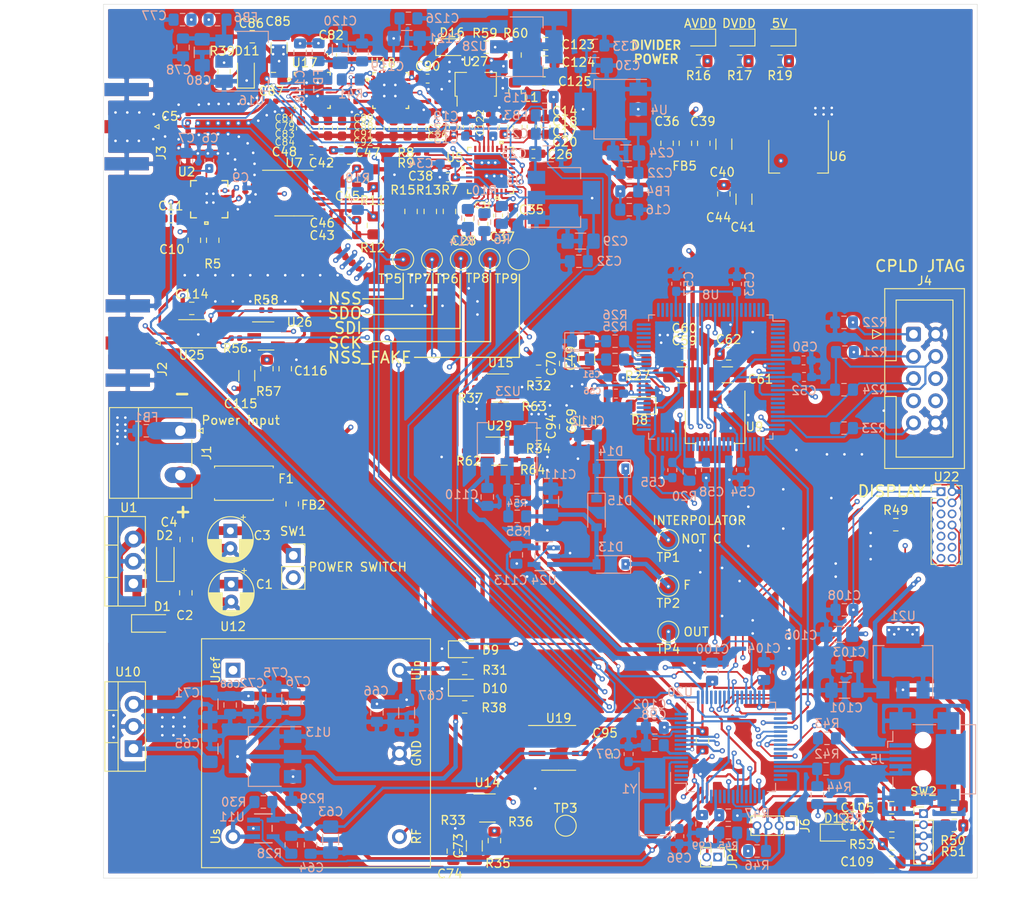
<source format=kicad_pcb>
(kicad_pcb (version 20171130) (host pcbnew 5.1.6-c6e7f7d~87~ubuntu20.04.1)
  (layers (0 F.Cu signal) (1 In1.Cu power) (2 In2.Cu mixed) (31 B.Cu signal) (34 B.Paste user) (35 F.Paste user) (36 B.SilkS user) (37 F.SilkS user) (38 B.Mask user) (39 F.Mask user) (44 Edge.Cuts user))
  (net 0 "")
  (net 1 /VCC_ALWAYS_ON)
  (net 2 GND)
  (net 3 "Net-(C5-Pad1)")
  (net 4 "Net-(C5-Pad2)")
  (net 5 /logdetector/5V_in)
  (net 6 /logdetector/RF_INPUT)
  (net 7 "Net-(C8-Pad2)")
  (net 8 "Net-(C9-Pad2)")
  (net 9 /divider/AVDD)
  (net 10 /divider/5V)
  (net 11 "Net-(C19-Pad1)")
  (net 12 "Net-(C21-Pad1)")
  (net 13 "Net-(C22-Pad1)")
  (net 14 "Net-(C26-Pad1)")
  (net 15 /divider/DVDD)
  (net 16 /VCC)
  (net 17 "Net-(C39-Pad1)")
  (net 18 /fpga/3.3V)
  (net 19 "Net-(C58-Pad1)")
  (net 20 /frequency_ref/3.3V_ref_in)
  (net 21 +5V)
  (net 22 +3V3)
  (net 23 "Net-(C78-Pad1)")
  (net 24 "Net-(C79-Pad1)")
  (net 25 "Net-(C81-Pad1)")
  (net 26 "Net-(C83-Pad1)")
  (net 27 "Net-(C84-Pad1)")
  (net 28 /attenuator/RF_IN)
  (net 29 "Net-(C87-Pad2)")
  (net 30 "Net-(C88-Pad1)")
  (net 31 "Net-(C89-Pad1)")
  (net 32 "Net-(C91-Pad1)")
  (net 33 "Net-(C92-Pad1)")
  (net 34 "Net-(C93-Pad2)")
  (net 35 "Net-(C93-Pad1)")
  (net 36 /amplifier/RF_IN)
  (net 37 "Net-(C95-Pad1)")
  (net 38 "Net-(C96-Pad1)")
  (net 39 "Net-(C97-Pad1)")
  (net 40 "Net-(C98-Pad2)")
  (net 41 +3V3_processor)
  (net 42 /processor/TIM3_CH2)
  (net 43 /processor/TIM3_CH1)
  (net 44 "Net-(C109-Pad1)")
  (net 45 "Net-(C111-Pad1)")
  (net 46 "Net-(C112-Pad1)")
  (net 47 "Net-(C117-Pad1)")
  (net 48 "Net-(C119-Pad1)")
  (net 49 "Net-(C122-Pad2)")
  (net 50 /divider/INPUT)
  (net 51 "Net-(C124-Pad2)")
  (net 52 "Net-(D3-Pad2)")
  (net 53 "Net-(D4-Pad2)")
  (net 54 "Net-(D5-Pad2)")
  (net 55 "Net-(D6-Pad2)")
  (net 56 "Net-(D7-Pad2)")
  (net 57 "Net-(D8-Pad2)")
  (net 58 "Net-(D9-Pad2)")
  (net 59 "Net-(D10-Pad2)")
  (net 60 "Net-(D11-Pad2)")
  (net 61 "Net-(D12-Pad2)")
  (net 62 /interpolator/f)
  (net 63 /interpolator/not_c)
  (net 64 "Net-(D16-Pad2)")
  (net 65 "Net-(F1-Pad2)")
  (net 66 "Net-(F1-Pad1)")
  (net 67 "Net-(FB1-Pad2)")
  (net 68 /ref_input_output/rf_input_output)
  (net 69 "Net-(J4-Pad1)")
  (net 70 "Net-(J4-Pad3)")
  (net 71 "Net-(J4-Pad5)")
  (net 72 "Net-(J4-Pad7)")
  (net 73 "Net-(J4-Pad9)")
  (net 74 "Net-(J4-Pad6)")
  (net 75 "Net-(J4-Pad8)")
  (net 76 "Net-(J5-Pad6)")
  (net 77 "Net-(J5-Pad1)")
  (net 78 "Net-(J5-Pad2)")
  (net 79 "Net-(J5-Pad3)")
  (net 80 /processor/SWD_IO)
  (net 81 /processor/SWD_CLK)
  (net 82 "Net-(JP1-Pad2)")
  (net 83 "Net-(R5-Pad1)")
  (net 84 "Net-(R6-Pad2)")
  (net 85 "Net-(R7-Pad1)")
  (net 86 "Net-(R10-Pad1)")
  (net 87 "Net-(R13-Pad1)")
  (net 88 "Net-(R14-Pad1)")
  (net 89 "Net-(R15-Pad1)")
  (net 90 "Net-(R25-Pad1)")
  (net 91 "Net-(R26-Pad1)")
  (net 92 "Net-(R28-Pad2)")
  (net 93 "Net-(R29-Pad1)")
  (net 94 "Net-(R30-Pad2)")
  (net 95 "Net-(R32-Pad2)")
  (net 96 "Net-(R33-Pad2)")
  (net 97 "Net-(R33-Pad1)")
  (net 98 "Net-(R34-Pad2)")
  (net 99 "Net-(R35-Pad2)")
  (net 100 "Net-(R36-Pad2)")
  (net 101 "Net-(R40-Pad2)")
  (net 102 "Net-(R41-Pad2)")
  (net 103 /processor/USB_DP)
  (net 104 /processor/USB_DM)
  (net 105 /processor/DAC2_OUT1)
  (net 106 "Net-(R49-Pad2)")
  (net 107 "Net-(R54-Pad2)")
  (net 108 "Net-(R54-Pad1)")
  (net 109 "Net-(R57-Pad2)")
  (net 110 "Net-(R58-Pad1)")
  (net 111 "Net-(R58-Pad2)")
  (net 112 /processor/DAC1)
  (net 113 /interpolator/int_out)
  (net 114 /attenuator/ATTEN_LE)
  (net 115 /attenuator/ATTEN1_SERIN)
  (net 116 /attenuator/ATTEN2_SEROUT)
  (net 117 /attenuator/ATTEN_CLK)
  (net 118 /divider/SENB)
  (net 119 "Net-(U2-Pad5)")
  (net 120 /processor/ADC1)
  (net 121 "Net-(U2-Pad13)")
  (net 122 "Net-(U5-Pad4)")
  (net 123 "Net-(U5-Pad5)")
  (net 124 "Net-(U5-Pad6)")
  (net 125 "Net-(U5-Pad7)")
  (net 126 "Net-(U5-Pad8)")
  (net 127 "Net-(U5-Pad16)")
  (net 128 "Net-(U5-Pad20)")
  (net 129 "Net-(U5-Pad21)")
  (net 130 "Net-(U5-Pad22)")
  (net 131 "Net-(U5-Pad23)")
  (net 132 "Net-(U7-Pad2)")
  (net 133 "Net-(U7-Pad3)")
  (net 134 /divider/OUT)
  (net 135 "Net-(U7-Pad5)")
  (net 136 "Net-(U7-Pad6)")
  (net 137 "Net-(U7-Pad11)")
  (net 138 "Net-(U7-Pad12)")
  (net 139 "Net-(U7-Pad13)")
  (net 140 "Net-(U8-Pad1)")
  (net 141 "Net-(U8-Pad2)")
  (net 142 "Net-(U8-Pad3)")
  (net 143 "Net-(U8-Pad4)")
  (net 144 "Net-(U8-Pad5)")
  (net 145 "Net-(U8-Pad6)")
  (net 146 "Net-(U8-Pad7)")
  (net 147 "Net-(U8-Pad8)")
  (net 148 /processor/SPI2_CLK)
  (net 149 /fpga/sigclk)
  (net 150 "Net-(U8-Pad15)")
  (net 151 /processor/MODESHIFT)
  (net 152 "Net-(U8-Pad18)")
  (net 153 "Net-(U8-Pad19)")
  (net 154 "Net-(U8-Pad20)")
  (net 155 "Net-(U8-Pad21)")
  (net 156 "Net-(U8-Pad27)")
  (net 157 "Net-(U8-Pad28)")
  (net 158 "Net-(U8-Pad29)")
  (net 159 "Net-(U8-Pad30)")
  (net 160 "Net-(U8-Pad33)")
  (net 161 "Net-(U8-Pad34)")
  (net 162 "Net-(U8-Pad35)")
  (net 163 /processor/CLK_OUT)
  (net 164 /processor/SPI2_MISO)
  (net 165 "Net-(U8-Pad39)")
  (net 166 "Net-(U8-Pad40)")
  (net 167 "Net-(U8-Pad41)")
  (net 168 "Net-(U8-Pad42)")
  (net 169 "Net-(U8-Pad43)")
  (net 170 "Net-(U8-Pad47)")
  (net 171 "Net-(U8-Pad48)")
  (net 172 "Net-(U8-Pad49)")
  (net 173 "Net-(U8-Pad50)")
  (net 174 "Net-(U8-Pad51)")
  (net 175 "Net-(U8-Pad52)")
  (net 176 "Net-(U8-Pad53)")
  (net 177 "Net-(U8-Pad54)")
  (net 178 "Net-(U8-Pad55)")
  (net 179 "Net-(U8-Pad56)")
  (net 180 "Net-(U8-Pad57)")
  (net 181 "Net-(U8-Pad58)")
  (net 182 "Net-(U8-Pad61)")
  (net 183 /fpga/refclk)
  (net 184 /processor/SPI2_NSS)
  (net 185 "Net-(U8-Pad68)")
  (net 186 "Net-(U8-Pad69)")
  (net 187 "Net-(U8-Pad70)")
  (net 188 "Net-(U8-Pad71)")
  (net 189 "Net-(U8-Pad72)")
  (net 190 "Net-(U8-Pad73)")
  (net 191 "Net-(U8-Pad74)")
  (net 192 "Net-(U8-Pad75)")
  (net 193 "Net-(U8-Pad76)")
  (net 194 "Net-(U8-Pad77)")
  (net 195 "Net-(U8-Pad78)")
  (net 196 "Net-(U8-Pad81)")
  (net 197 "Net-(U8-Pad84)")
  (net 198 /processor/TIM2_ETR)
  (net 199 /processor/SPI2_MOSI)
  (net 200 "Net-(U8-Pad87)")
  (net 201 "Net-(U8-Pad88)")
  (net 202 "Net-(U8-Pad90)")
  (net 203 "Net-(U8-Pad91)")
  (net 204 "Net-(U8-Pad92)")
  (net 205 "Net-(U8-Pad99)")
  (net 206 "Net-(U8-Pad100)")
  (net 207 "Net-(U12-Pad1)")
  (net 208 "Net-(U14-Pad1)")
  (net 209 "Net-(U15-Pad1)")
  (net 210 /attenuator/ATTEN1_SEROUT)
  (net 211 "Net-(U19-Pad1)")
  (net 212 "Net-(U19-Pad3)")
  (net 213 "Net-(U19-Pad7)")
  (net 214 "Net-(U19-Pad8)")
  (net 215 "Net-(U20-Pad1)")
  (net 216 "Net-(U20-Pad2)")
  (net 217 "Net-(U20-Pad3)")
  (net 218 "Net-(U20-Pad4)")
  (net 219 "Net-(U20-Pad21)")
  (net 220 "Net-(U20-Pad23)")
  (net 221 /processor/LCD_RESET)
  (net 222 /processor/LCD_DC)
  (net 223 "Net-(U20-Pad29)")
  (net 224 "Net-(U20-Pad34)")
  (net 225 /processor/SPI1_NSS)
  (net 226 /processor/SPI1_CLK)
  (net 227 /processor/SPI1_MISO)
  (net 228 "Net-(U20-Pad47)")
  (net 229 "Net-(U20-Pad48)")
  (net 230 "Net-(U20-Pad51)")
  (net 231 /ref_input_output/ctr_1)
  (net 232 "Net-(U20-Pad53)")
  (net 233 /ref_input_output/ctr_0)
  (net 234 "Net-(U20-Pad58)")
  (net 235 "Net-(U20-Pad59)")
  (net 236 "Net-(U20-Pad61)")
  (net 237 "Net-(U22-Pad10)")
  (net 238 "Net-(U22-Pad11)")
  (net 239 "Net-(U22-Pad12)")
  (net 240 "Net-(U22-Pad13)")
  (net 241 "Net-(U22-Pad14)")
  (net 242 "Net-(U26-Pad1)")
  (net 243 /divider/div_clkr_N)
  (net 244 /divider/div_clk_N)
  (net 245 /divider/div_clk_P)
  (net 246 /divider/div_clkr_P)
  (net 247 /ref_input_output/rf2)
  (net 248 /ref_input_output/rf22)
  (net 249 /attenuator/VDD)
  (net 250 "Net-(C1-Pad1)")
  (net 251 /processor/TIM5_CH2)
  (net 252 "Net-(U8-Pad98)")
  (net 253 "Net-(U8-Pad97)")
  (net 254 "Net-(U8-Pad96)")
  (net 255 "Net-(U8-Pad95)")
  (net 256 /fpga/icp0)
  (net 257 "Net-(U20-Pad43)")
  (net 258 "Net-(U20-Pad42)")
  (net 259 "Net-(U20-Pad40)")
  (net 260 "Net-(U20-Pad27)")
  (net 261 /frequency_ref/10MHz)
  (net 262 /ref_input_output/rf_out)
  (net 263 "Net-(R37-Pad1)")
  (net 264 "Net-(R62-Pad1)")
  (net 265 "Net-(R63-Pad2)")
  (net 266 /processor/TIM5_ETR)
  (net 267 "Net-(R64-Pad2)")
  (net 268 "Net-(U29-Pad1)")
  (module Capacitor_SMD:C_0805_2012Metric_Pad1.15x1.40mm_HandSolder (layer F.Cu) (at 89.6 69.325 90)
    (fp_text reference C94 (at 0 -1.65 90) (layer F.SilkS))
    (fp_text value 0.1u)
    (pad 2 smd roundrect (at 1.025 0 90) (size 1.15 1.4) (layers F.Cu F.Paste F.Mask) (roundrect_rratio 0.217391) (net 2 GND))
    (pad 1 smd roundrect (at -1.025 0 90) (size 1.15 1.4) (layers F.Cu F.Paste F.Mask) (roundrect_rratio 0.217391) (net 41 +3V3_processor))
  )
  (module Package_TO_SOT_SMD:SOT-223-3_TabPin2 (layer F.Cu) (at 116.25 38.4 270)
    (fp_text reference U6 (at 0 -4.5 180) (layer F.SilkS))
    (fp_text value LM1117-5.0)
    (pad 1 smd rect (at -3.15 -2.3 270) (size 2 1.5) (layers F.Cu F.Paste F.Mask) (net 2 GND))
    (pad 3 smd rect (at -3.15 2.3 270) (size 2 1.5) (layers F.Cu F.Paste F.Mask) (net 17 "Net-(C39-Pad1)"))
    (pad 2 smd rect (at -3.15 0 270) (size 2 1.5) (layers F.Cu F.Paste F.Mask) (net 10 /divider/5V))
    (pad 2 smd rect (at 3.15 0 270) (size 2 3.8) (layers F.Cu F.Paste F.Mask) (net 10 /divider/5V))
  )
  (module Package_TO_SOT_SMD:SOT-223-3_TabPin2 (layer B.Cu) (at 85.1 25.85)
    (fp_text reference U28 (at -5.9 -0.05) (layer B.SilkS) (effects (justify mirror)))
    (fp_text value LM1117-5.0)
    (pad 2 smd rect (at 3.15 0) (size 2 3.8) (layers B.Cu B.Paste B.Mask) (net 5 /logdetector/5V_in))
    (pad 2 smd rect (at -3.15 0) (size 2 1.5) (layers B.Cu B.Paste B.Mask) (net 5 /logdetector/5V_in))
    (pad 3 smd rect (at -3.15 -2.3) (size 2 1.5) (layers B.Cu B.Paste B.Mask) (net 48 "Net-(C119-Pad1)"))
    (pad 1 smd rect (at -3.15 2.3) (size 2 1.5) (layers B.Cu B.Paste B.Mask) (net 2 GND))
  )
  (module ad:Analog_Devices_Inc-CP-24-16-12_2017-C-0 (layer F.Cu) (at 60.6 30.84)
    (fp_text reference U17 (at -2.456065 -3.156065) (layer F.SilkS) (effects (justify left)))
    (fp_text value HMC624ALP4E hide)
    (pad 25 smd rect (at 0 0) (size 2.6 2.6) (layers F.Cu F.Mask) (net 2 GND))
    (pad 1 smd rect (at -1.878045 -1.25) (size 0.756037 0.239283) (layers F.Cu F.Paste F.Mask) (net 101 "Net-(R40-Pad2)"))
    (pad 2 smd roundrect (at -1.878045 -0.75) (size 0.756037 0.239283) (layers F.Cu F.Paste F.Mask) (roundrect_rratio 0.5) (net 117 /attenuator/ATTEN_CLK))
    (pad 3 smd roundrect (at -1.878045 -0.25) (size 0.756037 0.239283) (layers F.Cu F.Paste F.Mask) (roundrect_rratio 0.5) (net 115 /attenuator/ATTEN1_SERIN))
    (pad 4 smd roundrect (at -1.878045 0.25) (size 0.756037 0.239283) (layers F.Cu F.Paste F.Mask) (roundrect_rratio 0.5) (net 114 /attenuator/ATTEN_LE))
    (pad 5 smd roundrect (at -1.878045 0.75) (size 0.756037 0.239283) (layers F.Cu F.Paste F.Mask) (roundrect_rratio 0.5) (net 2 GND))
    (pad 6 smd roundrect (at -1.878045 1.25) (size 0.756037 0.239283) (layers F.Cu F.Paste F.Mask) (roundrect_rratio 0.5) (net 29 "Net-(C87-Pad2)"))
    (pad 7 smd roundrect (at -1.25 1.878045) (size 0.239283 0.756037) (layers F.Cu F.Paste F.Mask) (roundrect_rratio 0.5) (net 25 "Net-(C81-Pad1)"))
    (pad 8 smd roundrect (at -0.75 1.878045) (size 0.239283 0.756037) (layers F.Cu F.Paste F.Mask) (roundrect_rratio 0.5) (net 25 "Net-(C81-Pad1)"))
    (pad 9 smd roundrect (at -0.25 1.878045) (size 0.239283 0.756037) (layers F.Cu F.Paste F.Mask) (roundrect_rratio 0.5) (net 25 "Net-(C81-Pad1)"))
    (pad 10 smd roundrect (at 0.25 1.878045) (size 0.239283 0.756037) (layers F.Cu F.Paste F.Mask) (roundrect_rratio 0.5) (net 24 "Net-(C79-Pad1)"))
    (pad 11 smd roundrect (at 0.75 1.878045) (size 0.239283 0.756037) (layers F.Cu F.Paste F.Mask) (roundrect_rratio 0.5) (net 26 "Net-(C83-Pad1)"))
    (pad 12 smd roundrect (at 1.25 1.878045) (size 0.239283 0.756037) (layers F.Cu F.Paste F.Mask) (roundrect_rratio 0.5) (net 27 "Net-(C84-Pad1)"))
    (pad 19 smd roundrect (at 1.25 -1.878045) (size 0.239283 0.756037) (layers F.Cu F.Paste F.Mask) (roundrect_rratio 0.5) (net 2 GND))
    (pad 20 smd roundrect (at 0.75 -1.878045) (size 0.239283 0.756037) (layers F.Cu F.Paste F.Mask) (roundrect_rratio 0.5) (net 2 GND))
    (pad 21 smd roundrect (at 0.25 -1.878045) (size 0.239283 0.756037) (layers F.Cu F.Paste F.Mask) (roundrect_rratio 0.5) (net 2 GND))
    (pad 22 smd roundrect (at -0.25 -1.878045) (size 0.239283 0.756037) (layers F.Cu F.Paste F.Mask) (roundrect_rratio 0.5) (net 2 GND))
    (pad 23 smd roundrect (at -0.75 -1.878045) (size 0.239283 0.756037) (layers F.Cu F.Paste F.Mask) (roundrect_rratio 0.5) (net 2 GND))
    (pad 24 smd roundrect (at -1.25 -1.878045) (size 0.239283 0.756037) (layers F.Cu F.Paste F.Mask) (roundrect_rratio 0.5) (net 2 GND))
    (pad 13 smd roundrect (at 1.878046 1.25) (size 0.756037 0.239283) (layers F.Cu F.Paste F.Mask) (roundrect_rratio 0.5) (net 34 "Net-(C93-Pad2)"))
    (pad 14 smd roundrect (at 1.878046 0.75) (size 0.756037 0.239283) (layers F.Cu F.Paste F.Mask) (roundrect_rratio 0.5) (net 2 GND))
    (pad 15 smd roundrect (at 1.878046 0.25) (size 0.756037 0.239283) (layers F.Cu F.Paste F.Mask) (roundrect_rratio 0.5) (net 210 /attenuator/ATTEN1_SEROUT))
    (pad 16 smd roundrect (at 1.878046 -0.25) (size 0.756037 0.239283) (layers F.Cu F.Paste F.Mask) (roundrect_rratio 0.5) (net 2 GND))
    (pad 17 smd roundrect (at 1.878046 -0.75) (size 0.756037 0.239283) (layers F.Cu F.Paste F.Mask) (roundrect_rratio 0.5) (net 2 GND))
    (pad 18 smd roundrect (at 1.878046 -1.25) (size 0.756037 0.239283) (layers F.Cu F.Paste F.Mask) (roundrect_rratio 0.5) (net 249 /attenuator/VDD))
  )
  (module ad2:AD8318ACPZ-REEL7 (layer F.Cu) (at 48.8 43.3 270)
    (fp_text reference U2 (at -3.125 2.6) (layer F.SilkS))
    (fp_text value AD8318ACPZ-REEL7 hide)
    (pad 1 smd rect (at -1.802399 -0.974999) (size 0.25 1) (layers F.Cu F.Paste F.Mask) (net 2 GND))
    (pad 2 smd rect (at -1.802399 -0.325001) (size 0.25 1) (layers F.Cu F.Paste F.Mask) (net 2 GND))
    (pad 3 smd rect (at -1.802399 0.325001) (size 0.25 1) (layers F.Cu F.Paste F.Mask) (net 5 /logdetector/5V_in))
    (pad 4 smd rect (at -1.802399 0.974999) (size 0.25 1) (layers F.Cu F.Paste F.Mask) (net 5 /logdetector/5V_in))
    (pad 5 smd rect (at -0.974999 1.802399 270) (size 0.25 1) (layers F.Cu F.Paste F.Mask) (net 119 "Net-(U2-Pad5)"))
    (pad 6 smd rect (at -0.325001 1.802399 270) (size 0.25 1) (layers F.Cu F.Paste F.Mask) (net 120 /processor/ADC1))
    (pad 7 smd rect (at 0.325001 1.802399 270) (size 0.25 1) (layers F.Cu F.Paste F.Mask) (net 120 /processor/ADC1))
    (pad 8 smd rect (at 0.974999 1.802399 270) (size 0.25 1) (layers F.Cu F.Paste F.Mask) (net 2 GND))
    (pad 9 smd rect (at 1.802399 0.974999) (size 0.25 1) (layers F.Cu F.Paste F.Mask) (net 5 /logdetector/5V_in))
    (pad 10 smd rect (at 1.802399 0.325001) (size 0.25 1) (layers F.Cu F.Paste F.Mask) (net 83 "Net-(R5-Pad1)"))
    (pad 11 smd rect (at 1.802399 -0.325001) (size 0.25 1) (layers F.Cu F.Paste F.Mask) (net 2 GND))
    (pad 12 smd rect (at 1.802399 -0.974999) (size 0.25 1) (layers F.Cu F.Paste F.Mask) (net 2 GND))
    (pad 13 smd rect (at 0.974999 -1.802399 270) (size 0.25 1) (layers F.Cu F.Paste F.Mask) (net 121 "Net-(U2-Pad13)"))
    (pad 14 smd rect (at 0.325001 -1.802399 270) (size 0.25 1) (layers F.Cu F.Paste F.Mask) (net 7 "Net-(C8-Pad2)"))
    (pad 15 smd rect (at -0.325001 -1.802399 270) (size 0.25 1) (layers F.Cu F.Paste F.Mask) (net 8 "Net-(C9-Pad2)"))
    (pad 16 smd rect (at -0.974999 -1.802399 270) (size 0.25 1) (layers F.Cu F.Paste F.Mask) (net 5 /logdetector/5V_in))
    (pad 17 smd rect (at 0 0 270) (size 2.1 2.1) (layers F.Cu F.Paste F.Mask) (net 2 GND))
  )
  (module Package_QFP:LQFP-64_10x10mm_P0.5mm (layer B.Cu) (at 108.51 105.985)
    (fp_text reference U20 (at -5.81 -6.285) (layer B.SilkS) (effects (justify mirror)))
    (fp_text value STM32F373R8Tx hide)
    (pad 1 smd roundrect (at -5.675 3.75) (size 1.55 0.3) (layers B.Cu B.Paste B.Mask) (net 215 "Net-(U20-Pad1)"))
    (pad 2 smd roundrect (at -5.675 3.25) (size 1.55 0.3) (layers B.Cu B.Paste B.Mask) (net 216 "Net-(U20-Pad2)"))
    (pad 3 smd roundrect (at -5.675 2.75) (size 1.55 0.3) (layers B.Cu B.Paste B.Mask) (net 217 "Net-(U20-Pad3)"))
    (pad 4 smd roundrect (at -5.675 2.25) (size 1.55 0.3) (layers B.Cu B.Paste B.Mask) (net 218 "Net-(U20-Pad4)"))
    (pad 5 smd roundrect (at -5.675 1.75) (size 1.55 0.3) (layers B.Cu B.Paste B.Mask) (net 38 "Net-(C96-Pad1)"))
    (pad 6 smd roundrect (at -5.675 1.25) (size 1.55 0.3) (layers B.Cu B.Paste B.Mask) (net 39 "Net-(C97-Pad1)"))
    (pad 7 smd roundrect (at -5.675 0.75) (size 1.55 0.3) (layers B.Cu B.Paste B.Mask) (net 40 "Net-(C98-Pad2)"))
    (pad 8 smd roundrect (at -5.675 0.25) (size 1.55 0.3) (layers B.Cu B.Paste B.Mask) (net 266 /processor/TIM5_ETR))
    (pad 9 smd roundrect (at -5.675 -0.25) (size 1.55 0.3) (layers B.Cu B.Paste B.Mask) (net 251 /processor/TIM5_CH2))
    (pad 10 smd roundrect (at -5.675 -0.75) (size 1.55 0.3) (layers B.Cu B.Paste B.Mask) (net 164 /processor/SPI2_MISO))
    (pad 11 smd roundrect (at -5.675 -1.25) (size 1.55 0.3) (layers B.Cu B.Paste B.Mask) (net 199 /processor/SPI2_MOSI))
    (pad 12 smd roundrect (at -5.675 -1.75) (size 1.55 0.3) (layers B.Cu B.Paste B.Mask) (net 2 GND))
    (pad 13 smd roundrect (at -5.675 -2.25) (size 1.55 0.3) (layers B.Cu B.Paste B.Mask) (net 41 +3V3_processor))
    (pad 14 smd roundrect (at -5.675 -2.75) (size 1.55 0.3) (layers B.Cu B.Paste B.Mask) (net 198 /processor/TIM2_ETR))
    (pad 15 smd roundrect (at -5.675 -3.25) (size 1.55 0.3) (layers B.Cu B.Paste B.Mask) (net 117 /attenuator/ATTEN_CLK))
    (pad 16 smd roundrect (at -5.675 -3.75) (size 1.55 0.3) (layers B.Cu B.Paste B.Mask) (net 116 /attenuator/ATTEN2_SEROUT))
    (pad 17 smd roundrect (at -3.75 -5.675) (size 0.3 1.55) (layers B.Cu B.Paste B.Mask) (net 20 /frequency_ref/3.3V_ref_in))
    (pad 18 smd roundrect (at -3.25 -5.675) (size 0.3 1.55) (layers B.Cu B.Paste B.Mask) (net 115 /attenuator/ATTEN1_SERIN))
    (pad 19 smd roundrect (at -2.75 -5.675) (size 0.3 1.55) (layers B.Cu B.Paste B.Mask) (net 41 +3V3_processor))
    (pad 20 smd roundrect (at -2.25 -5.675) (size 0.3 1.55) (layers B.Cu B.Paste B.Mask) (net 112 /processor/DAC1))
    (pad 21 smd roundrect (at -1.75 -5.675) (size 0.3 1.55) (layers B.Cu B.Paste B.Mask) (net 219 "Net-(U20-Pad21)"))
    (pad 22 smd roundrect (at -1.25 -5.675) (size 0.3 1.55) (layers B.Cu B.Paste B.Mask) (net 105 /processor/DAC2_OUT1))
    (pad 23 smd roundrect (at -0.75 -5.675) (size 0.3 1.55) (layers B.Cu B.Paste B.Mask) (net 220 "Net-(U20-Pad23)"))
    (pad 24 smd roundrect (at -0.25 -5.675) (size 0.3 1.55) (layers B.Cu B.Paste B.Mask) (net 221 /processor/LCD_RESET))
    (pad 25 smd roundrect (at 0.25 -5.675) (size 0.3 1.55) (layers B.Cu B.Paste B.Mask) (net 222 /processor/LCD_DC))
    (pad 26 smd roundrect (at 0.75 -5.675) (size 0.3 1.55) (layers B.Cu B.Paste B.Mask) (net 42 /processor/TIM3_CH2))
    (pad 27 smd roundrect (at 1.25 -5.675) (size 0.3 1.55) (layers B.Cu B.Paste B.Mask) (net 260 "Net-(U20-Pad27)"))
    (pad 28 smd roundrect (at 1.75 -5.675) (size 0.3 1.55) (layers B.Cu B.Paste B.Mask) (net 120 /processor/ADC1))
    (pad 29 smd roundrect (at 2.25 -5.675) (size 0.3 1.55) (layers B.Cu B.Paste B.Mask) (net 223 "Net-(U20-Pad29)"))
    (pad 30 smd roundrect (at 2.75 -5.675) (size 0.3 1.55) (layers B.Cu B.Paste B.Mask) (net 113 /interpolator/int_out))
    (pad 31 smd roundrect (at 3.25 -5.675) (size 0.3 1.55) (layers B.Cu B.Paste B.Mask) (net 2 GND))
    (pad 32 smd roundrect (at 3.75 -5.675) (size 0.3 1.55) (layers B.Cu B.Paste B.Mask) (net 41 +3V3_processor))
    (pad 33 smd roundrect (at 5.675 -3.75) (size 1.55 0.3) (layers B.Cu B.Paste B.Mask) (net 20 /frequency_ref/3.3V_ref_in))
    (pad 34 smd roundrect (at 5.675 -3.25) (size 1.55 0.3) (layers B.Cu B.Paste B.Mask) (net 224 "Net-(U20-Pad34)"))
    (pad 35 smd roundrect (at 5.675 -2.75) (size 1.55 0.3) (layers B.Cu B.Paste B.Mask) (net 256 /fpga/icp0))
    (pad 36 smd roundrect (at 5.675 -2.25) (size 1.55 0.3) (layers B.Cu B.Paste B.Mask) (net 148 /processor/SPI2_CLK))
    (pad 37 smd roundrect (at 5.675 -1.75) (size 1.55 0.3) (layers B.Cu B.Paste B.Mask) (net 225 /processor/SPI1_NSS))
    (pad 38 smd roundrect (at 5.675 -1.25) (size 1.55 0.3) (layers B.Cu B.Paste B.Mask) (net 226 /processor/SPI1_CLK))
    (pad 39 smd roundrect (at 5.675 -0.75) (size 1.55 0.3) (layers B.Cu B.Paste B.Mask) (net 227 /processor/SPI1_MISO))
    (pad 40 smd roundrect (at 5.675 -0.25) (size 1.55 0.3) (layers B.Cu B.Paste B.Mask) (net 259 "Net-(U20-Pad40)"))
    (pad 41 smd roundrect (at 5.675 0.25) (size 1.55 0.3) (layers B.Cu B.Paste B.Mask) (net 163 /processor/CLK_OUT))
    (pad 42 smd roundrect (at 5.675 0.75) (size 1.55 0.3) (layers B.Cu B.Paste B.Mask) (net 258 "Net-(U20-Pad42)"))
    (pad 43 smd roundrect (at 5.675 1.25) (size 1.55 0.3) (layers B.Cu B.Paste B.Mask) (net 257 "Net-(U20-Pad43)"))
    (pad 44 smd roundrect (at 5.675 1.75) (size 1.55 0.3) (layers B.Cu B.Paste B.Mask) (net 104 /processor/USB_DM))
    (pad 45 smd roundrect (at 5.675 2.25) (size 1.55 0.3) (layers B.Cu B.Paste B.Mask) (net 103 /processor/USB_DP))
    (pad 46 smd roundrect (at 5.675 2.75) (size 1.55 0.3) (layers B.Cu B.Paste B.Mask) (net 80 /processor/SWD_IO))
    (pad 47 smd roundrect (at 5.675 3.25) (size 1.55 0.3) (layers B.Cu B.Paste B.Mask) (net 228 "Net-(U20-Pad47)"))
    (pad 48 smd roundrect (at 5.675 3.75) (size 1.55 0.3) (layers B.Cu B.Paste B.Mask) (net 229 "Net-(U20-Pad48)"))
    (pad 49 smd roundrect (at 3.75 5.675) (size 0.3 1.55) (layers B.Cu B.Paste B.Mask) (net 81 /processor/SWD_CLK))
    (pad 50 smd roundrect (at 3.25 5.675) (size 0.3 1.55) (layers B.Cu B.Paste B.Mask) (net 114 /attenuator/ATTEN_LE))
    (pad 51 smd roundrect (at 2.75 5.675) (size 0.3 1.55) (layers B.Cu B.Paste B.Mask) (net 230 "Net-(U20-Pad51)"))
    (pad 52 smd roundrect (at 2.25 5.675) (size 0.3 1.55) (layers B.Cu B.Paste B.Mask) (net 231 /ref_input_output/ctr_1))
    (pad 53 smd roundrect (at 1.75 5.675) (size 0.3 1.55) (layers B.Cu B.Paste B.Mask) (net 232 "Net-(U20-Pad53)"))
    (pad 54 smd roundrect (at 1.25 5.675) (size 0.3 1.55) (layers B.Cu B.Paste B.Mask) (net 233 /ref_input_output/ctr_0))
    (pad 55 smd roundrect (at 0.75 5.675) (size 0.3 1.55) (layers B.Cu B.Paste B.Mask) (net 118 /divider/SENB))
    (pad 56 smd roundrect (at 0.25 5.675) (size 0.3 1.55) (layers B.Cu B.Paste B.Mask) (net 43 /processor/TIM3_CH1))
    (pad 57 smd roundrect (at -0.25 5.675) (size 0.3 1.55) (layers B.Cu B.Paste B.Mask) (net 151 /processor/MODESHIFT))
    (pad 58 smd roundrect (at -0.75 5.675) (size 0.3 1.55) (layers B.Cu B.Paste B.Mask) (net 234 "Net-(U20-Pad58)"))
    (pad 59 smd roundrect (at -1.25 5.675) (size 0.3 1.55) (layers B.Cu B.Paste B.Mask) (net 235 "Net-(U20-Pad59)"))
    (pad 60 smd roundrect (at -1.75 5.675) (size 0.3 1.55) (layers B.Cu B.Paste B.Mask) (net 82 "Net-(JP1-Pad2)"))
    (pad 61 smd roundrect (at -2.25 5.675) (size 0.3 1.55) (layers B.Cu B.Paste B.Mask) (net 236 "Net-(U20-Pad61)"))
    (pad 62 smd roundrect (at -2.75 5.675) (size 0.3 1.55) (layers B.Cu B.Paste B.Mask) (net 184 /processor/SPI2_NSS))
    (pad 63 smd roundrect (at -3.25 5.675) (size 0.3 1.55) (layers B.Cu B.Paste B.Mask) (net 2 GND))
    (pad 64 smd roundrect (at -3.75 5.675) (size 0.3 1.55) (layers B.Cu B.Paste B.Mask) (net 41 +3V3_processor))
  )
  (module Capacitor_SMD:C_1206_3216Metric_Pad1.42x1.75mm_HandSolder (layer B.Cu) (at 48 26.4875 270)
    (fp_text reference C80 (at 3.2125 0.4) (layer B.SilkS) (effects (justify mirror)))
    (fp_text value 10u hide)
    (pad 2 smd roundrect (at 1.4875 0 270) (size 1.425 1.75) (layers B.Cu B.Paste B.Mask) (roundrect_rratio 0.175439) (net 2 GND))
    (pad 1 smd roundrect (at -1.4875 0 270) (size 1.425 1.75) (layers B.Cu B.Paste B.Mask) (roundrect_rratio 0.175439) (net 23 "Net-(C78-Pad1)"))
  )
  (module Package_TO_SOT_SMD:SOT-223-3_TabPin2 (layer B.Cu) (at 128.2 96.3 90)
    (fp_text reference U21 (at 5.3 0 180) (layer B.SilkS) (effects (justify mirror)))
    (fp_text value AMS1117-3.3)
    (pad 1 smd rect (at -3.15 2.3 90) (size 2 1.5) (layers B.Cu B.Paste B.Mask) (net 2 GND))
    (pad 3 smd rect (at -3.15 -2.3 90) (size 2 1.5) (layers B.Cu B.Paste B.Mask) (net 16 /VCC))
    (pad 2 smd rect (at -3.15 0 90) (size 2 1.5) (layers B.Cu B.Paste B.Mask) (net 41 +3V3_processor))
    (pad 2 smd rect (at 3.15 0 90) (size 2 3.8) (layers B.Cu B.Paste B.Mask) (net 41 +3V3_processor))
  )
  (module Package_SO:TSSOP-14_4.4x5mm_P0.65mm (layer F.Cu) (at 58.5 42.6)
    (fp_text reference U7 (at 0 -3.45) (layer F.SilkS))
    (fp_text value DS90LV019TMTC_NOPB hide)
    (pad 1 smd roundrect (at -2.8625 -1.95) (size 1.475 0.4) (layers F.Cu F.Paste F.Mask) (net 2 GND))
    (pad 2 smd roundrect (at -2.8625 -1.3) (size 1.475 0.4) (layers F.Cu F.Paste F.Mask) (net 132 "Net-(U7-Pad2)"))
    (pad 3 smd roundrect (at -2.8625 -0.65) (size 1.475 0.4) (layers F.Cu F.Paste F.Mask) (net 133 "Net-(U7-Pad3)"))
    (pad 4 smd roundrect (at -2.8625 0) (size 1.475 0.4) (layers F.Cu F.Paste F.Mask) (net 134 /divider/OUT))
    (pad 5 smd roundrect (at -2.8625 0.65) (size 1.475 0.4) (layers F.Cu F.Paste F.Mask) (net 135 "Net-(U7-Pad5)"))
    (pad 6 smd roundrect (at -2.8625 1.3) (size 1.475 0.4) (layers F.Cu F.Paste F.Mask) (net 136 "Net-(U7-Pad6)"))
    (pad 7 smd roundrect (at -2.8625 1.95) (size 1.475 0.4) (layers F.Cu F.Paste F.Mask) (net 2 GND))
    (pad 8 smd roundrect (at 2.8625 1.95) (size 1.475 0.4) (layers F.Cu F.Paste F.Mask) (net 2 GND))
    (pad 9 smd roundrect (at 2.8625 1.3) (size 1.475 0.4) (layers F.Cu F.Paste F.Mask) (net 246 /divider/div_clkr_P))
    (pad 10 smd roundrect (at 2.8625 0.65) (size 1.475 0.4) (layers F.Cu F.Paste F.Mask) (net 243 /divider/div_clkr_N))
    (pad 11 smd roundrect (at 2.8625 0) (size 1.475 0.4) (layers F.Cu F.Paste F.Mask) (net 137 "Net-(U7-Pad11)"))
    (pad 12 smd roundrect (at 2.8625 -0.65) (size 1.475 0.4) (layers F.Cu F.Paste F.Mask) (net 138 "Net-(U7-Pad12)"))
    (pad 13 smd roundrect (at 2.8625 -1.3) (size 1.475 0.4) (layers F.Cu F.Paste F.Mask) (net 139 "Net-(U7-Pad13)"))
    (pad 14 smd roundrect (at 2.8625 -1.95) (size 1.475 0.4) (layers F.Cu F.Paste F.Mask) (net 15 /divider/DVDD))
  )
  (module Resistor_SMD:R_0805_2012Metric_Pad1.15x1.40mm_HandSolder (layer F.Cu) (at 56.15 29.5)
    (fp_text reference R40 hide)
    (fp_text value 100K hide)
    (pad 1 smd roundrect (at -1.025 0) (size 1.15 1.4) (layers F.Cu F.Paste F.Mask) (roundrect_rratio 0.217391) (net 249 /attenuator/VDD))
    (pad 2 smd roundrect (at 1.025 0) (size 1.15 1.4) (layers F.Cu F.Paste F.Mask) (roundrect_rratio 0.217391) (net 101 "Net-(R40-Pad2)"))
  )
  (module Capacitor_SMD:C_0402_1005Metric (layer F.Cu) (at 55.915 32.1)
    (fp_text reference C87 (at 0 -1.17) (layer F.SilkS))
    (fp_text value 330p)
    (pad 1 smd roundrect (at -0.485 0) (size 0.59 0.64) (layers F.Cu F.Paste F.Mask) (net 28 /attenuator/RF_IN))
    (pad 2 smd roundrect (at 0.485 0) (size 0.59 0.64) (layers F.Cu F.Paste F.Mask) (net 29 "Net-(C87-Pad2)"))
  )
  (module Resistor_SMD:R_0402_1005Metric (layer F.Cu) (at 46.4 35.96 90)
    (fp_text reference R3 hide)
    (fp_text value 1200 hide)
    (pad 1 smd roundrect (at -0.485 0 90) (size 0.59 0.64) (layers F.Cu F.Paste F.Mask) (net 6 /logdetector/RF_INPUT))
    (pad 2 smd roundrect (at 0.485 0 90) (size 0.59 0.64) (layers F.Cu F.Paste F.Mask) (net 4 "Net-(C5-Pad2)"))
  )
  (module Capacitor_SMD:C_0603_1608Metric_Pad1.05x0.95mm_HandSolder (layer B.Cu) (at 105.65 74.3 270)
    (fp_text reference C58 (at 2.5 -0.65 180) (layer B.SilkS) (effects (justify mirror)))
    (fp_text value 0.1u hide)
    (pad 2 smd roundrect (at 0.875 0 270) (size 1.05 0.95) (layers B.Cu B.Paste B.Mask) (net 2 GND))
    (pad 1 smd roundrect (at -0.875 0 270) (size 1.05 0.95) (layers B.Cu B.Paste B.Mask) (net 19 "Net-(C58-Pad1)"))
  )
  (module Capacitor_SMD:C_0603_1608Metric_Pad1.05x0.95mm_HandSolder (layer B.Cu) (at 102.25 52.975 90)
    (fp_text reference C57 (at 0 1.43 270) (layer B.SilkS) (effects (justify mirror)))
    (fp_text value 0.1u)
    (pad 2 smd roundrect (at 0.875 0 90) (size 1.05 0.95) (layers B.Cu B.Paste B.Mask) (net 2 GND))
    (pad 1 smd roundrect (at -0.875 0 90) (size 1.05 0.95) (layers B.Cu B.Paste B.Mask) (net 18 /fpga/3.3V))
  )
  (module Capacitor_SMD:C_0603_1608Metric_Pad1.05x0.95mm_HandSolder (layer B.Cu) (at 95.35 65.55 180)
    (fp_text reference C56 (at 2.7 0.3) (layer B.SilkS) (effects (font (size 0.7 0.7)) (justify mirror)))
    (fp_text value 0.1u)
    (pad 2 smd roundrect (at 0.875 0 180) (size 1.05 0.95) (layers B.Cu B.Paste B.Mask) (net 2 GND))
    (pad 1 smd roundrect (at -0.875 0 180) (size 1.05 0.95) (layers B.Cu B.Paste B.Mask) (net 18 /fpga/3.3V))
  )
  (module Capacitor_SMD:C_0603_1608Metric_Pad1.05x0.95mm_HandSolder (layer B.Cu) (at 101.8 74.3 270)
    (fp_text reference C55 (at 1.4 2.2) (layer B.SilkS) (effects (justify mirror)))
    (fp_text value 0.1u hide)
    (pad 2 smd roundrect (at 0.875 0 270) (size 1.05 0.95) (layers B.Cu B.Paste B.Mask) (net 2 GND))
    (pad 1 smd roundrect (at -0.875 0 270) (size 1.05 0.95) (layers B.Cu B.Paste B.Mask) (net 18 /fpga/3.3V))
  )
  (module Capacitor_SMD:C_0603_1608Metric_Pad1.05x0.95mm_HandSolder (layer B.Cu) (at 109.65 74.275 270)
    (fp_text reference C54 (at 2.525 -0.25) (layer B.SilkS) (effects (justify mirror)))
    (fp_text value 0.1u hide)
    (pad 2 smd roundrect (at 0.875 0 270) (size 1.05 0.95) (layers B.Cu B.Paste B.Mask) (net 2 GND))
    (pad 1 smd roundrect (at -0.875 0 270) (size 1.05 0.95) (layers B.Cu B.Paste B.Mask) (net 18 /fpga/3.3V))
  )
  (module Capacitor_SMD:C_0603_1608Metric_Pad1.05x0.95mm_HandSolder (layer B.Cu) (at 109.2 53 90)
    (fp_text reference C53 (at 0 1.43 270) (layer B.SilkS) (effects (justify mirror)))
    (fp_text value 0.1u)
    (pad 2 smd roundrect (at 0.875 0 90) (size 1.05 0.95) (layers B.Cu B.Paste B.Mask) (net 2 GND))
    (pad 1 smd roundrect (at -0.875 0 90) (size 1.05 0.95) (layers B.Cu B.Paste B.Mask) (net 18 /fpga/3.3V))
  )
  (module Capacitor_SMD:C_0603_1608Metric_Pad1.05x0.95mm_HandSolder (layer B.Cu) (at 116.875 63.65)
    (fp_text reference C52 (at 0 1.55) (layer B.SilkS) (effects (justify mirror)))
    (fp_text value 0.1u)
    (pad 2 smd roundrect (at 0.875 0) (size 1.05 0.95) (layers B.Cu B.Paste B.Mask) (net 2 GND))
    (pad 1 smd roundrect (at -0.875 0) (size 1.05 0.95) (layers B.Cu B.Paste B.Mask) (net 18 /fpga/3.3V))
  )
  (module Capacitor_SMD:C_0603_1608Metric_Pad1.05x0.95mm_HandSolder (layer B.Cu) (at 95.295 63.71 180)
    (fp_text reference C51 (at 2.745 0.36) (layer B.SilkS) (effects (font (size 0.7 0.7)) (justify mirror)))
    (fp_text value 0.1u)
    (pad 2 smd roundrect (at 0.875 0 180) (size 1.05 0.95) (layers B.Cu B.Paste B.Mask) (net 2 GND))
    (pad 1 smd roundrect (at -0.875 0 180) (size 1.05 0.95) (layers B.Cu B.Paste B.Mask) (net 18 /fpga/3.3V))
  )
  (module Capacitor_SMD:C_0603_1608Metric_Pad1.05x0.95mm_HandSolder (layer B.Cu) (at 116.825 61.75)
    (fp_text reference C50 (at 0.175 -1.55) (layer B.SilkS) (effects (justify mirror)))
    (fp_text value 0.1u)
    (pad 2 smd roundrect (at 0.875 0) (size 1.05 0.95) (layers B.Cu B.Paste B.Mask) (net 2 GND))
    (pad 1 smd roundrect (at -0.875 0) (size 1.05 0.95) (layers B.Cu B.Paste B.Mask) (net 18 /fpga/3.3V))
  )
  (module Capacitor_SMD:C_0603_1608Metric_Pad1.05x0.95mm_HandSolder (layer F.Cu) (at 60.5 37.7 180)
    (fp_text reference C48 (at 3.1 -0.175) (layer F.SilkS))
    (fp_text value 0.01u hide)
    (pad 2 smd roundrect (at 0.875 0 180) (size 1.05 0.95) (layers F.Cu F.Paste F.Mask) (net 2 GND))
    (pad 1 smd roundrect (at -0.875 0 180) (size 1.05 0.95) (layers F.Cu F.Paste F.Mask) (net 15 /divider/DVDD))
  )
  (module Capacitor_SMD:C_0603_1608Metric_Pad1.05x0.95mm_HandSolder (layer F.Cu) (at 63.9 37.7)
    (fp_text reference C47 (at 3.025 0.25) (layer F.SilkS))
    (fp_text value 0.1u)
    (pad 2 smd roundrect (at 0.875 0) (size 1.05 0.95) (layers F.Cu F.Paste F.Mask) (net 2 GND))
    (pad 1 smd roundrect (at -0.875 0) (size 1.05 0.95) (layers F.Cu F.Paste F.Mask) (net 15 /divider/DVDD))
  )
  (module Capacitor_SMD:C_0603_1608Metric_Pad1.05x0.95mm_HandSolder (layer F.Cu) (at 64.8 47.4 180)
    (fp_text reference C43 (at 3.075 -0.05) (layer F.SilkS))
    (fp_text value 0.1u hide)
    (pad 2 smd roundrect (at 0.875 0 180) (size 1.05 0.95) (layers F.Cu F.Paste F.Mask) (net 2 GND))
    (pad 1 smd roundrect (at -0.875 0 180) (size 1.05 0.95) (layers F.Cu F.Paste F.Mask) (net 10 /divider/5V))
  )
  (module Capacitor_SMD:C_0603_1608Metric_Pad1.05x0.95mm_HandSolder (layer F.Cu) (at 64.8 39.8 180)
    (fp_text reference C42 (at 3.15 0.65) (layer F.SilkS))
    (fp_text value 0.1u hide)
    (pad 2 smd roundrect (at 0.875 0 180) (size 1.05 0.95) (layers F.Cu F.Paste F.Mask) (net 2 GND))
    (pad 1 smd roundrect (at -0.875 0 180) (size 1.05 0.95) (layers F.Cu F.Paste F.Mask) (net 10 /divider/5V))
  )
  (module Capacitor_SMD:C_0603_1608Metric_Pad1.05x0.95mm_HandSolder (layer F.Cu) (at 81.86 45.16 270)
    (fp_text reference C37 (at 2.44 -0.465 180) (layer F.SilkS))
    (fp_text value 0.1u hide)
    (pad 2 smd roundrect (at 0.875 0 270) (size 1.05 0.95) (layers F.Cu F.Paste F.Mask) (net 2 GND))
    (pad 1 smd roundrect (at -0.875 0 270) (size 1.05 0.95) (layers F.Cu F.Paste F.Mask) (net 15 /divider/DVDD))
  )
  (module Capacitor_SMD:C_0603_1608Metric_Pad1.05x0.95mm_HandSolder (layer B.Cu) (at 76.1 39.2 180)
    (fp_text reference C34 (at 3.1 0) (layer B.SilkS) (effects (justify mirror)))
    (fp_text value 0.1u hide)
    (pad 2 smd roundrect (at 0.875 0 180) (size 1.05 0.95) (layers B.Cu B.Paste B.Mask) (net 2 GND))
    (pad 1 smd roundrect (at -0.875 0 180) (size 1.05 0.95) (layers B.Cu B.Paste B.Mask) (net 15 /divider/DVDD))
  )
  (module Capacitor_SMD:C_0603_1608Metric_Pad1.05x0.95mm_HandSolder (layer F.Cu) (at 78.525 45.65 270)
    (fp_text reference C28 (at 2.4 0.6) (layer F.SilkS))
    (fp_text value 0.1u hide)
    (pad 2 smd roundrect (at 0.875 0 270) (size 1.05 0.95) (layers F.Cu F.Paste F.Mask) (net 2 GND))
    (pad 1 smd roundrect (at -0.875 0 270) (size 1.05 0.95) (layers F.Cu F.Paste F.Mask) (net 15 /divider/DVDD))
  )
  (module Capacitor_SMD:C_0603_1608Metric_Pad1.05x0.95mm_HandSolder (layer F.Cu) (at 78.4 35 90)
    (fp_text reference C25 (at -1.175 -3.475 180) (layer F.SilkS) (effects (font (size 0.8 0.8) (thickness 0.1))))
    (fp_text value 0.1u hide)
    (pad 2 smd roundrect (at 0.875 0 90) (size 1.05 0.95) (layers F.Cu F.Paste F.Mask) (net 2 GND))
    (pad 1 smd roundrect (at -0.875 0 90) (size 1.05 0.95) (layers F.Cu F.Paste F.Mask) (net 10 /divider/5V))
  )
  (module Capacitor_SMD:C_0603_1608Metric_Pad1.05x0.95mm_HandSolder (layer F.Cu) (at 85.7 35 90)
    (fp_text reference C17 (at -0.575 3.8 180) (layer F.SilkS))
    (fp_text value 0.1u hide)
    (pad 2 smd roundrect (at 0.875 0 90) (size 1.05 0.95) (layers F.Cu F.Paste F.Mask) (net 2 GND))
    (pad 1 smd roundrect (at -0.875 0 90) (size 1.05 0.95) (layers F.Cu F.Paste F.Mask) (net 9 /divider/AVDD))
  )
  (module Capacitor_SMD:C_0603_1608Metric_Pad1.05x0.95mm_HandSolder (layer F.Cu) (at 82.5 35 90)
    (fp_text reference C14 (at 1.775 7 180) (layer F.SilkS))
    (fp_text value 0.1u hide)
    (pad 2 smd roundrect (at 0.875 0 90) (size 1.05 0.95) (layers F.Cu F.Paste F.Mask) (net 2 GND))
    (pad 1 smd roundrect (at -0.875 0 90) (size 1.05 0.95) (layers F.Cu F.Paste F.Mask) (net 9 /divider/AVDD))
  )
  (module Capacitor_SMD:C_0603_1608Metric_Pad1.05x0.95mm_HandSolder (layer B.Cu) (at 79.7 35.2 90)
    (fp_text reference C12 (at 0.1 -3.8) (layer B.SilkS) (effects (justify mirror)))
    (fp_text value 0.1u hide)
    (pad 2 smd roundrect (at 0.875 0 90) (size 1.05 0.95) (layers B.Cu B.Paste B.Mask) (net 2 GND))
    (pad 1 smd roundrect (at -0.875 0 90) (size 1.05 0.95) (layers B.Cu B.Paste B.Mask) (net 9 /divider/AVDD))
  )
  (module Capacitor_THT:CP_Radial_D5.0mm_P2.00mm (layer F.Cu) (at 51.322 87.352 270)
    (fp_text reference C1 (at 0.024 -3.796) (layer F.SilkS))
    (fp_text value 10u)
    (pad 1 thru_hole rect (at 0 0 270) (size 1.6 1.6) (drill 0.8) (layers *.Cu *.Mask) (net 250 "Net-(C1-Pad1)"))
    (pad 2 thru_hole circle (at 2 0 270) (size 1.6 1.6) (drill 0.8) (layers *.Cu *.Mask) (net 2 GND))
  )
  (module Capacitor_SMD:C_0805_2012Metric_Pad1.15x1.40mm_HandSolder (layer F.Cu) (at 46.122 88.352 270)
    (fp_text reference C2 (at 2.58 0.122 180) (layer F.SilkS))
    (fp_text value 10n hide)
    (pad 1 smd roundrect (at -1.025 0 270) (size 1.15 1.4) (layers F.Cu F.Paste F.Mask) (roundrect_rratio 0.217391) (net 250 "Net-(C1-Pad1)"))
    (pad 2 smd roundrect (at 1.025 0 270) (size 1.15 1.4) (layers F.Cu F.Paste F.Mask) (roundrect_rratio 0.217391) (net 2 GND))
  )
  (module Capacitor_THT:CP_Radial_D5.0mm_P2.00mm (layer F.Cu) (at 51.222 81.252 270)
    (fp_text reference C3 (at 0.536 -3.642 180) (layer F.SilkS))
    (fp_text value 10u)
    (pad 2 thru_hole circle (at 2 0 270) (size 1.6 1.6) (drill 0.8) (layers *.Cu *.Mask) (net 2 GND))
    (pad 1 thru_hole rect (at 0 0 270) (size 1.6 1.6) (drill 0.8) (layers *.Cu *.Mask) (net 1 /VCC_ALWAYS_ON))
  )
  (module Capacitor_SMD:C_0805_2012Metric_Pad1.15x1.40mm_HandSolder (layer F.Cu) (at 46.172 82.252 270)
    (fp_text reference C4 (at -1.988 1.976 180) (layer F.SilkS))
    (fp_text value 10n hide)
    (pad 1 smd roundrect (at -1.025 0 270) (size 1.15 1.4) (layers F.Cu F.Paste F.Mask) (roundrect_rratio 0.217391) (net 1 /VCC_ALWAYS_ON))
    (pad 2 smd roundrect (at 1.025 0 270) (size 1.15 1.4) (layers F.Cu F.Paste F.Mask) (roundrect_rratio 0.217391) (net 2 GND))
  )
  (module Capacitor_SMD:C_0402_1005Metric (layer F.Cu) (at 44.285 34.975)
    (fp_text reference C5 (at 0 -1.17) (layer F.SilkS))
    (fp_text value 10n)
    (pad 1 smd roundrect (at -0.485 0) (size 0.59 0.64) (layers F.Cu F.Paste F.Mask) (net 3 "Net-(C5-Pad1)"))
    (pad 2 smd roundrect (at 0.485 0) (size 0.59 0.64) (layers F.Cu F.Paste F.Mask) (net 4 "Net-(C5-Pad2)"))
  )
  (module Capacitor_SMD:C_0603_1608Metric_Pad1.05x0.95mm_HandSolder (layer B.Cu) (at 48.8 38.9 270)
    (fp_text reference C6 (at -2.6 -0.1) (layer B.SilkS) (effects (justify mirror)))
    (fp_text value 100p hide)
    (pad 2 smd roundrect (at 0.875 0 270) (size 1.05 0.95) (layers B.Cu B.Paste B.Mask) (net 5 /logdetector/5V_in))
    (pad 1 smd roundrect (at -0.875 0 270) (size 1.05 0.95) (layers B.Cu B.Paste B.Mask) (net 2 GND))
  )
  (module Capacitor_SMD:C_0805_2012Metric_Pad1.15x1.40mm_HandSolder (layer B.Cu) (at 46.2 39.025 270)
    (fp_text reference C7 (at -2.725 0) (layer B.SilkS) (effects (justify mirror)))
    (fp_text value 0.1u hide)
    (pad 1 smd roundrect (at -1.025 0 270) (size 1.15 1.4) (layers B.Cu B.Paste B.Mask) (roundrect_rratio 0.217391) (net 2 GND))
    (pad 2 smd roundrect (at 1.025 0 270) (size 1.15 1.4) (layers B.Cu B.Paste B.Mask) (roundrect_rratio 0.217391) (net 5 /logdetector/5V_in))
  )
  (module Capacitor_SMD:C_0402_1005Metric (layer F.Cu) (at 52.6 42.8 225)
    (fp_text reference C8 hide)
    (fp_text value 1n hide)
    (pad 1 smd roundrect (at -0.485 0 225) (size 0.59 0.64) (layers F.Cu F.Paste F.Mask) (net 6 /logdetector/RF_INPUT))
    (pad 2 smd roundrect (at 0.485 0 225) (size 0.59 0.64) (layers F.Cu F.Paste F.Mask) (net 7 "Net-(C8-Pad2)"))
  )
  (module Capacitor_SMD:C_0402_1005Metric (layer B.Cu) (at 52.4 42 180)
    (fp_text reference C9 (at 0 1.17) (layer B.SilkS) (effects (justify mirror)))
    (fp_text value 1n hide)
    (pad 2 smd roundrect (at 0.485 0 180) (size 0.59 0.64) (layers B.Cu B.Paste B.Mask) (net 8 "Net-(C9-Pad2)"))
    (pad 1 smd roundrect (at -0.485 0 180) (size 0.59 0.64) (layers B.Cu B.Paste B.Mask) (net 2 GND))
  )
  (module Capacitor_SMD:C_0805_2012Metric_Pad1.15x1.40mm_HandSolder (layer F.Cu) (at 47.1 48 90)
    (fp_text reference C10 (at -1.05 -2.575) (layer F.SilkS))
    (fp_text value 0.1u hide)
    (pad 2 smd roundrect (at 1.025 0 90) (size 1.15 1.4) (layers F.Cu F.Paste F.Mask) (roundrect_rratio 0.217391) (net 5 /logdetector/5V_in))
    (pad 1 smd roundrect (at -1.025 0 90) (size 1.15 1.4) (layers F.Cu F.Paste F.Mask) (roundrect_rratio 0.217391) (net 2 GND))
  )
  (module Capacitor_SMD:C_0603_1608Metric_Pad1.05x0.95mm_HandSolder (layer F.Cu) (at 44.4 45.5)
    (fp_text reference C11 (at 0 -1.43) (layer F.SilkS))
    (fp_text value 100p hide)
    (pad 1 smd roundrect (at -0.875 0) (size 1.05 0.95) (layers F.Cu F.Paste F.Mask) (net 2 GND))
    (pad 2 smd roundrect (at 0.875 0) (size 1.05 0.95) (layers F.Cu F.Paste F.Mask) (net 5 /logdetector/5V_in))
  )
  (module Capacitor_SMD:C_0603_1608Metric_Pad1.05x0.95mm_HandSolder (layer B.Cu) (at 78.1 35.2 90)
    (fp_text reference C13 (at -1.2 -2.2) (layer B.SilkS) (effects (justify mirror)))
    (fp_text value 100p hide)
    (pad 1 smd roundrect (at -0.875 0 90) (size 1.05 0.95) (layers B.Cu B.Paste B.Mask) (net 9 /divider/AVDD))
    (pad 2 smd roundrect (at 0.875 0 90) (size 1.05 0.95) (layers B.Cu B.Paste B.Mask) (net 2 GND))
  )
  (module Capacitor_SMD:C_0805_2012Metric_Pad1.15x1.40mm_HandSolder (layer B.Cu) (at 87.2 31.6 180)
    (fp_text reference C15 (at 3.3 -0.1) (layer B.SilkS) (effects (justify mirror)))
    (fp_text value 0.1u hide)
    (pad 2 smd roundrect (at 1.025 0 180) (size 1.15 1.4) (layers B.Cu B.Paste B.Mask) (roundrect_rratio 0.217391) (net 2 GND))
    (pad 1 smd roundrect (at -1.025 0 180) (size 1.15 1.4) (layers B.Cu B.Paste B.Mask) (roundrect_rratio 0.217391) (net 10 /divider/5V))
  )
  (module Capacitor_SMD:C_0805_2012Metric_Pad1.15x1.40mm_HandSolder (layer B.Cu) (at 96.875 44.5)
    (fp_text reference C16 (at 3.325 0) (layer B.SilkS) (effects (justify mirror)))
    (fp_text value 0.1u hide)
    (pad 2 smd roundrect (at 1.025 0) (size 1.15 1.4) (layers B.Cu B.Paste B.Mask) (roundrect_rratio 0.217391) (net 2 GND))
    (pad 1 smd roundrect (at -1.025 0) (size 1.15 1.4) (layers B.Cu B.Paste B.Mask) (roundrect_rratio 0.217391) (net 10 /divider/5V))
  )
  (module Capacitor_SMD:C_0603_1608Metric_Pad1.05x0.95mm_HandSolder (layer F.Cu) (at 84.1 35 90)
    (fp_text reference C18 (at 0.6 5.4 180) (layer F.SilkS))
    (fp_text value 100p hide)
    (pad 1 smd roundrect (at -0.875 0 90) (size 1.05 0.95) (layers F.Cu F.Paste F.Mask) (net 9 /divider/AVDD))
    (pad 2 smd roundrect (at 0.875 0 90) (size 1.05 0.95) (layers F.Cu F.Paste F.Mask) (net 2 GND))
  )
  (module Capacitor_SMD:C_0603_1608Metric_Pad1.05x0.95mm_HandSolder (layer B.Cu) (at 81.3 35.2 90)
    (fp_text reference C19 (at 1.4 -5.4) (layer B.SilkS) (effects (justify mirror)))
    (fp_text value 100p hide)
    (pad 2 smd roundrect (at 0.875 0 90) (size 1.05 0.95) (layers B.Cu B.Paste B.Mask) (net 2 GND))
    (pad 1 smd roundrect (at -0.875 0 90) (size 1.05 0.95) (layers B.Cu B.Paste B.Mask) (net 11 "Net-(C19-Pad1)"))
  )
  (module Capacitor_SMD:C_0805_2012Metric_Pad1.15x1.40mm_HandSolder (layer B.Cu) (at 87.2 35.8)
    (fp_text reference C21 (at -3.3 0) (layer B.SilkS) (effects (justify mirror)))
    (fp_text value 0.1u hide)
    (pad 2 smd roundrect (at 1.025 0) (size 1.15 1.4) (layers B.Cu B.Paste B.Mask) (roundrect_rratio 0.217391) (net 2 GND))
    (pad 1 smd roundrect (at -1.025 0) (size 1.15 1.4) (layers B.Cu B.Paste B.Mask) (roundrect_rratio 0.217391) (net 12 "Net-(C21-Pad1)"))
  )
  (module Capacitor_SMD:C_0805_2012Metric_Pad1.15x1.40mm_HandSolder (layer B.Cu) (at 96.9 40.3 180)
    (fp_text reference C22 (at -3.5 0) (layer B.SilkS) (effects (justify mirror)))
    (fp_text value 0.1u hide)
    (pad 1 smd roundrect (at -1.025 0 180) (size 1.15 1.4) (layers B.Cu B.Paste B.Mask) (roundrect_rratio 0.217391) (net 13 "Net-(C22-Pad1)"))
    (pad 2 smd roundrect (at 1.025 0 180) (size 1.15 1.4) (layers B.Cu B.Paste B.Mask) (roundrect_rratio 0.217391) (net 2 GND))
  )
  (module Capacitor_SMD:C_1206_3216Metric_Pad1.42x1.75mm_HandSolder (layer B.Cu) (at 87.6 38.1)
    (fp_text reference C23 (at -3.9 0) (layer B.SilkS) (effects (justify mirror)))
    (fp_text value 10u hide)
    (pad 1 smd roundrect (at -1.4875 0) (size 1.425 1.75) (layers B.Cu B.Paste B.Mask) (roundrect_rratio 0.175439) (net 12 "Net-(C21-Pad1)"))
    (pad 2 smd roundrect (at 1.4875 0) (size 1.425 1.75) (layers B.Cu B.Paste B.Mask) (roundrect_rratio 0.175439) (net 2 GND))
  )
  (module Capacitor_SMD:C_1206_3216Metric_Pad1.42x1.75mm_HandSolder (layer B.Cu) (at 96.5 38 180)
    (fp_text reference C24 (at -4.1 0) (layer B.SilkS) (effects (justify mirror)))
    (fp_text value 10u hide)
    (pad 1 smd roundrect (at -1.4875 0 180) (size 1.425 1.75) (layers B.Cu B.Paste B.Mask) (roundrect_rratio 0.175439) (net 13 "Net-(C22-Pad1)"))
    (pad 2 smd roundrect (at 1.4875 0 180) (size 1.425 1.75) (layers B.Cu B.Paste B.Mask) (roundrect_rratio 0.175439) (net 2 GND))
  )
  (module Capacitor_SMD:C_0603_1608Metric_Pad1.05x0.95mm_HandSolder (layer F.Cu) (at 85.9 38.1)
    (fp_text reference C26 (at 3.075 0.075) (layer F.SilkS))
    (fp_text value 0.001u hide)
    (pad 1 smd roundrect (at -0.875 0) (size 1.05 0.95) (layers F.Cu F.Paste F.Mask) (net 14 "Net-(C26-Pad1)"))
    (pad 2 smd roundrect (at 0.875 0) (size 1.05 0.95) (layers F.Cu F.Paste F.Mask) (net 9 /divider/AVDD))
  )
  (module Capacitor_SMD:C_0603_1608Metric_Pad1.05x0.95mm_HandSolder (layer F.Cu) (at 76.8 35 90)
    (fp_text reference C27 (at -0.25 -1.875 180) (layer F.SilkS) (effects (font (size 0.8 0.8) (thickness 0.1))))
    (fp_text value 100p hide)
    (pad 1 smd roundrect (at -0.875 0 90) (size 1.05 0.95) (layers F.Cu F.Paste F.Mask) (net 10 /divider/5V))
    (pad 2 smd roundrect (at 0.875 0 90) (size 1.05 0.95) (layers F.Cu F.Paste F.Mask) (net 2 GND))
  )
  (module Capacitor_SMD:C_1206_3216Metric_Pad1.42x1.75mm_HandSolder (layer B.Cu) (at 91.3 48.1 180)
    (fp_text reference C29 (at -4 0) (layer B.SilkS) (effects (justify mirror)))
    (fp_text value 10u hide)
    (pad 2 smd roundrect (at 1.4875 0 180) (size 1.425 1.75) (layers B.Cu B.Paste B.Mask) (roundrect_rratio 0.175439) (net 2 GND))
    (pad 1 smd roundrect (at -1.4875 0 180) (size 1.425 1.75) (layers B.Cu B.Paste B.Mask) (roundrect_rratio 0.175439) (net 15 /divider/DVDD))
  )
  (module Capacitor_SMD:C_1206_3216Metric_Pad1.42x1.75mm_HandSolder (layer B.Cu) (at 92.8 28)
    (fp_text reference C30 (at 3.9 0) (layer B.SilkS) (effects (justify mirror)))
    (fp_text value 10u hide)
    (pad 2 smd roundrect (at 1.4875 0) (size 1.425 1.75) (layers B.Cu B.Paste B.Mask) (roundrect_rratio 0.175439) (net 2 GND))
    (pad 1 smd roundrect (at -1.4875 0) (size 1.425 1.75) (layers B.Cu B.Paste B.Mask) (roundrect_rratio 0.175439) (net 9 /divider/AVDD))
  )
  (module Capacitor_SMD:C_0603_1608Metric_Pad1.05x0.95mm_HandSolder (layer F.Cu) (at 80.175 46.125 270)
    (fp_text reference C31 (at -2.15 0.025 180) (layer F.SilkS) (effects (font (size 0.7 0.7) (thickness 0.1))))
    (fp_text value 100p hide)
    (pad 2 smd roundrect (at 0.875 0 270) (size 1.05 0.95) (layers F.Cu F.Paste F.Mask) (net 2 GND))
    (pad 1 smd roundrect (at -0.875 0 270) (size 1.05 0.95) (layers F.Cu F.Paste F.Mask) (net 15 /divider/DVDD))
  )
  (module Capacitor_SMD:C_0805_2012Metric_Pad1.15x1.40mm_HandSolder (layer B.Cu) (at 91.1 50.4 180)
    (fp_text reference C32 (at -3.5 0) (layer B.SilkS) (effects (justify mirror)))
    (fp_text value 0.1u hide)
    (pad 2 smd roundrect (at 1.025 0 180) (size 1.15 1.4) (layers B.Cu B.Paste B.Mask) (roundrect_rratio 0.217391) (net 2 GND))
    (pad 1 smd roundrect (at -1.025 0 180) (size 1.15 1.4) (layers B.Cu B.Paste B.Mask) (roundrect_rratio 0.217391) (net 15 /divider/DVDD))
  )
  (module Capacitor_SMD:C_0805_2012Metric_Pad1.15x1.40mm_HandSolder (layer B.Cu) (at 93 25.7)
    (fp_text reference C33 (at 3.4 0.1 180) (layer B.SilkS) (effects (justify mirror)))
    (fp_text value 0.1u hide)
    (pad 1 smd roundrect (at -1.025 0) (size 1.15 1.4) (layers B.Cu B.Paste B.Mask) (roundrect_rratio 0.217391) (net 9 /divider/AVDD))
    (pad 2 smd roundrect (at 1.025 0) (size 1.15 1.4) (layers B.Cu B.Paste B.Mask) (roundrect_rratio 0.217391) (net 2 GND))
  )
  (module Capacitor_SMD:C_0603_1608Metric_Pad1.05x0.95mm_HandSolder (layer F.Cu) (at 83.56 45.15 270)
    (fp_text reference C35 (at -0.65 -2.115 180) (layer F.SilkS))
    (fp_text value 100p hide)
    (pad 2 smd roundrect (at 0.875 0 270) (size 1.05 0.95) (layers F.Cu F.Paste F.Mask) (net 2 GND))
    (pad 1 smd roundrect (at -0.875 0 270) (size 1.05 0.95) (layers F.Cu F.Paste F.Mask) (net 15 /divider/DVDD))
  )
  (module Capacitor_SMD:C_0805_2012Metric_Pad1.15x1.40mm_HandSolder (layer F.Cu) (at 101.2 36.9 270)
    (fp_text reference C36 (at -2.5 0) (layer F.SilkS))
    (fp_text value 0.1u hide)
    (pad 1 smd roundrect (at -1.025 0 270) (size 1.15 1.4) (layers F.Cu F.Paste F.Mask) (roundrect_rratio 0.217391) (net 16 /VCC))
    (pad 2 smd roundrect (at 1.025 0 270) (size 1.15 1.4) (layers F.Cu F.Paste F.Mask) (roundrect_rratio 0.217391) (net 2 GND))
  )
  (module Capacitor_SMD:C_0603_1608Metric_Pad1.05x0.95mm_HandSolder (layer F.Cu) (at 76.1 40.8 180)
    (fp_text reference C38 (at 3.1 0.15) (layer F.SilkS))
    (fp_text value 100p hide)
    (pad 2 smd roundrect (at 0.875 0 180) (size 1.05 0.95) (layers F.Cu F.Paste F.Mask) (net 2 GND))
    (pad 1 smd roundrect (at -0.875 0 180) (size 1.05 0.95) (layers F.Cu F.Paste F.Mask) (net 15 /divider/DVDD))
  )
  (module Capacitor_SMD:C_0805_2012Metric_Pad1.15x1.40mm_HandSolder (layer F.Cu) (at 105.4 36.9 90)
    (fp_text reference C39 (at 2.5 -0.1 180) (layer F.SilkS))
    (fp_text value 0.1u hide)
    (pad 1 smd roundrect (at -1.025 0 90) (size 1.15 1.4) (layers F.Cu F.Paste F.Mask) (roundrect_rratio 0.217391) (net 17 "Net-(C39-Pad1)"))
    (pad 2 smd roundrect (at 1.025 0 90) (size 1.15 1.4) (layers F.Cu F.Paste F.Mask) (roundrect_rratio 0.217391) (net 2 GND))
  )
  (module Capacitor_SMD:C_1206_3216Metric_Pad1.42x1.75mm_HandSolder (layer F.Cu) (at 107.7 37 90)
    (fp_text reference C40 (at -3.2 -0.2 180) (layer F.SilkS))
    (fp_text value 10u hide)
    (pad 2 smd roundrect (at 1.4875 0 90) (size 1.425 1.75) (layers F.Cu F.Paste F.Mask) (roundrect_rratio 0.175439) (net 2 GND))
    (pad 1 smd roundrect (at -1.4875 0 90) (size 1.425 1.75) (layers F.Cu F.Paste F.Mask) (roundrect_rratio 0.175439) (net 17 "Net-(C39-Pad1)"))
  )
  (module Capacitor_SMD:C_1206_3216Metric_Pad1.42x1.75mm_HandSolder (layer F.Cu) (at 110 43.3 270)
    (fp_text reference C41 (at 3.2 0.1 180) (layer F.SilkS))
    (fp_text value 10u hide)
    (pad 1 smd roundrect (at -1.4875 0 270) (size 1.425 1.75) (layers F.Cu F.Paste F.Mask) (roundrect_rratio 0.175439) (net 10 /divider/5V))
    (pad 2 smd roundrect (at 1.4875 0 270) (size 1.425 1.75) (layers F.Cu F.Paste F.Mask) (roundrect_rratio 0.175439) (net 2 GND))
  )
  (module Capacitor_SMD:C_0805_2012Metric_Pad1.15x1.40mm_HandSolder (layer F.Cu) (at 107.7 42.7 270)
    (fp_text reference C44 (at 2.7 0.6 180) (layer F.SilkS))
    (fp_text value 0.1u hide)
    (pad 1 smd roundrect (at -1.025 0 270) (size 1.15 1.4) (layers F.Cu F.Paste F.Mask) (roundrect_rratio 0.217391) (net 10 /divider/5V))
    (pad 2 smd roundrect (at 1.025 0 270) (size 1.15 1.4) (layers F.Cu F.Paste F.Mask) (roundrect_rratio 0.217391) (net 2 GND))
  )
  (module Capacitor_SMD:C_0603_1608Metric_Pad1.05x0.95mm_HandSolder (layer F.Cu) (at 64.8 41.5 180)
    (fp_text reference C45 (at 0.175 -1.45) (layer F.SilkS))
    (fp_text value 0.001u hide)
    (pad 1 smd roundrect (at -0.875 0 180) (size 1.05 0.95) (layers F.Cu F.Paste F.Mask) (net 10 /divider/5V))
    (pad 2 smd roundrect (at 0.875 0 180) (size 1.05 0.95) (layers F.Cu F.Paste F.Mask) (net 2 GND))
  )
  (module Capacitor_SMD:C_0603_1608Metric_Pad1.05x0.95mm_HandSolder (layer F.Cu) (at 64.8 45.7 180)
    (fp_text reference C46 (at 3.075 -0.325) (layer F.SilkS))
    (fp_text value 0.001u hide)
    (pad 2 smd roundrect (at 0.875 0 180) (size 1.05 0.95) (layers F.Cu F.Paste F.Mask) (net 2 GND))
    (pad 1 smd roundrect (at -0.875 0 180) (size 1.05 0.95) (layers F.Cu F.Paste F.Mask) (net 10 /divider/5V))
  )
  (module Capacitor_SMD:C_1206_3216Metric_Pad1.42x1.75mm_HandSolder (layer F.Cu) (at 102.95 63.4 180)
    (fp_text reference C59 (at -0.225 3.9) (layer F.SilkS))
    (fp_text value 22u hide)
    (pad 2 smd roundrect (at 1.4875 0 180) (size 1.425 1.75) (layers F.Cu F.Paste F.Mask) (roundrect_rratio 0.175439) (net 2 GND))
    (pad 1 smd roundrect (at -1.4875 0 180) (size 1.425 1.75) (layers F.Cu F.Paste F.Mask) (roundrect_rratio 0.175439) (net 16 /VCC))
  )
  (module Capacitor_SMD:C_0805_2012Metric_Pad1.15x1.40mm_HandSolder (layer F.Cu) (at 103.1 61.05 180)
    (fp_text reference C60 (at -0.075 2.975) (layer F.SilkS))
    (fp_text value 0.1u hide)
    (pad 1 smd roundrect (at -1.025 0 180) (size 1.15 1.4) (layers F.Cu F.Paste F.Mask) (roundrect_rratio 0.217391) (net 16 /VCC))
    (pad 2 smd roundrect (at 1.025 0 180) (size 1.15 1.4) (layers F.Cu F.Paste F.Mask) (roundrect_rratio 0.217391) (net 2 GND))
  )
  (module Capacitor_SMD:C_1206_3216Metric_Pad1.42x1.75mm_HandSolder (layer F.Cu) (at 108.1 63.4)
    (fp_text reference C61 (at 3.8 0.5) (layer F.SilkS))
    (fp_text value 22u hide)
    (pad 2 smd roundrect (at 1.4875 0) (size 1.425 1.75) (layers F.Cu F.Paste F.Mask) (roundrect_rratio 0.175439) (net 2 GND))
    (pad 1 smd roundrect (at -1.4875 0) (size 1.425 1.75) (layers F.Cu F.Paste F.Mask) (roundrect_rratio 0.175439) (net 18 /fpga/3.3V))
  )
  (module Capacitor_SMD:C_0805_2012Metric_Pad1.15x1.40mm_HandSolder (layer F.Cu) (at 108.25 61)
    (fp_text reference C62 (at 0 -1.65) (layer F.SilkS))
    (fp_text value 0.1u hide)
    (pad 2 smd roundrect (at 1.025 0) (size 1.15 1.4) (layers F.Cu F.Paste F.Mask) (roundrect_rratio 0.217391) (net 2 GND))
    (pad 1 smd roundrect (at -1.025 0) (size 1.15 1.4) (layers F.Cu F.Paste F.Mask) (roundrect_rratio 0.217391) (net 18 /fpga/3.3V))
  )
  (module Capacitor_SMD:C_1206_3216Metric_Pad1.42x1.75mm_HandSolder (layer B.Cu) (at 62.694 116.588 270)
    (fp_text reference C63 (at -3.188 -0.006) (layer B.SilkS) (effects (justify mirror)))
    (fp_text value 4.7u hide)
    (pad 1 smd roundrect (at -1.4875 0 270) (size 1.425 1.75) (layers B.Cu B.Paste B.Mask) (roundrect_rratio 0.175439) (net 20 /frequency_ref/3.3V_ref_in))
    (pad 2 smd roundrect (at 1.4875 0 270) (size 1.425 1.75) (layers B.Cu B.Paste B.Mask) (roundrect_rratio 0.175439) (net 2 GND))
  )
  (module Capacitor_SMD:C_0805_2012Metric_Pad1.15x1.40mm_HandSolder (layer B.Cu) (at 60.394 117.188 270)
    (fp_text reference C64 (at 2.612 -0.106) (layer B.SilkS) (effects (justify mirror)))
    (fp_text value 0.1u hide)
    (pad 2 smd roundrect (at 1.025 0 270) (size 1.15 1.4) (layers B.Cu B.Paste B.Mask) (roundrect_rratio 0.217391) (net 2 GND))
    (pad 1 smd roundrect (at -1.025 0 270) (size 1.15 1.4) (layers B.Cu B.Paste B.Mask) (roundrect_rratio 0.217391) (net 20 /frequency_ref/3.3V_ref_in))
  )
  (module Capacitor_SMD:C_1206_3216Metric_Pad1.42x1.75mm_HandSolder (layer B.Cu) (at 48.894 106.2005 90)
    (fp_text reference C65 (at 0.6005 -2.594 180) (layer B.SilkS) (effects (justify mirror)))
    (fp_text value 0.33u hide)
    (pad 2 smd roundrect (at 1.4875 0 90) (size 1.425 1.75) (layers B.Cu B.Paste B.Mask) (roundrect_rratio 0.175439) (net 2 GND))
    (pad 1 smd roundrect (at -1.4875 0 90) (size 1.425 1.75) (layers B.Cu B.Paste B.Mask) (roundrect_rratio 0.175439) (net 1 /VCC_ALWAYS_ON))
  )
  (module Capacitor_SMD:C_0805_2012Metric_Pad1.15x1.40mm_HandSolder (layer B.Cu) (at 67.994 102.088 270)
    (fp_text reference C66 (at -2.488 0.094) (layer B.SilkS) (effects (justify mirror)))
    (fp_text value 0.1u hide)
    (pad 1 smd roundrect (at -1.025 0 270) (size 1.15 1.4) (layers B.Cu B.Paste B.Mask) (roundrect_rratio 0.217391) (net 21 +5V))
    (pad 2 smd roundrect (at 1.025 0 270) (size 1.15 1.4) (layers B.Cu B.Paste B.Mask) (roundrect_rratio 0.217391) (net 2 GND))
  )
  (module Capacitor_SMD:C_1206_3216Metric_Pad1.42x1.75mm_HandSolder (layer B.Cu) (at 71.394 102.0755 270)
    (fp_text reference C67 (at -1.9755 -2.806) (layer B.SilkS) (effects (justify mirror)))
    (fp_text value 4.7u)
    (pad 1 smd roundrect (at -1.4875 0 270) (size 1.425 1.75) (layers B.Cu B.Paste B.Mask) (roundrect_rratio 0.175439) (net 21 +5V))
    (pad 2 smd roundrect (at 1.4875 0 270) (size 1.425 1.75) (layers B.Cu B.Paste B.Mask) (roundrect_rratio 0.175439) (net 2 GND))
  )
  (module Capacitor_SMD:C_0805_2012Metric_Pad1.15x1.40mm_HandSolder (layer B.Cu) (at 51.194 101.188 270)
    (fp_text reference C68 (at -2.388 -0.006 180) (layer B.SilkS) (effects (font (size 0.8 0.8) (thickness 0.13)) (justify mirror)))
    (fp_text value 0.1u hide)
    (pad 2 smd roundrect (at 1.025 0 270) (size 1.15 1.4) (layers B.Cu B.Paste B.Mask) (roundrect_rratio 0.217391) (net 2 GND))
    (pad 1 smd roundrect (at -1.025 0 270) (size 1.15 1.4) (layers B.Cu B.Paste B.Mask) (roundrect_rratio 0.217391) (net 21 +5V))
  )
  (module Capacitor_SMD:C_1206_3216Metric_Pad1.42x1.75mm_HandSolder (layer B.Cu) (at 48.894 101.088 270)
    (fp_text reference C71 (at -1.288 2.594 180) (layer B.SilkS) (effects (justify mirror)))
    (fp_text value 22u hide)
    (pad 2 smd roundrect (at 1.4875 0 270) (size 1.425 1.75) (layers B.Cu B.Paste B.Mask) (roundrect_rratio 0.175439) (net 2 GND))
    (pad 1 smd roundrect (at -1.4875 0 270) (size 1.425 1.75) (layers B.Cu B.Paste B.Mask) (roundrect_rratio 0.175439) (net 21 +5V))
  )
  (module Capacitor_SMD:C_0805_2012Metric_Pad1.15x1.40mm_HandSolder (layer B.Cu) (at 53.294 101.188 270)
    (fp_text reference C72 (at -2.488 -0.406 180) (layer B.SilkS) (effects (justify mirror)))
    (fp_text value 0.1u hide)
    (pad 1 smd roundrect (at -1.025 0 270) (size 1.15 1.4) (layers B.Cu B.Paste B.Mask) (roundrect_rratio 0.217391) (net 21 +5V))
    (pad 2 smd roundrect (at 1.025 0 270) (size 1.15 1.4) (layers B.Cu B.Paste B.Mask) (roundrect_rratio 0.217391) (net 2 GND))
  )
  (module Capacitor_SMD:C_1206_3216Metric_Pad1.42x1.75mm_HandSolder (layer F.Cu) (at 79.14 117.308 90)
    (fp_text reference C73 (at 0 -1.82 90) (layer F.SilkS))
    (fp_text value 4.7u hide)
    (pad 1 smd roundrect (at -1.4875 0 90) (size 1.425 1.75) (layers F.Cu F.Paste F.Mask) (roundrect_rratio 0.175439) (net 22 +3V3))
    (pad 2 smd roundrect (at 1.4875 0 90) (size 1.425 1.75) (layers F.Cu F.Paste F.Mask) (roundrect_rratio 0.175439) (net 2 GND))
  )
  (module Capacitor_SMD:C_0805_2012Metric_Pad1.15x1.40mm_HandSolder (layer F.Cu) (at 76.74 117.908 90)
    (fp_text reference C74 (at -2.6 -0.4 180) (layer F.SilkS))
    (fp_text value 0.1u hide)
    (pad 2 smd roundrect (at 1.025 0 90) (size 1.15 1.4) (layers F.Cu F.Paste F.Mask) (roundrect_rratio 0.217391) (net 2 GND))
    (pad 1 smd roundrect (at -1.025 0 90) (size 1.15 1.4) (layers F.Cu F.Paste F.Mask) (roundrect_rratio 0.217391) (net 22 +3V3))
  )
  (module Capacitor_SMD:C_1206_3216Metric_Pad1.42x1.75mm_HandSolder (layer B.Cu) (at 56.194 100.588 90)
    (fp_text reference C75 (at 3.088 0.206) (layer B.SilkS) (effects (justify mirror)))
    (fp_text value 22u hide)
    (pad 1 smd roundrect (at -1.4875 0 90) (size 1.425 1.75) (layers B.Cu B.Paste B.Mask) (roundrect_rratio 0.175439) (net 22 +3V3))
    (pad 2 smd roundrect (at 1.4875 0 90) (size 1.425 1.75) (layers B.Cu B.Paste B.Mask) (roundrect_rratio 0.175439) (net 2 GND))
  )
  (module Capacitor_SMD:C_0805_2012Metric_Pad1.15x1.40mm_HandSolder (layer B.Cu) (at 58.594 100.888 90)
    (fp_text reference C76 (at 2.388 0.406 180) (layer B.SilkS) (effects (justify mirror)))
    (fp_text value 0.1u hide)
    (pad 2 smd roundrect (at 1.025 0 90) (size 1.15 1.4) (layers B.Cu B.Paste B.Mask) (roundrect_rratio 0.217391) (net 2 GND))
    (pad 1 smd roundrect (at -1.025 0 90) (size 1.15 1.4) (layers B.Cu B.Paste B.Mask) (roundrect_rratio 0.217391) (net 22 +3V3))
  )
  (module Capacitor_SMD:C_0805_2012Metric_Pad1.15x1.40mm_HandSolder (layer B.Cu) (at 45.75 22.75 180)
    (fp_text reference C77 (at 3.25 0.45 180) (layer B.SilkS) (effects (justify mirror)))
    (fp_text value 0.1u hide)
    (pad 2 smd roundrect (at 1.025 0 180) (size 1.15 1.4) (layers B.Cu B.Paste B.Mask) (roundrect_rratio 0.217391) (net 2 GND))
    (pad 1 smd roundrect (at -1.025 0 180) (size 1.15 1.4) (layers B.Cu B.Paste B.Mask) (roundrect_rratio 0.217391) (net 16 /VCC))
  )
  (module Capacitor_SMD:C_0805_2012Metric_Pad1.15x1.40mm_HandSolder (layer B.Cu) (at 45.8 25.925 270)
    (fp_text reference C78 (at 2.575 0.5) (layer B.SilkS) (effects (justify mirror)))
    (fp_text value 0.1u hide)
    (pad 1 smd roundrect (at -1.025 0 270) (size 1.15 1.4) (layers B.Cu B.Paste B.Mask) (roundrect_rratio 0.217391) (net 23 "Net-(C78-Pad1)"))
    (pad 2 smd roundrect (at 1.025 0 270) (size 1.15 1.4) (layers B.Cu B.Paste B.Mask) (roundrect_rratio 0.217391) (net 2 GND))
  )
  (module Capacitor_SMD:C_0603_1608Metric_Pad1.05x0.95mm_HandSolder (layer F.Cu) (at 60.86 35.175 270)
    (fp_text reference C79 (at -0.25 3.41 180) (layer F.SilkS) (effects (font (size 0.8 0.8) (thickness 0.1))))
    (fp_text value 330p hide)
    (pad 1 smd roundrect (at -0.875 0 270) (size 1.05 0.95) (layers F.Cu F.Paste F.Mask) (net 24 "Net-(C79-Pad1)"))
    (pad 2 smd roundrect (at 0.875 0 270) (size 1.05 0.95) (layers F.Cu F.Paste F.Mask) (net 2 GND))
  )
  (module Capacitor_SMD:C_0603_1608Metric_Pad1.05x0.95mm_HandSolder (layer F.Cu) (at 59.3 35.2 270)
    (fp_text reference C81 (at -1.2 1.85 180) (layer F.SilkS) (effects (font (size 0.8 0.8) (thickness 0.1))))
    (fp_text value 330p hide)
    (pad 2 smd roundrect (at 0.875 0 270) (size 1.05 0.95) (layers F.Cu F.Paste F.Mask) (net 2 GND))
    (pad 1 smd roundrect (at -0.875 0 270) (size 1.05 0.95) (layers F.Cu F.Paste F.Mask) (net 25 "Net-(C81-Pad1)"))
  )
  (module Capacitor_SMD:C_0603_1608Metric_Pad1.05x0.95mm_HandSolder (layer F.Cu) (at 62.85 26.8 90)
    (fp_text reference C82 (at 2.275 -0.1) (layer F.SilkS))
    (fp_text value 1n)
    (pad 2 smd roundrect (at 0.875 0 90) (size 1.05 0.95) (layers F.Cu F.Paste F.Mask) (net 2 GND))
    (pad 1 smd roundrect (at -0.875 0 90) (size 1.05 0.95) (layers F.Cu F.Paste F.Mask) (net 249 /attenuator/VDD))
  )
  (module Capacitor_SMD:C_0603_1608Metric_Pad1.05x0.95mm_HandSolder (layer F.Cu) (at 62.4 35.17 270)
    (fp_text reference C83 (at 0.68 4.95 180) (layer F.SilkS) (effects (font (size 0.8 0.8) (thickness 0.1))))
    (fp_text value 330p hide)
    (pad 2 smd roundrect (at 0.875 0 270) (size 1.05 0.95) (layers F.Cu F.Paste F.Mask) (net 2 GND))
    (pad 1 smd roundrect (at -0.875 0 270) (size 1.05 0.95) (layers F.Cu F.Paste F.Mask) (net 26 "Net-(C83-Pad1)"))
  )
  (module Capacitor_SMD:C_0603_1608Metric_Pad1.05x0.95mm_HandSolder (layer F.Cu) (at 64 35.2 270)
    (fp_text reference C84 (at 1.575 6.55 180) (layer F.SilkS) (effects (font (size 0.8 0.8) (thickness 0.1))))
    (fp_text value 330p hide)
    (pad 1 smd roundrect (at -0.875 0 270) (size 1.05 0.95) (layers F.Cu F.Paste F.Mask) (net 27 "Net-(C84-Pad1)"))
    (pad 2 smd roundrect (at 0.875 0 270) (size 1.05 0.95) (layers F.Cu F.Paste F.Mask) (net 2 GND))
  )
  (module Capacitor_SMD:C_1206_3216Metric_Pad1.42x1.75mm_HandSolder (layer F.Cu) (at 56.8 26 90)
    (fp_text reference C85 (at 3.05 -0.125) (layer F.SilkS))
    (fp_text value 10u hide)
    (pad 2 smd roundrect (at 1.4875 0 90) (size 1.425 1.75) (layers F.Cu F.Paste F.Mask) (roundrect_rratio 0.175439) (net 2 GND))
    (pad 1 smd roundrect (at -1.4875 0 90) (size 1.425 1.75) (layers F.Cu F.Paste F.Mask) (roundrect_rratio 0.175439) (net 249 /attenuator/VDD))
  )
  (module Capacitor_SMD:C_0805_2012Metric_Pad1.15x1.40mm_HandSolder (layer F.Cu) (at 53.725 24.7 180)
    (fp_text reference C86 (at 0.1 1.525) (layer F.SilkS))
    (fp_text value 0.1u hide)
    (pad 1 smd roundrect (at -1.025 0 180) (size 1.15 1.4) (layers F.Cu F.Paste F.Mask) (roundrect_rratio 0.217391) (net 249 /attenuator/VDD))
    (pad 2 smd roundrect (at 1.025 0 180) (size 1.15 1.4) (layers F.Cu F.Paste F.Mask) (roundrect_rratio 0.217391) (net 2 GND))
  )
  (module Capacitor_SMD:C_0603_1608Metric_Pad1.05x0.95mm_HandSolder (layer F.Cu) (at 69.9 35.2 270)
    (fp_text reference C88 (at -0.275 3.45 180) (layer F.SilkS) (effects (font (size 0.8 0.8) (thickness 0.1))))
    (fp_text value 330p hide)
    (pad 2 smd roundrect (at 0.875 0 270) (size 1.05 0.95) (layers F.Cu F.Paste F.Mask) (net 2 GND))
    (pad 1 smd roundrect (at -0.875 0 270) (size 1.05 0.95) (layers F.Cu F.Paste F.Mask) (net 30 "Net-(C88-Pad1)"))
  )
  (module Capacitor_SMD:C_0603_1608Metric_Pad1.05x0.95mm_HandSolder (layer F.Cu) (at 68.3 35.2 270)
    (fp_text reference C89 (at -1.2 1.85 180) (layer F.SilkS) (effects (font (size 0.8 0.8) (thickness 0.1))))
    (fp_text value 330p hide)
    (pad 1 smd roundrect (at -0.875 0 270) (size 1.05 0.95) (layers F.Cu F.Paste F.Mask) (net 31 "Net-(C89-Pad1)"))
    (pad 2 smd roundrect (at 0.875 0 270) (size 1.05 0.95) (layers F.Cu F.Paste F.Mask) (net 2 GND))
  )
  (module Capacitor_SMD:C_0603_1608Metric_Pad1.05x0.95mm_HandSolder (layer F.Cu) (at 73.8 29.5)
    (fp_text reference C90 (at 0 -1.43) (layer F.SilkS))
    (fp_text value 1n)
    (pad 2 smd roundrect (at 0.875 0) (size 1.05 0.95) (layers F.Cu F.Paste F.Mask) (net 2 GND))
    (pad 1 smd roundrect (at -0.875 0) (size 1.05 0.95) (layers F.Cu F.Paste F.Mask) (net 249 /attenuator/VDD))
  )
  (module Capacitor_SMD:C_0603_1608Metric_Pad1.05x0.95mm_HandSolder (layer F.Cu) (at 71.5 35.2 270)
    (fp_text reference C91 (at 0.65 5.05 180) (layer F.SilkS) (effects (font (size 0.8 0.8) (thickness 0.1))))
    (fp_text value 330p hide)
    (pad 1 smd roundrect (at -0.875 0 270) (size 1.05 0.95) (layers F.Cu F.Paste F.Mask) (net 32 "Net-(C91-Pad1)"))
    (pad 2 smd roundrect (at 0.875 0 270) (size 1.05 0.95) (layers F.Cu F.Paste F.Mask) (net 2 GND))
  )
  (module Capacitor_SMD:C_0603_1608Metric_Pad1.05x0.95mm_HandSolder (layer F.Cu) (at 73.1 35.2 270)
    (fp_text reference C92 (at 1.575 6.675 180) (layer F.SilkS) (effects (font (size 0.8 0.8) (thickness 0.1))))
    (fp_text value 330p hide)
    (pad 1 smd roundrect (at -0.875 0 270) (size 1.05 0.95) (layers F.Cu F.Paste F.Mask) (net 33 "Net-(C92-Pad1)"))
    (pad 2 smd roundrect (at 0.875 0 270) (size 1.05 0.95) (layers F.Cu F.Paste F.Mask) (net 2 GND))
  )
  (module Capacitor_SMD:C_0402_1005Metric (layer F.Cu) (at 65.1 32.1 180)
    (fp_text reference C93 hide)
    (fp_text value 330p hide)
    (pad 2 smd roundrect (at 0.485 0 180) (size 0.59 0.64) (layers F.Cu F.Paste F.Mask) (net 34 "Net-(C93-Pad2)"))
    (pad 1 smd roundrect (at -0.485 0 180) (size 0.59 0.64) (layers F.Cu F.Paste F.Mask) (net 35 "Net-(C93-Pad1)"))
  )
  (module Capacitor_SMD:C_0805_2012Metric_Pad1.15x1.40mm_HandSolder (layer F.Cu) (at 94.2 107 90)
    (fp_text reference C95 (at 2.6 -0.1 180) (layer F.SilkS))
    (fp_text value 1u)
    (pad 1 smd roundrect (at -1.025 0 90) (size 1.15 1.4) (layers F.Cu F.Paste F.Mask) (roundrect_rratio 0.217391) (net 37 "Net-(C95-Pad1)"))
    (pad 2 smd roundrect (at 1.025 0 90) (size 1.15 1.4) (layers F.Cu F.Paste F.Mask) (roundrect_rratio 0.217391) (net 2 GND))
  )
  (module Capacitor_SMD:C_0603_1608Metric_Pad1.05x0.95mm_HandSolder (layer B.Cu) (at 102.6 116.2 270)
    (fp_text reference C96 (at 2.5 0 180) (layer B.SilkS) (effects (justify mirror)))
    (fp_text value 8p)
    (pad 1 smd roundrect (at -0.875 0 270) (size 1.05 0.95) (layers B.Cu B.Paste B.Mask) (net 38 "Net-(C96-Pad1)"))
    (pad 2 smd roundrect (at 0.875 0 270) (size 1.05 0.95) (layers B.Cu B.Paste B.Mask) (net 2 GND))
  )
  (module Capacitor_SMD:C_0603_1608Metric_Pad1.05x0.95mm_HandSolder (layer B.Cu) (at 96.8 106.8 90)
    (fp_text reference C97 (at 0 -2.3 180) (layer B.SilkS) (effects (justify mirror)))
    (fp_text value 8p)
    (pad 2 smd roundrect (at 0.875 0 90) (size 1.05 0.95) (layers B.Cu B.Paste B.Mask) (net 2 GND))
    (pad 1 smd roundrect (at -0.875 0 90) (size 1.05 0.95) (layers B.Cu B.Paste B.Mask) (net 39 "Net-(C97-Pad1)"))
  )
  (module Capacitor_SMD:C_0805_2012Metric_Pad1.15x1.40mm_HandSolder (layer B.Cu) (at 99.8 105.8)
    (fp_text reference C98 (at -0.1 -3.5) (layer B.SilkS) (effects (justify mirror)))
    (fp_text value 0.1u)
    (pad 2 smd roundrect (at 1.025 0) (size 1.15 1.4) (layers B.Cu B.Paste B.Mask) (roundrect_rratio 0.217391) (net 40 "Net-(C98-Pad2)"))
    (pad 1 smd roundrect (at -1.025 0) (size 1.15 1.4) (layers B.Cu B.Paste B.Mask) (roundrect_rratio 0.217391) (net 2 GND))
  )
  (module Capacitor_SMD:C_0805_2012Metric_Pad1.15x1.40mm_HandSolder (layer B.Cu) (at 105.2 114.8 270)
    (fp_text reference C99 (at 2.5 0) (layer B.SilkS) (effects (font (size 0.8 0.8) (thickness 0.13)) (justify mirror)))
    (fp_text value 0.1u)
    (pad 2 smd roundrect (at 1.025 0 270) (size 1.15 1.4) (layers B.Cu B.Paste B.Mask) (roundrect_rratio 0.217391) (net 2 GND))
    (pad 1 smd roundrect (at -1.025 0 270) (size 1.15 1.4) (layers B.Cu B.Paste B.Mask) (roundrect_rratio 0.217391) (net 41 +3V3_processor))
  )
  (module Capacitor_SMD:C_0805_2012Metric_Pad1.15x1.40mm_HandSolder (layer B.Cu) (at 106.35 97.375 90)
    (fp_text reference C100 (at 2.575 0.05) (layer B.SilkS) (effects (justify mirror)))
    (fp_text value 0.1u)
    (pad 2 smd roundrect (at 1.025 0 90) (size 1.15 1.4) (layers B.Cu B.Paste B.Mask) (roundrect_rratio 0.217391) (net 2 GND))
    (pad 1 smd roundrect (at -1.025 0 90) (size 1.15 1.4) (layers B.Cu B.Paste B.Mask) (roundrect_rratio 0.217391) (net 41 +3V3_processor))
  )
  (module Capacitor_SMD:C_1206_3216Metric_Pad1.42x1.75mm_HandSolder (layer B.Cu) (at 121.5 99.5 180)
    (fp_text reference C101 (at -0.2 -2) (layer B.SilkS) (effects (justify mirror)))
    (fp_text value 22u)
    (pad 1 smd roundrect (at -1.4875 0 180) (size 1.425 1.75) (layers B.Cu B.Paste B.Mask) (roundrect_rratio 0.175439) (net 16 /VCC))
    (pad 2 smd roundrect (at 1.4875 0 180) (size 1.425 1.75) (layers B.Cu B.Paste B.Mask) (roundrect_rratio 0.175439) (net 2 GND))
  )
  (module Capacitor_SMD:C_0805_2012Metric_Pad1.15x1.40mm_HandSolder (layer B.Cu) (at 99.8 103.8 180)
    (fp_text reference C102 (at 0.6 2.7) (layer B.SilkS) (effects (justify mirror)))
    (fp_text value 0.1u)
    (pad 1 smd roundrect (at -1.025 0 180) (size 1.15 1.4) (layers B.Cu B.Paste B.Mask) (roundrect_rratio 0.217391) (net 41 +3V3_processor))
    (pad 2 smd roundrect (at 1.025 0 180) (size 1.15 1.4) (layers B.Cu B.Paste B.Mask) (roundrect_rratio 0.217391) (net 2 GND))
  )
  (module Capacitor_SMD:C_0805_2012Metric_Pad1.15x1.40mm_HandSolder (layer B.Cu) (at 122.075 96.8 180)
    (fp_text reference C103 (at 0 1.65) (layer B.SilkS) (effects (justify mirror)))
    (fp_text value 0.1u)
    (pad 1 smd roundrect (at -1.025 0 180) (size 1.15 1.4) (layers B.Cu B.Paste B.Mask) (roundrect_rratio 0.217391) (net 16 /VCC))
    (pad 2 smd roundrect (at 1.025 0 180) (size 1.15 1.4) (layers B.Cu B.Paste B.Mask) (roundrect_rratio 0.217391) (net 2 GND))
  )
  (module Capacitor_SMD:C_0805_2012Metric_Pad1.15x1.40mm_HandSolder (layer B.Cu) (at 112.3 97.3 90)
    (fp_text reference C104 (at 2.6 0 180) (layer B.SilkS) (effects (justify mirror)))
    (fp_text value 0.1u)
    (pad 2 smd roundrect (at 1.025 0 90) (size 1.15 1.4) (layers B.Cu B.Paste B.Mask) (roundrect_rratio 0.217391) (net 2 GND))
    (pad 1 smd roundrect (at -1.025 0 90) (size 1.15 1.4) (layers B.Cu B.Paste B.Mask) (roundrect_rratio 0.217391) (net 41 +3V3_processor))
  )
  (module Capacitor_SMD:C_0805_2012Metric_Pad1.15x1.40mm_HandSolder (layer F.Cu) (at 126.9 112.95 180)
    (fp_text reference C105 (at 3.925 0) (layer F.SilkS))
    (fp_text value 100n)
    (pad 2 smd roundrect (at 1.025 0 180) (size 1.15 1.4) (layers F.Cu F.Paste F.Mask) (roundrect_rratio 0.217391) (net 2 GND))
    (pad 1 smd roundrect (at -1.025 0 180) (size 1.15 1.4) (layers F.Cu F.Paste F.Mask) (roundrect_rratio 0.217391) (net 42 /processor/TIM3_CH2))
  )
  (module Capacitor_SMD:C_1206_3216Metric_Pad1.42x1.75mm_HandSolder (layer B.Cu) (at 120.9125 93.1 180)
    (fp_text reference C106 (at 4.4125 -0.1) (layer B.SilkS) (effects (justify mirror)))
    (fp_text value 22u)
    (pad 1 smd roundrect (at -1.4875 0 180) (size 1.425 1.75) (layers B.Cu B.Paste B.Mask) (roundrect_rratio 0.175439) (net 41 +3V3_processor))
    (pad 2 smd roundrect (at 1.4875 0 180) (size 1.425 1.75) (layers B.Cu B.Paste B.Mask) (roundrect_rratio 0.175439) (net 2 GND))
  )
  (module Capacitor_SMD:C_0805_2012Metric_Pad1.15x1.40mm_HandSolder (layer F.Cu) (at 126.925 115 180)
    (fp_text reference C107 (at 3.95 -0.05) (layer F.SilkS))
    (fp_text value 100n hide)
    (pad 1 smd roundrect (at -1.025 0 180) (size 1.15 1.4) (layers F.Cu F.Paste F.Mask) (roundrect_rratio 0.217391) (net 43 /processor/TIM3_CH1))
    (pad 2 smd roundrect (at 1.025 0 180) (size 1.15 1.4) (layers F.Cu F.Paste F.Mask) (roundrect_rratio 0.217391) (net 2 GND))
  )
  (module Capacitor_SMD:C_0805_2012Metric_Pad1.15x1.40mm_HandSolder (layer B.Cu) (at 121.5 90.3 180)
    (fp_text reference C108 (at 0 1.65) (layer B.SilkS) (effects (justify mirror)))
    (fp_text value 0.1u)
    (pad 1 smd roundrect (at -1.025 0 180) (size 1.15 1.4) (layers B.Cu B.Paste B.Mask) (roundrect_rratio 0.217391) (net 41 +3V3_processor))
    (pad 2 smd roundrect (at 1.025 0 180) (size 1.15 1.4) (layers B.Cu B.Paste B.Mask) (roundrect_rratio 0.217391) (net 2 GND))
  )
  (module Capacitor_SMD:C_0805_2012Metric_Pad1.15x1.40mm_HandSolder (layer F.Cu) (at 126.9 119.2 180)
    (fp_text reference C109 (at 3.95 0.075) (layer F.SilkS))
    (fp_text value 100n hide)
    (pad 2 smd roundrect (at 1.025 0 180) (size 1.15 1.4) (layers F.Cu F.Paste F.Mask) (roundrect_rratio 0.217391) (net 2 GND))
    (pad 1 smd roundrect (at -1.025 0 180) (size 1.15 1.4) (layers F.Cu F.Paste F.Mask) (roundrect_rratio 0.217391) (net 44 "Net-(C109-Pad1)"))
  )
  (module Capacitor_SMD:C_0805_2012Metric_Pad1.15x1.40mm_HandSolder (layer B.Cu) (at 80.625 77.375 270)
    (fp_text reference C110 (at -0.275 2.925 180) (layer B.SilkS) (effects (justify mirror)))
    (fp_text value 1u)
    (pad 1 smd roundrect (at -1.025 0 270) (size 1.15 1.4) (layers B.Cu B.Paste B.Mask) (roundrect_rratio 0.217391) (net 20 /frequency_ref/3.3V_ref_in))
    (pad 2 smd roundrect (at 1.025 0 270) (size 1.15 1.4) (layers B.Cu B.Paste B.Mask) (roundrect_rratio 0.217391) (net 2 GND))
  )
  (module Capacitor_SMD:C_1206_3216Metric_Pad1.42x1.75mm_HandSolder (layer B.Cu) (at 87.875 77.9125 90)
    (fp_text reference C111 (at 3.1125 1.025) (layer B.SilkS) (effects (justify mirror)))
    (fp_text value 4.7u)
    (pad 2 smd roundrect (at 1.4875 0 90) (size 1.425 1.75) (layers B.Cu B.Paste B.Mask) (roundrect_rratio 0.175439) (net 2 GND))
    (pad 1 smd roundrect (at -1.4875 0 90) (size 1.425 1.75) (layers B.Cu B.Paste B.Mask) (roundrect_rratio 0.175439) (net 45 "Net-(C111-Pad1)"))
  )
  (module Capacitor_SMD:C_0805_2012Metric_Pad1.15x1.40mm_HandSolder (layer B.Cu) (at 92.15 70.35 180)
    (fp_text reference C112 (at 0 1.65) (layer B.SilkS) (effects (justify mirror)))
    (fp_text value 1n)
    (pad 1 smd roundrect (at -1.025 0 180) (size 1.15 1.4) (layers B.Cu B.Paste B.Mask) (roundrect_rratio 0.217391) (net 46 "Net-(C112-Pad1)"))
    (pad 2 smd roundrect (at 1.025 0 180) (size 1.15 1.4) (layers B.Cu B.Paste B.Mask) (roundrect_rratio 0.217391) (net 2 GND))
  )
  (module Capacitor_SMD:C_0805_2012Metric_Pad1.15x1.40mm_HandSolder (layer B.Cu) (at 83.95 84 270)
    (fp_text reference C113 (at 2.9 0.65 180) (layer B.SilkS) (effects (justify mirror)))
    (fp_text value 100n)
    (pad 1 smd roundrect (at -1.025 0 270) (size 1.15 1.4) (layers B.Cu B.Paste B.Mask) (roundrect_rratio 0.217391) (net 20 /frequency_ref/3.3V_ref_in))
    (pad 2 smd roundrect (at 1.025 0 270) (size 1.15 1.4) (layers B.Cu B.Paste B.Mask) (roundrect_rratio 0.217391) (net 2 GND))
  )
  (module Capacitor_SMD:C_0805_2012Metric_Pad1.15x1.40mm_HandSolder (layer F.Cu) (at 46.8 55.8)
    (fp_text reference C114 (at 0 -1.65) (layer F.SilkS))
    (fp_text value 0.1u hide)
    (pad 2 smd roundrect (at 1.025 0) (size 1.15 1.4) (layers F.Cu F.Paste F.Mask) (roundrect_rratio 0.217391) (net 2 GND))
    (pad 1 smd roundrect (at -1.025 0) (size 1.15 1.4) (layers F.Cu F.Paste F.Mask) (roundrect_rratio 0.217391) (net 41 +3V3_processor))
  )
  (module Capacitor_SMD:C_1206_3216Metric_Pad1.42x1.75mm_HandSolder (layer F.Cu) (at 53.1 63.5 90)
    (fp_text reference C115 (at -3.2 -0.7 180) (layer F.SilkS))
    (fp_text value 4.7u hide)
    (pad 1 smd roundrect (at -1.4875 0 90) (size 1.425 1.75) (layers F.Cu F.Paste F.Mask) (roundrect_rratio 0.175439) (net 41 +3V3_processor))
    (pad 2 smd roundrect (at 1.4875 0 90) (size 1.425 1.75) (layers F.Cu F.Paste F.Mask) (roundrect_rratio 0.175439) (net 2 GND))
  )
  (module Capacitor_SMD:C_0805_2012Metric_Pad1.15x1.40mm_HandSolder (layer F.Cu) (at 57.5 62.7 90)
    (fp_text reference C116 (at -0.25 2.925 180) (layer F.SilkS))
    (fp_text value 0.1u hide)
    (pad 2 smd roundrect (at 1.025 0 90) (size 1.15 1.4) (layers F.Cu F.Paste F.Mask) (roundrect_rratio 0.217391) (net 2 GND))
    (pad 1 smd roundrect (at -1.025 0 90) (size 1.15 1.4) (layers F.Cu F.Paste F.Mask) (roundrect_rratio 0.217391) (net 41 +3V3_processor))
  )
  (module Capacitor_SMD:C_0402_1005Metric (layer F.Cu) (at 74.385 32.1 180)
    (fp_text reference C117 hide)
    (fp_text value 100n hide)
    (pad 2 smd roundrect (at 0.485 0 180) (size 0.59 0.64) (layers F.Cu F.Paste F.Mask) (net 36 /amplifier/RF_IN))
    (pad 1 smd roundrect (at -0.485 0 180) (size 0.59 0.64) (layers F.Cu F.Paste F.Mask) (net 47 "Net-(C117-Pad1)"))
  )
  (module Capacitor_SMD:C_0805_2012Metric_Pad1.15x1.40mm_HandSolder (layer B.Cu) (at 59.2 26.5 270)
    (fp_text reference C118 (at 3.9 0 270) (layer B.SilkS) (effects (justify mirror)))
    (fp_text value 0.1u hide)
    (pad 1 smd roundrect (at -1.025 0 270) (size 1.15 1.4) (layers B.Cu B.Paste B.Mask) (roundrect_rratio 0.217391) (net 16 /VCC))
    (pad 2 smd roundrect (at 1.025 0 270) (size 1.15 1.4) (layers B.Cu B.Paste B.Mask) (roundrect_rratio 0.217391) (net 2 GND))
  )
  (module Capacitor_SMD:C_0805_2012Metric_Pad1.15x1.40mm_HandSolder (layer B.Cu) (at 66.3 26.5 90)
    (fp_text reference C119 (at -1.6 2.9 180) (layer B.SilkS) (effects (justify mirror)))
    (fp_text value 0.1u hide)
    (pad 1 smd roundrect (at -1.025 0 90) (size 1.15 1.4) (layers B.Cu B.Paste B.Mask) (roundrect_rratio 0.217391) (net 48 "Net-(C119-Pad1)"))
    (pad 2 smd roundrect (at 1.025 0 90) (size 1.15 1.4) (layers B.Cu B.Paste B.Mask) (roundrect_rratio 0.217391) (net 2 GND))
  )
  (module Capacitor_SMD:C_1206_3216Metric_Pad1.42x1.75mm_HandSolder (layer B.Cu) (at 63.8 26.2 90)
    (fp_text reference C120 (at 3.3 0 180) (layer B.SilkS) (effects (justify mirror)))
    (fp_text value 10u hide)
    (pad 1 smd roundrect (at -1.4875 0 90) (size 1.425 1.75) (layers B.Cu B.Paste B.Mask) (roundrect_rratio 0.175439) (net 48 "Net-(C119-Pad1)"))
    (pad 2 smd roundrect (at 1.4875 0 90) (size 1.425 1.75) (layers B.Cu B.Paste B.Mask) (roundrect_rratio 0.175439) (net 2 GND))
  )
  (module Capacitor_SMD:C_1206_3216Metric_Pad1.42x1.75mm_HandSolder (layer B.Cu) (at 71.4 24.9)
    (fp_text reference C121 (at 4.4 0) (layer B.SilkS) (effects (justify mirror)))
    (fp_text value 10u hide)
    (pad 2 smd roundrect (at 1.4875 0) (size 1.425 1.75) (layers B.Cu B.Paste B.Mask) (roundrect_rratio 0.175439) (net 2 GND))
    (pad 1 smd roundrect (at -1.4875 0) (size 1.425 1.75) (layers B.Cu B.Paste B.Mask) (roundrect_rratio 0.175439) (net 5 /logdetector/5V_in))
  )
  (module Capacitor_SMD:C_0402_1005Metric (layer F.Cu) (at 80.8 34.115 90)
    (fp_text reference C122 (at -0.435 -0.975 90) (layer F.SilkS) (effects (font (size 0.8 0.8) (thickness 0.1))))
    (fp_text value 100n hide)
    (pad 2 smd roundrect (at 0.485 0 90) (size 0.59 0.64) (layers F.Cu F.Paste F.Mask) (net 49 "Net-(C122-Pad2)"))
    (pad 1 smd roundrect (at -0.485 0 90) (size 0.59 0.64) (layers F.Cu F.Paste F.Mask) (net 50 /divider/INPUT))
  )
  (module Capacitor_SMD:C_0805_2012Metric_Pad1.15x1.40mm_HandSolder (layer F.Cu) (at 87.3 25.5 180)
    (fp_text reference C123 (at -3.725 -0.1) (layer F.SilkS))
    (fp_text value 1u)
    (pad 2 smd roundrect (at 1.025 0 180) (size 1.15 1.4) (layers F.Cu F.Paste F.Mask) (roundrect_rratio 0.217391) (net 5 /logdetector/5V_in))
    (pad 1 smd roundrect (at -1.025 0 180) (size 1.15 1.4) (layers F.Cu F.Paste F.Mask) (roundrect_rratio 0.217391) (net 2 GND))
  )
  (module Capacitor_SMD:C_0805_2012Metric_Pad1.15x1.40mm_HandSolder (layer F.Cu) (at 87.3 27.6 180)
    (fp_text reference C124 (at -3.75 -0.025) (layer F.SilkS))
    (fp_text value 1.2n)
    (pad 2 smd roundrect (at 1.025 0 180) (size 1.15 1.4) (layers F.Cu F.Paste F.Mask) (roundrect_rratio 0.217391) (net 51 "Net-(C124-Pad2)"))
    (pad 1 smd roundrect (at -1.025 0 180) (size 1.15 1.4) (layers F.Cu F.Paste F.Mask) (roundrect_rratio 0.217391) (net 2 GND))
  )
  (module Capacitor_SMD:C_0603_1608Metric_Pad1.05x0.95mm_HandSolder (layer F.Cu) (at 87.1 29.8 180)
    (fp_text reference C125 (at -3.55 -0.025) (layer F.SilkS))
    (fp_text value 68p)
    (pad 2 smd roundrect (at 0.875 0 180) (size 1.05 0.95) (layers F.Cu F.Paste F.Mask) (net 51 "Net-(C124-Pad2)"))
    (pad 1 smd roundrect (at -0.875 0 180) (size 1.05 0.95) (layers F.Cu F.Paste F.Mask) (net 2 GND))
  )
  (module Capacitor_SMD:C_0805_2012Metric_Pad1.15x1.40mm_HandSolder (layer B.Cu) (at 71.6 22.6)
    (fp_text reference C126 (at 3.9 0) (layer B.SilkS) (effects (justify mirror)))
    (fp_text value 0.1u hide)
    (pad 2 smd roundrect (at 1.025 0) (size 1.15 1.4) (layers B.Cu B.Paste B.Mask) (roundrect_rratio 0.217391) (net 2 GND))
    (pad 1 smd roundrect (at -1.025 0) (size 1.15 1.4) (layers B.Cu B.Paste B.Mask) (roundrect_rratio 0.217391) (net 5 /logdetector/5V_in))
  )
  (module Diode_SMD:D_SOD-123 (layer F.Cu) (at 42.164 91.852)
    (fp_text reference D1 (at 1.27 -1.936) (layer F.SilkS))
    (fp_text value D hide)
    (pad 2 smd rect (at 1.65 0) (size 0.9 1.2) (layers F.Cu F.Paste F.Mask) (net 2 GND))
    (pad 1 smd rect (at -1.65 0) (size 0.9 1.2) (layers F.Cu F.Paste F.Mask) (net 250 "Net-(C1-Pad1)"))
  )
  (module Diode_SMD:D_SOD-123 (layer F.Cu) (at 43.772 84.802 90)
    (fp_text reference D2 (at 3.014 -0.084 180) (layer F.SilkS))
    (fp_text value D hide)
    (pad 1 smd rect (at -1.65 0 90) (size 0.9 1.2) (layers F.Cu F.Paste F.Mask) (net 250 "Net-(C1-Pad1)"))
    (pad 2 smd rect (at 1.65 0 90) (size 0.9 1.2) (layers F.Cu F.Paste F.Mask) (net 1 /VCC_ALWAYS_ON))
  )
  (module Diode_SMD:D_0805_2012Metric_Pad1.15x1.40mm_HandSolder (layer F.Cu) (at 104.9 24.8 180)
    (fp_text reference D3 hide)
    (fp_text value LED)
    (pad 2 smd roundrect (at 1.025 0 180) (size 1.15 1.4) (layers F.Cu F.Paste F.Mask) (roundrect_rratio 0.217391) (net 52 "Net-(D3-Pad2)"))
    (pad 1 smd roundrect (at -1.025 0 180) (size 1.15 1.4) (layers F.Cu F.Paste F.Mask) (roundrect_rratio 0.217391) (net 2 GND))
  )
  (module Diode_SMD:D_0805_2012Metric_Pad1.15x1.40mm_HandSolder (layer F.Cu) (at 109.4 24.8 180)
    (fp_text reference D4 hide)
    (fp_text value LED)
    (pad 1 smd roundrect (at -1.025 0 180) (size 1.15 1.4) (layers F.Cu F.Paste F.Mask) (roundrect_rratio 0.217391) (net 2 GND))
    (pad 2 smd roundrect (at 1.025 0 180) (size 1.15 1.4) (layers F.Cu F.Paste F.Mask) (roundrect_rratio 0.217391) (net 53 "Net-(D4-Pad2)"))
  )
  (module Diode_SMD:D_0805_2012Metric_Pad1.15x1.40mm_HandSolder (layer F.Cu) (at 114.075 24.8 180)
    (fp_text reference D5 hide)
    (fp_text value LED)
    (pad 1 smd roundrect (at -1.025 0 180) (size 1.15 1.4) (layers F.Cu F.Paste F.Mask) (roundrect_rratio 0.217391) (net 2 GND))
    (pad 2 smd roundrect (at 1.025 0 180) (size 1.15 1.4) (layers F.Cu F.Paste F.Mask) (roundrect_rratio 0.217391) (net 54 "Net-(D5-Pad2)"))
  )
  (module Diode_SMD:D_0805_2012Metric_Pad1.15x1.40mm_HandSolder (layer B.Cu) (at 91.35 59.55)
    (fp_text reference D6 hide)
    (fp_text value LED)
    (pad 2 smd roundrect (at 1.025 0) (size 1.15 1.4) (layers B.Cu B.Paste B.Mask) (roundrect_rratio 0.217391) (net 55 "Net-(D6-Pad2)"))
    (pad 1 smd roundrect (at -1.025 0) (size 1.15 1.4) (layers B.Cu B.Paste B.Mask) (roundrect_rratio 0.217391) (net 2 GND))
  )
  (module Diode_SMD:D_0805_2012Metric_Pad1.15x1.40mm_HandSolder (layer B.Cu) (at 91.35 61.65)
    (fp_text reference D7 hide)
    (fp_text value LED hide)
    (pad 2 smd roundrect (at 1.025 0) (size 1.15 1.4) (layers B.Cu B.Paste B.Mask) (roundrect_rratio 0.217391) (net 56 "Net-(D7-Pad2)"))
    (pad 1 smd roundrect (at -1.025 0) (size 1.15 1.4) (layers B.Cu B.Paste B.Mask) (roundrect_rratio 0.217391) (net 2 GND))
  )
  (module Diode_SMD:D_0805_2012Metric_Pad1.15x1.40mm_HandSolder (layer F.Cu) (at 98.055 66.94 180)
    (fp_text reference D8 (at 0 -1.65) (layer F.SilkS))
    (fp_text value LED)
    (pad 2 smd roundrect (at 1.025 0 180) (size 1.15 1.4) (layers F.Cu F.Paste F.Mask) (roundrect_rratio 0.217391) (net 57 "Net-(D8-Pad2)"))
    (pad 1 smd roundrect (at -1.025 0 180) (size 1.15 1.4) (layers F.Cu F.Paste F.Mask) (roundrect_rratio 0.217391) (net 2 GND))
  )
  (module Diode_SMD:D_0805_2012Metric_Pad1.15x1.40mm_HandSolder (layer F.Cu) (at 78.04 94.808)
    (fp_text reference D9 (at 2.96 0.092) (layer F.SilkS))
    (fp_text value LED)
    (pad 1 smd roundrect (at -1.025 0) (size 1.15 1.4) (layers F.Cu F.Paste F.Mask) (roundrect_rratio 0.217391) (net 2 GND))
    (pad 2 smd roundrect (at 1.025 0) (size 1.15 1.4) (layers F.Cu F.Paste F.Mask) (roundrect_rratio 0.217391) (net 58 "Net-(D9-Pad2)"))
  )
  (module Diode_SMD:D_0805_2012Metric_Pad1.15x1.40mm_HandSolder (layer F.Cu) (at 78.04 99.208)
    (fp_text reference D10 (at 3.46 0.092) (layer F.SilkS))
    (fp_text value LED)
    (pad 2 smd roundrect (at 1.025 0) (size 1.15 1.4) (layers F.Cu F.Paste F.Mask) (roundrect_rratio 0.217391) (net 59 "Net-(D10-Pad2)"))
    (pad 1 smd roundrect (at -1.025 0) (size 1.15 1.4) (layers F.Cu F.Paste F.Mask) (roundrect_rratio 0.217391) (net 2 GND))
  )
  (module Diode_SMD:D_0805_2012Metric_Pad1.15x1.40mm_HandSolder (layer F.Cu) (at 53 28.725 90)
    (fp_text reference D11 (at 2.4 0.125 180) (layer F.SilkS))
    (fp_text value LED hide)
    (pad 1 smd roundrect (at -1.025 0 90) (size 1.15 1.4) (layers F.Cu F.Paste F.Mask) (roundrect_rratio 0.217391) (net 2 GND))
    (pad 2 smd roundrect (at 1.025 0 90) (size 1.15 1.4) (layers F.Cu F.Paste F.Mask) (roundrect_rratio 0.217391) (net 60 "Net-(D11-Pad2)"))
  )
  (module Diode_SMD:D_0805_2012Metric_Pad1.15x1.40mm_HandSolder (layer F.Cu) (at 120.6 115.8)
    (fp_text reference D12 (at 0 -1.65) (layer F.SilkS))
    (fp_text value LED)
    (pad 1 smd roundrect (at -1.025 0) (size 1.15 1.4) (layers F.Cu F.Paste F.Mask) (roundrect_rratio 0.217391) (net 2 GND))
    (pad 2 smd roundrect (at 1.025 0) (size 1.15 1.4) (layers F.Cu F.Paste F.Mask) (roundrect_rratio 0.217391) (net 61 "Net-(D12-Pad2)"))
  )
  (module Diode_SMD:D_SOD-123 (layer B.Cu) (at 94.775 85.1 180)
    (fp_text reference D13 (at 0 2) (layer B.SilkS) (effects (justify mirror)))
    (fp_text value 1N4148W)
    (pad 2 smd rect (at 1.65 0 180) (size 0.9 1.2) (layers B.Cu B.Paste B.Mask) (net 45 "Net-(C111-Pad1)"))
    (pad 1 smd rect (at -1.65 0 180) (size 0.9 1.2) (layers B.Cu B.Paste B.Mask) (net 62 /interpolator/f))
  )
  (module Diode_SMD:D_SOD-123 (layer B.Cu) (at 94.775 74.15 180)
    (fp_text reference D14 (at 0 2) (layer B.SilkS) (effects (justify mirror)))
    (fp_text value 1N4148W)
    (pad 1 smd rect (at -1.65 0 180) (size 0.9 1.2) (layers B.Cu B.Paste B.Mask) (net 63 /interpolator/not_c))
    (pad 2 smd rect (at 1.65 0 180) (size 0.9 1.2) (layers B.Cu B.Paste B.Mask) (net 46 "Net-(C112-Pad1)"))
  )
  (module Diode_SMD:D_SOD-123 (layer B.Cu) (at 93.125 79.2 270)
    (fp_text reference D15 (at -1.4 -2.675 180) (layer B.SilkS) (effects (justify mirror)))
    (fp_text value 1N4148W)
    (pad 1 smd rect (at -1.65 0 270) (size 0.9 1.2) (layers B.Cu B.Paste B.Mask) (net 46 "Net-(C112-Pad1)"))
    (pad 2 smd rect (at 1.65 0 270) (size 0.9 1.2) (layers B.Cu B.Paste B.Mask) (net 45 "Net-(C111-Pad1)"))
  )
  (module Diode_SMD:D_0805_2012Metric_Pad1.15x1.40mm_HandSolder (layer F.Cu) (at 76.6 25.9)
    (fp_text reference D16 (at 0 -1.65) (layer F.SilkS))
    (fp_text value LED)
    (pad 1 smd roundrect (at -1.025 0) (size 1.15 1.4) (layers F.Cu F.Paste F.Mask) (roundrect_rratio 0.217391) (net 2 GND))
    (pad 2 smd roundrect (at 1.025 0) (size 1.15 1.4) (layers F.Cu F.Paste F.Mask) (roundrect_rratio 0.217391) (net 64 "Net-(D16-Pad2)"))
  )
  (module Inductor_SMD:L_0805_2012Metric_Pad1.15x1.40mm_HandSolder (layer B.Cu) (at 41.6 69.8)
    (fp_text reference FB1 (at 0 -1.524) (layer B.SilkS) (effects (justify mirror)))
    (fp_text value Ferrite_Bead hide)
    (pad 2 smd roundrect (at 1.025 0) (size 1.15 1.4) (layers B.Cu B.Paste B.Mask) (roundrect_rratio 0.217391) (net 67 "Net-(FB1-Pad2)"))
    (pad 1 smd roundrect (at -1.025 0) (size 1.15 1.4) (layers B.Cu B.Paste B.Mask) (roundrect_rratio 0.217391) (net 2 GND))
  )
  (module Inductor_SMD:L_0805_2012Metric_Pad1.15x1.40mm_HandSolder (layer F.Cu) (at 58.3 78.175 90)
    (fp_text reference FB2 (at -0.125 2.4 180) (layer F.SilkS))
    (fp_text value Ferrite_Bead hide)
    (pad 2 smd roundrect (at 1.025 0 90) (size 1.15 1.4) (layers F.Cu F.Paste F.Mask) (roundrect_rratio 0.217391) (net 66 "Net-(F1-Pad1)"))
    (pad 1 smd roundrect (at -1.025 0 90) (size 1.15 1.4) (layers F.Cu F.Paste F.Mask) (roundrect_rratio 0.217391) (net 250 "Net-(C1-Pad1)"))
  )
  (module Inductor_SMD:L_0805_2012Metric_Pad1.15x1.40mm_HandSolder (layer B.Cu) (at 87.2 33.7 180)
    (fp_text reference FB3 (at 3.3 0) (layer B.SilkS) (effects (justify mirror)))
    (fp_text value Ferrite_Bead hide)
    (pad 2 smd roundrect (at 1.025 0 180) (size 1.15 1.4) (layers B.Cu B.Paste B.Mask) (roundrect_rratio 0.217391) (net 12 "Net-(C21-Pad1)"))
    (pad 1 smd roundrect (at -1.025 0 180) (size 1.15 1.4) (layers B.Cu B.Paste B.Mask) (roundrect_rratio 0.217391) (net 10 /divider/5V))
  )
  (module Inductor_SMD:L_0805_2012Metric_Pad1.15x1.40mm_HandSolder (layer B.Cu) (at 96.875 42.4)
    (fp_text reference FB4 (at 3.325 0) (layer B.SilkS) (effects (justify mirror)))
    (fp_text value Ferrite_Bead hide)
    (pad 2 smd roundrect (at 1.025 0) (size 1.15 1.4) (layers B.Cu B.Paste B.Mask) (roundrect_rratio 0.217391) (net 13 "Net-(C22-Pad1)"))
    (pad 1 smd roundrect (at -1.025 0) (size 1.15 1.4) (layers B.Cu B.Paste B.Mask) (roundrect_rratio 0.217391) (net 10 /divider/5V))
  )
  (module Inductor_SMD:L_0805_2012Metric_Pad1.15x1.40mm_HandSolder (layer F.Cu) (at 103.3 36.9 270)
    (fp_text reference FB5 (at 2.6 0.1 180) (layer F.SilkS))
    (fp_text value Ferrite_Bead hide)
    (pad 1 smd roundrect (at -1.025 0 270) (size 1.15 1.4) (layers F.Cu F.Paste F.Mask) (roundrect_rratio 0.217391) (net 16 /VCC))
    (pad 2 smd roundrect (at 1.025 0 270) (size 1.15 1.4) (layers F.Cu F.Paste F.Mask) (roundrect_rratio 0.217391) (net 17 "Net-(C39-Pad1)"))
  )
  (module Inductor_SMD:L_0805_2012Metric_Pad1.15x1.40mm_HandSolder (layer B.Cu) (at 49.75 22.75)
    (fp_text reference FB6 (at 3.25 -0.25) (layer B.SilkS) (effects (justify mirror)))
    (fp_text value Ferrite_Bead hide)
    (pad 1 smd roundrect (at -1.025 0) (size 1.15 1.4) (layers B.Cu B.Paste B.Mask) (roundrect_rratio 0.217391) (net 16 /VCC))
    (pad 2 smd roundrect (at 1.025 0) (size 1.15 1.4) (layers B.Cu B.Paste B.Mask) (roundrect_rratio 0.217391) (net 23 "Net-(C78-Pad1)"))
  )
  (module Inductor_SMD:L_0805_2012Metric_Pad1.15x1.40mm_HandSolder (layer B.Cu) (at 61.3 26.475 270)
    (fp_text reference FB7 (at 3.325 0 90) (layer B.SilkS) (effects (justify mirror)))
    (fp_text value Ferrite_Bead hide)
    (pad 1 smd roundrect (at -1.025 0 270) (size 1.15 1.4) (layers B.Cu B.Paste B.Mask) (roundrect_rratio 0.217391) (net 16 /VCC))
    (pad 2 smd roundrect (at 1.025 0 270) (size 1.15 1.4) (layers B.Cu B.Paste B.Mask) (roundrect_rratio 0.217391) (net 48 "Net-(C119-Pad1)"))
  )
  (module Connector_Coaxial:SMA_Amphenol_132289_EdgeMount (layer F.Cu) (at 39.48 59.76 180)
    (fp_text reference J2 (at -3.96 -3 90) (layer F.SilkS))
    (fp_text value Ref_Imput)
    (pad 1 smd rect (at 0 0 270) (size 1.5 5.08) (layers F.Cu F.Paste F.Mask) (net 68 /ref_input_output/rf_input_output))
    (pad 2 smd rect (at 0 -4.25 270) (size 1.5 5.08) (layers F.Cu F.Paste F.Mask) (net 2 GND))
    (pad 2 smd rect (at 0 4.25 270) (size 1.5 5.08) (layers F.Cu F.Paste F.Mask) (net 2 GND))
    (pad 2 smd rect (at 0 -4.25 270) (size 1.5 5.08) (layers B.Cu B.Paste B.Mask) (net 2 GND))
    (pad 2 smd rect (at 0 4.25 270) (size 1.5 5.08) (layers B.Cu B.Paste B.Mask) (net 2 GND))
  )
  (module Connector_Coaxial:SMA_Amphenol_132289_EdgeMount (layer F.Cu) (at 39.35 35 180)
    (fp_text reference J3 (at -3.96 -3 90) (layer F.SilkS))
    (fp_text value Conn_Coaxial)
    (pad 2 smd rect (at 0 4.25 270) (size 1.5 5.08) (layers B.Cu B.Paste B.Mask) (net 2 GND))
    (pad 2 smd rect (at 0 -4.25 270) (size 1.5 5.08) (layers B.Cu B.Paste B.Mask) (net 2 GND))
    (pad 2 smd rect (at 0 4.25 270) (size 1.5 5.08) (layers F.Cu F.Paste F.Mask) (net 2 GND))
    (pad 2 smd rect (at 0 -4.25 270) (size 1.5 5.08) (layers F.Cu F.Paste F.Mask) (net 2 GND))
    (pad 1 smd rect (at 0 0 270) (size 1.5 5.08) (layers F.Cu F.Paste F.Mask) (net 3 "Net-(C5-Pad1)"))
  )
  (module Connector_IDC:IDC-Header_2x05_P2.54mm_Vertical (layer F.Cu) (at 129.4 58.75)
    (fp_text reference J4 (at 1.27 -6.1) (layer F.SilkS))
    (fp_text value Microsemi_FlashPro-JTAG-10)
    (pad 1 thru_hole roundrect (at 0 0) (size 1.7 1.7) (drill 1) (layers *.Cu *.Mask) (roundrect_rratio 0.147059) (net 69 "Net-(J4-Pad1)"))
    (pad 3 thru_hole circle (at 0 2.54) (size 1.7 1.7) (drill 1) (layers *.Cu *.Mask) (net 70 "Net-(J4-Pad3)"))
    (pad 5 thru_hole circle (at 0 5.08) (size 1.7 1.7) (drill 1) (layers *.Cu *.Mask) (net 71 "Net-(J4-Pad5)"))
    (pad 7 thru_hole circle (at 0 7.62) (size 1.7 1.7) (drill 1) (layers *.Cu *.Mask) (net 72 "Net-(J4-Pad7)"))
    (pad 9 thru_hole circle (at 0 10.16) (size 1.7 1.7) (drill 1) (layers *.Cu *.Mask) (net 73 "Net-(J4-Pad9)"))
    (pad 2 thru_hole circle (at 2.54 0) (size 1.7 1.7) (drill 1) (layers *.Cu *.Mask) (net 2 GND))
    (pad 4 thru_hole circle (at 2.54 2.54) (size 1.7 1.7) (drill 1) (layers *.Cu *.Mask) (net 18 /fpga/3.3V))
    (pad 6 thru_hole circle (at 2.54 5.08) (size 1.7 1.7) (drill 1) (layers *.Cu *.Mask) (net 74 "Net-(J4-Pad6)"))
    (pad 8 thru_hole circle (at 2.54 7.62) (size 1.7 1.7) (drill 1) (layers *.Cu *.Mask) (net 75 "Net-(J4-Pad8)"))
    (pad 10 thru_hole circle (at 2.54 10.16) (size 1.7 1.7) (drill 1) (layers *.Cu *.Mask) (net 2 GND))
  )
  (module Connector_USB:USB_Mini-B_Wuerth_65100516121_Horizontal (layer B.Cu) (at 130.5 107.4 270)
    (fp_text reference J5 (at 0 5.25) (layer B.SilkS) (effects (justify mirror)))
    (fp_text value USB_B_Micro)
    (pad 6 smd rect (at -4.4 -2.9 270) (size 2 2.5) (layers B.Cu B.Paste B.Mask) (net 76 "Net-(J5-Pad6)"))
    (pad 6 smd rect (at 4.4 -2.9 270) (size 2 2.5) (layers B.Cu B.Paste B.Mask) (net 76 "Net-(J5-Pad6)"))
    (pad 6 smd rect (at -4.4 2.6 270) (size 2 2.5) (layers B.Cu B.Paste B.Mask) (net 76 "Net-(J5-Pad6)"))
    (pad 6 smd rect (at 4.4 2.6 270) (size 2 2.5) (layers B.Cu B.Paste B.Mask) (net 76 "Net-(J5-Pad6)"))
    (pad 1 smd rect (at -1.6 2.6 270) (size 0.5 2.5) (layers B.Cu B.Paste B.Mask) (net 77 "Net-(J5-Pad1)"))
    (pad 2 smd rect (at -0.8 2.6 270) (size 0.5 2.5) (layers B.Cu B.Paste B.Mask) (net 78 "Net-(J5-Pad2)"))
    (pad 3 smd rect (at 0 2.6 270) (size 0.5 2.5) (layers B.Cu B.Paste B.Mask) (net 79 "Net-(J5-Pad3)"))
    (pad 4 smd rect (at 0.8 2.6 270) (size 0.5 2.5) (layers B.Cu B.Paste B.Mask) (net 2 GND))
    (pad 5 smd rect (at 1.6 2.6 270) (size 0.5 2.5) (layers B.Cu B.Paste B.Mask) (net 2 GND))
    (pad "" np_thru_hole circle (at -2.2 0 270) (size 0.9 0.9) (drill 0.9) (layers *.Cu *.Mask))
    (pad "" np_thru_hole circle (at 2.2 0 270) (size 0.9 0.9) (drill 0.9) (layers *.Cu *.Mask))
  )
  (module Connector_PinHeader_1.27mm:PinHeader_1x04_P1.27mm_Vertical (layer F.Cu) (at 115.3 115 270)
    (fp_text reference J6 (at 0 -1.695 90) (layer F.SilkS))
    (fp_text value SWD)
    (pad 1 thru_hole rect (at 0 0 270) (size 1 1) (drill 0.65) (layers *.Cu *.Mask) (net 41 +3V3_processor))
    (pad 2 thru_hole oval (at 0 1.27 270) (size 1 1) (drill 0.65) (layers *.Cu *.Mask) (net 80 /processor/SWD_IO))
    (pad 3 thru_hole oval (at 0 2.54 270) (size 1 1) (drill 0.65) (layers *.Cu *.Mask) (net 81 /processor/SWD_CLK))
    (pad 4 thru_hole oval (at 0 3.81 270) (size 1 1) (drill 0.65) (layers *.Cu *.Mask) (net 2 GND))
  )
  (module Connector_PinHeader_1.27mm:PinHeader_1x02_P1.27mm_Vertical (layer F.Cu) (at 107 118.6 270)
    (fp_text reference JP1 (at 0 -1.695 90) (layer F.SilkS))
    (fp_text value Jumper_NO_Small)
    (pad 1 thru_hole rect (at 0 0 270) (size 1 1) (drill 0.65) (layers *.Cu *.Mask) (net 41 +3V3_processor))
    (pad 2 thru_hole oval (at 0 1.27 270) (size 1 1) (drill 0.65) (layers *.Cu *.Mask) (net 82 "Net-(JP1-Pad2)"))
  )
  (module Inductor_SMD:L_0805_2012Metric_Pad1.15x1.40mm_HandSolder (layer F.Cu) (at 83.8 30.975 270)
    (fp_text reference L1 (at 0.675 -1.825 180) (layer F.SilkS))
    (fp_text value 43nH hide)
    (pad 1 smd roundrect (at -1.025 0 270) (size 1.15 1.4) (layers F.Cu F.Paste F.Mask) (roundrect_rratio 0.217391) (net 51 "Net-(C124-Pad2)"))
    (pad 2 smd roundrect (at 1.025 0 270) (size 1.15 1.4) (layers F.Cu F.Paste F.Mask) (roundrect_rratio 0.217391) (net 49 "Net-(C122-Pad2)"))
  )
  (module Resistor_SMD:R_0402_1005Metric (layer F.Cu) (at 46.4 33.985 90)
    (fp_text reference R2 hide)
    (fp_text value 4.12 hide)
    (pad 2 smd roundrect (at 0.485 0 90) (size 0.59 0.64) (layers F.Cu F.Paste F.Mask) (net 28 /attenuator/RF_IN))
    (pad 1 smd roundrect (at -0.485 0 90) (size 0.59 0.64) (layers F.Cu F.Paste F.Mask) (net 4 "Net-(C5-Pad2)"))
  )
  (module Resistor_SMD:R_0402_1005Metric (layer F.Cu) (at 52.4 41 180)
    (fp_text reference R4 hide)
    (fp_text value 52.3 hide)
    (pad 2 smd roundrect (at 0.485 0 180) (size 0.59 0.64) (layers F.Cu F.Paste F.Mask) (net 2 GND))
    (pad 1 smd roundrect (at -0.485 0 180) (size 0.59 0.64) (layers F.Cu F.Paste F.Mask) (net 6 /logdetector/RF_INPUT))
  )
  (module Resistor_SMD:R_0805_2012Metric_Pad1.15x1.40mm_HandSolder (layer F.Cu) (at 49.2 48 270)
    (fp_text reference R5 (at 2.7 0 180) (layer F.SilkS))
    (fp_text value 499 hide)
    (pad 1 smd roundrect (at -1.025 0 270) (size 1.15 1.4) (layers F.Cu F.Paste F.Mask) (roundrect_rratio 0.217391) (net 83 "Net-(R5-Pad1)"))
    (pad 2 smd roundrect (at 1.025 0 270) (size 1.15 1.4) (layers F.Cu F.Paste F.Mask) (roundrect_rratio 0.217391) (net 2 GND))
  )
  (module Resistor_SMD:R_0805_2012Metric_Pad1.15x1.40mm_HandSolder (layer B.Cu) (at 82.3 45.1 90)
    (fp_text reference R6 (at -2.8 0 180) (layer B.SilkS) (effects (justify mirror)))
    (fp_text value 100K hide)
    (pad 1 smd roundrect (at -1.025 0 90) (size 1.15 1.4) (layers B.Cu B.Paste B.Mask) (roundrect_rratio 0.217391) (net 15 /divider/DVDD))
    (pad 2 smd roundrect (at 1.025 0 90) (size 1.15 1.4) (layers B.Cu B.Paste B.Mask) (roundrect_rratio 0.217391) (net 84 "Net-(R6-Pad2)"))
  )
  (module Resistor_SMD:R_0805_2012Metric_Pad1.15x1.40mm_HandSolder (layer F.Cu) (at 76.3 44.7 270)
    (fp_text reference R7 (at -2.45 -0.025 180) (layer F.SilkS))
    (fp_text value R hide)
    (pad 2 smd roundrect (at 1.025 0 270) (size 1.15 1.4) (layers F.Cu F.Paste F.Mask) (roundrect_rratio 0.217391) (net 2 GND))
    (pad 1 smd roundrect (at -1.025 0 270) (size 1.15 1.4) (layers F.Cu F.Paste F.Mask) (roundrect_rratio 0.217391) (net 85 "Net-(R7-Pad1)"))
  )
  (module Resistor_SMD:R_0402_1005Metric (layer F.Cu) (at 73.2 38)
    (fp_text reference R8 (at -1.9 -0.025) (layer F.SilkS))
    (fp_text value 24.9 hide)
    (pad 2 smd roundrect (at 0.485 0) (size 0.59 0.64) (layers F.Cu F.Paste F.Mask) (net 244 /divider/div_clk_N))
    (pad 1 smd roundrect (at -0.485 0) (size 0.59 0.64) (layers F.Cu F.Paste F.Mask) (net 243 /divider/div_clkr_N))
  )
  (module Resistor_SMD:R_0402_1005Metric (layer F.Cu) (at 73.2 39)
    (fp_text reference R9 (at -1.9 0.175) (layer F.SilkS))
    (fp_text value 24.9 hide)
    (pad 1 smd roundrect (at -0.485 0) (size 0.59 0.64) (layers F.Cu F.Paste F.Mask) (net 246 /divider/div_clkr_P))
    (pad 2 smd roundrect (at 0.485 0) (size 0.59 0.64) (layers F.Cu F.Paste F.Mask) (net 245 /divider/div_clk_P))
  )
  (module Resistor_SMD:R_0805_2012Metric_Pad1.15x1.40mm_HandSolder (layer B.Cu) (at 80.3 45.925 270)
    (fp_text reference R10 (at -3.625 0) (layer B.SilkS) (effects (justify mirror)))
    (fp_text value R hide)
    (pad 1 smd roundrect (at -1.025 0 270) (size 1.15 1.4) (layers B.Cu B.Paste B.Mask) (roundrect_rratio 0.217391) (net 86 "Net-(R10-Pad1)"))
    (pad 2 smd roundrect (at 1.025 0 270) (size 1.15 1.4) (layers B.Cu B.Paste B.Mask) (roundrect_rratio 0.217391) (net 2 GND))
  )
  (module Resistor_SMD:R_0805_2012Metric_Pad1.15x1.40mm_HandSolder (layer F.Cu) (at 67.6 40.9 90)
    (fp_text reference R11 (at -2.55 -0.1 180) (layer F.SilkS))
    (fp_text value 75 hide)
    (pad 2 smd roundrect (at 1.025 0 90) (size 1.15 1.4) (layers F.Cu F.Paste F.Mask) (roundrect_rratio 0.217391) (net 10 /divider/5V))
    (pad 1 smd roundrect (at -1.025 0 90) (size 1.15 1.4) (layers F.Cu F.Paste F.Mask) (roundrect_rratio 0.217391) (net 243 /divider/div_clkr_N))
  )
  (module Resistor_SMD:R_0805_2012Metric_Pad1.15x1.40mm_HandSolder (layer F.Cu) (at 67.6 46.3 90)
    (fp_text reference R12 (at -2.55 -0.1 180) (layer F.SilkS))
    (fp_text value 75 hide)
    (pad 1 smd roundrect (at -1.025 0 90) (size 1.15 1.4) (layers F.Cu F.Paste F.Mask) (roundrect_rratio 0.217391) (net 10 /divider/5V))
    (pad 2 smd roundrect (at 1.025 0 90) (size 1.15 1.4) (layers F.Cu F.Paste F.Mask) (roundrect_rratio 0.217391) (net 246 /divider/div_clkr_P))
  )
  (module Resistor_SMD:R_0805_2012Metric_Pad1.15x1.40mm_HandSolder (layer F.Cu) (at 74.1 44.7 270)
    (fp_text reference R13 (at -2.45 0.2 180) (layer F.SilkS))
    (fp_text value R hide)
    (pad 2 smd roundrect (at 1.025 0 270) (size 1.15 1.4) (layers F.Cu F.Paste F.Mask) (roundrect_rratio 0.217391) (net 2 GND))
    (pad 1 smd roundrect (at -1.025 0 270) (size 1.15 1.4) (layers F.Cu F.Paste F.Mask) (roundrect_rratio 0.217391) (net 87 "Net-(R13-Pad1)"))
  )
  (module Resistor_SMD:R_0805_2012Metric_Pad1.15x1.40mm_HandSolder (layer B.Cu) (at 78.4 45.45 270)
    (fp_text reference R14 (at 2.65 0.7) (layer B.SilkS) (effects (justify mirror)))
    (fp_text value R hide)
    (pad 2 smd roundrect (at 1.025 0 270) (size 1.15 1.4) (layers B.Cu B.Paste B.Mask) (roundrect_rratio 0.217391) (net 2 GND))
    (pad 1 smd roundrect (at -1.025 0 270) (size 1.15 1.4) (layers B.Cu B.Paste B.Mask) (roundrect_rratio 0.217391) (net 88 "Net-(R14-Pad1)"))
  )
  (module Resistor_SMD:R_0805_2012Metric_Pad1.15x1.40mm_HandSolder (layer F.Cu) (at 71.9 44.7 270)
    (fp_text reference R15 (at -2.45 0.925 180) (layer F.SilkS))
    (fp_text value R hide)
    (pad 2 smd roundrect (at 1.025 0 270) (size 1.15 1.4) (layers F.Cu F.Paste F.Mask) (roundrect_rratio 0.217391) (net 2 GND))
    (pad 1 smd roundrect (at -1.025 0 270) (size 1.15 1.4) (layers F.Cu F.Paste F.Mask) (roundrect_rratio 0.217391) (net 89 "Net-(R15-Pad1)"))
  )
  (module Resistor_SMD:R_0805_2012Metric_Pad1.15x1.40mm_HandSolder (layer F.Cu) (at 104.8 27.5 180)
    (fp_text reference R16 (at 0 -1.65) (layer F.SilkS))
    (fp_text value 1K hide)
    (pad 2 smd roundrect (at 1.025 0 180) (size 1.15 1.4) (layers F.Cu F.Paste F.Mask) (roundrect_rratio 0.217391) (net 52 "Net-(D3-Pad2)"))
    (pad 1 smd roundrect (at -1.025 0 180) (size 1.15 1.4) (layers F.Cu F.Paste F.Mask) (roundrect_rratio 0.217391) (net 9 /divider/AVDD))
  )
  (module Resistor_SMD:R_0805_2012Metric_Pad1.15x1.40mm_HandSolder (layer F.Cu) (at 109.5 27.5 180)
    (fp_text reference R17 (at 0 -1.65) (layer F.SilkS))
    (fp_text value 1K hide)
    (pad 2 smd roundrect (at 1.025 0 180) (size 1.15 1.4) (layers F.Cu F.Paste F.Mask) (roundrect_rratio 0.217391) (net 53 "Net-(D4-Pad2)"))
    (pad 1 smd roundrect (at -1.025 0 180) (size 1.15 1.4) (layers F.Cu F.Paste F.Mask) (roundrect_rratio 0.217391) (net 15 /divider/DVDD))
  )
  (module Resistor_SMD:R_0805_2012Metric_Pad1.15x1.40mm_HandSolder (layer B.Cu) (at 65.8 43.5 270)
    (fp_text reference R18 (at -2.6 0 180) (layer B.SilkS) (effects (justify mirror)))
    (fp_text value 100 hide)
    (pad 2 smd roundrect (at 1.025 0 270) (size 1.15 1.4) (layers B.Cu B.Paste B.Mask) (roundrect_rratio 0.217391) (net 246 /divider/div_clkr_P))
    (pad 1 smd roundrect (at -1.025 0 270) (size 1.15 1.4) (layers B.Cu B.Paste B.Mask) (roundrect_rratio 0.217391) (net 243 /divider/div_clkr_N))
  )
  (module Resistor_SMD:R_0805_2012Metric_Pad1.15x1.40mm_HandSolder (layer F.Cu) (at 114.125 27.5 180)
    (fp_text reference R19 (at 0 -1.65) (layer F.SilkS))
    (fp_text value 1K hide)
    (pad 2 smd roundrect (at 1.025 0 180) (size 1.15 1.4) (layers F.Cu F.Paste F.Mask) (roundrect_rratio 0.217391) (net 54 "Net-(D5-Pad2)"))
    (pad 1 smd roundrect (at -1.025 0 180) (size 1.15 1.4) (layers F.Cu F.Paste F.Mask) (roundrect_rratio 0.217391) (net 10 /divider/5V))
  )
  (module Resistor_SMD:R_0805_2012Metric_Pad1.15x1.40mm_HandSolder (layer B.Cu) (at 103.75 74.5 90)
    (fp_text reference R20 (at -2.8 -0.55) (layer B.SilkS) (effects (justify mirror)))
    (fp_text value 10K hide)
    (pad 2 smd roundrect (at 1.025 0 90) (size 1.15 1.4) (layers B.Cu B.Paste B.Mask) (roundrect_rratio 0.217391) (net 19 "Net-(C58-Pad1)"))
    (pad 1 smd roundrect (at -1.025 0 90) (size 1.15 1.4) (layers B.Cu B.Paste B.Mask) (roundrect_rratio 0.217391) (net 18 /fpga/3.3V))
  )
  (module Resistor_SMD:R_0805_2012Metric_Pad1.15x1.40mm_HandSolder (layer B.Cu) (at 121.55 60.8)
    (fp_text reference R21 (at 3.45 0) (layer B.SilkS) (effects (justify mirror)))
    (fp_text value 10K hide)
    (pad 2 smd roundrect (at 1.025 0) (size 1.15 1.4) (layers B.Cu B.Paste B.Mask) (roundrect_rratio 0.217391) (net 70 "Net-(J4-Pad3)"))
    (pad 1 smd roundrect (at -1.025 0) (size 1.15 1.4) (layers B.Cu B.Paste B.Mask) (roundrect_rratio 0.217391) (net 18 /fpga/3.3V))
  )
  (module Resistor_SMD:R_0805_2012Metric_Pad1.15x1.40mm_HandSolder (layer B.Cu) (at 121.45 57.4)
    (fp_text reference R22 (at 3.55 0) (layer B.SilkS) (effects (justify mirror)))
    (fp_text value 10K hide)
    (pad 1 smd roundrect (at -1.025 0) (size 1.15 1.4) (layers B.Cu B.Paste B.Mask) (roundrect_rratio 0.217391) (net 2 GND))
    (pad 2 smd roundrect (at 1.025 0) (size 1.15 1.4) (layers B.Cu B.Paste B.Mask) (roundrect_rratio 0.217391) (net 69 "Net-(J4-Pad1)"))
  )
  (module Resistor_SMD:R_0805_2012Metric_Pad1.15x1.40mm_HandSolder (layer B.Cu) (at 121.45 69.5)
    (fp_text reference R23 (at 3.45 0) (layer B.SilkS) (effects (justify mirror)))
    (fp_text value 10K hide)
    (pad 1 smd roundrect (at -1.025 0) (size 1.15 1.4) (layers B.Cu B.Paste B.Mask) (roundrect_rratio 0.217391) (net 18 /fpga/3.3V))
    (pad 2 smd roundrect (at 1.025 0) (size 1.15 1.4) (layers B.Cu B.Paste B.Mask) (roundrect_rratio 0.217391) (net 73 "Net-(J4-Pad9)"))
  )
  (module Resistor_SMD:R_0805_2012Metric_Pad1.15x1.40mm_HandSolder (layer B.Cu) (at 121.45 65.1)
    (fp_text reference R24 (at 3.55 0) (layer B.SilkS) (effects (justify mirror)))
    (fp_text value 10K hide)
    (pad 1 smd roundrect (at -1.025 0) (size 1.15 1.4) (layers B.Cu B.Paste B.Mask) (roundrect_rratio 0.217391) (net 18 /fpga/3.3V))
    (pad 2 smd roundrect (at 1.025 0) (size 1.15 1.4) (layers B.Cu B.Paste B.Mask) (roundrect_rratio 0.217391) (net 71 "Net-(J4-Pad5)"))
  )
  (module Resistor_SMD:R_0805_2012Metric_Pad1.15x1.40mm_HandSolder (layer B.Cu) (at 95.25 59.55 180)
    (fp_text reference R25 (at 0 1.65) (layer B.SilkS) (effects (justify mirror)))
    (fp_text value 1K)
    (pad 2 smd roundrect (at 1.025 0 180) (size 1.15 1.4) (layers B.Cu B.Paste B.Mask) (roundrect_rratio 0.217391) (net 55 "Net-(D6-Pad2)"))
    (pad 1 smd roundrect (at -1.025 0 180) (size 1.15 1.4) (layers B.Cu B.Paste B.Mask) (roundrect_rratio 0.217391) (net 90 "Net-(R25-Pad1)"))
  )
  (module Resistor_SMD:R_0805_2012Metric_Pad1.15x1.40mm_HandSolder (layer B.Cu) (at 95.25 61.65 180)
    (fp_text reference R26 (at 0 5.1) (layer B.SilkS) (effects (justify mirror)))
    (fp_text value 1K hide)
    (pad 1 smd roundrect (at -1.025 0 180) (size 1.15 1.4) (layers B.Cu B.Paste B.Mask) (roundrect_rratio 0.217391) (net 91 "Net-(R26-Pad1)"))
    (pad 2 smd roundrect (at 1.025 0 180) (size 1.15 1.4) (layers B.Cu B.Paste B.Mask) (roundrect_rratio 0.217391) (net 56 "Net-(D7-Pad2)"))
  )
  (module Resistor_SMD:R_0805_2012Metric_Pad1.15x1.40mm_HandSolder (layer F.Cu) (at 97.81 61.86 180)
    (fp_text reference R27 (at 0 -1.65) (layer F.SilkS))
    (fp_text value 1K)
    (pad 1 smd roundrect (at -1.025 0 180) (size 1.15 1.4) (layers F.Cu F.Paste F.Mask) (roundrect_rratio 0.217391) (net 18 /fpga/3.3V))
    (pad 2 smd roundrect (at 1.025 0 180) (size 1.15 1.4) (layers F.Cu F.Paste F.Mask) (roundrect_rratio 0.217391) (net 57 "Net-(D8-Pad2)"))
  )
  (module Resistor_SMD:R_0805_2012Metric_Pad1.15x1.40mm_HandSolder (layer B.Cu) (at 58.194 117.188 270)
    (fp_text reference R28 (at 1 2.5 180) (layer B.SilkS) (effects (justify mirror)))
    (fp_text value 4.7 hide)
    (pad 1 smd roundrect (at -1.025 0 270) (size 1.15 1.4) (layers B.Cu B.Paste B.Mask) (roundrect_rratio 0.217391) (net 20 /frequency_ref/3.3V_ref_in))
    (pad 2 smd roundrect (at 1.025 0 270) (size 1.15 1.4) (layers B.Cu B.Paste B.Mask) (roundrect_rratio 0.217391) (net 92 "Net-(R28-Pad2)"))
  )
  (module Resistor_SMD:R_0805_2012Metric_Pad1.15x1.40mm_HandSolder (layer B.Cu) (at 58.194 113.188 90)
    (fp_text reference R29 (at 1.288 2.406) (layer B.SilkS) (effects (justify mirror)))
    (fp_text value 2K hide)
    (pad 1 smd roundrect (at -1.025 0 90) (size 1.15 1.4) (layers B.Cu B.Paste B.Mask) (roundrect_rratio 0.217391) (net 93 "Net-(R29-Pad1)"))
    (pad 2 smd roundrect (at 1.025 0 90) (size 1.15 1.4) (layers B.Cu B.Paste B.Mask) (roundrect_rratio 0.217391) (net 2 GND))
  )
  (module Resistor_SMD:R_0805_2012Metric_Pad1.15x1.40mm_HandSolder (layer B.Cu) (at 54.994 112.288 180)
    (fp_text reference R30 (at 3.394 -0.012) (layer B.SilkS) (effects (justify mirror)))
    (fp_text value 1K hide)
    (pad 1 smd roundrect (at -1.025 0 180) (size 1.15 1.4) (layers B.Cu B.Paste B.Mask) (roundrect_rratio 0.217391) (net 93 "Net-(R29-Pad1)"))
    (pad 2 smd roundrect (at 1.025 0 180) (size 1.15 1.4) (layers B.Cu B.Paste B.Mask) (roundrect_rratio 0.217391) (net 94 "Net-(R30-Pad2)"))
  )
  (module Resistor_SMD:R_0805_2012Metric_Pad1.15x1.40mm_HandSolder (layer F.Cu) (at 78.04 97.008)
    (fp_text reference R31 (at 3.46 0.192) (layer F.SilkS))
    (fp_text value 1.8K)
    (pad 2 smd roundrect (at 1.025 0) (size 1.15 1.4) (layers F.Cu F.Paste F.Mask) (roundrect_rratio 0.217391) (net 58 "Net-(D9-Pad2)"))
    (pad 1 smd roundrect (at -1.025 0) (size 1.15 1.4) (layers F.Cu F.Paste F.Mask) (roundrect_rratio 0.217391) (net 21 +5V))
  )
  (module Resistor_SMD:R_0402_1005Metric (layer F.Cu) (at 76.345 112.97 180)
    (fp_text reference R33 (at -0.363528 -1.414214) (layer F.SilkS))
    (fp_text value 49.9 hide)
    (pad 2 smd roundrect (at 0.485 0 180) (size 0.59 0.64) (layers F.Cu F.Paste F.Mask) (net 96 "Net-(R33-Pad2)"))
    (pad 1 smd roundrect (at -0.485 0 180) (size 0.59 0.64) (layers F.Cu F.Paste F.Mask) (net 97 "Net-(R33-Pad1)"))
  )
  (module Resistor_SMD:R_0805_2012Metric_Pad1.15x1.40mm_HandSolder (layer F.Cu) (at 81.44 116.708 90)
    (fp_text reference R35 (at -2.6 0.4 180) (layer F.SilkS))
    (fp_text value 4.7 hide)
    (pad 2 smd roundrect (at 1.025 0 90) (size 1.15 1.4) (layers F.Cu F.Paste F.Mask) (roundrect_rratio 0.217391) (net 99 "Net-(R35-Pad2)"))
    (pad 1 smd roundrect (at -1.025 0 90) (size 1.15 1.4) (layers F.Cu F.Paste F.Mask) (roundrect_rratio 0.217391) (net 22 +3V3))
  )
  (module Resistor_SMD:R_0402_1005Metric (layer F.Cu) (at 84.45 113.4 180)
    (fp_text reference R36 (at 0 -1.17) (layer F.SilkS))
    (fp_text value 33 hide)
    (pad 2 smd roundrect (at 0.485 0 180) (size 0.59 0.64) (layers F.Cu F.Paste F.Mask) (net 100 "Net-(R36-Pad2)"))
    (pad 1 smd roundrect (at -0.485 0 180) (size 0.59 0.64) (layers F.Cu F.Paste F.Mask) (net 261 /frequency_ref/10MHz))
  )
  (module Resistor_SMD:R_0805_2012Metric_Pad1.15x1.40mm_HandSolder (layer F.Cu) (at 78.04 101.408)
    (fp_text reference R38 (at 3.36 0.092) (layer F.SilkS))
    (fp_text value 1K)
    (pad 2 smd roundrect (at 1.025 0) (size 1.15 1.4) (layers F.Cu F.Paste F.Mask) (roundrect_rratio 0.217391) (net 59 "Net-(D10-Pad2)"))
    (pad 1 smd roundrect (at -1.025 0) (size 1.15 1.4) (layers F.Cu F.Paste F.Mask) (roundrect_rratio 0.217391) (net 22 +3V3))
  )
  (module Resistor_SMD:R_0805_2012Metric_Pad1.15x1.40mm_HandSolder (layer F.Cu) (at 50.5 28.7 270)
    (fp_text reference R39 (at -2.35 0.225 180) (layer F.SilkS))
    (fp_text value 1K)
    (pad 2 smd roundrect (at 1.025 0 270) (size 1.15 1.4) (layers F.Cu F.Paste F.Mask) (roundrect_rratio 0.217391) (net 60 "Net-(D11-Pad2)"))
    (pad 1 smd roundrect (at -1.025 0 270) (size 1.15 1.4) (layers F.Cu F.Paste F.Mask) (roundrect_rratio 0.217391) (net 249 /attenuator/VDD))
  )
  (module Resistor_SMD:R_0805_2012Metric_Pad1.15x1.40mm_HandSolder (layer B.Cu) (at 65 29.6)
    (fp_text reference R41 (at 0 1.65) (layer B.SilkS) (effects (justify mirror)))
    (fp_text value 100K hide)
    (pad 1 smd roundrect (at -1.025 0) (size 1.15 1.4) (layers B.Cu B.Paste B.Mask) (roundrect_rratio 0.217391) (net 249 /attenuator/VDD))
    (pad 2 smd roundrect (at 1.025 0) (size 1.15 1.4) (layers B.Cu B.Paste B.Mask) (roundrect_rratio 0.217391) (net 102 "Net-(R41-Pad2)"))
  )
  (module Resistor_SMD:R_0805_2012Metric_Pad1.15x1.40mm_HandSolder (layer B.Cu) (at 119.4 108.5)
    (fp_text reference R42 (at 0.1 -1.7) (layer B.SilkS) (effects (justify mirror)))
    (fp_text value 20)
    (pad 2 smd roundrect (at 1.025 0) (size 1.15 1.4) (layers B.Cu B.Paste B.Mask) (roundrect_rratio 0.217391) (net 79 "Net-(J5-Pad3)"))
    (pad 1 smd roundrect (at -1.025 0) (size 1.15 1.4) (layers B.Cu B.Paste B.Mask) (roundrect_rratio 0.217391) (net 103 /processor/USB_DP))
  )
  (module Resistor_SMD:R_0805_2012Metric_Pad1.15x1.40mm_HandSolder (layer B.Cu) (at 119.5 105)
    (fp_text reference R43 (at 0 -1.7) (layer B.SilkS) (effects (justify mirror)))
    (fp_text value 20)
    (pad 1 smd roundrect (at -1.025 0) (size 1.15 1.4) (layers B.Cu B.Paste B.Mask) (roundrect_rratio 0.217391) (net 104 /processor/USB_DM))
    (pad 2 smd roundrect (at 1.025 0) (size 1.15 1.4) (layers B.Cu B.Paste B.Mask) (roundrect_rratio 0.217391) (net 78 "Net-(J5-Pad2)"))
  )
  (module Resistor_SMD:R_0805_2012Metric_Pad1.15x1.40mm_HandSolder (layer B.Cu) (at 118.4 111.5 90)
    (fp_text reference R44 (at 0.9 2.5) (layer B.SilkS) (effects (justify mirror)))
    (fp_text value 1.5K)
    (pad 1 smd roundrect (at -1.025 0 90) (size 1.15 1.4) (layers B.Cu B.Paste B.Mask) (roundrect_rratio 0.217391) (net 41 +3V3_processor))
    (pad 2 smd roundrect (at 1.025 0 90) (size 1.15 1.4) (layers B.Cu B.Paste B.Mask) (roundrect_rratio 0.217391) (net 103 /processor/USB_DP))
  )
  (module Resistor_SMD:R_0805_2012Metric_Pad1.15x1.40mm_HandSolder (layer B.Cu) (at 108.2 115.8 180)
    (fp_text reference R45 (at 0 -1.5) (layer B.SilkS) (effects (font (size 0.8 0.8) (thickness 0.13)) (justify mirror)))
    (fp_text value 10K)
    (pad 1 smd roundrect (at -1.025 0 180) (size 1.15 1.4) (layers B.Cu B.Paste B.Mask) (roundrect_rratio 0.217391) (net 80 /processor/SWD_IO))
    (pad 2 smd roundrect (at 1.025 0 180) (size 1.15 1.4) (layers B.Cu B.Paste B.Mask) (roundrect_rratio 0.217391) (net 2 GND))
  )
  (module Resistor_SMD:R_0805_2012Metric_Pad1.15x1.40mm_HandSolder (layer B.Cu) (at 111.5 117.9)
    (fp_text reference R46 (at 0 1.65) (layer B.SilkS) (effects (justify mirror)))
    (fp_text value 10K)
    (pad 2 smd roundrect (at 1.025 0) (size 1.15 1.4) (layers B.Cu B.Paste B.Mask) (roundrect_rratio 0.217391) (net 81 /processor/SWD_CLK))
    (pad 1 smd roundrect (at -1.025 0) (size 1.15 1.4) (layers B.Cu B.Paste B.Mask) (roundrect_rratio 0.217391) (net 41 +3V3_processor))
  )
  (module Resistor_SMD:R_0805_2012Metric_Pad1.15x1.40mm_HandSolder (layer B.Cu) (at 108.2 113.8)
    (fp_text reference R47 (at 3.3 -0.2 180) (layer B.SilkS) (effects (justify mirror)))
    (fp_text value 100K)
    (pad 1 smd roundrect (at -1.025 0) (size 1.15 1.4) (layers B.Cu B.Paste B.Mask) (roundrect_rratio 0.217391) (net 82 "Net-(JP1-Pad2)"))
    (pad 2 smd roundrect (at 1.025 0) (size 1.15 1.4) (layers B.Cu B.Paste B.Mask) (roundrect_rratio 0.217391) (net 2 GND))
  )
  (module Resistor_SMD:R_0805_2012Metric_Pad1.15x1.40mm_HandSolder (layer F.Cu) (at 105.25 105.25 270)
    (fp_text reference R48 hide)
    (fp_text value 10K hide)
    (pad 2 smd roundrect (at 1.025 0 270) (size 1.15 1.4) (layers F.Cu F.Paste F.Mask) (roundrect_rratio 0.217391) (net 40 "Net-(C98-Pad2)"))
    (pad 1 smd roundrect (at -1.025 0 270) (size 1.15 1.4) (layers F.Cu F.Paste F.Mask) (roundrect_rratio 0.217391) (net 41 +3V3_processor))
  )
  (module Resistor_SMD:R_0805_2012Metric_Pad1.15x1.40mm_HandSolder (layer F.Cu) (at 127.375 80.55)
    (fp_text reference R49 (at 0 -1.65) (layer F.SilkS))
    (fp_text value 1K)
    (pad 1 smd roundrect (at -1.025 0) (size 1.15 1.4) (layers F.Cu F.Paste F.Mask) (roundrect_rratio 0.217391) (net 105 /processor/DAC2_OUT1))
    (pad 2 smd roundrect (at 1.025 0) (size 1.15 1.4) (layers F.Cu F.Paste F.Mask) (roundrect_rratio 0.217391) (net 106 "Net-(R49-Pad2)"))
  )
  (module Resistor_SMD:R_0805_2012Metric_Pad1.15x1.40mm_HandSolder (layer F.Cu) (at 134.025 112.8 180)
    (fp_text reference R50 (at 0.1 -3.9) (layer F.SilkS))
    (fp_text value 10K)
    (pad 1 smd roundrect (at -1.025 0 180) (size 1.15 1.4) (layers F.Cu F.Paste F.Mask) (roundrect_rratio 0.217391) (net 41 +3V3_processor))
    (pad 2 smd roundrect (at 1.025 0 180) (size 1.15 1.4) (layers F.Cu F.Paste F.Mask) (roundrect_rratio 0.217391) (net 42 /processor/TIM3_CH2))
  )
  (module Resistor_SMD:R_0805_2012Metric_Pad1.15x1.40mm_HandSolder (layer F.Cu) (at 134.075 114.975 180)
    (fp_text reference R51 (at 0.1 -3) (layer F.SilkS))
    (fp_text value 10K)
    (pad 2 smd roundrect (at 1.025 0 180) (size 1.15 1.4) (layers F.Cu F.Paste F.Mask) (roundrect_rratio 0.217391) (net 43 /processor/TIM3_CH1))
    (pad 1 smd roundrect (at -1.025 0 180) (size 1.15 1.4) (layers F.Cu F.Paste F.Mask) (roundrect_rratio 0.217391) (net 41 +3V3_processor))
  )
  (module Resistor_SMD:R_0805_2012Metric_Pad1.15x1.40mm_HandSolder (layer B.Cu) (at 122.2 112.5)
    (fp_text reference R52 (at 0 1.65) (layer B.SilkS) (effects (justify mirror)))
    (fp_text value 1K)
    (pad 1 smd roundrect (at -1.025 0) (size 1.15 1.4) (layers B.Cu B.Paste B.Mask) (roundrect_rratio 0.217391) (net 41 +3V3_processor))
    (pad 2 smd roundrect (at 1.025 0) (size 1.15 1.4) (layers B.Cu B.Paste B.Mask) (roundrect_rratio 0.217391) (net 61 "Net-(D12-Pad2)"))
  )
  (module Resistor_SMD:R_0805_2012Metric_Pad1.15x1.40mm_HandSolder (layer F.Cu) (at 126.925 117.1)
    (fp_text reference R53 (at -3.45 0.05) (layer F.SilkS))
    (fp_text value 10K hide)
    (pad 1 smd roundrect (at -1.025 0) (size 1.15 1.4) (layers F.Cu F.Paste F.Mask) (roundrect_rratio 0.217391) (net 41 +3V3_processor))
    (pad 2 smd roundrect (at 1.025 0) (size 1.15 1.4) (layers F.Cu F.Paste F.Mask) (roundrect_rratio 0.217391) (net 44 "Net-(C109-Pad1)"))
  )
  (module Resistor_SMD:R_0805_2012Metric_Pad1.15x1.40mm_HandSolder (layer B.Cu) (at 84.025 76.6)
    (fp_text reference R54 (at -0.025 1.5) (layer B.SilkS) (effects (font (size 0.8 0.8) (thickness 0.13)) (justify mirror)))
    (fp_text value R)
    (pad 2 smd roundrect (at 1.025 0) (size 1.15 1.4) (layers B.Cu B.Paste B.Mask) (roundrect_rratio 0.217391) (net 107 "Net-(R54-Pad2)"))
    (pad 1 smd roundrect (at -1.025 0) (size 1.15 1.4) (layers B.Cu B.Paste B.Mask) (roundrect_rratio 0.217391) (net 108 "Net-(R54-Pad1)"))
  )
  (module Resistor_SMD:R_0805_2012Metric_Pad1.15x1.40mm_HandSolder (layer B.Cu) (at 84.05 79.6 180)
    (fp_text reference R55 (at -0.15 -1.7) (layer B.SilkS) (effects (justify mirror)))
    (fp_text value 1R)
    (pad 2 smd roundrect (at 1.025 0 180) (size 1.15 1.4) (layers B.Cu B.Paste B.Mask) (roundrect_rratio 0.217391) (net 108 "Net-(R54-Pad1)"))
    (pad 1 smd roundrect (at -1.025 0 180) (size 1.15 1.4) (layers B.Cu B.Paste B.Mask) (roundrect_rratio 0.217391) (net 45 "Net-(C111-Pad1)"))
  )
  (module Resistor_SMD:R_0402_1005Metric (layer F.Cu) (at 51.8 59.2 180)
    (fp_text reference R56 (at 0 -1.17) (layer F.SilkS))
    (fp_text value 49.9)
    (pad 1 smd roundrect (at -0.485 0 180) (size 0.59 0.64) (layers F.Cu F.Paste F.Mask) (net 248 /ref_input_output/rf22))
    (pad 2 smd roundrect (at 0.485 0 180) (size 0.59 0.64) (layers F.Cu F.Paste F.Mask) (net 247 /ref_input_output/rf2))
  )
  (module Resistor_SMD:R_0805_2012Metric_Pad1.15x1.40mm_HandSolder (layer F.Cu) (at 55.4 62.7 90)
    (fp_text reference R57 (at -2.6 0.2 180) (layer F.SilkS))
    (fp_text value 4.7 hide)
    (pad 2 smd roundrect (at 1.025 0 90) (size 1.15 1.4) (layers F.Cu F.Paste F.Mask) (roundrect_rratio 0.217391) (net 109 "Net-(R57-Pad2)"))
    (pad 1 smd roundrect (at -1.025 0 90) (size 1.15 1.4) (layers F.Cu F.Paste F.Mask) (roundrect_rratio 0.217391) (net 41 +3V3_processor))
  )
  (module Resistor_SMD:R_0402_1005Metric (layer F.Cu) (at 55.3 56)
    (fp_text reference R58 (at 0 -1.17) (layer F.SilkS))
    (fp_text value 33)
    (pad 1 smd roundrect (at -0.485 0) (size 0.59 0.64) (layers F.Cu F.Paste F.Mask) (net 110 "Net-(R58-Pad1)"))
    (pad 2 smd roundrect (at 0.485 0) (size 0.59 0.64) (layers F.Cu F.Paste F.Mask) (net 111 "Net-(R58-Pad2)"))
  )
  (module Resistor_SMD:R_0805_2012Metric_Pad1.15x1.40mm_HandSolder (layer F.Cu) (at 80.5 25.9 180)
    (fp_text reference R59 (at 0.15 1.6) (layer F.SilkS))
    (fp_text value 1K)
    (pad 2 smd roundrect (at 1.025 0 180) (size 1.15 1.4) (layers F.Cu F.Paste F.Mask) (roundrect_rratio 0.217391) (net 64 "Net-(D16-Pad2)"))
    (pad 1 smd roundrect (at -1.025 0 180) (size 1.15 1.4) (layers F.Cu F.Paste F.Mask) (roundrect_rratio 0.217391) (net 5 /logdetector/5V_in))
  )
  (module Resistor_SMD:R_0805_2012Metric_Pad1.15x1.40mm_HandSolder (layer F.Cu) (at 83.8 26.8 270)
    (fp_text reference R60 (at -2.5 -0.075 180) (layer F.SilkS))
    (fp_text value 0)
    (pad 1 smd roundrect (at -1.025 0 270) (size 1.15 1.4) (layers F.Cu F.Paste F.Mask) (roundrect_rratio 0.217391) (net 5 /logdetector/5V_in))
    (pad 2 smd roundrect (at 1.025 0 270) (size 1.15 1.4) (layers F.Cu F.Paste F.Mask) (roundrect_rratio 0.217391) (net 51 "Net-(C124-Pad2)"))
  )
  (module Connector_PinSocket_2.54mm:PinSocket_1x02_P2.54mm_Vertical (layer F.Cu) (at 58.42 84.074)
    (fp_text reference SW1 (at 0 -2.77) (layer F.SilkS))
    (fp_text value SW_SPST hide)
    (pad 1 thru_hole rect (at 0 0) (size 1.7 1.7) (drill 1) (layers *.Cu *.Mask) (net 1 /VCC_ALWAYS_ON))
    (pad 2 thru_hole oval (at 0 2.54) (size 1.7 1.7) (drill 1) (layers *.Cu *.Mask) (net 16 /VCC))
  )
  (module TestPoint:TestPoint_Pad_D2.0mm (layer F.Cu) (at 101.346 82.296 180)
    (fp_text reference TP1 (at 0 -1.998) (layer F.SilkS))
    (fp_text value INTPL_NC)
    (pad 1 smd circle (at 0 0 180) (size 2 2) (layers F.Cu F.Mask) (net 63 /interpolator/not_c))
  )
  (module TestPoint:TestPoint_Pad_D2.0mm (layer F.Cu) (at 101.346 87.548 180)
    (fp_text reference TP2 (at 0 -1.998) (layer F.SilkS))
    (fp_text value INTPL_F)
    (pad 1 smd circle (at 0 0 180) (size 2 2) (layers F.Cu F.Mask) (net 62 /interpolator/f))
  )
  (module TestPoint:TestPoint_Pad_D2.0mm (layer F.Cu) (at 89.6 115)
    (fp_text reference TP3 (at 0 -1.998) (layer F.SilkS))
    (fp_text value REF_ADJ_V)
    (pad 1 smd circle (at 0 0) (size 2 2) (layers F.Cu F.Mask) (net 112 /processor/DAC1))
  )
  (module TestPoint:TestPoint_Pad_D2.0mm (layer F.Cu) (at 101.346 92.8 180)
    (fp_text reference TP4 (at 0 -1.998) (layer F.SilkS))
    (fp_text value INTPL_OUT)
    (pad 1 smd circle (at 0 0 180) (size 2 2) (layers F.Cu F.Mask) (net 113 /interpolator/int_out))
  )
  (module TestPoint:TestPoint_Pad_D2.0mm (layer F.Cu) (at 71 50.2)
    (fp_text reference TP5 (at -1.5 2.202) (layer F.SilkS))
    (fp_text value SPI3_NSS)
    (pad 1 smd circle (at 0 0) (size 2 2) (layers F.Cu F.Mask) (net 114 /attenuator/ATTEN_LE))
  )
  (module TestPoint:TestPoint_Pad_D2.0mm (layer F.Cu) (at 77.6 50.2)
    (fp_text reference TP6 (at -1.6 2.202) (layer F.SilkS))
    (fp_text value SPI3_SDI)
    (pad 1 smd circle (at 0 0) (size 2 2) (layers F.Cu F.Mask) (net 115 /attenuator/ATTEN1_SERIN))
  )
  (module TestPoint:TestPoint_Pad_D2.0mm (layer F.Cu) (at 74.3 50.2)
    (fp_text reference TP7 (at -1.5 2.202) (layer F.SilkS))
    (fp_text value SPI3_SDO)
    (pad 1 smd circle (at 0 0) (size 2 2) (layers F.Cu F.Mask) (net 116 /attenuator/ATTEN2_SEROUT))
  )
  (module TestPoint:TestPoint_Pad_D2.0mm (layer F.Cu) (at 80.9 50.14)
    (fp_text reference TP8 (at -1.4 2.202) (layer F.SilkS))
    (fp_text value SPI3_SCK)
    (pad 1 smd circle (at 0 0) (size 2 2) (layers F.Cu F.Mask) (net 117 /attenuator/ATTEN_CLK))
  )
  (module TestPoint:TestPoint_Pad_D2.0mm (layer F.Cu) (at 84.2 50.2)
    (fp_text reference TP9 (at -1.4 2.2) (layer F.SilkS))
    (fp_text value SPI3_NSS_FAKE)
    (pad 1 smd circle (at 0 0) (size 2 2) (layers F.Cu F.Mask) (net 118 /divider/SENB))
  )
  (module Package_TO_SOT_THT:TO-220-3_Vertical (layer F.Cu) (at 40.122 87.282 90)
    (fp_text reference U1 (at 8.682 -0.522 180) (layer F.SilkS))
    (fp_text value LM7810_TO220 hide)
    (pad 1 thru_hole rect (at 0 0 90) (size 1.905 2) (drill 1.1) (layers *.Cu *.Mask) (net 250 "Net-(C1-Pad1)"))
    (pad 2 thru_hole oval (at 2.54 0 90) (size 1.905 2) (drill 1.1) (layers *.Cu *.Mask) (net 2 GND))
    (pad 3 thru_hole oval (at 5.08 0 90) (size 1.905 2) (drill 1.1) (layers *.Cu *.Mask) (net 1 /VCC_ALWAYS_ON))
  )
  (module Package_TO_SOT_SMD:SOT-223-3_TabPin2 (layer B.Cu) (at 89.4 43.1)
    (fp_text reference U3 (at -5.6 -1.9) (layer B.SilkS) (effects (justify mirror)))
    (fp_text value LM1117-3.3 hide)
    (pad 2 smd rect (at 3.15 0) (size 2 3.8) (layers B.Cu B.Paste B.Mask) (net 15 /divider/DVDD))
    (pad 2 smd rect (at -3.15 0) (size 2 1.5) (layers B.Cu B.Paste B.Mask) (net 15 /divider/DVDD))
    (pad 3 smd rect (at -3.15 -2.3) (size 2 1.5) (layers B.Cu B.Paste B.Mask) (net 12 "Net-(C21-Pad1)"))
    (pad 1 smd rect (at -3.15 2.3) (size 2 1.5) (layers B.Cu B.Paste B.Mask) (net 2 GND))
  )
  (module Package_TO_SOT_SMD:SOT-223-3_TabPin2 (layer B.Cu) (at 94.75 33 180)
    (fp_text reference U4 (at -5.55 -0.1 180) (layer B.SilkS) (effects (justify mirror)))
    (fp_text value LM1117-3.3 hide)
    (pad 1 smd rect (at -3.15 2.3 180) (size 2 1.5) (layers B.Cu B.Paste B.Mask) (net 2 GND))
    (pad 3 smd rect (at -3.15 -2.3 180) (size 2 1.5) (layers B.Cu B.Paste B.Mask) (net 13 "Net-(C22-Pad1)"))
    (pad 2 smd rect (at -3.15 0 180) (size 2 1.5) (layers B.Cu B.Paste B.Mask) (net 9 /divider/AVDD))
    (pad 2 smd rect (at 3.15 0 180) (size 2 3.8) (layers B.Cu B.Paste B.Mask) (net 9 /divider/AVDD))
  )
  (module hmc:HMC983LP5E (layer F.Cu) (at 81 40 180)
    (fp_text reference U5 (at 4.1 1.475) (layer F.SilkS))
    (fp_text value HMC983LP5E hide)
    (pad 1 smd rect (at -2.4524 -1.749999 270) (size 0.2492 0.7048) (layers F.Cu F.Paste F.Mask) (net 118 /divider/SENB))
    (pad 2 smd rect (at -2.4524 -1.25 270) (size 0.2492 0.7048) (layers F.Cu F.Paste F.Mask) (net 115 /attenuator/ATTEN1_SERIN))
    (pad 3 smd rect (at -2.4524 -0.750001 270) (size 0.2492 0.7048) (layers F.Cu F.Paste F.Mask) (net 117 /attenuator/ATTEN_CLK))
    (pad 4 smd rect (at -2.4524 -0.25 270) (size 0.2492 0.7048) (layers F.Cu F.Paste F.Mask) (net 122 "Net-(U5-Pad4)"))
    (pad 5 smd rect (at -2.4524 0.25 270) (size 0.2492 0.7048) (layers F.Cu F.Paste F.Mask) (net 123 "Net-(U5-Pad5)"))
    (pad 6 smd rect (at -2.4524 0.750001 270) (size 0.2492 0.7048) (layers F.Cu F.Paste F.Mask) (net 124 "Net-(U5-Pad6)"))
    (pad 7 smd rect (at -2.4524 1.25 270) (size 0.2492 0.7048) (layers F.Cu F.Paste F.Mask) (net 125 "Net-(U5-Pad7)"))
    (pad 8 smd rect (at -2.4524 1.749999 270) (size 0.2492 0.7048) (layers F.Cu F.Paste F.Mask) (net 126 "Net-(U5-Pad8)"))
    (pad 9 smd rect (at -1.749999 2.4524 180) (size 0.2492 0.7048) (layers F.Cu F.Paste F.Mask) (net 14 "Net-(C26-Pad1)"))
    (pad 10 smd rect (at -1.25 2.4524 180) (size 0.2492 0.7048) (layers F.Cu F.Paste F.Mask) (net 9 /divider/AVDD))
    (pad 11 smd rect (at -0.750001 2.4524 180) (size 0.2492 0.7048) (layers F.Cu F.Paste F.Mask) (net 9 /divider/AVDD))
    (pad 12 smd rect (at -0.25 2.4524 180) (size 0.2492 0.7048) (layers F.Cu F.Paste F.Mask) (net 11 "Net-(C19-Pad1)"))
    (pad 13 smd rect (at 0.25 2.4524 180) (size 0.2492 0.7048) (layers F.Cu F.Paste F.Mask) (net 50 /divider/INPUT))
    (pad 14 smd rect (at 0.750001 2.4524 180) (size 0.2492 0.7048) (layers F.Cu F.Paste F.Mask) (net 9 /divider/AVDD))
    (pad 15 smd rect (at 1.25 2.4524 180) (size 0.2492 0.7048) (layers F.Cu F.Paste F.Mask) (net 10 /divider/5V))
    (pad 16 smd rect (at 1.749999 2.4524 180) (size 0.2492 0.7048) (layers F.Cu F.Paste F.Mask) (net 127 "Net-(U5-Pad16)"))
    (pad 17 smd rect (at 2.4524 1.749999 270) (size 0.2492 0.7048) (layers F.Cu F.Paste F.Mask) (net 244 /divider/div_clk_N))
    (pad 18 smd rect (at 2.4524 1.25 270) (size 0.2492 0.7048) (layers F.Cu F.Paste F.Mask) (net 245 /divider/div_clk_P))
    (pad 19 smd rect (at 2.4524 0.750001 270) (size 0.2492 0.7048) (layers F.Cu F.Paste F.Mask) (net 15 /divider/DVDD))
    (pad 20 smd rect (at 2.4524 0.25 270) (size 0.2492 0.7048) (layers F.Cu F.Paste F.Mask) (net 128 "Net-(U5-Pad20)"))
    (pad 21 smd rect (at 2.4524 -0.25 270) (size 0.2492 0.7048) (layers F.Cu F.Paste F.Mask) (net 129 "Net-(U5-Pad21)"))
    (pad 22 smd rect (at 2.4524 -0.750001 270) (size 0.2492 0.7048) (layers F.Cu F.Paste F.Mask) (net 130 "Net-(U5-Pad22)"))
    (pad 23 smd rect (at 2.4524 -1.25 270) (size 0.2492 0.7048) (layers F.Cu F.Paste F.Mask) (net 131 "Net-(U5-Pad23)"))
    (pad 24 smd rect (at 2.4524 -1.749999 270) (size 0.2492 0.7048) (layers F.Cu F.Paste F.Mask) (net 89 "Net-(R15-Pad1)"))
    (pad 25 smd rect (at 1.749999 -2.4524 180) (size 0.2492 0.7048) (layers F.Cu F.Paste F.Mask) (net 87 "Net-(R13-Pad1)"))
    (pad 26 smd rect (at 1.25 -2.4524 180) (size 0.2492 0.7048) (layers F.Cu F.Paste F.Mask) (net 85 "Net-(R7-Pad1)"))
    (pad 27 smd rect (at 0.750001 -2.4524 180) (size 0.2492 0.7048) (layers F.Cu F.Paste F.Mask) (net 15 /divider/DVDD))
    (pad 28 smd rect (at 0.25 -2.4524 180) (size 0.2492 0.7048) (layers F.Cu F.Paste F.Mask) (net 88 "Net-(R14-Pad1)"))
    (pad 29 smd rect (at -0.25 -2.4524 180) (size 0.2492 0.7048) (layers F.Cu F.Paste F.Mask) (net 86 "Net-(R10-Pad1)"))
    (pad 30 smd rect (at -0.750001 -2.4524 180) (size 0.2492 0.7048) (layers F.Cu F.Paste F.Mask) (net 15 /divider/DVDD))
    (pad 31 smd rect (at -1.25 -2.4524 180) (size 0.2492 0.7048) (layers F.Cu F.Paste F.Mask) (net 84 "Net-(R6-Pad2)"))
    (pad 32 smd rect (at -1.749999 -2.4524 180) (size 0.2492 0.7048) (layers F.Cu F.Paste F.Mask) (net 116 /attenuator/ATTEN2_SEROUT))
    (pad 33 smd rect (at 0 0 180) (size 3.75 3.75) (layers F.Cu F.Paste F.Mask) (net 2 GND))
  )
  (module Package_QFP:LQFP-100_14x14mm_P0.5mm (layer B.Cu) (at 106.2 63.655 180)
    (fp_text reference U8 (at 0 9.42) (layer B.SilkS) (effects (justify mirror)))
    (fp_text value EPM240T100 hide)
    (pad 1 smd roundrect (at -7.675 6 180) (size 1.6 0.3) (layers B.Cu B.Paste B.Mask) (net 140 "Net-(U8-Pad1)"))
    (pad 2 smd roundrect (at -7.675 5.5 180) (size 1.6 0.3) (layers B.Cu B.Paste B.Mask) (net 141 "Net-(U8-Pad2)"))
    (pad 3 smd roundrect (at -7.675 5 180) (size 1.6 0.3) (layers B.Cu B.Paste B.Mask) (net 142 "Net-(U8-Pad3)"))
    (pad 4 smd roundrect (at -7.675 4.5 180) (size 1.6 0.3) (layers B.Cu B.Paste B.Mask) (net 143 "Net-(U8-Pad4)"))
    (pad 5 smd roundrect (at -7.675 4 180) (size 1.6 0.3) (layers B.Cu B.Paste B.Mask) (net 144 "Net-(U8-Pad5)"))
    (pad 6 smd roundrect (at -7.675 3.5 180) (size 1.6 0.3) (layers B.Cu B.Paste B.Mask) (net 145 "Net-(U8-Pad6)"))
    (pad 7 smd roundrect (at -7.675 3 180) (size 1.6 0.3) (layers B.Cu B.Paste B.Mask) (net 146 "Net-(U8-Pad7)"))
    (pad 8 smd roundrect (at -7.675 2.5 180) (size 1.6 0.3) (layers B.Cu B.Paste B.Mask) (net 147 "Net-(U8-Pad8)"))
    (pad 9 smd roundrect (at -7.675 2 180) (size 1.6 0.3) (layers B.Cu B.Paste B.Mask) (net 18 /fpga/3.3V))
    (pad 10 smd roundrect (at -7.675 1.5 180) (size 1.6 0.3) (layers B.Cu B.Paste B.Mask) (net 2 GND))
    (pad 11 smd roundrect (at -7.675 1 180) (size 1.6 0.3) (layers B.Cu B.Paste B.Mask) (net 2 GND))
    (pad 12 smd roundrect (at -7.675 0.5 180) (size 1.6 0.3) (layers B.Cu B.Paste B.Mask) (net 148 /processor/SPI2_CLK))
    (pad 13 smd roundrect (at -7.675 0 180) (size 1.6 0.3) (layers B.Cu B.Paste B.Mask) (net 18 /fpga/3.3V))
    (pad 14 smd roundrect (at -7.675 -0.5 180) (size 1.6 0.3) (layers B.Cu B.Paste B.Mask) (net 149 /fpga/sigclk))
    (pad 15 smd roundrect (at -7.675 -1 180) (size 1.6 0.3) (layers B.Cu B.Paste B.Mask) (net 150 "Net-(U8-Pad15)"))
    (pad 16 smd roundrect (at -7.675 -1.5 180) (size 1.6 0.3) (layers B.Cu B.Paste B.Mask) (net 151 /processor/MODESHIFT))
    (pad 17 smd roundrect (at -7.675 -2 180) (size 1.6 0.3) (layers B.Cu B.Paste B.Mask) (net 149 /fpga/sigclk))
    (pad 18 smd roundrect (at -7.675 -2.5 180) (size 1.6 0.3) (layers B.Cu B.Paste B.Mask) (net 152 "Net-(U8-Pad18)"))
    (pad 19 smd roundrect (at -7.675 -3 180) (size 1.6 0.3) (layers B.Cu B.Paste B.Mask) (net 153 "Net-(U8-Pad19)"))
    (pad 20 smd roundrect (at -7.675 -3.5 180) (size 1.6 0.3) (layers B.Cu B.Paste B.Mask) (net 154 "Net-(U8-Pad20)"))
    (pad 21 smd roundrect (at -7.675 -4 180) (size 1.6 0.3) (layers B.Cu B.Paste B.Mask) (net 155 "Net-(U8-Pad21)"))
    (pad 22 smd roundrect (at -7.675 -4.5 180) (size 1.6 0.3) (layers B.Cu B.Paste B.Mask) (net 71 "Net-(J4-Pad5)"))
    (pad 23 smd roundrect (at -7.675 -5 180) (size 1.6 0.3) (layers B.Cu B.Paste B.Mask) (net 73 "Net-(J4-Pad9)"))
    (pad 24 smd roundrect (at -7.675 -5.5 180) (size 1.6 0.3) (layers B.Cu B.Paste B.Mask) (net 69 "Net-(J4-Pad1)"))
    (pad 25 smd roundrect (at -7.675 -6 180) (size 1.6 0.3) (layers B.Cu B.Paste B.Mask) (net 70 "Net-(J4-Pad3)"))
    (pad 26 smd roundrect (at -6 -7.675 180) (size 0.3 1.6) (layers B.Cu B.Paste B.Mask) (net 256 /fpga/icp0))
    (pad 27 smd roundrect (at -5.5 -7.675 180) (size 0.3 1.6) (layers B.Cu B.Paste B.Mask) (net 156 "Net-(U8-Pad27)"))
    (pad 28 smd roundrect (at -5 -7.675 180) (size 0.3 1.6) (layers B.Cu B.Paste B.Mask) (net 157 "Net-(U8-Pad28)"))
    (pad 29 smd roundrect (at -4.5 -7.675 180) (size 0.3 1.6) (layers B.Cu B.Paste B.Mask) (net 158 "Net-(U8-Pad29)"))
    (pad 30 smd roundrect (at -4 -7.675 180) (size 0.3 1.6) (layers B.Cu B.Paste B.Mask) (net 159 "Net-(U8-Pad30)"))
    (pad 31 smd roundrect (at -3.5 -7.675 180) (size 0.3 1.6) (layers B.Cu B.Paste B.Mask) (net 18 /fpga/3.3V))
    (pad 32 smd roundrect (at -3 -7.675 180) (size 0.3 1.6) (layers B.Cu B.Paste B.Mask) (net 2 GND))
    (pad 33 smd roundrect (at -2.5 -7.675 180) (size 0.3 1.6) (layers B.Cu B.Paste B.Mask) (net 160 "Net-(U8-Pad33)"))
    (pad 34 smd roundrect (at -2 -7.675 180) (size 0.3 1.6) (layers B.Cu B.Paste B.Mask) (net 161 "Net-(U8-Pad34)"))
    (pad 35 smd roundrect (at -1.5 -7.675 180) (size 0.3 1.6) (layers B.Cu B.Paste B.Mask) (net 162 "Net-(U8-Pad35)"))
    (pad 36 smd roundrect (at -1 -7.675 180) (size 0.3 1.6) (layers B.Cu B.Paste B.Mask) (net 163 /processor/CLK_OUT))
    (pad 37 smd roundrect (at -0.5 -7.675 180) (size 0.3 1.6) (layers B.Cu B.Paste B.Mask) (net 164 /processor/SPI2_MISO))
    (pad 38 smd roundrect (at 0 -7.675 180) (size 0.3 1.6) (layers B.Cu B.Paste B.Mask) (net 134 /divider/OUT))
    (pad 39 smd roundrect (at 0.5 -7.675 180) (size 0.3 1.6) (layers B.Cu B.Paste B.Mask) (net 165 "Net-(U8-Pad39)"))
    (pad 40 smd roundrect (at 1 -7.675 180) (size 0.3 1.6) (layers B.Cu B.Paste B.Mask) (net 166 "Net-(U8-Pad40)"))
    (pad 41 smd roundrect (at 1.5 -7.675 180) (size 0.3 1.6) (layers B.Cu B.Paste B.Mask) (net 167 "Net-(U8-Pad41)"))
    (pad 42 smd roundrect (at 2 -7.675 180) (size 0.3 1.6) (layers B.Cu B.Paste B.Mask) (net 168 "Net-(U8-Pad42)"))
    (pad 43 smd roundrect (at 2.5 -7.675 180) (size 0.3 1.6) (layers B.Cu B.Paste B.Mask) (net 169 "Net-(U8-Pad43)"))
    (pad 44 smd roundrect (at 3 -7.675 180) (size 0.3 1.6) (layers B.Cu B.Paste B.Mask) (net 19 "Net-(C58-Pad1)"))
    (pad 45 smd roundrect (at 3.5 -7.675 180) (size 0.3 1.6) (layers B.Cu B.Paste B.Mask) (net 18 /fpga/3.3V))
    (pad 46 smd roundrect (at 4 -7.675 180) (size 0.3 1.6) (layers B.Cu B.Paste B.Mask) (net 2 GND))
    (pad 47 smd roundrect (at 4.5 -7.675 180) (size 0.3 1.6) (layers B.Cu B.Paste B.Mask) (net 170 "Net-(U8-Pad47)"))
    (pad 48 smd roundrect (at 5 -7.675 180) (size 0.3 1.6) (layers B.Cu B.Paste B.Mask) (net 171 "Net-(U8-Pad48)"))
    (pad 49 smd roundrect (at 5.5 -7.675 180) (size 0.3 1.6) (layers B.Cu B.Paste B.Mask) (net 172 "Net-(U8-Pad49)"))
    (pad 50 smd roundrect (at 6 -7.675 180) (size 0.3 1.6) (layers B.Cu B.Paste B.Mask) (net 173 "Net-(U8-Pad50)"))
    (pad 51 smd roundrect (at 7.675 -6 180) (size 1.6 0.3) (layers B.Cu B.Paste B.Mask) (net 174 "Net-(U8-Pad51)"))
    (pad 52 smd roundrect (at 7.675 -5.5 180) (size 1.6 0.3) (layers B.Cu B.Paste B.Mask) (net 175 "Net-(U8-Pad52)"))
    (pad 53 smd roundrect (at 7.675 -5 180) (size 1.6 0.3) (layers B.Cu B.Paste B.Mask) (net 176 "Net-(U8-Pad53)"))
    (pad 54 smd roundrect (at 7.675 -4.5 180) (size 1.6 0.3) (layers B.Cu B.Paste B.Mask) (net 177 "Net-(U8-Pad54)"))
    (pad 55 smd roundrect (at 7.675 -4 180) (size 1.6 0.3) (layers B.Cu B.Paste B.Mask) (net 178 "Net-(U8-Pad55)"))
    (pad 56 smd roundrect (at 7.675 -3.5 180) (size 1.6 0.3) (layers B.Cu B.Paste B.Mask) (net 179 "Net-(U8-Pad56)"))
    (pad 57 smd roundrect (at 7.675 -3 180) (size 1.6 0.3) (layers B.Cu B.Paste B.Mask) (net 180 "Net-(U8-Pad57)"))
    (pad 58 smd roundrect (at 7.675 -2.5 180) (size 1.6 0.3) (layers B.Cu B.Paste B.Mask) (net 181 "Net-(U8-Pad58)"))
    (pad 59 smd roundrect (at 7.675 -2 180) (size 1.6 0.3) (layers B.Cu B.Paste B.Mask) (net 18 /fpga/3.3V))
    (pad 60 smd roundrect (at 7.675 -1.5 180) (size 1.6 0.3) (layers B.Cu B.Paste B.Mask) (net 2 GND))
    (pad 61 smd roundrect (at 7.675 -1 180) (size 1.6 0.3) (layers B.Cu B.Paste B.Mask) (net 182 "Net-(U8-Pad61)"))
    (pad 62 smd roundrect (at 7.675 -0.5 180) (size 1.6 0.3) (layers B.Cu B.Paste B.Mask) (net 183 /fpga/refclk))
    (pad 63 smd roundrect (at 7.675 0 180) (size 1.6 0.3) (layers B.Cu B.Paste B.Mask) (net 18 /fpga/3.3V))
    (pad 64 smd roundrect (at 7.675 0.5 180) (size 1.6 0.3) (layers B.Cu B.Paste B.Mask) (net 184 /processor/SPI2_NSS))
    (pad 65 smd roundrect (at 7.675 1 180) (size 1.6 0.3) (layers B.Cu B.Paste B.Mask) (net 2 GND))
    (pad 66 smd roundrect (at 7.675 1.5 180) (size 1.6 0.3) (layers B.Cu B.Paste B.Mask) (net 91 "Net-(R26-Pad1)"))
    (pad 67 smd roundrect (at 7.675 2 180) (size 1.6 0.3) (layers B.Cu B.Paste B.Mask) (net 90 "Net-(R25-Pad1)"))
    (pad 68 smd roundrect (at 7.675 2.5 180) (size 1.6 0.3) (layers B.Cu B.Paste B.Mask) (net 185 "Net-(U8-Pad68)"))
    (pad 69 smd roundrect (at 7.675 3 180) (size 1.6 0.3) (layers B.Cu B.Paste B.Mask) (net 186 "Net-(U8-Pad69)"))
    (pad 70 smd roundrect (at 7.675 3.5 180) (size 1.6 0.3) (layers B.Cu B.Paste B.Mask) (net 187 "Net-(U8-Pad70)"))
    (pad 71 smd roundrect (at 7.675 4 180) (size 1.6 0.3) (layers B.Cu B.Paste B.Mask) (net 188 "Net-(U8-Pad71)"))
    (pad 72 smd roundrect (at 7.675 4.5 180) (size 1.6 0.3) (layers B.Cu B.Paste B.Mask) (net 189 "Net-(U8-Pad72)"))
    (pad 73 smd roundrect (at 7.675 5 180) (size 1.6 0.3) (layers B.Cu B.Paste B.Mask) (net 190 "Net-(U8-Pad73)"))
    (pad 74 smd roundrect (at 7.675 5.5 180) (size 1.6 0.3) (layers B.Cu B.Paste B.Mask) (net 191 "Net-(U8-Pad74)"))
    (pad 75 smd roundrect (at 7.675 6 180) (size 1.6 0.3) (layers B.Cu B.Paste B.Mask) (net 192 "Net-(U8-Pad75)"))
    (pad 76 smd roundrect (at 6 7.675 180) (size 0.3 1.6) (layers B.Cu B.Paste B.Mask) (net 193 "Net-(U8-Pad76)"))
    (pad 77 smd roundrect (at 5.5 7.675 180) (size 0.3 1.6) (layers B.Cu B.Paste B.Mask) (net 194 "Net-(U8-Pad77)"))
    (pad 78 smd roundrect (at 5 7.675 180) (size 0.3 1.6) (layers B.Cu B.Paste B.Mask) (net 195 "Net-(U8-Pad78)"))
    (pad 79 smd roundrect (at 4.5 7.675 180) (size 0.3 1.6) (layers B.Cu B.Paste B.Mask) (net 2 GND))
    (pad 80 smd roundrect (at 4 7.675 180) (size 0.3 1.6) (layers B.Cu B.Paste B.Mask) (net 18 /fpga/3.3V))
    (pad 81 smd roundrect (at 3.5 7.675 180) (size 0.3 1.6) (layers B.Cu B.Paste B.Mask) (net 196 "Net-(U8-Pad81)"))
    (pad 82 smd roundrect (at 3 7.675 180) (size 0.3 1.6) (layers B.Cu B.Paste B.Mask) (net 62 /interpolator/f))
    (pad 83 smd roundrect (at 2.5 7.675 180) (size 0.3 1.6) (layers B.Cu B.Paste B.Mask) (net 251 /processor/TIM5_CH2))
    (pad 84 smd roundrect (at 2 7.675 180) (size 0.3 1.6) (layers B.Cu B.Paste B.Mask) (net 197 "Net-(U8-Pad84)"))
    (pad 85 smd roundrect (at 1.5 7.675 180) (size 0.3 1.6) (layers B.Cu B.Paste B.Mask) (net 198 /processor/TIM2_ETR))
    (pad 86 smd roundrect (at 1 7.675 180) (size 0.3 1.6) (layers B.Cu B.Paste B.Mask) (net 199 /processor/SPI2_MOSI))
    (pad 87 smd roundrect (at 0.5 7.675 180) (size 0.3 1.6) (layers B.Cu B.Paste B.Mask) (net 200 "Net-(U8-Pad87)"))
    (pad 88 smd roundrect (at 0 7.675 180) (size 0.3 1.6) (layers B.Cu B.Paste B.Mask) (net 201 "Net-(U8-Pad88)"))
    (pad 89 smd roundrect (at -0.5 7.675 180) (size 0.3 1.6) (layers B.Cu B.Paste B.Mask) (net 63 /interpolator/not_c))
    (pad 90 smd roundrect (at -1 7.675 180) (size 0.3 1.6) (layers B.Cu B.Paste B.Mask) (net 202 "Net-(U8-Pad90)"))
    (pad 91 smd roundrect (at -1.5 7.675 180) (size 0.3 1.6) (layers B.Cu B.Paste B.Mask) (net 203 "Net-(U8-Pad91)"))
    (pad 92 smd roundrect (at -2 7.675 180) (size 0.3 1.6) (layers B.Cu B.Paste B.Mask) (net 204 "Net-(U8-Pad92)"))
    (pad 93 smd roundrect (at -2.5 7.675 180) (size 0.3 1.6) (layers B.Cu B.Paste B.Mask) (net 2 GND))
    (pad 94 smd roundrect (at -3 7.675 180) (size 0.3 1.6) (layers B.Cu B.Paste B.Mask) (net 18 /fpga/3.3V))
    (pad 95 smd roundrect (at -3.5 7.675 180) (size 0.3 1.6) (layers B.Cu B.Paste B.Mask) (net 255 "Net-(U8-Pad95)"))
    (pad 96 smd roundrect (at -4 7.675 180) (size 0.3 1.6) (layers B.Cu B.Paste B.Mask) (net 254 "Net-(U8-Pad96)"))
    (pad 97 smd roundrect (at -4.5 7.675 180) (size 0.3 1.6) (layers B.Cu B.Paste B.Mask) (net 253 "Net-(U8-Pad97)"))
    (pad 98 smd roundrect (at -5 7.675 180) (size 0.3 1.6) (layers B.Cu B.Paste B.Mask) (net 252 "Net-(U8-Pad98)"))
    (pad 99 smd roundrect (at -5.5 7.675 180) (size 0.3 1.6) (layers B.Cu B.Paste B.Mask) (net 205 "Net-(U8-Pad99)"))
    (pad 100 smd roundrect (at -6 7.675 180) (size 0.3 1.6) (layers B.Cu B.Paste B.Mask) (net 206 "Net-(U8-Pad100)"))
  )
  (module Package_TO_SOT_SMD:SOT-223-3_TabPin2 (layer F.Cu) (at 106.7 69.35 270)
    (fp_text reference U9 (at 0 -4.5 180) (layer F.SilkS))
    (fp_text value AMS1117-3.3)
    (pad 2 smd rect (at 3.15 0 270) (size 2 3.8) (layers F.Cu F.Paste F.Mask) (net 18 /fpga/3.3V))
    (pad 2 smd rect (at -3.15 0 270) (size 2 1.5) (layers F.Cu F.Paste F.Mask) (net 18 /fpga/3.3V))
    (pad 3 smd rect (at -3.15 2.3 270) (size 2 1.5) (layers F.Cu F.Paste F.Mask) (net 16 /VCC))
    (pad 1 smd rect (at -3.15 -2.3 270) (size 2 1.5) (layers F.Cu F.Paste F.Mask) (net 2 GND))
  )
  (module Package_TO_SOT_THT:TO-220-3_Vertical (layer F.Cu) (at 40.132 106.188 90)
    (fp_text reference U10 (at 8.788 -0.632) (layer F.SilkS))
    (fp_text value LM7805_TO220 hide)
    (pad 3 thru_hole oval (at 5.08 0 90) (size 1.905 2) (drill 1.1) (layers *.Cu *.Mask) (net 21 +5V))
    (pad 2 thru_hole oval (at 2.54 0 90) (size 1.905 2) (drill 1.1) (layers *.Cu *.Mask) (net 2 GND))
    (pad 1 thru_hole rect (at 0 0 90) (size 1.905 2) (drill 1.1) (layers *.Cu *.Mask) (net 1 /VCC_ALWAYS_ON))
  )
  (module ti2:OPA365AIDBVT (layer B.Cu) (at 54.994 115.308)
    (fp_text reference U11 (at -3.594 -1.308) (layer B.SilkS) (effects (justify mirror)))
    (fp_text value OPA365AIDBVT hide)
    (pad 5 smd rect (at 1.1176 0.950001) (size 1.4732 0.5588) (layers B.Cu B.Paste B.Mask) (net 92 "Net-(R28-Pad2)"))
    (pad 4 smd rect (at 1.1176 -0.950001) (size 1.4732 0.5588) (layers B.Cu B.Paste B.Mask) (net 93 "Net-(R29-Pad1)"))
    (pad 3 smd rect (at -1.1176 -0.950001) (size 1.4732 0.5588) (layers B.Cu B.Paste B.Mask) (net 112 /processor/DAC1))
    (pad 2 smd rect (at -1.1176 0) (size 1.4732 0.5588) (layers B.Cu B.Paste B.Mask) (net 2 GND))
    (pad 1 smd rect (at -1.1176 0.950001) (size 1.4732 0.5588) (layers B.Cu B.Paste B.Mask) (net 94 "Net-(R30-Pad2)"))
  )
  (module Package_TO_SOT_SMD:SOT-223-3_TabPin2 (layer B.Cu) (at 55.194 107.088 180)
    (fp_text reference U13 (at -6.106 2.788) (layer B.SilkS) (effects (justify mirror)))
    (fp_text value AMS1117-3.3 hide)
    (pad 1 smd rect (at -3.15 2.3 180) (size 2 1.5) (layers B.Cu B.Paste B.Mask) (net 2 GND))
    (pad 3 smd rect (at -3.15 -2.3 180) (size 2 1.5) (layers B.Cu B.Paste B.Mask) (net 21 +5V))
    (pad 2 smd rect (at -3.15 0 180) (size 2 1.5) (layers B.Cu B.Paste B.Mask) (net 22 +3V3))
    (pad 2 smd rect (at 3.15 0 180) (size 2 3.8) (layers B.Cu B.Paste B.Mask) (net 22 +3V3))
  )
  (module Package_TO_SOT_SMD:SOT-223-3_TabPin2 (layer B.Cu) (at 53.65 27.5)
    (fp_text reference U16 (at 0 4.5) (layer B.SilkS) (effects (justify mirror)))
    (fp_text value LM1117-3.3 hide)
    (pad 2 smd rect (at 3.15 0) (size 2 3.8) (layers B.Cu B.Paste B.Mask) (net 249 /attenuator/VDD))
    (pad 2 smd rect (at -3.15 0) (size 2 1.5) (layers B.Cu B.Paste B.Mask) (net 249 /attenuator/VDD))
    (pad 3 smd rect (at -3.15 -2.3) (size 2 1.5) (layers B.Cu B.Paste B.Mask) (net 23 "Net-(C78-Pad1)"))
    (pad 1 smd rect (at -3.15 2.3) (size 2 1.5) (layers B.Cu B.Paste B.Mask) (net 2 GND))
  )
  (module ad:Analog_Devices_Inc-CP-24-16-12_2017-C-0 (layer F.Cu) (at 69.57 30.86)
    (fp_text reference U18 (at -2.456065 -3.156065) (layer F.SilkS) (effects (justify left)))
    (fp_text value HMC624ALP4E hide)
    (pad 25 smd rect (at 0 0) (size 2.7 2.7) (layers F.Cu F.Mask) (net 2 GND))
    (pad 1 smd rect (at -1.878045 -1.25) (size 0.756037 0.239283) (layers F.Cu F.Paste F.Mask) (net 102 "Net-(R41-Pad2)"))
    (pad 2 smd roundrect (at -1.878045 -0.75) (size 0.756037 0.239283) (layers F.Cu F.Paste F.Mask) (roundrect_rratio 0.5) (net 117 /attenuator/ATTEN_CLK))
    (pad 3 smd roundrect (at -1.878045 -0.25) (size 0.756037 0.239283) (layers F.Cu F.Paste F.Mask) (roundrect_rratio 0.5) (net 210 /attenuator/ATTEN1_SEROUT))
    (pad 4 smd roundrect (at -1.878045 0.25) (size 0.756037 0.239283) (layers F.Cu F.Paste F.Mask) (roundrect_rratio 0.5) (net 114 /attenuator/ATTEN_LE))
    (pad 5 smd roundrect (at -1.878045 0.75) (size 0.756037 0.239283) (layers F.Cu F.Paste F.Mask) (roundrect_rratio 0.5) (net 2 GND))
    (pad 6 smd roundrect (at -1.878045 1.25) (size 0.756037 0.239283) (layers F.Cu F.Paste F.Mask) (roundrect_rratio 0.5) (net 35 "Net-(C93-Pad1)"))
    (pad 7 smd roundrect (at -1.25 1.878045) (size 0.239283 0.756037) (layers F.Cu F.Paste F.Mask) (roundrect_rratio 0.5) (net 31 "Net-(C89-Pad1)"))
    (pad 8 smd roundrect (at -0.75 1.878045) (size 0.239283 0.756037) (layers F.Cu F.Paste F.Mask) (roundrect_rratio 0.5) (net 31 "Net-(C89-Pad1)"))
    (pad 9 smd roundrect (at -0.25 1.878045) (size 0.239283 0.756037) (layers F.Cu F.Paste F.Mask) (roundrect_rratio 0.5) (net 31 "Net-(C89-Pad1)"))
    (pad 10 smd roundrect (at 0.25 1.878045) (size 0.239283 0.756037) (layers F.Cu F.Paste F.Mask) (roundrect_rratio 0.5) (net 30 "Net-(C88-Pad1)"))
    (pad 11 smd roundrect (at 0.75 1.878045) (size 0.239283 0.756037) (layers F.Cu F.Paste F.Mask) (roundrect_rratio 0.5) (net 32 "Net-(C91-Pad1)"))
    (pad 12 smd roundrect (at 1.25 1.878045) (size 0.239283 0.756037) (layers F.Cu F.Paste F.Mask) (roundrect_rratio 0.5) (net 33 "Net-(C92-Pad1)"))
    (pad 19 smd roundrect (at 1.25 -1.878045) (size 0.239283 0.756037) (layers F.Cu F.Paste F.Mask) (roundrect_rratio 0.5) (net 2 GND))
    (pad 20 smd roundrect (at 0.75 -1.878045) (size 0.239283 0.756037) (layers F.Cu F.Paste F.Mask) (roundrect_rratio 0.5) (net 2 GND))
    (pad 21 smd roundrect (at 0.25 -1.878045) (size 0.239283 0.756037) (layers F.Cu F.Paste F.Mask) (roundrect_rratio 0.5) (net 2 GND))
    (pad 22 smd roundrect (at -0.25 -1.878045) (size 0.239283 0.756037) (layers F.Cu F.Paste F.Mask) (roundrect_rratio 0.5) (net 2 GND))
    (pad 23 smd roundrect (at -0.75 -1.878045) (size 0.239283 0.756037) (layers F.Cu F.Paste F.Mask) (roundrect_rratio 0.5) (net 2 GND))
    (pad 24 smd roundrect (at -1.25 -1.878045) (size 0.239283 0.756037) (layers F.Cu F.Paste F.Mask) (roundrect_rratio 0.5) (net 2 GND))
    (pad 13 smd roundrect (at 1.878046 1.25) (size 0.756037 0.239283) (layers F.Cu F.Paste F.Mask) (roundrect_rratio 0.5) (net 36 /amplifier/RF_IN))
    (pad 14 smd roundrect (at 1.878046 0.75) (size 0.756037 0.239283) (layers F.Cu F.Paste F.Mask) (roundrect_rratio 0.5) (net 2 GND))
    (pad 15 smd roundrect (at 1.878046 0.25) (size 0.756037 0.239283) (layers F.Cu F.Paste F.Mask) (roundrect_rratio 0.5) (net 116 /attenuator/ATTEN2_SEROUT))
    (pad 16 smd roundrect (at 1.878046 -0.25) (size 0.756037 0.239283) (layers F.Cu F.Paste F.Mask) (roundrect_rratio 0.5) (net 2 GND))
    (pad 17 smd roundrect (at 1.878046 -0.75) (size 0.756037 0.239283) (layers F.Cu F.Paste F.Mask) (roundrect_rratio 0.5) (net 2 GND))
    (pad 18 smd roundrect (at 1.878046 -1.25) (size 0.756037 0.239283) (layers F.Cu F.Paste F.Mask) (roundrect_rratio 0.5) (net 249 /attenuator/VDD))
  )
  (module Package_SO:SOIC-8_3.9x4.9mm_P1.27mm (layer F.Cu) (at 88.795001 106.095001)
    (fp_text reference U19 (at 0 -3.4) (layer F.SilkS))
    (fp_text value REF5025ID)
    (pad 1 smd roundrect (at -2.475 -1.905) (size 1.95 0.6) (layers F.Cu F.Paste F.Mask) (net 211 "Net-(U19-Pad1)"))
    (pad 2 smd roundrect (at -2.475 -0.635) (size 1.95 0.6) (layers F.Cu F.Paste F.Mask) (net 41 +3V3_processor))
    (pad 3 smd roundrect (at -2.475 0.635) (size 1.95 0.6) (layers F.Cu F.Paste F.Mask) (net 212 "Net-(U19-Pad3)"))
    (pad 4 smd roundrect (at -2.475 1.905) (size 1.95 0.6) (layers F.Cu F.Paste F.Mask) (net 2 GND))
    (pad 5 smd roundrect (at 2.475 1.905) (size 1.95 0.6) (layers F.Cu F.Paste F.Mask) (net 37 "Net-(C95-Pad1)"))
    (pad 6 smd roundrect (at 2.475 0.635) (size 1.95 0.6) (layers F.Cu F.Paste F.Mask) (net 20 /frequency_ref/3.3V_ref_in))
    (pad 7 smd roundrect (at 2.475 -0.635) (size 1.95 0.6) (layers F.Cu F.Paste F.Mask) (net 213 "Net-(U19-Pad7)"))
    (pad 8 smd roundrect (at 2.475 -1.905) (size 1.95 0.6) (layers F.Cu F.Paste F.Mask) (net 214 "Net-(U19-Pad8)"))
  )
  (module Package_TO_SOT_SMD:SOT-223 (layer B.Cu) (at 82.895 70.78 90)
    (fp_text reference U23 (at 5.48 0.105) (layer B.SilkS) (effects (justify mirror)))
    (fp_text value LT3080xST)
    (pad 4 smd rect (at 3.15 0 90) (size 2 3.8) (layers B.Cu B.Paste B.Mask) (net 108 "Net-(R54-Pad1)"))
    (pad 2 smd rect (at -3.15 0 90) (size 2 1.5) (layers B.Cu B.Paste B.Mask) (net 108 "Net-(R54-Pad1)"))
    (pad 3 smd rect (at -3.15 -2.3 90) (size 2 1.5) (layers B.Cu B.Paste B.Mask) (net 20 /frequency_ref/3.3V_ref_in))
    (pad 1 smd rect (at -3.15 2.3 90) (size 2 1.5) (layers B.Cu B.Paste B.Mask) (net 107 "Net-(R54-Pad2)"))
  )
  (module ti2:OPA365AIDBVT (layer B.Cu) (at 87.09 84.155 180)
    (fp_text reference U24 (at -0.01 -2.745) (layer B.SilkS) (effects (justify mirror)))
    (fp_text value OPA365AIDBVT hide)
    (pad 1 smd rect (at -1.1176 0.950001 180) (size 1.4732 0.5588) (layers B.Cu B.Paste B.Mask) (net 113 /interpolator/int_out))
    (pad 2 smd rect (at -1.1176 0 180) (size 1.4732 0.5588) (layers B.Cu B.Paste B.Mask) (net 2 GND))
    (pad 3 smd rect (at -1.1176 -0.950001 180) (size 1.4732 0.5588) (layers B.Cu B.Paste B.Mask) (net 45 "Net-(C111-Pad1)"))
    (pad 4 smd rect (at 1.1176 -0.950001 180) (size 1.4732 0.5588) (layers B.Cu B.Paste B.Mask) (net 113 /interpolator/int_out))
    (pad 5 smd rect (at 1.1176 0.950001 180) (size 1.4732 0.5588) (layers B.Cu B.Paste B.Mask) (net 20 /frequency_ref/3.3V_ref_in))
  )
  (module Package_SO:VSSOP-10_3x3mm_P0.5mm (layer F.Cu) (at 46.8 58.7 180)
    (fp_text reference U25 (at 0 -2.45) (layer F.SilkS))
    (fp_text value TS5A23159DGS hide)
    (pad 1 smd roundrect (at -2.2 -1 180) (size 1.45 0.3) (layers F.Cu F.Paste F.Mask) (net 231 /ref_input_output/ctr_1))
    (pad 2 smd roundrect (at -2.2 -0.5 180) (size 1.45 0.3) (layers F.Cu F.Paste F.Mask) (net 247 /ref_input_output/rf2))
    (pad 3 smd roundrect (at -2.2 0 180) (size 1.45 0.3) (layers F.Cu F.Paste F.Mask) (net 2 GND))
    (pad 4 smd roundrect (at -2.2 0.5 180) (size 1.45 0.3) (layers F.Cu F.Paste F.Mask) (net 110 "Net-(R58-Pad1)"))
    (pad 5 smd roundrect (at -2.2 1 180) (size 1.45 0.3) (layers F.Cu F.Paste F.Mask) (net 233 /ref_input_output/ctr_0))
    (pad 6 smd roundrect (at 2.2 1 180) (size 1.45 0.3) (layers F.Cu F.Paste F.Mask) (net 262 /ref_input_output/rf_out))
    (pad 7 smd roundrect (at 2.2 0.5 180) (size 1.45 0.3) (layers F.Cu F.Paste F.Mask) (net 261 /frequency_ref/10MHz))
    (pad 8 smd roundrect (at 2.2 0 180) (size 1.45 0.3) (layers F.Cu F.Paste F.Mask) (net 41 +3V3_processor))
    (pad 9 smd roundrect (at 2.2 -0.5 180) (size 1.45 0.3) (layers F.Cu F.Paste F.Mask) (net 261 /frequency_ref/10MHz))
    (pad 10 smd roundrect (at 2.2 -1 180) (size 1.45 0.3) (layers F.Cu F.Paste F.Mask) (net 68 /ref_input_output/rf_input_output))
  )
  (module Package_TO_SOT_SMD:SOT-89-3 (layer F.Cu) (at 79.3 30.45 90)
    (fp_text reference U27 (at 2.9 -0.025 180) (layer F.SilkS))
    (fp_text value ADL5610 hide)
    (pad 1 smd rect (at -1.65 -1.5 90) (size 1.3 0.9) (layers F.Cu F.Paste F.Mask) (net 47 "Net-(C117-Pad1)"))
    (pad 3 smd rect (at -1.65 1.5 90) (size 1.3 0.9) (layers F.Cu F.Paste F.Mask) (net 49 "Net-(C122-Pad2)"))
    (pad 2 smd custom (at -1.5625 0 90) (size 1.475 0.9) (layers F.Cu F.Paste F.Mask) (net 2 GND) (options (clearance outline) (anchor rect)) (primitives (gr_poly (pts (xy 0.7375 -0.8665) (xy 3.8625 -0.8665) (xy 3.8625 0.8665) (xy 0.7375 0.8665)) (width 0))))
  )
  (module Capacitor_SMD:C_0603_1608Metric_Pad1.05x0.95mm_HandSolder (layer F.Cu) (at 87.3 35 90)
    (fp_text reference C20 (at -1.75 2.2 180) (layer F.SilkS))
    (fp_text value 100p hide)
    (pad 2 smd roundrect (at 0.875 0 90) (size 1.05 0.95) (layers F.Cu F.Paste F.Mask) (net 2 GND))
    (pad 1 smd roundrect (at -0.875 0 90) (size 1.05 0.95) (layers F.Cu F.Paste F.Mask) (net 9 /divider/AVDD))
  )
  (module Oscillator:Oscillator_OCXO_Morion_MV317 (layer F.Cu) (at 51.524 97.208)
    (fp_text reference U12 (at 0 -5) (layer F.SilkS))
    (fp_text value MV267)
    (fp_text user Uin (at 21 0 270) (layer F.SilkS))
    (fp_text user GND (at 21 9.5 270) (layer F.SilkS))
    (fp_text user RF (at 21 19 270) (layer F.SilkS))
    (fp_text user Us (at -2 19 270) (layer F.SilkS))
    (fp_text user Uref (at -2 0 270) (layer F.SilkS))
    (pad 4 thru_hole circle (at 19.05 9.525 270) (size 1.7 1.7) (drill 1) (layers *.Cu *.Mask) (net 2 GND))
    (pad 5 thru_hole circle (at 19.05 0 270) (size 1.7 1.7) (drill 1) (layers *.Cu *.Mask) (net 21 +5V))
    (pad 3 thru_hole circle (at 19.05 19.05 270) (size 1.7 1.7) (drill 1) (layers *.Cu *.Mask) (net 96 "Net-(R33-Pad2)"))
    (pad 2 thru_hole circle (at 0 19.05 270) (size 1.7 1.7) (drill 1) (layers *.Cu *.Mask) (net 94 "Net-(R30-Pad2)"))
    (pad 1 thru_hole rect (at 0 0 270) (size 1.7 1.7) (drill 1) (layers *.Cu *.Mask) (net 207 "Net-(U12-Pad1)"))
  )
  (module Fuse:Fuseholder_Littelfuse_Nano2_157x (layer F.Cu) (at 52.77 75.8 180)
    (fp_text reference F1 (at -4.83 0.5) (layer F.SilkS))
    (fp_text value Fuse)
    (pad 2 smd rect (at 2.43 0 180) (size 2.4 3) (layers F.Cu F.Paste F.Mask) (net 65 "Net-(F1-Pad2)"))
    (pad 1 smd rect (at -2.43 0 180) (size 2.4 3) (layers F.Cu F.Paste F.Mask) (net 66 "Net-(F1-Pad1)"))
  )
  (module ad:1x5_1.27_rotary_encoder (layer F.Cu) (at 130.550001 113.620001)
    (fp_text reference SW2 (at 0 -2.54) (layer F.SilkS))
    (fp_text value Rotary_Encoder_Switch hide)
    (pad S2 thru_hole oval (at 0 5.08) (size 1 1) (drill 0.65) (layers *.Cu *.Mask) (net 2 GND))
    (pad S1 thru_hole oval (at 0 3.81) (size 1 1) (drill 0.65) (layers *.Cu *.Mask) (net 44 "Net-(C109-Pad1)"))
    (pad C thru_hole oval (at 0 2.54) (size 1 1) (drill 0.65) (layers *.Cu *.Mask) (net 2 GND))
    (pad B thru_hole oval (at 0 1.27) (size 1 1) (drill 0.65) (layers *.Cu *.Mask) (net 43 /processor/TIM3_CH1))
    (pad A thru_hole rect (at 0 0) (size 1 1) (drill 0.65) (layers *.Cu *.Mask) (net 42 /processor/TIM3_CH2))
  )
  (module Resistor_SMD:R_0402_1005Metric (layer F.Cu) (at 46.4 32 270)
    (fp_text reference R1 hide)
    (fp_text value 1200 hide)
    (pad 1 smd roundrect (at -0.485 0 270) (size 0.59 0.64) (layers F.Cu F.Paste F.Mask) (net 2 GND))
    (pad 2 smd roundrect (at 0.485 0 270) (size 0.59 0.64) (layers F.Cu F.Paste F.Mask) (net 28 /attenuator/RF_IN))
  )
  (module Resistor_SMD:R_0402_1005Metric (layer F.Cu) (at 46.4 37.935 90)
    (fp_text reference R61 hide)
    (fp_text value 52.3 hide)
    (pad 2 smd roundrect (at 0.485 0 90) (size 0.59 0.64) (layers F.Cu F.Paste F.Mask) (net 6 /logdetector/RF_INPUT))
    (pad 1 smd roundrect (at -0.485 0 90) (size 0.59 0.64) (layers F.Cu F.Paste F.Mask) (net 2 GND))
  )
  (module Connector_PinHeader_1.27mm:PinHeader_2x07_P1.27mm_Vertical (layer F.Cu) (at 132.55 76.775)
    (fp_text reference U22 (at 0.635 -1.695) (layer F.SilkS))
    (fp_text value CR2013-MI2120)
    (pad 14 thru_hole oval (at 1.27 7.62) (size 1 1) (drill 0.65) (layers *.Cu *.Mask) (net 241 "Net-(U22-Pad14)"))
    (pad 13 thru_hole oval (at 0 7.62) (size 1 1) (drill 0.65) (layers *.Cu *.Mask) (net 240 "Net-(U22-Pad13)"))
    (pad 12 thru_hole oval (at 1.27 6.35) (size 1 1) (drill 0.65) (layers *.Cu *.Mask) (net 239 "Net-(U22-Pad12)"))
    (pad 11 thru_hole oval (at 0 6.35) (size 1 1) (drill 0.65) (layers *.Cu *.Mask) (net 238 "Net-(U22-Pad11)"))
    (pad 10 thru_hole oval (at 1.27 5.08) (size 1 1) (drill 0.65) (layers *.Cu *.Mask) (net 237 "Net-(U22-Pad10)"))
    (pad 9 thru_hole oval (at 0 5.08) (size 1 1) (drill 0.65) (layers *.Cu *.Mask) (net 220 "Net-(U20-Pad23)"))
    (pad 8 thru_hole oval (at 1.27 3.81) (size 1 1) (drill 0.65) (layers *.Cu *.Mask) (net 106 "Net-(R49-Pad2)"))
    (pad 7 thru_hole oval (at 0 3.81) (size 1 1) (drill 0.65) (layers *.Cu *.Mask) (net 226 /processor/SPI1_CLK))
    (pad 6 thru_hole oval (at 1.27 2.54) (size 1 1) (drill 0.65) (layers *.Cu *.Mask) (net 227 /processor/SPI1_MISO))
    (pad 5 thru_hole oval (at 0 2.54) (size 1 1) (drill 0.65) (layers *.Cu *.Mask) (net 222 /processor/LCD_DC))
    (pad 4 thru_hole oval (at 1.27 1.27) (size 1 1) (drill 0.65) (layers *.Cu *.Mask) (net 221 /processor/LCD_RESET))
    (pad 3 thru_hole oval (at 0 1.27) (size 1 1) (drill 0.65) (layers *.Cu *.Mask) (net 225 /processor/SPI1_NSS))
    (pad 2 thru_hole oval (at 1.27 0) (size 1 1) (drill 0.65) (layers *.Cu *.Mask) (net 2 GND))
    (pad 1 thru_hole rect (at 0 0) (size 1 1) (drill 0.65) (layers *.Cu *.Mask) (net 41 +3V3_processor))
  )
  (module Package_TO_SOT_SMD:SOT-23-5_HandSoldering (layer F.Cu) (at 80.64 112.975)
    (fp_text reference U14 (at 0 -2.9) (layer F.SilkS))
    (fp_text value NC7SZ04M5X)
    (pad 5 smd rect (at 1.35 -0.95) (size 1.56 0.65) (layers F.Cu F.Paste F.Mask) (net 99 "Net-(R35-Pad2)"))
    (pad 4 smd rect (at 1.35 0.95) (size 1.56 0.65) (layers F.Cu F.Paste F.Mask) (net 100 "Net-(R36-Pad2)"))
    (pad 3 smd rect (at -1.35 0.95) (size 1.56 0.65) (layers F.Cu F.Paste F.Mask) (net 2 GND))
    (pad 2 smd rect (at -1.35 0) (size 1.56 0.65) (layers F.Cu F.Paste F.Mask) (net 97 "Net-(R33-Pad1)"))
    (pad 1 smd rect (at -1.35 -0.95) (size 1.56 0.65) (layers F.Cu F.Paste F.Mask) (net 208 "Net-(U14-Pad1)"))
  )
  (module Package_TO_SOT_SMD:SOT-23-5_HandSoldering (layer F.Cu) (at 55.3 58.95)
    (fp_text reference U26 (at 3.85 -1.575) (layer F.SilkS))
    (fp_text value NC7SZ04M5X)
    (pad 5 smd rect (at 1.35 -0.95) (size 1.56 0.65) (layers F.Cu F.Paste F.Mask) (net 109 "Net-(R57-Pad2)"))
    (pad 4 smd rect (at 1.35 0.95) (size 1.56 0.65) (layers F.Cu F.Paste F.Mask) (net 111 "Net-(R58-Pad2)"))
    (pad 3 smd rect (at -1.35 0.95) (size 1.56 0.65) (layers F.Cu F.Paste F.Mask) (net 2 GND))
    (pad 2 smd rect (at -1.35 0) (size 1.56 0.65) (layers F.Cu F.Paste F.Mask) (net 248 /ref_input_output/rf22))
    (pad 1 smd rect (at -1.35 -0.95) (size 1.56 0.65) (layers F.Cu F.Paste F.Mask) (net 242 "Net-(U26-Pad1)"))
  )
  (module Connector_Phoenix_MC_HighVoltage:PhoenixContact_MC_1,5_2-G-5.08_1x02_P5.08mm_Horizontal (layer F.Cu) (at 45.5 69.8 270)
    (fp_text reference J1 (at 2.54 -3 90) (layer F.SilkS))
    (fp_text value "Power input" (at -1.2 -6.9) (layer F.SilkS))
    (pad 2 thru_hole oval (at 5.08 0 270) (size 1.8 3.6) (drill 1.2) (layers *.Cu *.Mask) (net 65 "Net-(F1-Pad2)"))
    (pad 1 thru_hole roundrect (at 0 0 270) (size 1.8 3.6) (drill 1.2) (layers *.Cu *.Mask) (roundrect_rratio 0.138889) (net 67 "Net-(FB1-Pad2)"))
  )
  (module Crystal:Crystal_SMD_5032-2Pin_5.0x3.2mm_HandSoldering (layer B.Cu) (at 99.8 111.6 90)
    (fp_text reference Y1 (at 0.8 -2.9) (layer B.SilkS) (effects (justify mirror)))
    (fp_text value 8MHz)
    (pad 2 smd rect (at 2.6 0 90) (size 3.5 2.4) (layers B.Cu B.Paste B.Mask) (net 39 "Net-(C97-Pad1)"))
    (pad 1 smd rect (at -2.6 0 90) (size 3.5 2.4) (layers B.Cu B.Paste B.Mask) (net 38 "Net-(C96-Pad1)"))
  )
  (module Capacitor_SMD:C_1206_3216Metric_Pad1.42x1.75mm_HandSolder (layer F.Cu) (at 92 61.5125 90)
    (fp_text reference C49 (at 0 -1.82 90) (layer F.SilkS))
    (fp_text value 4.7u)
    (pad 2 smd roundrect (at 1.4875 0 90) (size 1.425 1.75) (layers F.Cu F.Paste F.Mask) (roundrect_rratio 0.175439) (net 2 GND))
    (pad 1 smd roundrect (at -1.4875 0 90) (size 1.425 1.75) (layers F.Cu F.Paste F.Mask) (roundrect_rratio 0.175439) (net 41 +3V3_processor))
  )
  (module Capacitor_SMD:C_1206_3216Metric_Pad1.42x1.75mm_HandSolder (layer F.Cu) (at 92.1 68.6875 90)
    (fp_text reference C69 (at 0 -1.82 90) (layer F.SilkS))
    (fp_text value 4.7u)
    (pad 1 smd roundrect (at -1.4875 0 90) (size 1.425 1.75) (layers F.Cu F.Paste F.Mask) (roundrect_rratio 0.175439) (net 41 +3V3_processor))
    (pad 2 smd roundrect (at 1.4875 0 90) (size 1.425 1.75) (layers F.Cu F.Paste F.Mask) (roundrect_rratio 0.175439) (net 2 GND))
  )
  (module Capacitor_SMD:C_0805_2012Metric_Pad1.15x1.40mm_HandSolder (layer F.Cu) (at 89.6 62.1 90)
    (fp_text reference C70 (at 0 -1.65 90) (layer F.SilkS))
    (fp_text value 0.1u)
    (pad 1 smd roundrect (at -1.025 0 90) (size 1.15 1.4) (layers F.Cu F.Paste F.Mask) (roundrect_rratio 0.217391) (net 41 +3V3_processor))
    (pad 2 smd roundrect (at 1.025 0 90) (size 1.15 1.4) (layers F.Cu F.Paste F.Mask) (roundrect_rratio 0.217391) (net 2 GND))
  )
  (module Resistor_SMD:R_0805_2012Metric_Pad1.15x1.40mm_HandSolder (layer F.Cu) (at 86.5 63 180)
    (fp_text reference R32 (at 0 -1.65) (layer F.SilkS))
    (fp_text value 4.7)
    (pad 2 smd roundrect (at 1.025 0 180) (size 1.15 1.4) (layers F.Cu F.Paste F.Mask) (roundrect_rratio 0.217391) (net 95 "Net-(R32-Pad2)"))
    (pad 1 smd roundrect (at -1.025 0 180) (size 1.15 1.4) (layers F.Cu F.Paste F.Mask) (roundrect_rratio 0.217391) (net 41 +3V3_processor))
  )
  (module Resistor_SMD:R_0805_2012Metric_Pad1.15x1.40mm_HandSolder (layer F.Cu) (at 86.475 70.2 180)
    (fp_text reference R34 (at 0 -1.65) (layer F.SilkS))
    (fp_text value 4.7)
    (pad 1 smd roundrect (at -1.025 0 180) (size 1.15 1.4) (layers F.Cu F.Paste F.Mask) (roundrect_rratio 0.217391) (net 41 +3V3_processor))
    (pad 2 smd roundrect (at 1.025 0 180) (size 1.15 1.4) (layers F.Cu F.Paste F.Mask) (roundrect_rratio 0.217391) (net 98 "Net-(R34-Pad2)"))
  )
  (module Resistor_SMD:R_0402_1005Metric (layer F.Cu) (at 78.7 64.9 180)
    (fp_text reference R37 (at 0 -1.17) (layer F.SilkS))
    (fp_text value 100)
    (pad 1 smd roundrect (at -0.485 0 180) (size 0.59 0.64) (layers F.Cu F.Paste F.Mask) (net 263 "Net-(R37-Pad1)"))
    (pad 2 smd roundrect (at 0.485 0 180) (size 0.59 0.64) (layers F.Cu F.Paste F.Mask) (net 262 /ref_input_output/rf_out))
  )
  (module Resistor_SMD:R_0402_1005Metric (layer F.Cu) (at 78.5 72.1 180)
    (fp_text reference R62 (at 0 -1.17) (layer F.SilkS))
    (fp_text value 100)
    (pad 2 smd roundrect (at 0.485 0 180) (size 0.59 0.64) (layers F.Cu F.Paste F.Mask) (net 262 /ref_input_output/rf_out))
    (pad 1 smd roundrect (at -0.485 0 180) (size 0.59 0.64) (layers F.Cu F.Paste F.Mask) (net 264 "Net-(R62-Pad1)"))
  )
  (module Resistor_SMD:R_0402_1005Metric (layer F.Cu) (at 85.815 73.1 180)
    (fp_text reference R64 (at 0 -1.17) (layer F.SilkS))
    (fp_text value 33)
    (pad 2 smd roundrect (at 0.485 0 180) (size 0.59 0.64) (layers F.Cu F.Paste F.Mask) (net 267 "Net-(R64-Pad2)"))
    (pad 1 smd roundrect (at -0.485 0 180) (size 0.59 0.64) (layers F.Cu F.Paste F.Mask) (net 266 /processor/TIM5_ETR))
  )
  (module Package_TO_SOT_SMD:SOT-23-5_HandSoldering (layer F.Cu) (at 82.17 64.91)
    (fp_text reference U15 (at 0 -2.9) (layer F.SilkS))
    (fp_text value NC7SZ04M5X)
    (pad 5 smd rect (at 1.35 -0.95) (size 1.56 0.65) (layers F.Cu F.Paste F.Mask) (net 95 "Net-(R32-Pad2)"))
    (pad 4 smd rect (at 1.35 0.95) (size 1.56 0.65) (layers F.Cu F.Paste F.Mask) (net 265 "Net-(R63-Pad2)"))
    (pad 3 smd rect (at -1.35 0.95) (size 1.56 0.65) (layers F.Cu F.Paste F.Mask) (net 2 GND))
    (pad 2 smd rect (at -1.35 0) (size 1.56 0.65) (layers F.Cu F.Paste F.Mask) (net 263 "Net-(R37-Pad1)"))
    (pad 1 smd rect (at -1.35 -0.95) (size 1.56 0.65) (layers F.Cu F.Paste F.Mask) (net 209 "Net-(U15-Pad1)"))
  )
  (module Package_TO_SOT_SMD:SOT-23-5_HandSoldering (layer F.Cu) (at 82.02 72.14)
    (fp_text reference U29 (at 0 -2.9) (layer F.SilkS))
    (fp_text value NC7SZ04M5X)
    (pad 1 smd rect (at -1.35 -0.95) (size 1.56 0.65) (layers F.Cu F.Paste F.Mask) (net 268 "Net-(U29-Pad1)"))
    (pad 2 smd rect (at -1.35 0) (size 1.56 0.65) (layers F.Cu F.Paste F.Mask) (net 264 "Net-(R62-Pad1)"))
    (pad 3 smd rect (at -1.35 0.95) (size 1.56 0.65) (layers F.Cu F.Paste F.Mask) (net 2 GND))
    (pad 4 smd rect (at 1.35 0.95) (size 1.56 0.65) (layers F.Cu F.Paste F.Mask) (net 267 "Net-(R64-Pad2)"))
    (pad 5 smd rect (at 1.35 -0.95) (size 1.56 0.65) (layers F.Cu F.Paste F.Mask) (net 98 "Net-(R34-Pad2)"))
  )
  (module Resistor_SMD:R_0402_1005Metric (layer F.Cu) (at 85.985 65.85 180)
    (fp_text reference R63 (at 0 -1.17) (layer F.SilkS))
    (fp_text value 33)
    (pad 1 smd roundrect (at -0.485 0 180) (size 0.59 0.64) (layers F.Cu F.Paste F.Mask) (net 183 /fpga/refclk))
    (pad 2 smd roundrect (at 0.485 0 180) (size 0.59 0.64) (layers F.Cu F.Paste F.Mask) (net 265 "Net-(R63-Pad2)"))
  )
  (gr_text OUT (at 104.52 92.82) (layer F.SilkS) (effects (font (size 1 1))))
  (gr_text F (at 103.49 87.46) (layer F.SilkS) (effects (font (size 1 1))))
  (gr_text "NOT C" (at 105.14 82.18) (layer F.SilkS) (effects (font (size 1 1))))
  (gr_text INTERPOLATOR (at 104.89 80.07) (layer F.SilkS) (effects (font (size 1 1))))
  (gr_text "POWER SWITCH" (at 65.8 85.4) (layer F.SilkS) (effects (font (size 1 1))))
  (gr_text + (at 45.8 79) (layer F.SilkS) (effects (font (size 1.5 1.5) (thickness 0.3))))
  (gr_text - (at 45.7 65.5) (layer F.SilkS) (effects (font (size 1.5 1.5) (thickness 0.3))))
  (gr_line (start 84.3 61.4) (end 84.3 51.9) (layer F.SilkS) (width 0.15))
  (gr_line (start 72.3 61.4) (end 84.3 61.4) (layer F.SilkS) (width 0.15))
  (gr_line (start 81 59.6) (end 81 51.8) (layer F.SilkS) (width 0.15))
  (gr_line (start 66.4 59.6) (end 81 59.6) (layer F.SilkS) (width 0.15))
  (gr_line (start 77.5 58.1) (end 77.5 51.9) (layer F.SilkS) (width 0.15))
  (gr_line (start 66.3 58.1) (end 77.5 58.1) (layer F.SilkS) (width 0.15))
  (gr_line (start 74.4 56.5) (end 74.4 51.8) (layer F.SilkS) (width 0.15))
  (gr_line (start 74.1 56.5) (end 74.4 56.5) (layer F.SilkS) (width 0.15))
  (gr_line (start 66.4 56.5) (end 74.1 56.5) (layer F.SilkS) (width 0.15))
  (gr_line (start 71 54.7) (end 66.375 54.7) (layer F.SilkS) (width 0.15))
  (gr_line (start 71 51.775) (end 71 54.7) (layer F.SilkS) (width 0.15))
  (gr_text NSS_FAKE (at 72.075 61.425) (layer F.SilkS) (effects (font (size 1.3 1.3) (thickness 0.2)) (justify right)))
  (gr_text SCK (at 66.4 59.7375) (layer F.SilkS) (effects (font (size 1.3 1.3) (thickness 0.2)) (justify right)))
  (gr_text SDI (at 66.4 58.05) (layer F.SilkS) (effects (font (size 1.3 1.3) (thickness 0.2)) (justify right)))
  (gr_text SDO (at 66.4 56.3625) (layer F.SilkS) (effects (font (size 1.3 1.3) (thickness 0.2)) (justify right)))
  (gr_text NSS (at 66.4 54.675) (layer F.SilkS) (effects (font (size 1.3 1.3) (thickness 0.2)) (justify right)))
  (gr_text DISPLAY (at 126.9 76.725) (layer F.SilkS) (effects (font (size 1.3 1.3) (thickness 0.2))))
  (gr_text "CPLD JTAG" (at 130.175 50.95) (layer F.SilkS) (effects (font (size 1.3 1.3) (thickness 0.2))))
  (gr_text 5V (at 114.1 23.175) (layer F.SilkS) (effects (font (size 1 1))))
  (gr_text DVDD (at 109.425 23.175) (layer F.SilkS) (effects (font (size 1 1))))
  (gr_text AVDD (at 105 23.175) (layer F.SilkS) (effects (font (size 1 1))))
  (gr_text "DIVIDER\nPOWER" (at 99.95 26.475) (layer F.SilkS) (effects (font (size 1 1) (thickness 0.2))))
  (gr_line (start 36.7 21) (end 36.7 121) (layer Edge.Cuts) (width 0.05))
  (gr_line (start 136.7 21) (end 36.7 21) (layer Edge.Cuts) (width 0.05))
  (gr_line (start 136.7 121) (end 136.7 21) (layer Edge.Cuts) (width 0.05))
  (gr_line (start 36.7 121) (end 136.7 121) (layer Edge.Cuts) (width 0.05))
  (segment (start 47.394 106.188) (end 48.894 107.688) (width 0.5) (layer B.Cu) (net 1))
  (segment (start 44.994 106.188) (end 47.394 106.188) (width 0.5) (layer B.Cu) (net 1))
  (segment (start 44.994 106.188) (end 40.132 106.188) (width 0.5) (layer B.Cu) (net 1))
  (segment (start 43.772 83.152) (end 44.247 83.152) (width 1) (layer F.Cu) (net 1))
  (segment (start 51.197 81.227) (end 51.222 81.252) (width 0.5) (layer F.Cu) (net 1))
  (segment (start 46.172 81.227) (end 51.197 81.227) (width 1) (layer F.Cu) (net 1))
  (segment (start 55.598 81.252) (end 58.42 84.074) (width 1) (layer F.Cu) (net 1))
  (segment (start 51.222 81.252) (end 55.598 81.252) (width 1) (layer F.Cu) (net 1))
  (segment (start 38.42199 83.90201) (end 40.122 82.202) (width 1) (layer F.Cu) (net 1))
  (segment (start 38.42199 93.72199) (end 38.42199 83.90201) (width 1) (layer F.Cu) (net 1))
  (segment (start 39.480012 94.780012) (end 38.42199 93.72199) (width 1) (layer F.Cu) (net 1))
  (segment (start 41.58201 94.780012) (end 39.480012 94.780012) (width 1) (layer F.Cu) (net 1))
  (segment (start 41.83201 95.030012) (end 41.83201 104.48799) (width 1) (layer F.Cu) (net 1))
  (segment (start 41.83201 104.48799) (end 40.132 106.188) (width 1) (layer F.Cu) (net 1))
  (segment (start 41.58201 94.780012) (end 41.83201 95.030012) (width 1) (layer F.Cu) (net 1))
  (segment (start 42.822 82.202) (end 43.772 83.152) (width 1) (layer F.Cu) (net 1))
  (segment (start 40.122 82.202) (end 42.822 82.202) (width 1) (layer F.Cu) (net 1))
  (segment (start 41.097 81.227) (end 40.122 82.202) (width 1) (layer F.Cu) (net 1))
  (segment (start 46.172 81.227) (end 41.097 81.227) (width 1) (layer F.Cu) (net 1))
  (via (at 82.475 28.075) (size 0.6) (drill 0.3) (layers F.Cu B.Cu) (net 2))
  (via (at 81.1 27.425) (size 0.6) (drill 0.3) (layers F.Cu B.Cu) (net 2))
  (via (at 81.1 28.7) (size 0.6) (drill 0.3) (layers F.Cu B.Cu) (net 2))
  (via (at 109.25 113.85) (size 0.6) (drill 0.3) (layers F.Cu B.Cu) (net 2))
  (via (at 53.985 40.518251) (size 0.6) (drill 0.3) (layers F.Cu B.Cu) (net 2))
  (via (at 53.985 39.248594) (size 0.6) (drill 0.3) (layers F.Cu B.Cu) (net 2))
  (via (at 53.830834 37.994623) (size 0.6) (drill 0.3) (layers F.Cu B.Cu) (net 2))
  (via (at 53.198011 36.904397) (size 0.6) (drill 0.3) (layers F.Cu B.Cu) (net 2))
  (via (at 52.18842 36.151151) (size 0.6) (drill 0.3) (layers F.Cu B.Cu) (net 2))
  (via (at 49.816118 35.86) (size 0.6) (drill 0.3) (layers F.Cu B.Cu) (net 2))
  (via (at 48.671029 35.86) (size 0.6) (drill 0.3) (layers F.Cu B.Cu) (net 2))
  (via (at 50.961147 35.862639) (size 0.6) (drill 0.3) (layers F.Cu B.Cu) (net 2))
  (via (at 47.61 35.94406) (size 0.6) (drill 0.3) (layers F.Cu B.Cu) (net 2))
  (via (at 45.3 36.445) (size 0.6) (drill 0.3) (layers F.Cu B.Cu) (net 2))
  (via (at 45.3 37.45) (size 0.6) (drill 0.3) (layers F.Cu B.Cu) (net 2))
  (via (at 48.64797 38.06) (size 0.6) (drill 0.3) (layers F.Cu B.Cu) (net 2))
  (via (at 49.795001 38.06) (size 0.6) (drill 0.3) (layers F.Cu B.Cu) (net 2))
  (via (at 50.941723 38.067865) (size 0.6) (drill 0.3) (layers F.Cu B.Cu) (net 2))
  (via (at 51.756015 38.759158) (size 0.6) (drill 0.3) (layers F.Cu B.Cu) (net 2))
  (via (at 51.785 39.9039) (size 0.6) (drill 0.3) (layers F.Cu B.Cu) (net 2))
  (via (at 40.75 36.625) (size 0.6) (drill 0.3) (layers F.Cu B.Cu) (net 2))
  (via (at 42.4 36.425) (size 0.6) (drill 0.3) (layers F.Cu B.Cu) (net 2))
  (via (at 39.425 36.625) (size 0.6) (drill 0.3) (layers F.Cu B.Cu) (net 2))
  (via (at 43.75 36.125) (size 0.6) (drill 0.3) (layers F.Cu B.Cu) (net 2))
  (via (at 42.45 33.575) (size 0.6) (drill 0.3) (layers F.Cu B.Cu) (net 2))
  (via (at 40.8 33.375) (size 0.6) (drill 0.3) (layers F.Cu B.Cu) (net 2))
  (via (at 43.75 33.925) (size 0.6) (drill 0.3) (layers F.Cu B.Cu) (net 2))
  (via (at 39.425 33.375) (size 0.6) (drill 0.3) (layers F.Cu B.Cu) (net 2))
  (via (at 45.275 33.8) (size 0.6) (drill 0.3) (layers F.Cu B.Cu) (net 2))
  (via (at 47.501778 34.6) (size 0.6) (drill 0.3) (layers F.Cu B.Cu) (net 2))
  (via (at 48.65992 34.6) (size 0.6) (drill 0.3) (layers F.Cu B.Cu) (net 2))
  (via (at 49.818061 34.6) (size 0.6) (drill 0.3) (layers F.Cu B.Cu) (net 2))
  (via (at 50.976203 34.6) (size 0.6) (drill 0.3) (layers F.Cu B.Cu) (net 2))
  (via (at 52.134344 34.6) (size 0.6) (drill 0.3) (layers F.Cu B.Cu) (net 2))
  (via (at 53.291568 34.579559) (size 0.6) (drill 0.3) (layers F.Cu B.Cu) (net 2))
  (via (at 54.413427 34.315634) (size 0.6) (drill 0.3) (layers F.Cu B.Cu) (net 2))
  (via (at 55.380634 33.68777) (size 0.6) (drill 0.3) (layers F.Cu B.Cu) (net 2))
  (via (at 45.3 32.485) (size 0.6) (drill 0.3) (layers F.Cu B.Cu) (net 2))
  (via (at 56.325 33.275) (size 0.6) (drill 0.3) (layers F.Cu B.Cu) (net 2))
  (via (at 52.151477 32.4) (size 0.6) (drill 0.3) (layers F.Cu B.Cu) (net 2))
  (via (at 51.016108 32.4) (size 0.6) (drill 0.3) (layers F.Cu B.Cu) (net 2))
  (via (at 49.880738 32.4) (size 0.6) (drill 0.3) (layers F.Cu B.Cu) (net 2))
  (via (at 48.745369 32.4) (size 0.6) (drill 0.3) (layers F.Cu B.Cu) (net 2))
  (via (at 54.25 31.7) (size 0.6) (drill 0.3) (layers F.Cu B.Cu) (net 2))
  (via (at 53.28535 32.369527) (size 0.6) (drill 0.3) (layers F.Cu B.Cu) (net 2))
  (via (at 47.61 32.485) (size 0.6) (drill 0.3) (layers F.Cu B.Cu) (net 2))
  (via (at 105.675 75.2) (size 0.6) (drill 0.3) (layers F.Cu B.Cu) (net 2))
  (via (at 75.2 40.78) (size 0.6) (drill 0.3) (layers F.Cu B.Cu) (net 2))
  (via (at 84 85) (size 0.6) (drill 0.3) (layers F.Cu B.Cu) (net 2))
  (via (at 68.834 31.496) (size 0.6) (drill 0.3) (layers F.Cu B.Cu) (net 2))
  (via (at 70.104 31.496) (size 0.6) (drill 0.3) (layers F.Cu B.Cu) (net 2))
  (via (at 70.104 30.226) (size 0.6) (drill 0.3) (layers F.Cu B.Cu) (net 2))
  (via (at 68.834 30.226) (size 0.6) (drill 0.3) (layers F.Cu B.Cu) (net 2))
  (via (at 61.214 31.496) (size 0.6) (drill 0.3) (layers F.Cu B.Cu) (net 2))
  (via (at 59.944 31.496) (size 0.6) (drill 0.3) (layers F.Cu B.Cu) (net 2))
  (via (at 61.214 29.972) (size 0.6) (drill 0.3) (layers F.Cu B.Cu) (net 2))
  (via (at 59.944 29.972) (size 0.6) (drill 0.3) (layers F.Cu B.Cu) (net 2))
  (via (at 53.086 29.718) (size 0.6) (drill 0.3) (layers F.Cu B.Cu) (net 2))
  (via (at 48.514 43.688) (size 0.6) (drill 0.3) (layers F.Cu B.Cu) (net 2))
  (via (at 49.276 43.688) (size 0.6) (drill 0.3) (layers F.Cu B.Cu) (net 2))
  (via (at 49.276 42.672) (size 0.6) (drill 0.3) (layers F.Cu B.Cu) (net 2))
  (via (at 48.514 42.672) (size 0.6) (drill 0.3) (layers F.Cu B.Cu) (net 2))
  (via (at 53.848 115.316) (size 0.6) (drill 0.3) (layers F.Cu B.Cu) (net 2))
  (via (at 80.55 40.65) (size 0.6) (drill 0.3) (layers F.Cu B.Cu) (net 2))
  (via (at 81.425 40.65) (size 0.6) (drill 0.3) (layers F.Cu B.Cu) (net 2))
  (via (at 82.25 40.65) (size 0.6) (drill 0.3) (layers F.Cu B.Cu) (net 2))
  (via (at 81.534 39.116) (size 0.6) (drill 0.3) (layers F.Cu B.Cu) (net 2))
  (via (at 80.772 39.116) (size 0.6) (drill 0.3) (layers F.Cu B.Cu) (net 2))
  (via (at 80.01 39.116) (size 0.6) (drill 0.3) (layers F.Cu B.Cu) (net 2))
  (segment (start 96.925 105.8) (end 96.8 105.925) (width 0.3) (layer B.Cu) (net 2))
  (segment (start 70.944 103.113) (end 71.394 103.563) (width 0.5) (layer B.Cu) (net 2))
  (segment (start 67.994 103.113) (end 70.944 103.113) (width 0.5) (layer B.Cu) (net 2))
  (segment (start 71.394 105.913) (end 70.574 106.733) (width 0.5) (layer B.Cu) (net 2))
  (segment (start 71.394 103.563) (end 71.394 105.913) (width 0.5) (layer B.Cu) (net 2))
  (segment (start 84.1 34.125) (end 84.1 33.808) (width 0.5) (layer F.Cu) (net 2))
  (segment (start 82.5 34.125) (end 82.5 34.125) (width 0.5) (layer F.Cu) (net 2))
  (segment (start 84.1 34.125) (end 85.7 34.125) (width 0.5) (layer F.Cu) (net 2))
  (segment (start 85.7 34.125) (end 87.3 34.125) (width 0.5) (layer F.Cu) (net 2))
  (segment (start 89.154 36.729) (end 88.225 35.8) (width 0.5) (layer B.Cu) (net 2))
  (segment (start 89.154 38.1) (end 89.154 36.729) (width 0.5) (layer B.Cu) (net 2))
  (segment (start 95.875 38.8625) (end 95.0125 38) (width 0.5) (layer B.Cu) (net 2))
  (segment (start 95.875 40.3) (end 95.875 38.8625) (width 0.5) (layer B.Cu) (net 2))
  (segment (start 107.3985 35.814) (end 107.7 35.5125) (width 0.5) (layer F.Cu) (net 2))
  (segment (start 105.41 35.814) (end 107.3985 35.814) (width 0.5) (layer F.Cu) (net 2))
  (segment (start 109.2 50.82) (end 109.22 50.8) (width 0.5) (layer B.Cu) (net 2))
  (segment (start 109.2 52.125) (end 109.2 50.82) (width 0.5) (layer B.Cu) (net 2))
  (segment (start 109.22 50.8) (end 108.458 50.8) (width 0.5) (layer B.Cu) (net 2))
  (segment (start 108.458 50.8) (end 107.696 50.8) (width 0.5) (layer B.Cu) (net 2))
  (segment (start 107.696 50.8) (end 106.934 50.8) (width 0.5) (layer B.Cu) (net 2))
  (segment (start 103.55 50.8) (end 102.25 52.1) (width 0.5) (layer B.Cu) (net 2))
  (segment (start 106.934 50.8) (end 103.55 50.8) (width 0.5) (layer B.Cu) (net 2))
  (segment (start 101.7 57.25) (end 101.854 57.404) (width 0.25) (layer B.Cu) (net 2))
  (segment (start 101.7 55.98) (end 101.7 57.25) (width 0.25) (layer B.Cu) (net 2))
  (via (at 108.458 57.658) (size 0.6) (drill 0.3) (layers F.Cu B.Cu) (net 2))
  (segment (start 108.7 57.416) (end 108.458 57.658) (width 0.25) (layer B.Cu) (net 2))
  (segment (start 108.7 55.98) (end 108.7 57.416) (width 0.25) (layer B.Cu) (net 2))
  (segment (start 119.13 57.4) (end 119.126 57.404) (width 0.25) (layer B.Cu) (net 2))
  (segment (start 120.425 57.4) (end 119.13 57.4) (width 0.25) (layer B.Cu) (net 2))
  (segment (start 108.746 75.15) (end 108.458 75.438) (width 0.5) (layer B.Cu) (net 2))
  (segment (start 109.65 75.15) (end 108.746 75.15) (width 0.5) (layer B.Cu) (net 2))
  (segment (start 100.593 75.175) (end 100.593 75.175) (width 0.5) (layer B.Cu) (net 2))
  (via (at 101.854 69.85) (size 0.6) (drill 0.3) (layers F.Cu B.Cu) (net 2))
  (segment (start 102.2 70.196) (end 101.854 69.85) (width 0.25) (layer B.Cu) (net 2))
  (segment (start 102.2 71.33) (end 102.2 70.196) (width 0.25) (layer B.Cu) (net 2))
  (segment (start 46.197 83.252) (end 46.172 83.277) (width 0.5) (layer F.Cu) (net 2))
  (segment (start 51.222 83.252) (end 46.197 83.252) (width 1) (layer F.Cu) (net 2))
  (segment (start 51.297 89.377) (end 51.322 89.352) (width 0.5) (layer F.Cu) (net 2))
  (segment (start 46.122 89.377) (end 51.297 89.377) (width 1) (layer F.Cu) (net 2))
  (segment (start 43.814 91.852) (end 43.814 91.685) (width 0.5) (layer F.Cu) (net 2))
  (via (at 39.2 69.8) (size 0.6) (drill 0.3) (layers F.Cu B.Cu) (net 2))
  (via (at 39.2 69.1) (size 0.6) (drill 0.3) (layers F.Cu B.Cu) (net 2))
  (segment (start 40.132 103.648) (end 42.402 103.648) (width 0.5) (layer B.Cu) (net 2))
  (segment (start 48.894 102.5755) (end 48.894 104.713) (width 0.5) (layer B.Cu) (net 2))
  (segment (start 50.8315 102.5755) (end 51.194 102.213) (width 0.5) (layer B.Cu) (net 2))
  (segment (start 48.894 102.5755) (end 50.8315 102.5755) (width 0.5) (layer B.Cu) (net 2))
  (segment (start 51.194 102.213) (end 53.294 102.213) (width 0.5) (layer B.Cu) (net 2))
  (segment (start 56.1745 99.1005) (end 54.864 97.79) (width 0.5) (layer B.Cu) (net 2))
  (segment (start 56.194 99.1005) (end 56.1745 99.1005) (width 0.5) (layer B.Cu) (net 2))
  (segment (start 57.8315 99.1005) (end 58.594 99.863) (width 0.5) (layer B.Cu) (net 2))
  (segment (start 56.194 99.1005) (end 57.8315 99.1005) (width 0.5) (layer B.Cu) (net 2))
  (segment (start 59.83 104.788) (end 59.944 104.902) (width 0.5) (layer B.Cu) (net 2))
  (segment (start 58.344 104.788) (end 59.83 104.788) (width 0.5) (layer B.Cu) (net 2))
  (segment (start 58.194 112.163) (end 58.525 112.163) (width 0.5) (layer B.Cu) (net 2))
  (segment (start 62.694 118.0755) (end 63.7885 118.0755) (width 0.5) (layer B.Cu) (net 2))
  (segment (start 62.694 118.0755) (end 63.7195 118.0755) (width 0.5) (layer B.Cu) (net 2))
  (segment (start 60.5315 118.0755) (end 60.394 118.213) (width 0.5) (layer B.Cu) (net 2))
  (segment (start 62.694 118.0755) (end 60.5315 118.0755) (width 0.5) (layer B.Cu) (net 2))
  (via (at 76.962 115.316) (size 0.6) (drill 0.3) (layers F.Cu B.Cu) (net 2))
  (segment (start 76.74 115.538) (end 76.962 115.316) (width 0.5) (layer F.Cu) (net 2))
  (segment (start 76.74 116.783) (end 76.74 115.538) (width 0.5) (layer F.Cu) (net 2))
  (segment (start 77.3665 115.7205) (end 76.962 115.316) (width 0.5) (layer F.Cu) (net 2))
  (segment (start 79.14 115.7205) (end 77.3665 115.7205) (width 0.5) (layer F.Cu) (net 2))
  (via (at 86.106 110.744) (size 0.6) (drill 0.3) (layers F.Cu B.Cu) (net 2))
  (segment (start 86.320001 110.529999) (end 86.106 110.744) (width 0.5) (layer F.Cu) (net 2))
  (segment (start 86.320001 108.000001) (end 86.320001 110.529999) (width 0.5) (layer F.Cu) (net 2))
  (segment (start 98.775 105.8) (end 98.688 105.8) (width 0.5) (layer B.Cu) (net 2))
  (via (at 75.438 94.742) (size 0.6) (drill 0.3) (layers F.Cu B.Cu) (net 2))
  (via (at 75.438 99.314) (size 0.6) (drill 0.3) (layers F.Cu B.Cu) (net 2))
  (segment (start 75.504 94.808) (end 75.438 94.742) (width 0.5) (layer F.Cu) (net 2))
  (segment (start 77.015 94.808) (end 75.504 94.808) (width 0.5) (layer F.Cu) (net 2))
  (segment (start 75.544 99.208) (end 75.438 99.314) (width 0.5) (layer F.Cu) (net 2))
  (segment (start 77.015 99.208) (end 75.544 99.208) (width 0.5) (layer F.Cu) (net 2))
  (segment (start 49.774999 41.497601) (end 49.125001 41.497601) (width 0.2) (layer F.Cu) (net 2))
  (segment (start 49.125001 42.521001) (end 49.276 42.672) (width 0.2) (layer F.Cu) (net 2))
  (segment (start 49.125001 41.497601) (end 49.125001 42.521001) (width 0.2) (layer F.Cu) (net 2))
  (segment (start 49.774999 45.102399) (end 49.125001 45.102399) (width 0.2) (layer F.Cu) (net 2))
  (segment (start 49.125001 43.838999) (end 49.276 43.688) (width 0.2) (layer F.Cu) (net 2))
  (segment (start 49.125001 45.102399) (end 49.125001 43.838999) (width 0.2) (layer F.Cu) (net 2))
  (segment (start 54.012 42) (end 54.102 41.91) (width 0.5) (layer B.Cu) (net 2))
  (segment (start 52.885 42) (end 54.012 42) (width 0.5) (layer B.Cu) (net 2))
  (segment (start 54.112 40.65) (end 54.102 40.64) (width 0.25) (layer F.Cu) (net 2))
  (segment (start 55.6375 40.65) (end 54.112 40.65) (width 0.25) (layer F.Cu) (net 2))
  (segment (start 63.905 45.72) (end 63.925 45.7) (width 0.25) (layer F.Cu) (net 2))
  (segment (start 63.515 46.99) (end 63.925 47.4) (width 0.25) (layer F.Cu) (net 2))
  (segment (start 50.328 29.972) (end 50.5 29.8) (width 0.5) (layer B.Cu) (net 2))
  (segment (start 48.514 29.972) (end 50.328 29.972) (width 0.5) (layer B.Cu) (net 2))
  (segment (start 64.5625 25.475) (end 63.8 24.7125) (width 0.5) (layer B.Cu) (net 2))
  (segment (start 66.3 25.475) (end 64.5625 25.475) (width 0.5) (layer B.Cu) (net 2))
  (segment (start 72.631 22.606) (end 72.625 22.6) (width 0.5) (layer B.Cu) (net 2))
  (segment (start 60.835 36.075) (end 60.86 36.05) (width 0.5) (layer F.Cu) (net 2))
  (segment (start 59.3 36.075) (end 60.835 36.075) (width 0.5) (layer F.Cu) (net 2))
  (segment (start 60.865 36.045) (end 60.86 36.05) (width 0.5) (layer F.Cu) (net 2))
  (segment (start 62.4 36.045) (end 60.865 36.045) (width 0.5) (layer F.Cu) (net 2))
  (segment (start 63.97 36.045) (end 64 36.075) (width 0.5) (layer F.Cu) (net 2))
  (segment (start 62.4 36.045) (end 63.97 36.045) (width 0.5) (layer F.Cu) (net 2))
  (segment (start 78.4 34.125) (end 78.143 34.125) (width 0.5) (layer F.Cu) (net 2))
  (segment (start 78.143 34.125) (end 76.8 34.125) (width 0.5) (layer F.Cu) (net 2))
  (segment (start 78.343 34.325) (end 78.143 34.125) (width 0.5) (layer B.Cu) (net 2))
  (segment (start 79.7 34.325) (end 78.343 34.325) (width 0.5) (layer B.Cu) (net 2))
  (segment (start 61.35 31.59) (end 60.6 30.84) (width 0.2) (layer F.Cu) (net 2))
  (segment (start 62.478046 31.59) (end 61.35 31.59) (width 0.2) (layer F.Cu) (net 2))
  (segment (start 62.478046 30.59) (end 60.85 30.59) (width 0.2) (layer F.Cu) (net 2))
  (segment (start 62.478046 30.09) (end 61.35 30.09) (width 0.2) (layer F.Cu) (net 2))
  (segment (start 60.6 30.211955) (end 60.6 30.84) (width 0.2) (layer F.Cu) (net 2))
  (segment (start 61.85 28.961955) (end 60.6 30.211955) (width 0.2) (layer F.Cu) (net 2))
  (segment (start 61.35 30.09) (end 60.6 30.84) (width 0.2) (layer F.Cu) (net 2))
  (segment (start 61.35 28.961955) (end 61.35 30.09) (width 0.2) (layer F.Cu) (net 2))
  (segment (start 60.85 30.59) (end 60.6 30.84) (width 0.2) (layer F.Cu) (net 2))
  (segment (start 60.85 28.961955) (end 60.85 30.59) (width 0.2) (layer F.Cu) (net 2))
  (segment (start 60.35 30.59) (end 60.6 30.84) (width 0.2) (layer F.Cu) (net 2))
  (segment (start 60.35 28.961955) (end 60.35 30.59) (width 0.2) (layer F.Cu) (net 2))
  (segment (start 59.85 30.09) (end 60.6 30.84) (width 0.2) (layer F.Cu) (net 2))
  (segment (start 59.85 28.961955) (end 59.85 30.09) (width 0.2) (layer F.Cu) (net 2))
  (segment (start 59.944 29.555955) (end 59.944 29.972) (width 0.2) (layer F.Cu) (net 2))
  (segment (start 59.35 28.961955) (end 59.944 29.555955) (width 0.2) (layer F.Cu) (net 2))
  (segment (start 59.85 31.59) (end 60.6 30.84) (width 0.2) (layer F.Cu) (net 2))
  (segment (start 58.721955 31.59) (end 59.85 31.59) (width 0.2) (layer F.Cu) (net 2))
  (segment (start 69.57 30.231955) (end 69.57 30.86) (width 0.2) (layer F.Cu) (net 2))
  (segment (start 70.82 28.981955) (end 69.57 30.231955) (width 0.2) (layer F.Cu) (net 2))
  (segment (start 70.32 28.981955) (end 70.32 30.11) (width 0.2) (layer F.Cu) (net 2))
  (segment (start 69.82 28.981955) (end 69.82 30.61) (width 0.2) (layer F.Cu) (net 2))
  (segment (start 69.32 30.61) (end 69.57 30.86) (width 0.2) (layer F.Cu) (net 2))
  (segment (start 69.32 28.981955) (end 69.32 30.61) (width 0.2) (layer F.Cu) (net 2))
  (segment (start 68.82 30.11) (end 69.57 30.86) (width 0.2) (layer F.Cu) (net 2))
  (segment (start 68.82 28.981955) (end 68.82 30.11) (width 0.2) (layer F.Cu) (net 2))
  (segment (start 68.834 29.495955) (end 68.834 30.226) (width 0.2) (layer F.Cu) (net 2))
  (segment (start 68.32 28.981955) (end 68.834 29.495955) (width 0.2) (layer F.Cu) (net 2))
  (segment (start 68.82 31.61) (end 69.57 30.86) (width 0.2) (layer F.Cu) (net 2))
  (segment (start 67.691955 31.61) (end 68.82 31.61) (width 0.2) (layer F.Cu) (net 2))
  (segment (start 70.32 31.61) (end 69.57 30.86) (width 0.2) (layer F.Cu) (net 2))
  (segment (start 71.448046 31.61) (end 70.32 31.61) (width 0.2) (layer F.Cu) (net 2))
  (segment (start 70.32 30.11) (end 69.57 30.86) (width 0.2) (layer F.Cu) (net 2))
  (segment (start 71.448046 30.11) (end 70.32 30.11) (width 0.2) (layer F.Cu) (net 2))
  (segment (start 69.82 30.61) (end 69.57 30.86) (width 0.2) (layer F.Cu) (net 2))
  (segment (start 71.448046 30.61) (end 69.82 30.61) (width 0.2) (layer F.Cu) (net 2))
  (segment (start 67.611607 31.529652) (end 67.691955 31.61) (width 0.2) (layer F.Cu) (net 2))
  (via (at 48.514 29.972) (size 0.6) (drill 0.3) (layers F.Cu B.Cu) (net 2))
  (via (at 43.434 102.616) (size 0.6) (drill 0.3) (layers F.Cu B.Cu) (net 2))
  (via (at 44.704 102.616) (size 0.6) (drill 0.3) (layers F.Cu B.Cu) (net 2))
  (via (at 45.974 102.616) (size 0.6) (drill 0.3) (layers F.Cu B.Cu) (net 2))
  (via (at 45.958 103.648) (size 0.6) (drill 0.3) (layers F.Cu B.Cu) (net 2))
  (segment (start 44.688 103.648) (end 45.958 103.648) (width 0.5) (layer B.Cu) (net 2))
  (via (at 44.688 103.648) (size 0.6) (drill 0.3) (layers F.Cu B.Cu) (net 2))
  (segment (start 43.418 103.648) (end 44.688 103.648) (width 0.5) (layer B.Cu) (net 2))
  (via (at 43.418 103.648) (size 0.6) (drill 0.3) (layers F.Cu B.Cu) (net 2))
  (segment (start 42.402 103.648) (end 43.418 103.648) (width 0.5) (layer B.Cu) (net 2))
  (via (at 43.434 104.648) (size 0.6) (drill 0.3) (layers F.Cu B.Cu) (net 2))
  (via (at 44.704 104.648) (size 0.6) (drill 0.3) (layers F.Cu B.Cu) (net 2))
  (via (at 45.974 104.648) (size 0.6) (drill 0.3) (layers F.Cu B.Cu) (net 2))
  (via (at 37.846 102.362) (size 0.6) (drill 0.3) (layers F.Cu B.Cu) (net 2))
  (via (at 37.846 103.632) (size 0.6) (drill 0.3) (layers F.Cu B.Cu) (net 2))
  (via (at 37.846 104.902) (size 0.6) (drill 0.3) (layers F.Cu B.Cu) (net 2))
  (via (at 62.484 39.37) (size 0.6) (drill 0.3) (layers F.Cu B.Cu) (net 2))
  (segment (start 47.825001 44.274999) (end 48.8 43.3) (width 0.2) (layer F.Cu) (net 2))
  (segment (start 46.997601 44.274999) (end 47.825001 44.274999) (width 0.2) (layer F.Cu) (net 2))
  (segment (start 63.925 45.7) (end 61.448 45.7) (width 0.2) (layer F.Cu) (net 2))
  (segment (start 61.3625 45.6145) (end 61.3625 44.55) (width 0.2) (layer F.Cu) (net 2))
  (segment (start 61.448 45.7) (end 61.3625 45.6145) (width 0.2) (layer F.Cu) (net 2))
  (segment (start 54.102 41.91) (end 54.102 42.748) (width 0.2) (layer F.Cu) (net 2))
  (segment (start 54.102 45.212) (end 54.61 45.72) (width 0.2) (layer F.Cu) (net 2))
  (segment (start 54.61 45.72) (end 55.372 45.72) (width 0.2) (layer F.Cu) (net 2))
  (segment (start 55.6375 45.4545) (end 55.6375 44.55) (width 0.2) (layer F.Cu) (net 2))
  (segment (start 55.372 45.72) (end 55.6375 45.4545) (width 0.2) (layer F.Cu) (net 2))
  (via (at 85.18 86.49) (size 0.6) (drill 0.3) (layers F.Cu B.Cu) (net 2))
  (via (at 90.1 83.8) (size 0.6) (drill 0.3) (layers F.Cu B.Cu) (net 2))
  (via (at 53.44 60.63) (size 0.6) (drill 0.3) (layers F.Cu B.Cu) (net 2))
  (segment (start 53.44 60.63) (end 53.44 60.12) (width 0.5) (layer F.Cu) (net 2))
  (via (at 47.55 58.78) (size 0.6) (drill 0.3) (layers F.Cu B.Cu) (net 2))
  (via (at 105.025 109.1) (size 0.6) (drill 0.3) (layers F.Cu B.Cu) (net 2))
  (segment (start 105.26 109.88) (end 105.29 109.85) (width 0.25) (layer B.Cu) (net 2))
  (segment (start 105.26 111.66) (end 105.26 109.88) (width 0.25) (layer B.Cu) (net 2))
  (segment (start 79.7 34.325) (end 81.3 34.325) (width 0.5) (layer B.Cu) (net 2))
  (segment (start 82.5 34.125) (end 82.5 33.832) (width 0.5) (layer F.Cu) (net 2))
  (via (at 82.5 34.125) (size 0.6) (drill 0.3) (layers F.Cu B.Cu) (net 2))
  (segment (start 84.1 34.125) (end 82.5 34.125) (width 0.5) (layer F.Cu) (net 2))
  (via (at 112.425 62.35) (size 0.6) (drill 0.3) (layers F.Cu B.Cu) (net 2))
  (segment (start 112.62 62.155) (end 112.425 62.35) (width 0.25) (layer B.Cu) (net 2))
  (segment (start 113.875 62.155) (end 112.62 62.155) (width 0.25) (layer B.Cu) (net 2))
  (segment (start 112.73 62.655) (end 112.425 62.35) (width 0.25) (layer B.Cu) (net 2))
  (segment (start 113.875 62.655) (end 112.73 62.655) (width 0.25) (layer B.Cu) (net 2))
  (segment (start 109.275 63.0875) (end 109.5875 63.4) (width 0.25) (layer F.Cu) (net 2))
  (segment (start 109.275 61) (end 109.275 63.0875) (width 0.25) (layer F.Cu) (net 2))
  (via (at 108.475 69.5) (size 0.6) (drill 0.3) (layers F.Cu B.Cu) (net 2))
  (segment (start 109.2 70.225) (end 108.475 69.5) (width 0.25) (layer B.Cu) (net 2))
  (segment (start 109.2 71.33) (end 109.2 70.225) (width 0.25) (layer B.Cu) (net 2))
  (segment (start 100.593 75.175) (end 100.584 75.184) (width 0.5) (layer B.Cu) (net 2))
  (via (at 100.593 75.175) (size 0.6) (drill 0.3) (layers F.Cu B.Cu) (net 2))
  (segment (start 92.385 63.71) (end 90.325 61.65) (width 0.3) (layer B.Cu) (net 2))
  (segment (start 94.42 63.71) (end 92.385 63.71) (width 0.3) (layer B.Cu) (net 2))
  (via (at 100.4 65.45) (size 0.6) (drill 0.3) (layers F.Cu B.Cu) (net 2))
  (segment (start 100.145 65.155) (end 100.15 65.15) (width 0.25) (layer B.Cu) (net 2))
  (segment (start 98.525 65.155) (end 100.145 65.155) (width 0.25) (layer B.Cu) (net 2))
  (via (at 100.125 62.45) (size 0.6) (drill 0.3) (layers F.Cu B.Cu) (net 2))
  (segment (start 99.945 62.655) (end 100.025 62.575) (width 0.25) (layer B.Cu) (net 2))
  (segment (start 98.525 62.655) (end 99.945 62.655) (width 0.25) (layer B.Cu) (net 2))
  (segment (start 99.70001 104.72501) (end 98.775 103.8) (width 0.25) (layer B.Cu) (net 2))
  (segment (start 102.835 104.235) (end 101.836768 104.235) (width 0.25) (layer B.Cu) (net 2))
  (via (at 58.775 61.675) (size 0.6) (drill 0.3) (layers F.Cu B.Cu) (net 2))
  (via (at 115.175 92.575) (size 0.6) (drill 0.3) (layers F.Cu B.Cu) (net 2))
  (via (at 115.175 93.55) (size 0.6) (drill 0.3) (layers F.Cu B.Cu) (net 2))
  (via (at 115.175 94.7) (size 0.6) (drill 0.3) (layers F.Cu B.Cu) (net 2))
  (via (at 104.325 96.375) (size 0.6) (drill 0.3) (layers F.Cu B.Cu) (net 2))
  (via (at 111.775 101.475) (size 0.6) (drill 0.3) (layers F.Cu B.Cu) (net 2))
  (segment (start 111.76 101.61) (end 111.775 101.625) (width 0.25) (layer B.Cu) (net 2))
  (segment (start 111.76 100.31) (end 111.76 101.61) (width 0.25) (layer B.Cu) (net 2))
  (via (at 79.425 77.825) (size 0.6) (drill 0.3) (layers F.Cu B.Cu) (net 2))
  (segment (start 80 78.4) (end 79.425 77.825) (width 0.5) (layer B.Cu) (net 2))
  (segment (start 80.625 78.4) (end 80 78.4) (width 0.5) (layer B.Cu) (net 2))
  (via (at 57.15 33.15) (size 0.6) (drill 0.3) (layers F.Cu B.Cu) (net 2))
  (via (at 38.075 33.375) (size 0.6) (drill 0.3) (layers F.Cu B.Cu) (net 2))
  (via (at 38.075 36.625) (size 0.6) (drill 0.3) (layers F.Cu B.Cu) (net 2))
  (via (at 47.50094 38.06) (size 0.6) (drill 0.3) (layers F.Cu B.Cu) (net 2))
  (segment (start 54.102 42.748) (end 54.102 45.212) (width 0.2) (layer F.Cu) (net 2))
  (via (at 54.102 42.748) (size 0.6) (drill 0.3) (layers F.Cu B.Cu) (net 2))
  (via (at 53.425 43.625) (size 0.6) (drill 0.3) (layers F.Cu B.Cu) (net 2))
  (via (at 52.075 44.45) (size 0.6) (drill 0.3) (layers F.Cu B.Cu) (net 2))
  (via (at 65.125 33.325) (size 0.6) (drill 0.3) (layers F.Cu B.Cu) (net 2))
  (via (at 65.725 31.125) (size 0.6) (drill 0.3) (layers F.Cu B.Cu) (net 2))
  (segment (start 47.63 58.7) (end 47.55 58.78) (width 0.25) (layer F.Cu) (net 2))
  (segment (start 49 58.7) (end 47.63 58.7) (width 0.25) (layer F.Cu) (net 2))
  (segment (start 105.26 109.335) (end 105.025 109.1) (width 0.25) (layer B.Cu) (net 2))
  (segment (start 105.26 109.88) (end 105.26 109.335) (width 0.25) (layer B.Cu) (net 2))
  (segment (start 100.4 65.41) (end 100.145 65.155) (width 0.25) (layer B.Cu) (net 2))
  (segment (start 100.4 65.45) (end 100.4 65.41) (width 0.25) (layer B.Cu) (net 2))
  (segment (start 100.197176 104.72501) (end 100.272166 104.8) (width 0.2) (layer B.Cu) (net 2))
  (segment (start 99.70001 104.72501) (end 100.197176 104.72501) (width 0.2) (layer B.Cu) (net 2))
  (segment (start 100.272166 104.8) (end 101.475 104.8) (width 0.2) (layer B.Cu) (net 2))
  (segment (start 101.70001 104.371758) (end 101.836768 104.235) (width 0.2) (layer B.Cu) (net 2))
  (segment (start 101.70001 104.57499) (end 101.70001 104.371758) (width 0.2) (layer B.Cu) (net 2))
  (segment (start 101.475 104.8) (end 101.70001 104.57499) (width 0.2) (layer B.Cu) (net 2))
  (segment (start 127.9 109) (end 127.9 108.2) (width 0.5) (layer B.Cu) (net 2))
  (via (at 100.375 58.85) (size 0.6) (drill 0.3) (layers F.Cu B.Cu) (net 2))
  (via (at 101.275 58.85) (size 0.6) (drill 0.3) (layers F.Cu B.Cu) (net 2))
  (via (at 100.525 59.725) (size 0.6) (drill 0.3) (layers F.Cu B.Cu) (net 2))
  (segment (start 101.854 58.271) (end 101.275 58.85) (width 0.25) (layer B.Cu) (net 2))
  (segment (start 101.854 57.404) (end 101.854 58.271) (width 0.25) (layer B.Cu) (net 2))
  (segment (start 53.44 61.6725) (end 53.1 62.0125) (width 0.5) (layer F.Cu) (net 2))
  (segment (start 53.44 60.63) (end 53.44 61.6725) (width 0.5) (layer F.Cu) (net 2))
  (segment (start 79.14 114.075) (end 79.29 113.925) (width 0.5) (layer F.Cu) (net 2))
  (segment (start 79.14 115.8205) (end 79.14 114.075) (width 0.5) (layer F.Cu) (net 2))
  (via (at 39.2 70.5) (size 0.6) (drill 0.3) (layers F.Cu B.Cu) (net 2))
  (via (at 39.2 68.3) (size 0.6) (drill 0.3) (layers F.Cu B.Cu) (net 2))
  (via (at 38.3 68.3) (size 0.6) (drill 0.3) (layers F.Cu B.Cu) (net 2))
  (via (at 38.3 69.1) (size 0.6) (drill 0.3) (layers F.Cu B.Cu) (net 2))
  (via (at 38.3 69.8) (size 0.6) (drill 0.3) (layers F.Cu B.Cu) (net 2))
  (via (at 38.3 70.5) (size 0.6) (drill 0.3) (layers F.Cu B.Cu) (net 2))
  (via (at 38.3 71.3) (size 0.6) (drill 0.3) (layers F.Cu B.Cu) (net 2))
  (segment (start 46.122 89.544) (end 43.814 91.852) (width 1) (layer F.Cu) (net 2))
  (segment (start 46.122 89.377) (end 46.122 89.544) (width 1) (layer F.Cu) (net 2))
  (via (at 66.15 33.34) (size 0.6) (drill 0.3) (layers F.Cu B.Cu) (net 2))
  (via (at 75.41 30.71) (size 0.6) (drill 0.3) (layers F.Cu B.Cu) (net 2))
  (via (at 73.89 30.71) (size 0.6) (drill 0.3) (layers F.Cu B.Cu) (net 2))
  (via (at 75.61 33.33) (size 0.6) (drill 0.3) (layers F.Cu B.Cu) (net 2))
  (via (at 73.35 33.07) (size 0.6) (drill 0.3) (layers F.Cu B.Cu) (net 2))
  (via (at 118.175 32.875) (size 0.6) (drill 0.3) (layers F.Cu B.Cu) (net 2))
  (via (at 119.1125 32.875) (size 0.6) (drill 0.3) (layers F.Cu B.Cu) (net 2))
  (via (at 120.05 32.85) (size 0.6) (drill 0.3) (layers F.Cu B.Cu) (net 2))
  (via (at 120.05 33.6) (size 0.6) (drill 0.3) (layers F.Cu B.Cu) (net 2))
  (via (at 119.1125 33.6) (size 0.6) (drill 0.3) (layers F.Cu B.Cu) (net 2))
  (via (at 118.175 33.6) (size 0.6) (drill 0.3) (layers F.Cu B.Cu) (net 2))
  (via (at 76.3 29.8) (size 0.6) (drill 0.3) (layers F.Cu B.Cu) (net 2))
  (via (at 76.3 28.7) (size 0.6) (drill 0.3) (layers F.Cu B.Cu) (net 2))
  (via (at 76.3 27.6) (size 0.6) (drill 0.3) (layers F.Cu B.Cu) (net 2))
  (via (at 77.8 27.3) (size 0.6) (drill 0.3) (layers F.Cu B.Cu) (net 2))
  (via (at 78.9 27.3) (size 0.6) (drill 0.3) (layers F.Cu B.Cu) (net 2))
  (via (at 82.4 29.4) (size 0.6) (drill 0.3) (layers F.Cu B.Cu) (net 2))
  (via (at 82.4 30.6) (size 0.6) (drill 0.3) (layers F.Cu B.Cu) (net 2))
  (via (at 82 32.8) (size 0.6) (drill 0.3) (layers F.Cu B.Cu) (net 2))
  (via (at 108.34 75.41) (size 0.6) (drill 0.3) (layers F.Cu B.Cu) (net 2))
  (segment (start 108.368 75.438) (end 108.34 75.41) (width 0.5) (layer B.Cu) (net 2))
  (segment (start 108.458 75.438) (end 108.368 75.438) (width 0.5) (layer B.Cu) (net 2))
  (via (at 75.4 72.8) (size 0.6) (drill 0.3) (layers F.Cu B.Cu) (net 2))
  (segment (start 79.425 77.825) (end 79.425 76.825) (width 0.5) (layer F.Cu) (net 2))
  (segment (start 80.67 74.33) (end 78.8 76.2) (width 0.5) (layer F.Cu) (net 2))
  (segment (start 80.67 73.09) (end 80.67 74.33) (width 0.5) (layer F.Cu) (net 2))
  (segment (start 78.8 76.2) (end 75.4 72.8) (width 0.5) (layer F.Cu) (net 2))
  (segment (start 79.425 76.825) (end 78.8 76.2) (width 0.5) (layer F.Cu) (net 2))
  (segment (start 90.7 67.2) (end 89.6 68.3) (width 0.5) (layer F.Cu) (net 2))
  (segment (start 92.1 67.2) (end 90.7 67.2) (width 0.5) (layer F.Cu) (net 2))
  (via (at 87.3 67.9) (size 0.6) (drill 0.3) (layers F.Cu B.Cu) (net 2))
  (via (at 86.5 67.9) (size 0.6) (drill 0.3) (layers F.Cu B.Cu) (net 2))
  (via (at 85.7 67.9) (size 0.6) (drill 0.3) (layers F.Cu B.Cu) (net 2))
  (via (at 79.4 65.9) (size 0.6) (drill 0.3) (layers F.Cu B.Cu) (net 2))
  (via (at 79.4 66.6) (size 0.6) (drill 0.3) (layers F.Cu B.Cu) (net 2))
  (via (at 79.4 67.3) (size 0.6) (drill 0.3) (layers F.Cu B.Cu) (net 2))
  (segment (start 79.44 65.86) (end 79.4 65.9) (width 0.3) (layer F.Cu) (net 2))
  (segment (start 80.82 65.86) (end 79.44 65.86) (width 0.3) (layer F.Cu) (net 2))
  (via (at 87.5 64.8) (size 0.6) (drill 0.3) (layers F.Cu B.Cu) (net 2))
  (via (at 90.3 64.7) (size 0.6) (drill 0.3) (layers F.Cu B.Cu) (net 2))
  (via (at 85.8 64.6) (size 0.6) (drill 0.3) (layers F.Cu B.Cu) (net 2))
  (via (at 84.6 64.8) (size 0.6) (drill 0.3) (layers F.Cu B.Cu) (net 2))
  (via (at 91.5 64.5) (size 0.6) (drill 0.3) (layers F.Cu B.Cu) (net 2))
  (via (at 89.7 66.9) (size 0.6) (drill 0.3) (layers F.Cu B.Cu) (net 2))
  (via (at 87.8 66.9) (size 0.6) (drill 0.3) (layers F.Cu B.Cu) (net 2))
  (via (at 86.5 66.9) (size 0.6) (drill 0.3) (layers F.Cu B.Cu) (net 2))
  (via (at 85.5 67) (size 0.6) (drill 0.3) (layers F.Cu B.Cu) (net 2))
  (via (at 86.3 71.9) (size 0.6) (drill 0.3) (layers F.Cu B.Cu) (net 2))
  (via (at 87.5 72.8) (size 0.6) (drill 0.3) (layers F.Cu B.Cu) (net 2))
  (via (at 87.5 74.3) (size 0.6) (drill 0.3) (layers F.Cu B.Cu) (net 2))
  (via (at 87.5 77.9) (size 0.6) (drill 0.3) (layers F.Cu B.Cu) (net 2))
  (via (at 85.1 78) (size 0.6) (drill 0.3) (layers F.Cu B.Cu) (net 2))
  (via (at 87.5 81.2) (size 0.6) (drill 0.3) (layers F.Cu B.Cu) (net 2))
  (via (at 46 52) (size 0.6) (drill 0.3) (layers F.Cu B.Cu) (net 2))
  (via (at 47.5 52) (size 0.6) (drill 0.3) (layers F.Cu B.Cu) (net 2))
  (via (at 49.5 52) (size 0.6) (drill 0.3) (layers F.Cu B.Cu) (net 2))
  (via (at 51.5 52) (size 0.6) (drill 0.3) (layers F.Cu B.Cu) (net 2))
  (via (at 53.5 52) (size 0.6) (drill 0.3) (layers F.Cu B.Cu) (net 2))
  (via (at 55.5 52) (size 0.6) (drill 0.3) (layers F.Cu B.Cu) (net 2))
  (via (at 57.5 52) (size 0.6) (drill 0.3) (layers F.Cu B.Cu) (net 2))
  (via (at 59.5 52) (size 0.6) (drill 0.3) (layers F.Cu B.Cu) (net 2))
  (via (at 61.5 52) (size 0.6) (drill 0.3) (layers F.Cu B.Cu) (net 2))
  (via (at 63.5 52) (size 0.6) (drill 0.3) (layers F.Cu B.Cu) (net 2))
  (via (at 69 52) (size 0.6) (drill 0.3) (layers F.Cu B.Cu) (net 2))
  (via (at 72 52) (size 0.6) (drill 0.3) (layers F.Cu B.Cu) (net 2))
  (via (at 73.5 52) (size 0.6) (drill 0.3) (layers F.Cu B.Cu) (net 2))
  (via (at 75.5 52) (size 0.6) (drill 0.3) (layers F.Cu B.Cu) (net 2))
  (via (at 78.5 53.5) (size 0.6) (drill 0.3) (layers F.Cu B.Cu) (net 2))
  (via (at 79.5 55) (size 0.6) (drill 0.3) (layers F.Cu B.Cu) (net 2))
  (via (at 79.5 56.5) (size 0.6) (drill 0.3) (layers F.Cu B.Cu) (net 2))
  (via (at 63.5 55) (size 0.6) (drill 0.3) (layers F.Cu B.Cu) (net 2))
  (via (at 61.5 55) (size 0.6) (drill 0.3) (layers F.Cu B.Cu) (net 2))
  (via (at 59.5 55) (size 0.6) (drill 0.3) (layers F.Cu B.Cu) (net 2))
  (via (at 57.5 55) (size 0.6) (drill 0.3) (layers F.Cu B.Cu) (net 2))
  (via (at 53.5 55) (size 0.6) (drill 0.3) (layers F.Cu B.Cu) (net 2))
  (via (at 51.5 55) (size 0.6) (drill 0.3) (layers F.Cu B.Cu) (net 2))
  (via (at 49.5 55) (size 0.6) (drill 0.3) (layers F.Cu B.Cu) (net 2))
  (via (at 55.5 55) (size 0.6) (drill 0.3) (layers F.Cu B.Cu) (net 2))
  (via (at 72 55.5) (size 0.6) (drill 0.3) (layers F.Cu B.Cu) (net 2))
  (via (at 73.5 55.5) (size 0.6) (drill 0.3) (layers F.Cu B.Cu) (net 2))
  (via (at 75.5 55.5) (size 0.6) (drill 0.3) (layers F.Cu B.Cu) (net 2))
  (via (at 124.5 81.5) (size 0.6) (drill 0.3) (layers F.Cu B.Cu) (net 2))
  (via (at 124.5 83) (size 0.6) (drill 0.3) (layers F.Cu B.Cu) (net 2))
  (via (at 124.5 84.5) (size 0.6) (drill 0.3) (layers F.Cu B.Cu) (net 2))
  (via (at 120.5 85) (size 0.6) (drill 0.3) (layers F.Cu B.Cu) (net 2))
  (via (at 120.5 86.5) (size 0.6) (drill 0.3) (layers F.Cu B.Cu) (net 2))
  (via (at 120 77.5) (size 0.6) (drill 0.3) (layers F.Cu B.Cu) (net 2))
  (via (at 119.5 72.5) (size 0.6) (drill 0.3) (layers F.Cu B.Cu) (net 2))
  (via (at 121.5 72.5) (size 0.6) (drill 0.3) (layers F.Cu B.Cu) (net 2))
  (via (at 123.5 72.5) (size 0.6) (drill 0.3) (layers F.Cu B.Cu) (net 2))
  (via (at 116 72) (size 0.6) (drill 0.3) (layers F.Cu B.Cu) (net 2))
  (via (at 114.5 76.5) (size 0.6) (drill 0.3) (layers F.Cu B.Cu) (net 2))
  (via (at 114.5 81) (size 0.6) (drill 0.3) (layers F.Cu B.Cu) (net 2))
  (via (at 110.5 83) (size 0.6) (drill 0.3) (layers F.Cu B.Cu) (net 2))
  (via (at 110.5 78.5) (size 0.6) (drill 0.3) (layers F.Cu B.Cu) (net 2))
  (via (at 109 80) (size 0.6) (drill 0.3) (layers F.Cu B.Cu) (net 2))
  (via (at 105 86) (size 0.6) (drill 0.3) (layers F.Cu B.Cu) (net 2))
  (via (at 105 83.5) (size 0.6) (drill 0.3) (layers F.Cu B.Cu) (net 2))
  (via (at 111 93) (size 0.6) (drill 0.3) (layers F.Cu B.Cu) (net 2))
  (via (at 111 91.5) (size 0.6) (drill 0.3) (layers F.Cu B.Cu) (net 2))
  (via (at 109.5 87) (size 0.6) (drill 0.3) (layers F.Cu B.Cu) (net 2))
  (via (at 107.5 91) (size 0.6) (drill 0.3) (layers F.Cu B.Cu) (net 2))
  (via (at 107.5 85.5) (size 0.6) (drill 0.3) (layers F.Cu B.Cu) (net 2))
  (via (at 70 40.5) (size 0.6) (drill 0.3) (layers F.Cu B.Cu) (net 2))
  (via (at 91 73) (size 0.6) (drill 0.3) (layers F.Cu B.Cu) (net 2))
  (via (at 126 67.5) (size 0.6) (drill 0.3) (layers F.Cu B.Cu) (net 2))
  (via (at 111 58.5) (size 0.6) (drill 0.3) (layers F.Cu B.Cu) (net 2))
  (via (at 110.5 68) (size 0.6) (drill 0.3) (layers F.Cu B.Cu) (net 2))
  (segment (start 39.375 35.025) (end 43.75 35.025) (width 0.335589) (layer F.Cu) (net 3))
  (via (at 46.343662 34.598556) (size 0.6) (drill 0.3) (layers F.Cu B.Cu) (net 4))
  (segment (start 46.4 34.95) (end 46.4 35.475) (width 0.335589) (layer F.Cu) (net 4))
  (segment (start 46.4 34.47) (end 46.4 34.95) (width 0.335589) (layer F.Cu) (net 4))
  (segment (start 46.375 34.975) (end 46.4 34.95) (width 0.3) (layer F.Cu) (net 4))
  (segment (start 44.77 34.975) (end 46.375 34.975) (width 0.3) (layer F.Cu) (net 4))
  (segment (start 84.075 25.5) (end 83.8 25.775) (width 0.2) (layer F.Cu) (net 5))
  (segment (start 86.275 25.5) (end 84.075 25.5) (width 0.2) (layer F.Cu) (net 5))
  (segment (start 83.675 25.9) (end 83.8 25.775) (width 0.2) (layer F.Cu) (net 5))
  (segment (start 81.525 25.9) (end 83.675 25.9) (width 0.2) (layer F.Cu) (net 5))
  (segment (start 48.474999 41.497601) (end 48.474999 40.100001) (width 0.2) (layer F.Cu) (net 5))
  (segment (start 47.825001 41.497601) (end 48.474999 41.497601) (width 0.2) (layer F.Cu) (net 5))
  (segment (start 47.825001 46.249999) (end 47.1 46.975) (width 0.2) (layer F.Cu) (net 5))
  (segment (start 47.825001 45.102399) (end 47.825001 46.249999) (width 0.2) (layer F.Cu) (net 5))
  (segment (start 46.75 46.975) (end 45.275 45.5) (width 0.2) (layer F.Cu) (net 5))
  (segment (start 47.1 46.975) (end 46.75 46.975) (width 0.2) (layer F.Cu) (net 5))
  (segment (start 69.9125 27.6584) (end 69.83 27.7409) (width 0.3) (layer B.Cu) (net 5))
  (segment (start 69.9125 24.9) (end 69.9125 27.6584) (width 0.3) (layer B.Cu) (net 5))
  (segment (start 70.575 24.2375) (end 69.9125 24.9) (width 0.3) (layer B.Cu) (net 5))
  (segment (start 70.575 22.6) (end 70.575 24.2375) (width 0.3) (layer B.Cu) (net 5))
  (via (at 69.9125 24.9) (size 0.6) (drill 0.3) (layers F.Cu B.Cu) (net 5))
  (via (at 81.525 25.9) (size 0.6) (drill 0.3) (layers F.Cu B.Cu) (net 5))
  (via (at 50.602399 42.307205) (size 0.6) (drill 0.3) (layers F.Cu B.Cu) (net 5))
  (segment (start 48.525 40.05) (end 48.8 39.775) (width 0.2) (layer B.Cu) (net 5))
  (segment (start 46.2 40.05) (end 48.525 40.05) (width 0.2) (layer B.Cu) (net 5))
  (segment (start 48.8 39.775) (end 48.8 39.775) (width 0.2) (layer B.Cu) (net 5))
  (via (at 48.8 39.775) (size 0.6) (drill 0.3) (layers F.Cu B.Cu) (net 5))
  (segment (start 48.474999 40.100001) (end 48.8 39.775) (width 0.2) (layer F.Cu) (net 5))
  (via (at 45.475 47.025) (size 0.6) (drill 0.3) (layers F.Cu B.Cu) (net 5))
  (segment (start 45.525 46.975) (end 45.475 47.025) (width 0.3) (layer F.Cu) (net 5))
  (segment (start 47.1 46.975) (end 45.525 46.975) (width 0.3) (layer F.Cu) (net 5))
  (segment (start 88.25 25.85) (end 81.95 25.85) (width 1) (layer B.Cu) (net 5))
  (segment (start 52.885 42.399106) (end 52.942947 42.457053) (width 0.335589) (layer F.Cu) (net 6))
  (segment (start 52.885 41) (end 52.885 42.399106) (width 0.335589) (layer F.Cu) (net 6))
  (segment (start 46.4 36.95) (end 46.4 37.45) (width 0.335589) (layer F.Cu) (net 6))
  (segment (start 46.4 36.445) (end 46.4 36.95) (width 0.335589) (layer F.Cu) (net 6))
  (segment (start 46.41 36.96) (end 46.4 36.95) (width 0.335589) (layer F.Cu) (net 6))
  (segment (start 52.885 38.96) (end 52.885 41) (width 0.335589) (layer F.Cu) (net 6))
  (segment (start 52.885 38.96) (end 52.860376 38.647131) (width 0.335589) (layer F.Cu) (net 6))
  (segment (start 52.860376 38.647131) (end 52.787113 38.341966) (width 0.335589) (layer F.Cu) (net 6))
  (segment (start 52.787113 38.341966) (end 52.667013 38.052019) (width 0.335589) (layer F.Cu) (net 6))
  (segment (start 52.667013 38.052019) (end 52.503033 37.784429) (width 0.335589) (layer F.Cu) (net 6))
  (segment (start 52.503033 37.784429) (end 52.299213 37.545786) (width 0.335589) (layer F.Cu) (net 6))
  (segment (start 52.299213 37.545786) (end 52.06057 37.341966) (width 0.335589) (layer F.Cu) (net 6))
  (segment (start 52.06057 37.341966) (end 51.79298 37.177986) (width 0.335589) (layer F.Cu) (net 6))
  (segment (start 51.79298 37.177986) (end 51.503033 37.057886) (width 0.335589) (layer F.Cu) (net 6))
  (segment (start 51.503033 37.057886) (end 51.197868 36.984623) (width 0.335589) (layer F.Cu) (net 6))
  (segment (start 51.197868 36.984623) (end 50.885 36.96) (width 0.335589) (layer F.Cu) (net 6))
  (segment (start 50.885 36.96) (end 46.41 36.96) (width 0.335589) (layer F.Cu) (net 6))
  (via (at 52.16513 43.23487) (size 0.6) (drill 0.3) (layers F.Cu B.Cu) (net 7))
  (segment (start 51.274999 43.625001) (end 50.602399 43.625001) (width 0.2) (layer F.Cu) (net 7))
  (segment (start 51.274999 43.625001) (end 51.587421 43.58387) (width 0.2) (layer F.Cu) (net 7))
  (segment (start 51.587421 43.58387) (end 51.878552 43.46328) (width 0.2) (layer F.Cu) (net 7))
  (segment (start 51.878552 43.46328) (end 52.128552 43.271448) (width 0.2) (layer F.Cu) (net 7))
  (segment (start 52.128552 43.271448) (end 52.257053 43.142947) (width 0.2) (layer F.Cu) (net 7))
  (segment (start 51.522595 42.942792) (end 51.522595 42.392405) (width 0.335589) (layer F.Cu) (net 8))
  (segment (start 51.490388 42.974999) (end 51.522595 42.942792) (width 0.335589) (layer F.Cu) (net 8))
  (segment (start 50.602399 42.974999) (end 51.490388 42.974999) (width 0.335589) (layer F.Cu) (net 8))
  (segment (start 51.522595 42.392405) (end 51.915 42) (width 0.335589) (layer F.Cu) (net 8))
  (via (at 51.925 41.975) (size 0.6) (drill 0.3) (layers F.Cu B.Cu) (net 8))
  (segment (start 82.25 36.125) (end 82.5 35.875) (width 0.2) (layer F.Cu) (net 9))
  (segment (start 82.5 35.875) (end 84.1 35.875) (width 0.2) (layer F.Cu) (net 9))
  (segment (start 82.25 37.5476) (end 82.25 37.05) (width 0.2) (layer F.Cu) (net 9))
  (segment (start 82.25 37.05) (end 82.5 36.8) (width 0.2) (layer F.Cu) (net 9))
  (segment (start 84.775 36.8) (end 85.7 35.875) (width 0.2) (layer F.Cu) (net 9))
  (segment (start 82.5 36.8) (end 84.775 36.8) (width 0.2) (layer F.Cu) (net 9))
  (via (at 79.75 35.975) (size 0.6) (drill 0.3) (layers F.Cu B.Cu) (net 9))
  (segment (start 80.249999 36.242891) (end 79.803554 35.796446) (width 0.2) (layer F.Cu) (net 9))
  (segment (start 80.249999 37.5476) (end 80.249999 36.242891) (width 0.2) (layer F.Cu) (net 9))
  (segment (start 78.1 36.075) (end 79.7 36.075) (width 0.2) (layer B.Cu) (net 9))
  (segment (start 85.7 35.875) (end 87.3 35.875) (width 0.2) (layer F.Cu) (net 9))
  (segment (start 91.3125 32.7125) (end 91.6 33) (width 0.3) (layer B.Cu) (net 9))
  (segment (start 91.3125 28) (end 91.3125 32.7125) (width 0.3) (layer B.Cu) (net 9))
  (segment (start 91.975 27.3375) (end 91.3125 28) (width 0.3) (layer B.Cu) (net 9))
  (segment (start 91.975 25.7) (end 91.975 27.3375) (width 0.3) (layer B.Cu) (net 9))
  (via (at 91.6 33) (size 0.6) (drill 0.3) (layers F.Cu B.Cu) (net 9))
  (via (at 82.65 35.875) (size 0.6) (drill 0.3) (layers F.Cu B.Cu) (net 9))
  (via (at 89.6 35.9) (size 0.6) (drill 0.3) (layers F.Cu B.Cu) (net 9))
  (segment (start 87.325 35.9) (end 87.3 35.875) (width 0.3) (layer F.Cu) (net 9))
  (segment (start 89.6 35.9) (end 87.325 35.9) (width 0.3) (layer F.Cu) (net 9))
  (segment (start 87.4 38.1) (end 89.6 35.9) (width 0.3) (layer F.Cu) (net 9))
  (segment (start 86.775 38.1) (end 87.4 38.1) (width 0.3) (layer F.Cu) (net 9))
  (via (at 105.825 27.5) (size 0.6) (drill 0.3) (layers F.Cu B.Cu) (net 9))
  (segment (start 81.750001 37.5476) (end 82.25 37.5476) (width 0.2) (layer F.Cu) (net 9))
  (via (at 97.9 33) (size 0.6) (drill 0.3) (layers F.Cu B.Cu) (net 9))
  (segment (start 78.4 35.875) (end 76.8 35.875) (width 0.2) (layer F.Cu) (net 10))
  (segment (start 65.75 47.325) (end 65.675 47.4) (width 0.2) (layer F.Cu) (net 10))
  (segment (start 67.6 47.325) (end 65.75 47.325) (width 0.2) (layer F.Cu) (net 10))
  (segment (start 65.675 47.4) (end 65.675 45.7) (width 0.2) (layer F.Cu) (net 10))
  (segment (start 65.675 41.5) (end 65.675 39.8) (width 0.2) (layer F.Cu) (net 10))
  (segment (start 65.75 39.875) (end 65.675 39.8) (width 0.2) (layer F.Cu) (net 10))
  (segment (start 67.6 39.875) (end 65.75 39.875) (width 0.2) (layer F.Cu) (net 10))
  (segment (start 88.225 33.7) (end 88.225 31.6) (width 0.3) (layer B.Cu) (net 10))
  (segment (start 95.85 42.4) (end 95.85 44.5) (width 0.3) (layer B.Cu) (net 10))
  (segment (start 109.8625 41.675) (end 110 41.8125) (width 0.5) (layer F.Cu) (net 10))
  (segment (start 107.7 41.675) (end 107.7 41.675) (width 0.5) (layer F.Cu) (net 10))
  (segment (start 96.575 41.675) (end 95.85 42.4) (width 0.5) (layer F.Cu) (net 10))
  (via (at 95.85 42.4) (size 0.6) (drill 0.3) (layers F.Cu B.Cu) (net 10))
  (segment (start 107.7 41.675) (end 96.575 41.675) (width 0.5) (layer F.Cu) (net 10))
  (via (at 88.225 31.6) (size 0.6) (drill 0.3) (layers F.Cu B.Cu) (net 10))
  (segment (start 88.225 33.414998) (end 88.225 31.6) (width 0.5) (layer F.Cu) (net 10))
  (segment (start 96.485002 41.675) (end 88.225 33.414998) (width 0.5) (layer F.Cu) (net 10))
  (segment (start 107.7 41.675) (end 96.485002 41.675) (width 0.5) (layer F.Cu) (net 10))
  (segment (start 107.7 41.675) (end 109.8625 41.675) (width 0.5) (layer F.Cu) (net 10))
  (via (at 107.7 41.675) (size 0.6) (drill 0.3) (layers F.Cu B.Cu) (net 10))
  (via (at 115.15 27.5) (size 0.6) (drill 0.3) (layers F.Cu B.Cu) (net 10))
  (segment (start 65.675 45.7) (end 65.675 45.7) (width 0.2) (layer F.Cu) (net 10))
  (via (at 65.675 45.7) (size 0.6) (drill 0.3) (layers F.Cu B.Cu) (net 10))
  (via (at 65.675 39.8) (size 0.6) (drill 0.3) (layers F.Cu B.Cu) (net 10))
  (segment (start 64.87499 40.60001) (end 65.675 39.8) (width 0.25) (layer B.Cu) (net 10))
  (segment (start 65.15 45.7) (end 64.87499 45.42499) (width 0.25) (layer B.Cu) (net 10))
  (segment (start 65.675 45.7) (end 65.15 45.7) (width 0.25) (layer B.Cu) (net 10))
  (segment (start 67.6 39.875) (end 69.345 39.875) (width 0.5) (layer F.Cu) (net 10))
  (segment (start 69.345 39.875) (end 72.136 37.084) (width 0.5) (layer F.Cu) (net 10))
  (segment (start 75.591 37.084) (end 76.7875 35.8875) (width 0.5) (layer F.Cu) (net 10))
  (segment (start 72.136 37.084) (end 75.591 37.084) (width 0.5) (layer F.Cu) (net 10))
  (segment (start 76.7875 35.8875) (end 76.8 35.875) (width 0.5) (layer F.Cu) (net 10))
  (via (at 76.7875 35.8875) (size 0.6) (drill 0.3) (layers F.Cu B.Cu) (net 10))
  (segment (start 79.75 36.875) (end 79.475 36.6) (width 0.2) (layer F.Cu) (net 10))
  (segment (start 79.125 36.6) (end 78.4 35.875) (width 0.2) (layer F.Cu) (net 10))
  (segment (start 79.475 36.6) (end 79.125 36.6) (width 0.2) (layer F.Cu) (net 10))
  (segment (start 64.87499 45.42499) (end 64.425 44.975) (width 0.2) (layer B.Cu) (net 10))
  (segment (start 64.425 41.05) (end 64.87499 40.60001) (width 0.2) (layer B.Cu) (net 10))
  (segment (start 64.425 44.975) (end 64.425 41.05) (width 0.2) (layer B.Cu) (net 10))
  (segment (start 79.75 37.5476) (end 79.75 36.875) (width 0.2) (layer F.Cu) (net 10))
  (segment (start 116.25 35.25) (end 116.25 41.55) (width 1) (layer F.Cu) (net 10))
  (via (at 114.225 38.9) (size 0.6) (drill 0.3) (layers F.Cu B.Cu) (net 10))
  (segment (start 81.25 37.5476) (end 81.25 36.313851) (width 0.2) (layer F.Cu) (net 11))
  (segment (start 81.371057 36.146057) (end 81.3 36.075) (width 0.2) (layer B.Cu) (net 11))
  (segment (start 81.417794 36.146057) (end 81.371057 36.146057) (width 0.2) (layer B.Cu) (net 11))
  (via (at 81.275 36.313851) (size 0.45) (drill 0.3) (layers F.Cu B.Cu) (net 11))
  (segment (start 81.3 36.288851) (end 81.275 36.313851) (width 0.2) (layer B.Cu) (net 11))
  (segment (start 81.3 36.075) (end 81.3 36.288851) (width 0.2) (layer B.Cu) (net 11))
  (segment (start 86.175 33.7) (end 86.175 35.8) (width 0.3) (layer B.Cu) (net 12))
  (segment (start 86.175 38.0375) (end 86.1125 38.1) (width 0.3) (layer B.Cu) (net 12))
  (segment (start 86.175 35.8) (end 86.175 38.0375) (width 0.3) (layer B.Cu) (net 12))
  (segment (start 86.1125 40.6625) (end 86.25 40.8) (width 0.3) (layer B.Cu) (net 12))
  (segment (start 86.1125 38.1) (end 86.1125 40.6625) (width 0.3) (layer B.Cu) (net 12))
  (segment (start 97.9 37.9125) (end 97.9875 38) (width 0.3) (layer B.Cu) (net 13))
  (segment (start 97.9 35.3) (end 97.9 37.9125) (width 0.3) (layer B.Cu) (net 13))
  (segment (start 97.9875 40.2375) (end 97.925 40.3) (width 0.3) (layer B.Cu) (net 13))
  (segment (start 97.9875 38) (end 97.9875 40.2375) (width 0.3) (layer B.Cu) (net 13))
  (segment (start 97.925 42.375) (end 97.9 42.4) (width 0.3) (layer B.Cu) (net 13))
  (segment (start 97.925 40.3) (end 97.925 42.375) (width 0.3) (layer B.Cu) (net 13))
  (segment (start 84.4726 37.5476) (end 85.025 38.1) (width 0.2) (layer F.Cu) (net 14))
  (segment (start 82.749999 37.5476) (end 84.4726 37.5476) (width 0.2) (layer F.Cu) (net 14))
  (via (at 83.9 44.1) (size 0.6) (drill 0.3) (layers F.Cu B.Cu) (net 15))
  (segment (start 81.9 44.025) (end 83.5 44.025) (width 0.2) (layer F.Cu) (net 15))
  (segment (start 78.5476 39.249999) (end 78.050001 39.249999) (width 0.2) (layer F.Cu) (net 15))
  (via (at 76.975 40.8) (size 0.6) (drill 0.3) (layers F.Cu B.Cu) (net 15))
  (segment (start 76.975 40.325) (end 76.975 40.8) (width 0.2) (layer F.Cu) (net 15))
  (segment (start 78.050001 39.249999) (end 76.975 40.325) (width 0.2) (layer F.Cu) (net 15))
  (segment (start 76.975 39.2) (end 76.975 40.8) (width 0.2) (layer B.Cu) (net 15))
  (segment (start 63.025 37.7) (end 63.025 37.7) (width 0.2) (layer F.Cu) (net 15))
  (segment (start 61.375 40.6375) (end 61.3625 40.65) (width 0.2) (layer F.Cu) (net 15))
  (segment (start 61.375 37.7) (end 61.375 40.6375) (width 0.2) (layer F.Cu) (net 15))
  (segment (start 92.125 48.7625) (end 92.7875 48.1) (width 0.3) (layer B.Cu) (net 15))
  (segment (start 92.125 50.4) (end 92.125 48.7625) (width 0.3) (layer B.Cu) (net 15))
  (segment (start 92.7875 43.3375) (end 92.625 43.175) (width 0.3) (layer B.Cu) (net 15))
  (segment (start 92.7875 48.1) (end 92.7875 43.3375) (width 0.3) (layer B.Cu) (net 15))
  (segment (start 84.9 43.1) (end 83.9 44.1) (width 0.2) (layer B.Cu) (net 15))
  (segment (start 86.25 43.1) (end 84.9 43.1) (width 0.2) (layer B.Cu) (net 15))
  (segment (start 81.750001 43.875001) (end 81.9 44.025) (width 0.2) (layer F.Cu) (net 15))
  (segment (start 81.9 44.025) (end 80.2 44.025) (width 0.2) (layer F.Cu) (net 15))
  (via (at 92.625 43.175) (size 0.6) (drill 0.3) (layers F.Cu B.Cu) (net 15))
  (via (at 110.525 27.5) (size 0.6) (drill 0.3) (layers F.Cu B.Cu) (net 15))
  (segment (start 63.025 37.7) (end 61.375 37.7) (width 0.2) (layer F.Cu) (net 15))
  (via (at 63.025 37.7) (size 0.6) (drill 0.3) (layers F.Cu B.Cu) (net 15))
  (segment (start 75.475 37.7) (end 76.975 39.2) (width 0.5) (layer B.Cu) (net 15))
  (segment (start 63.025 37.7) (end 75.475 37.7) (width 0.5) (layer B.Cu) (net 15))
  (segment (start 92.55 43.1) (end 92.625 43.175) (width 0.5) (layer B.Cu) (net 15))
  (segment (start 86.25 43.1) (end 92.55 43.1) (width 0.5) (layer B.Cu) (net 15))
  (segment (start 80.249999 42.4524) (end 80.249999 42.717661) (width 0.25) (layer F.Cu) (net 15))
  (segment (start 81.775 42.562399) (end 81.775 44.285) (width 0.25) (layer F.Cu) (net 15))
  (segment (start 79.646998 40.8) (end 81.491997 42.644999) (width 0.25) (layer B.Cu) (net 15))
  (segment (start 76.975 40.8) (end 79.646998 40.8) (width 0.25) (layer B.Cu) (net 15))
  (segment (start 80.249999 42.4524) (end 80.249999 43.050001) (width 0.2) (layer F.Cu) (net 15))
  (segment (start 80.249999 43.050001) (end 79.6 43.7) (width 0.2) (layer F.Cu) (net 15))
  (segment (start 79.6 43.9) (end 79.725 44.025) (width 0.2) (layer F.Cu) (net 15))
  (segment (start 79.6 43.7) (end 79.6 43.9) (width 0.2) (layer F.Cu) (net 15))
  (segment (start 80.2 44.025) (end 79.725 44.025) (width 0.2) (layer F.Cu) (net 15))
  (segment (start 79.4 43.9) (end 78.525 44.775) (width 0.2) (layer F.Cu) (net 15))
  (segment (start 79.6 43.9) (end 79.4 43.9) (width 0.2) (layer F.Cu) (net 15))
  (segment (start 83.9 44.525) (end 83.9 44.1) (width 0.5) (layer B.Cu) (net 15))
  (segment (start 82.3 46.125) (end 83.9 44.525) (width 0.5) (layer B.Cu) (net 15))
  (segment (start 81.511997 42.624999) (end 81.491997 42.644999) (width 0.2) (layer B.Cu) (net 15))
  (segment (start 83.813001 42.624999) (end 81.511997 42.624999) (width 0.2) (layer B.Cu) (net 15))
  (segment (start 84.288002 43.1) (end 83.813001 42.624999) (width 0.2) (layer B.Cu) (net 15))
  (segment (start 84.9 43.1) (end 84.288002 43.1) (width 0.2) (layer B.Cu) (net 15))
  (segment (start 80.175 44.05) (end 80.2 44.025) (width 0.25) (layer F.Cu) (net 15))
  (segment (start 80.175 45.25) (end 80.175 44.05) (width 0.25) (layer F.Cu) (net 15))
  (via (at 48.75 22.75) (size 0.6) (drill 0.3) (layers F.Cu B.Cu) (net 16))
  (segment (start 61.275 25.475) (end 61.3 25.45) (width 0.3) (layer B.Cu) (net 16))
  (segment (start 59.2 25.475) (end 59.2 25.475) (width 0.3) (layer B.Cu) (net 16))
  (segment (start 104.125 63.0875) (end 104.4375 63.4) (width 0.3) (layer F.Cu) (net 16))
  (segment (start 104.125 61.05) (end 104.125 63.0875) (width 0.3) (layer F.Cu) (net 16))
  (segment (start 104.4375 66.1625) (end 104.4 66.2) (width 0.3) (layer F.Cu) (net 16))
  (segment (start 104.4375 63.4) (end 104.4375 66.1625) (width 0.3) (layer F.Cu) (net 16))
  (segment (start 59.2 25.475) (end 61.275 25.475) (width 0.3) (layer B.Cu) (net 16))
  (via (at 59.2 25.475) (size 0.6) (drill 0.3) (layers F.Cu B.Cu) (net 16))
  (segment (start 61.3 25.45) (end 61.3 25.45) (width 0.3) (layer B.Cu) (net 16))
  (via (at 61.3 25.45) (size 0.6) (drill 0.3) (layers F.Cu B.Cu) (net 16))
  (segment (start 101.2 35.875) (end 103.3 35.875) (width 0.5) (layer F.Cu) (net 16))
  (via (at 103.7 49.2) (size 0.6) (drill 0.3) (layers F.Cu B.Cu) (net 16))
  (segment (start 104.125 49.625) (end 103.7 49.2) (width 0.5) (layer F.Cu) (net 16))
  (segment (start 104.125 61.05) (end 104.125 49.625) (width 0.5) (layer F.Cu) (net 16))
  (via (at 104.5 33) (size 0.6) (drill 0.3) (layers F.Cu B.Cu) (net 16))
  (segment (start 103.3 34.2) (end 104.5 33) (width 0.5) (layer F.Cu) (net 16))
  (segment (start 103.3 35.875) (end 103.3 34.2) (width 0.5) (layer F.Cu) (net 16))
  (segment (start 123.1 99.3875) (end 122.9875 99.5) (width 0.5) (layer B.Cu) (net 16))
  (segment (start 123.1 96.8) (end 123.1 99.3875) (width 0.5) (layer B.Cu) (net 16))
  (segment (start 125.85 99.5) (end 125.9 99.45) (width 0.5) (layer B.Cu) (net 16))
  (segment (start 122.9875 99.5) (end 125.85 99.5) (width 0.5) (layer B.Cu) (net 16))
  (via (at 129.975 86.8) (size 0.6) (drill 0.3) (layers F.Cu B.Cu) (net 16))
  (segment (start 125.9 90.875) (end 129.4125 87.3625) (width 0.5) (layer B.Cu) (net 16))
  (segment (start 129.4125 87.3625) (end 129.975 86.8) (width 0.5) (layer B.Cu) (net 16))
  (via (at 129.4125 87.3625) (size 0.6) (drill 0.3) (layers F.Cu B.Cu) (net 16))
  (segment (start 125.9 90.875) (end 125.875 90.875) (width 0.5) (layer B.Cu) (net 16))
  (segment (start 125.875 90.875) (end 125 91.75) (width 0.5) (layer B.Cu) (net 16))
  (segment (start 125 98.55) (end 125.9 99.45) (width 0.5) (layer B.Cu) (net 16))
  (segment (start 125 91.75) (end 125 98.55) (width 0.5) (layer B.Cu) (net 16))
  (via (at 46.75 22.75) (size 0.6) (drill 0.3) (layers F.Cu B.Cu) (net 16))
  (via (at 65.45 49.4) (size 0.6) (drill 0.3) (layers F.Cu B.Cu) (net 16))
  (via (at 64.025 51.05) (size 0.6) (drill 0.3) (layers F.Cu B.Cu) (net 16))
  (via (at 66.3 50.175) (size 0.6) (drill 0.3) (layers F.Cu B.Cu) (net 16))
  (via (at 64.825 51.725) (size 0.6) (drill 0.3) (layers F.Cu B.Cu) (net 16))
  (via (at 64.675 48.65) (size 0.6) (drill 0.3) (layers F.Cu B.Cu) (net 16))
  (via (at 67.075 50.875) (size 0.6) (drill 0.3) (layers F.Cu B.Cu) (net 16))
  (via (at 63.275 50.3) (size 0.6) (drill 0.3) (layers F.Cu B.Cu) (net 16))
  (via (at 65.675 52.35) (size 0.6) (drill 0.3) (layers F.Cu B.Cu) (net 16))
  (segment (start 64.675 48.9) (end 63.275 50.3) (width 0.5) (layer B.Cu) (net 16))
  (segment (start 64.675 48.65) (end 64.675 48.9) (width 0.5) (layer B.Cu) (net 16))
  (segment (start 65.45 49.625) (end 64.025 51.05) (width 0.5) (layer B.Cu) (net 16))
  (segment (start 65.45 49.4) (end 65.45 49.625) (width 0.5) (layer B.Cu) (net 16))
  (segment (start 66.3 50.25) (end 64.825 51.725) (width 0.5) (layer B.Cu) (net 16))
  (segment (start 66.3 50.175) (end 66.3 50.25) (width 0.5) (layer B.Cu) (net 16))
  (segment (start 67.075 50.95) (end 65.675 52.35) (width 0.5) (layer B.Cu) (net 16))
  (segment (start 67.075 50.875) (end 67.075 50.95) (width 0.5) (layer B.Cu) (net 16))
  (segment (start 107.1375 37.925) (end 107.7 38.4875) (width 0.5) (layer F.Cu) (net 17))
  (segment (start 105.4 37.925) (end 107.1375 37.925) (width 0.5) (layer F.Cu) (net 17))
  (segment (start 105.4 37.925) (end 103.3 37.925) (width 0.5) (layer F.Cu) (net 17))
  (segment (start 113.95 35.25) (end 112.575 35.25) (width 1) (layer F.Cu) (net 17))
  (segment (start 109.3375 38.4875) (end 107.7 38.4875) (width 1) (layer F.Cu) (net 17))
  (segment (start 112.575 35.25) (end 109.3375 38.4875) (width 1) (layer F.Cu) (net 17))
  (via (at 107.25 66.95) (size 0.6) (drill 0.3) (layers F.Cu B.Cu) (net 18))
  (segment (start 96.225 63.655) (end 98.525 63.655) (width 0.25) (layer B.Cu) (net 18))
  (segment (start 96.17 63.71) (end 96.17 63.71) (width 0.25) (layer B.Cu) (net 18))
  (segment (start 96.33 65.655) (end 98.525 65.655) (width 0.25) (layer B.Cu) (net 18))
  (segment (start 96.225 65.55) (end 96.33 65.655) (width 0.25) (layer B.Cu) (net 18))
  (segment (start 102.2 53.9) (end 102.25 53.85) (width 0.25) (layer B.Cu) (net 18))
  (segment (start 102.2 55.98) (end 102.2 53.9) (width 0.25) (layer B.Cu) (net 18))
  (segment (start 115.855 61.655) (end 113.875 61.655) (width 0.25) (layer B.Cu) (net 18))
  (segment (start 115.95 61.75) (end 115.855 61.655) (width 0.25) (layer B.Cu) (net 18))
  (segment (start 113.88 63.65) (end 113.875 63.655) (width 0.25) (layer B.Cu) (net 18))
  (segment (start 116 63.65) (end 113.88 63.65) (width 0.25) (layer B.Cu) (net 18))
  (segment (start 109.2 53.875) (end 109.2 55.98) (width 0.25) (layer B.Cu) (net 18))
  (segment (start 109.7 73.35) (end 109.65 73.4) (width 0.25) (layer B.Cu) (net 18))
  (segment (start 109.7 71.33) (end 109.7 73.35) (width 0.25) (layer B.Cu) (net 18))
  (segment (start 102.7 72.525) (end 101.8 73.425) (width 0.25) (layer B.Cu) (net 18))
  (segment (start 102.7 71.33) (end 102.7 72.525) (width 0.25) (layer B.Cu) (net 18))
  (segment (start 106.6125 61.6125) (end 107.225 61) (width 0.3) (layer F.Cu) (net 18))
  (segment (start 106.6125 63.4) (end 106.6125 61.6125) (width 0.3) (layer F.Cu) (net 18))
  (segment (start 106.6125 66.1125) (end 106.7 66.2) (width 0.3) (layer F.Cu) (net 18))
  (segment (start 106.6125 63.4) (end 106.6125 66.1125) (width 0.3) (layer F.Cu) (net 18))
  (segment (start 106.7 66.2) (end 106.7 72.5) (width 0.3) (layer F.Cu) (net 18))
  (via (at 107.225 61) (size 0.6) (drill 0.3) (layers F.Cu B.Cu) (net 18))
  (segment (start 106.7 66.2) (end 106.7 66.2) (width 0.3) (layer F.Cu) (net 18))
  (via (at 106.7 66.2) (size 0.6) (drill 0.3) (layers F.Cu B.Cu) (net 18))
  (segment (start 106.7 66.2) (end 109.22001 63.67999) (width 0.25) (layer B.Cu) (net 18))
  (segment (start 113.85001 63.67999) (end 113.875 63.655) (width 0.25) (layer B.Cu) (net 18))
  (segment (start 109.22001 63.67999) (end 113.85001 63.67999) (width 0.25) (layer B.Cu) (net 18))
  (segment (start 111.245 61.655) (end 113.875 61.655) (width 0.25) (layer B.Cu) (net 18))
  (segment (start 106.7 66.2) (end 111.245 61.655) (width 0.25) (layer B.Cu) (net 18))
  (segment (start 109.7 69.4) (end 109.7 71.33) (width 0.25) (layer B.Cu) (net 18))
  (segment (start 107.25 66.95) (end 109.7 69.4) (width 0.25) (layer B.Cu) (net 18))
  (segment (start 107.225 61) (end 107.225 60.7) (width 0.25) (layer B.Cu) (net 18))
  (segment (start 109.2 58.725) (end 109.2 55.98) (width 0.25) (layer B.Cu) (net 18))
  (segment (start 107.225 60.7) (end 109.2 58.725) (width 0.25) (layer B.Cu) (net 18))
  (segment (start 102.275 53.875) (end 102.25 53.85) (width 0.25) (layer B.Cu) (net 18))
  (segment (start 109.2 53.875) (end 102.275 53.875) (width 0.25) (layer B.Cu) (net 18))
  (segment (start 96.17 63.71) (end 96.225 63.655) (width 0.25) (layer B.Cu) (net 18))
  (via (at 96.17 63.71) (size 0.6) (drill 0.3) (layers F.Cu B.Cu) (net 18))
  (via (at 101.225 65.05) (size 0.6) (drill 0.3) (layers F.Cu B.Cu) (net 18))
  (segment (start 99.905 63.655) (end 101.225 64.975) (width 0.25) (layer B.Cu) (net 18))
  (segment (start 98.525 63.655) (end 99.905 63.655) (width 0.25) (layer B.Cu) (net 18))
  (via (at 102.675 68.025) (size 0.6) (drill 0.3) (layers F.Cu B.Cu) (net 18))
  (segment (start 102.7 69.4) (end 102.725 69.375) (width 0.25) (layer B.Cu) (net 18))
  (segment (start 102.7 71.33) (end 102.7 69.4) (width 0.25) (layer B.Cu) (net 18))
  (segment (start 102.7 68.05) (end 102.675 68.025) (width 0.25) (layer B.Cu) (net 18))
  (segment (start 102.7 69.4) (end 102.7 68.05) (width 0.25) (layer B.Cu) (net 18))
  (segment (start 120.525 65) (end 120.425 65.1) (width 0.25) (layer B.Cu) (net 18))
  (segment (start 120.525 60.8) (end 120.525 65) (width 0.25) (layer B.Cu) (net 18))
  (segment (start 117.975 65.1) (end 120.425 65.1) (width 0.25) (layer B.Cu) (net 18))
  (segment (start 120.425 69.5) (end 124.630001 65.294999) (width 0.25) (layer B.Cu) (net 18))
  (segment (start 103.75 75.375) (end 101.8 73.425) (width 0.3) (layer B.Cu) (net 18))
  (segment (start 103.75 75.525) (end 103.75 75.375) (width 0.3) (layer B.Cu) (net 18))
  (via (at 97.1 65.45) (size 0.6) (drill 0.3) (layers F.Cu B.Cu) (net 18))
  (segment (start 96.225 65.55) (end 96.817464 65.55) (width 0.3) (layer B.Cu) (net 18))
  (segment (start 97.096232 64.636232) (end 96.17 63.71) (width 0.3) (layer F.Cu) (net 18))
  (segment (start 97.096232 65.271232) (end 97.096232 64.636232) (width 0.3) (layer F.Cu) (net 18))
  (segment (start 98.835 61.86) (end 98.835 62.585) (width 0.25) (layer F.Cu) (net 18))
  (segment (start 100.925001 64.750001) (end 100.300001 64.750001) (width 0.25) (layer F.Cu) (net 18))
  (segment (start 101.225 65.05) (end 100.925001 64.750001) (width 0.25) (layer F.Cu) (net 18))
  (segment (start 98.835 63.285) (end 98.835 61.86) (width 0.25) (layer F.Cu) (net 18))
  (segment (start 100.300001 64.750001) (end 98.835 63.285) (width 0.25) (layer F.Cu) (net 18))
  (segment (start 122.090001 62.365001) (end 120.525 60.8) (width 0.25) (layer B.Cu) (net 18))
  (segment (start 122.190001 62.465001) (end 122.090001 62.365001) (width 0.25) (layer B.Cu) (net 18))
  (segment (start 130.764999 62.465001) (end 122.190001 62.465001) (width 0.25) (layer B.Cu) (net 18))
  (segment (start 130.764999 62.465001) (end 130.815 62.415) (width 0.25) (layer B.Cu) (net 18))
  (segment (start 130.764999 64.394001) (end 130.764999 62.465001) (width 0.25) (layer B.Cu) (net 18))
  (segment (start 130.153999 65.005001) (end 130.764999 64.394001) (width 0.25) (layer B.Cu) (net 18))
  (segment (start 128.944999 65.005001) (end 130.153999 65.005001) (width 0.25) (layer B.Cu) (net 18))
  (segment (start 128.655001 65.294999) (end 128.944999 65.005001) (width 0.25) (layer B.Cu) (net 18))
  (segment (start 124.630001 65.294999) (end 128.655001 65.294999) (width 0.25) (layer B.Cu) (net 18))
  (segment (start 131.94 61.29) (end 130.815 62.415) (width 0.25) (layer B.Cu) (net 18))
  (segment (start 117.591401 64.704991) (end 117.980705 65.094295) (width 0.25) (layer B.Cu) (net 18))
  (segment (start 116.57999 64.70499) (end 117.591401 64.704991) (width 0.25) (layer B.Cu) (net 18))
  (segment (start 116 64.125) (end 116.57999 64.70499) (width 0.25) (layer B.Cu) (net 18))
  (segment (start 116 63.65) (end 116 64.125) (width 0.25) (layer B.Cu) (net 18))
  (segment (start 103.8 73.425) (end 103.75 73.475) (width 0.25) (layer B.Cu) (net 19))
  (segment (start 105.65 73.425) (end 103.8 73.425) (width 0.25) (layer B.Cu) (net 19))
  (segment (start 103.2 72.925) (end 103.75 73.475) (width 0.25) (layer B.Cu) (net 19))
  (segment (start 103.2 71.33) (end 103.2 72.925) (width 0.25) (layer B.Cu) (net 19))
  (segment (start 61.4565 115.1005) (end 60.394 116.163) (width 0.5) (layer B.Cu) (net 20))
  (segment (start 62.694 115.1005) (end 61.4565 115.1005) (width 0.5) (layer B.Cu) (net 20))
  (segment (start 60.394 116.163) (end 58.194 116.163) (width 0.5) (layer B.Cu) (net 20))
  (segment (start 97.690002 100.31) (end 91.270001 106.730001) (width 0.25) (layer B.Cu) (net 20))
  (via (at 91.270001 106.730001) (size 0.6) (drill 0.3) (layers F.Cu B.Cu) (net 20))
  (segment (start 97.690002 100.31) (end 98.09 100.31) (width 0.25) (layer B.Cu) (net 20))
  (segment (start 80.595 76.32) (end 80.625 76.35) (width 0.5) (layer B.Cu) (net 20))
  (segment (start 80.595 73.93) (end 80.595 76.32) (width 0.5) (layer B.Cu) (net 20))
  (segment (start 85.742401 82.975) (end 85.9724 83.204999) (width 0.5) (layer B.Cu) (net 20))
  (segment (start 83.95 82.975) (end 85.742401 82.975) (width 0.5) (layer B.Cu) (net 20))
  (segment (start 97.611454 100.31) (end 98.09 100.31) (width 0.3) (layer B.Cu) (net 20))
  (segment (start 82.89999 84.02501) (end 82.89999 85.598536) (width 0.3) (layer B.Cu) (net 20))
  (segment (start 83.95 82.975) (end 82.89999 84.02501) (width 0.3) (layer B.Cu) (net 20))
  (segment (start 80.595 74.68) (end 80.595 73.93) (width 0.5) (layer B.Cu) (net 20))
  (segment (start 78.625 79) (end 78.625 76.65) (width 0.5) (layer B.Cu) (net 20))
  (segment (start 79.625 80) (end 78.625 79) (width 0.5) (layer B.Cu) (net 20))
  (segment (start 80.275 80) (end 79.625 80) (width 0.5) (layer B.Cu) (net 20))
  (segment (start 83.25 82.975) (end 80.275 80) (width 0.5) (layer B.Cu) (net 20))
  (segment (start 78.625 76.65) (end 80.595 74.68) (width 0.5) (layer B.Cu) (net 20))
  (segment (start 83.95 82.975) (end 83.25 82.975) (width 0.5) (layer B.Cu) (net 20))
  (segment (start 102.165 100.31) (end 102.165 100.19) (width 0.25) (layer B.Cu) (net 20))
  (segment (start 104.76 100.31) (end 102.165 100.31) (width 0.25) (layer B.Cu) (net 20))
  (segment (start 102.165 100.19) (end 101.775 99.8) (width 0.25) (layer B.Cu) (net 20))
  (segment (start 101.775 99.8) (end 100.475 99.8) (width 0.25) (layer B.Cu) (net 20))
  (segment (start 100.475 99.8) (end 99.965 100.31) (width 0.25) (layer B.Cu) (net 20))
  (segment (start 99.965 100.31) (end 98.09 100.31) (width 0.25) (layer B.Cu) (net 20))
  (segment (start 94.338227 97.036773) (end 94.338227 96.413227) (width 0.25) (layer B.Cu) (net 20))
  (segment (start 94.338227 97.036773) (end 97.611454 100.31) (width 0.3) (layer B.Cu) (net 20))
  (segment (start 93.749273 95.824273) (end 93.125727 95.824273) (width 0.25) (layer B.Cu) (net 20))
  (segment (start 94.338227 96.413227) (end 93.749273 95.824273) (width 0.25) (layer B.Cu) (net 20))
  (segment (start 82.89999 85.598536) (end 93.125727 95.824273) (width 0.3) (layer B.Cu) (net 20))
  (segment (start 104.76 101.76) (end 104.76 100.31) (width 0.25) (layer B.Cu) (net 20))
  (segment (start 105.525682 102.525682) (end 104.76 101.76) (width 0.25) (layer B.Cu) (net 20))
  (segment (start 110.144318 102.525682) (end 105.525682 102.525682) (width 0.25) (layer B.Cu) (net 20))
  (segment (start 110.435 102.235) (end 110.144318 102.525682) (width 0.25) (layer B.Cu) (net 20))
  (segment (start 114.185 102.235) (end 110.435 102.235) (width 0.25) (layer B.Cu) (net 20))
  (segment (start 62.694 115.1005) (end 64.2595 115.1005) (width 0.3) (layer B.Cu) (net 20))
  (segment (start 64.2595 115.1005) (end 68.67 110.69) (width 0.3) (layer B.Cu) (net 20))
  (segment (start 68.67 110.69) (end 80.49 110.69) (width 0.3) (layer B.Cu) (net 20))
  (segment (start 84.449999 106.730001) (end 91.270001 106.730001) (width 0.3) (layer B.Cu) (net 20))
  (segment (start 80.49 110.69) (end 84.449999 106.730001) (width 0.3) (layer B.Cu) (net 20))
  (via (at 58.394 109.388) (size 0.6) (drill 0.3) (layers F.Cu B.Cu) (net 21))
  (segment (start 70.919 101.063) (end 71.394 100.588) (width 1) (layer B.Cu) (net 21))
  (segment (start 67.994 101.063) (end 70.919 101.063) (width 1) (layer B.Cu) (net 21))
  (segment (start 71.394 98.028) (end 70.574 97.208) (width 1) (layer B.Cu) (net 21))
  (segment (start 71.394 100.588) (end 71.394 98.028) (width 1) (layer B.Cu) (net 21))
  (segment (start 51.194 100.163) (end 53.294 100.163) (width 1) (layer B.Cu) (net 21))
  (segment (start 49.4565 100.163) (end 48.894 99.6005) (width 1) (layer B.Cu) (net 21))
  (segment (start 51.194 100.163) (end 49.4565 100.163) (width 1) (layer B.Cu) (net 21))
  (segment (start 46.5015 99.6005) (end 44.994 101.108) (width 1) (layer B.Cu) (net 21))
  (segment (start 48.894 99.6005) (end 46.5015 99.6005) (width 1) (layer B.Cu) (net 21))
  (segment (start 53.294 100.163) (end 53.294 100.163) (width 0.5) (layer B.Cu) (net 21))
  (via (at 53.294 100.163) (size 0.6) (drill 0.3) (layers F.Cu B.Cu) (net 21))
  (via (at 71.394 100.588) (size 0.6) (drill 0.3) (layers F.Cu B.Cu) (net 21))
  (segment (start 53.294 100.163) (end 67.143 100.163) (width 1) (layer F.Cu) (net 21))
  (via (at 67.994 101.063) (size 0.6) (drill 0.3) (layers F.Cu B.Cu) (net 21))
  (segment (start 67.994 101.014) (end 67.994 101.063) (width 0.5) (layer F.Cu) (net 21))
  (segment (start 67.143 100.163) (end 67.994 101.014) (width 1) (layer F.Cu) (net 21))
  (segment (start 70.774 97.008) (end 70.574 97.208) (width 0.5) (layer F.Cu) (net 21))
  (segment (start 44.994 101.108) (end 40.132 101.108) (width 1) (layer B.Cu) (net 21))
  (via (at 75.53 97.02) (size 0.6) (drill 0.3) (layers F.Cu B.Cu) (net 21))
  (segment (start 75.542 97.008) (end 75.53 97.02) (width 0.5) (layer F.Cu) (net 21))
  (segment (start 77.015 97.008) (end 75.542 97.008) (width 0.5) (layer F.Cu) (net 21))
  (segment (start 70.762 97.02) (end 70.574 97.208) (width 0.5) (layer B.Cu) (net 21))
  (segment (start 75.53 97.02) (end 70.762 97.02) (width 0.5) (layer B.Cu) (net 21))
  (segment (start 58.4315 102.0755) (end 58.594 101.913) (width 0.5) (layer B.Cu) (net 22))
  (segment (start 56.194 102.0755) (end 58.4315 102.0755) (width 0.5) (layer B.Cu) (net 22))
  (segment (start 56.194 102.938) (end 52.044 107.088) (width 0.5) (layer B.Cu) (net 22))
  (segment (start 56.194 102.0755) (end 56.194 102.938) (width 0.5) (layer B.Cu) (net 22))
  (segment (start 52.044 107.088) (end 58.344 107.088) (width 0.5) (layer B.Cu) (net 22))
  (via (at 52.044 107.088) (size 0.6) (drill 0.3) (layers F.Cu B.Cu) (net 22))
  (segment (start 53.699001 105.432999) (end 52.044 107.088) (width 0.5) (layer F.Cu) (net 22))
  (segment (start 79.0025 118.833) (end 79.14 118.6955) (width 0.5) (layer F.Cu) (net 22))
  (segment (start 76.74 118.833) (end 76.74 118.833) (width 0.5) (layer F.Cu) (net 22))
  (segment (start 80.3775 118.6955) (end 81.44 117.633) (width 0.5) (layer F.Cu) (net 22))
  (segment (start 79.14 118.6955) (end 80.3775 118.6955) (width 0.5) (layer F.Cu) (net 22))
  (segment (start 81.44 117.633) (end 81.44 117.633) (width 0.5) (layer F.Cu) (net 22))
  (segment (start 76.74 118.833) (end 79.0025 118.833) (width 0.5) (layer F.Cu) (net 22))
  (segment (start 76.74 118.833) (end 72.065 118.833) (width 0.5) (layer F.Cu) (net 22))
  (via (at 52.044 107.088) (size 0.6) (drill 0.3) (layers F.Cu B.Cu) (net 22))
  (segment (start 61.644 116.688) (end 52.044 107.088) (width 0.5) (layer F.Cu) (net 22))
  (segment (start 65.094 116.688) (end 61.644 116.688) (width 0.5) (layer F.Cu) (net 22))
  (segment (start 67.239 118.833) (end 72.065 118.833) (width 0.5) (layer F.Cu) (net 22))
  (segment (start 65.094 116.688) (end 67.239 118.833) (width 0.5) (layer F.Cu) (net 22))
  (segment (start 58.356 107.1) (end 58.344 107.088) (width 0.3) (layer B.Cu) (net 22))
  (segment (start 58.396 107.14) (end 58.344 107.088) (width 0.5) (layer B.Cu) (net 22))
  (segment (start 60.72 107.14) (end 58.396 107.14) (width 0.5) (layer B.Cu) (net 22))
  (via (at 77 103.1) (size 0.6) (drill 0.3) (layers F.Cu B.Cu) (net 22))
  (segment (start 77.015 103.085) (end 77 103.1) (width 0.5) (layer F.Cu) (net 22))
  (segment (start 77.015 101.408) (end 77.015 103.085) (width 0.5) (layer F.Cu) (net 22))
  (segment (start 77 103.1) (end 77 108.26) (width 0.5) (layer B.Cu) (net 22))
  (segment (start 77 108.26) (end 75.67 109.59) (width 0.5) (layer B.Cu) (net 22))
  (segment (start 63.17 109.59) (end 60.72 107.14) (width 0.5) (layer B.Cu) (net 22))
  (segment (start 75.67 109.59) (end 63.17 109.59) (width 0.5) (layer B.Cu) (net 22))
  (segment (start 47.9 24.9) (end 48 25) (width 0.5) (layer B.Cu) (net 23))
  (segment (start 45.8 24.9) (end 47.9 24.9) (width 0.5) (layer B.Cu) (net 23))
  (segment (start 50.3 25) (end 50.5 25.2) (width 0.5) (layer B.Cu) (net 23))
  (segment (start 48 25) (end 50.3 25) (width 0.5) (layer B.Cu) (net 23))
  (segment (start 45.8 24.9) (end 45.45 24.9) (width 0.5) (layer B.Cu) (net 23))
  (segment (start 50.5 23.025) (end 50.775 22.75) (width 0.5) (layer B.Cu) (net 23))
  (segment (start 50.5 25.2) (end 50.5 23.025) (width 0.5) (layer B.Cu) (net 23))
  (segment (start 60.86 32.728045) (end 60.85 32.718045) (width 0.2) (layer F.Cu) (net 24))
  (segment (start 60.86 34.3) (end 60.86 32.728045) (width 0.2) (layer F.Cu) (net 24))
  (segment (start 59.3 32.768045) (end 59.35 32.718045) (width 0.2) (layer F.Cu) (net 25))
  (segment (start 59.3 34.325) (end 59.3 32.768045) (width 0.2) (layer F.Cu) (net 25))
  (segment (start 59.35 32.718045) (end 59.85 32.718045) (width 0.2) (layer F.Cu) (net 25))
  (segment (start 59.85 32.718045) (end 60.35 32.718045) (width 0.2) (layer F.Cu) (net 25))
  (segment (start 62.4 34.295) (end 62.295 34.295) (width 0.2) (layer F.Cu) (net 26))
  (segment (start 61.35 33.35) (end 61.35 32.718045) (width 0.2) (layer F.Cu) (net 26))
  (segment (start 62.295 34.295) (end 61.35 33.35) (width 0.2) (layer F.Cu) (net 26))
  (segment (start 61.85 32.718045) (end 63.118045 32.718045) (width 0.2) (layer F.Cu) (net 27))
  (segment (start 64 33.6) (end 64 34.325) (width 0.2) (layer F.Cu) (net 27))
  (segment (start 63.118045 32.718045) (end 64 33.6) (width 0.2) (layer F.Cu) (net 27))
  (segment (start 46.4 33.5) (end 46.4 32.975) (width 0.335589) (layer F.Cu) (net 28))
  (segment (start 46.4 32.975) (end 46.4 32.485) (width 0.335589) (layer F.Cu) (net 28))
  (segment (start 54.737106 32.792893) (end 55.43 32.1) (width 0.335589) (layer F.Cu) (net 28))
  (segment (start 54.737106 32.792893) (end 54.371264 33.093131) (width 0.335589) (layer F.Cu) (net 28))
  (segment (start 54.371264 33.093131) (end 53.953879 33.316228) (width 0.335589) (layer F.Cu) (net 28))
  (segment (start 53.953879 33.316228) (end 53.500989 33.453611) (width 0.335589) (layer F.Cu) (net 28))
  (segment (start 53.500989 33.453611) (end 53.03 33.5) (width 0.335589) (layer F.Cu) (net 28))
  (segment (start 53.03 33.5) (end 46.4 33.5) (width 0.335589) (layer F.Cu) (net 28))
  (segment (start 58.711955 32.1) (end 58.721955 32.09) (width 0.25) (layer F.Cu) (net 29))
  (segment (start 56.4 32.1) (end 58.711955 32.1) (width 0.25) (layer F.Cu) (net 29))
  (segment (start 69.82 34.245) (end 69.9 34.325) (width 0.2) (layer F.Cu) (net 30))
  (segment (start 69.82 32.738045) (end 69.82 34.245) (width 0.2) (layer F.Cu) (net 30))
  (segment (start 68.3 32.758045) (end 68.32 32.738045) (width 0.2) (layer F.Cu) (net 31))
  (segment (start 68.3 34.325) (end 68.3 32.758045) (width 0.2) (layer F.Cu) (net 31))
  (segment (start 68.32 32.738045) (end 68.82 32.738045) (width 0.2) (layer F.Cu) (net 31))
  (segment (start 68.82 32.738045) (end 69.32 32.738045) (width 0.2) (layer F.Cu) (net 31))
  (segment (start 70.32 33.145) (end 71.5 34.325) (width 0.2) (layer F.Cu) (net 32))
  (segment (start 70.32 32.738045) (end 70.32 33.145) (width 0.2) (layer F.Cu) (net 32))
  (segment (start 70.82 32.738045) (end 72.138045 32.738045) (width 0.2) (layer F.Cu) (net 33))
  (segment (start 73.1 33.7) (end 73.1 34.325) (width 0.2) (layer F.Cu) (net 33))
  (segment (start 72.138045 32.738045) (end 73.1 33.7) (width 0.2) (layer F.Cu) (net 33))
  (segment (start 64.605 32.09) (end 64.615 32.1) (width 0.335589) (layer F.Cu) (net 34))
  (segment (start 62.478046 32.09) (end 64.605 32.09) (width 0.335589) (layer F.Cu) (net 34))
  (segment (start 67.681955 32.1) (end 67.691955 32.11) (width 0.335589) (layer F.Cu) (net 35))
  (segment (start 65.585 32.1) (end 67.681955 32.1) (width 0.335589) (layer F.Cu) (net 35))
  (segment (start 71.458046 32.1) (end 71.448046 32.11) (width 0.2) (layer F.Cu) (net 36))
  (segment (start 73.89 32.11) (end 73.9 32.1) (width 0.335589) (layer F.Cu) (net 36))
  (segment (start 71.448046 32.11) (end 73.89 32.11) (width 0.335589) (layer F.Cu) (net 36))
  (segment (start 94.175001 108.000001) (end 94.2 108.025) (width 0.5) (layer F.Cu) (net 37))
  (segment (start 91.270001 108.000001) (end 94.175001 108.000001) (width 0.5) (layer F.Cu) (net 37))
  (segment (start 102.835 107.735) (end 102.06 107.735) (width 0.3) (layer B.Cu) (net 38))
  (segment (start 101.5 112.6625) (end 99.8 114.3625) (width 0.3) (layer B.Cu) (net 38))
  (segment (start 101.5 108.295) (end 101.5 112.6625) (width 0.3) (layer B.Cu) (net 38))
  (segment (start 100.7625 115.325) (end 99.8 114.3625) (width 0.5) (layer B.Cu) (net 38))
  (segment (start 102.6 115.325) (end 100.7625 115.325) (width 0.5) (layer B.Cu) (net 38))
  (segment (start 101.69 107.735) (end 102.06 107.735) (width 0.25) (layer B.Cu) (net 38))
  (segment (start 101.5 107.925) (end 101.69 107.735) (width 0.25) (layer B.Cu) (net 38))
  (segment (start 101.5 108.295) (end 101.5 107.925) (width 0.25) (layer B.Cu) (net 38))
  (segment (start 99.8 108.8375) (end 99.8 108.3) (width 0.3) (layer B.Cu) (net 39))
  (segment (start 100.865 107.235) (end 102.835 107.235) (width 0.3) (layer B.Cu) (net 39))
  (segment (start 99.8 108.3) (end 100.865 107.235) (width 0.3) (layer B.Cu) (net 39))
  (segment (start 98.6375 107.675) (end 99.8 108.8375) (width 0.25) (layer B.Cu) (net 39))
  (segment (start 96.8 107.675) (end 98.6375 107.675) (width 0.25) (layer B.Cu) (net 39))
  (via (at 105.25 106.46) (size 0.6) (drill 0.3) (layers F.Cu B.Cu) (net 40))
  (segment (start 100.825 105.8) (end 100.825 106.025) (width 0.3) (layer B.Cu) (net 40))
  (segment (start 101.535 106.735) (end 102.835 106.735) (width 0.3) (layer B.Cu) (net 40))
  (segment (start 100.825 106.025) (end 101.535 106.735) (width 0.3) (layer B.Cu) (net 40))
  (segment (start 103.675702 106.735) (end 104.24 107.299298) (width 0.25) (layer B.Cu) (net 40))
  (segment (start 102.835 106.735) (end 103.675702 106.735) (width 0.25) (layer B.Cu) (net 40))
  (segment (start 104.410702 107.299298) (end 105.25 106.46) (width 0.25) (layer B.Cu) (net 40))
  (segment (start 104.24 107.299298) (end 104.410702 107.299298) (width 0.25) (layer B.Cu) (net 40))
  (via (at 106.4 98.55) (size 0.6) (drill 0.3) (layers F.Cu B.Cu) (net 41))
  (via (at 111.8 98.075) (size 0.6) (drill 0.3) (layers F.Cu B.Cu) (net 41))
  (via (at 125.85 117.125) (size 0.6) (drill 0.3) (layers F.Cu B.Cu) (net 41))
  (via (at 105.25 104.2) (size 0.6) (drill 0.3) (layers F.Cu B.Cu) (net 41))
  (via (at 127.7 92.5) (size 0.6) (drill 0.3) (layers F.Cu B.Cu) (net 41))
  (via (at 128.7 92.6) (size 0.6) (drill 0.3) (layers F.Cu B.Cu) (net 41))
  (via (at 129.8 92.6) (size 0.6) (drill 0.3) (layers F.Cu B.Cu) (net 41))
  (via (at 126.6 92.6) (size 0.6) (drill 0.3) (layers F.Cu B.Cu) (net 41))
  (via (at 127.2 93.1) (size 0.6) (drill 0.3) (layers F.Cu B.Cu) (net 41))
  (via (at 129.3 93.1) (size 0.6) (drill 0.3) (layers F.Cu B.Cu) (net 41))
  (segment (start 57.5 63.725) (end 55.4 63.725) (width 0.2) (layer F.Cu) (net 41))
  (segment (start 54.3625 63.725) (end 53.1 64.9875) (width 0.2) (layer F.Cu) (net 41))
  (segment (start 55.4 63.725) (end 54.3625 63.725) (width 0.2) (layer F.Cu) (net 41))
  (segment (start 45.775 55.8) (end 45.775 56.675) (width 0.2) (layer F.Cu) (net 41))
  (segment (start 102.835 103.735) (end 100.89 103.735) (width 0.3) (layer B.Cu) (net 41))
  (segment (start 104.76 113.335) (end 104.76 111.66) (width 0.3) (layer B.Cu) (net 41))
  (segment (start 105.2 113.775) (end 104.76 113.335) (width 0.3) (layer B.Cu) (net 41))
  (segment (start 128.2 93.15) (end 128.55 93.15) (width 0.3) (layer B.Cu) (net 41))
  (via (at 122.525 90.3) (size 0.6) (drill 0.3) (layers F.Cu B.Cu) (net 41))
  (segment (start 122.4 90.425) (end 122.525 90.3) (width 0.3) (layer B.Cu) (net 41))
  (segment (start 122.4 93.1) (end 122.4 90.425) (width 0.3) (layer B.Cu) (net 41))
  (via (at 100.89 103.735) (size 0.6) (drill 0.3) (layers F.Cu B.Cu) (net 41))
  (segment (start 100.825 103.8) (end 100.89 103.735) (width 0.3) (layer B.Cu) (net 41))
  (via (at 105.2 113.775) (size 0.6) (drill 0.3) (layers F.Cu B.Cu) (net 41))
  (segment (start 118.4 112.525) (end 118.4 112.5) (width 0.3) (layer B.Cu) (net 41))
  (via (at 110.475 117.9) (size 0.6) (drill 0.3) (layers F.Cu B.Cu) (net 41))
  (segment (start 128.2 99.45) (end 128.2 99.4) (width 0.3) (layer B.Cu) (net 41))
  (via (at 128.2 99.45) (size 0.6) (drill 0.3) (layers F.Cu B.Cu) (net 41))
  (segment (start 118.425 112.5) (end 118.4 112.525) (width 0.3) (layer B.Cu) (net 41))
  (segment (start 121.175 112.5) (end 118.425 112.5) (width 0.3) (layer B.Cu) (net 41))
  (segment (start 104.785 103.735) (end 105.25 104.2) (width 0.2) (layer B.Cu) (net 41))
  (segment (start 102.835 103.735) (end 104.785 103.735) (width 0.2) (layer B.Cu) (net 41))
  (segment (start 100.036999 102.881999) (end 100.89 103.735) (width 0.5) (layer F.Cu) (net 41))
  (segment (start 90.754459 102.881999) (end 100.036999 102.881999) (width 0.5) (layer F.Cu) (net 41))
  (segment (start 88.176457 105.460001) (end 90.754459 102.881999) (width 0.5) (layer F.Cu) (net 41))
  (segment (start 86.320001 105.460001) (end 88.176457 105.460001) (width 0.5) (layer F.Cu) (net 41))
  (segment (start 80.09001 100.20501) (end 80.09001 86.31501) (width 0.5) (layer F.Cu) (net 41))
  (segment (start 85.345001 105.460001) (end 80.09001 100.20501) (width 0.5) (layer F.Cu) (net 41))
  (segment (start 86.320001 105.460001) (end 85.345001 105.460001) (width 0.5) (layer F.Cu) (net 41))
  (segment (start 52.225 64.9875) (end 53.1 64.9875) (width 0.5) (layer F.Cu) (net 41))
  (segment (start 135.1 112.85) (end 135.05 112.8) (width 0.3) (layer F.Cu) (net 41))
  (segment (start 135.1 114.975) (end 135.1 114.975) (width 0.3) (layer F.Cu) (net 41))
  (segment (start 135.1 114.975) (end 135.1 112.85) (width 0.3) (layer F.Cu) (net 41))
  (via (at 135.1 114.975) (size 0.6) (drill 0.3) (layers F.Cu B.Cu) (net 41))
  (segment (start 121.225 112.5) (end 125.85 117.125) (width 0.3) (layer B.Cu) (net 41))
  (segment (start 121.175 112.5) (end 121.225 112.5) (width 0.3) (layer B.Cu) (net 41))
  (segment (start 135.1 115.675) (end 135.1 114.975) (width 0.3) (layer B.Cu) (net 41))
  (segment (start 131.324998 119.450002) (end 135.1 115.675) (width 0.3) (layer B.Cu) (net 41))
  (segment (start 125.85 117.125) (end 128.175002 119.450002) (width 0.3) (layer B.Cu) (net 41))
  (segment (start 112.26 98.365) (end 112.3 98.325) (width 0.25) (layer B.Cu) (net 41))
  (segment (start 112.26 100.31) (end 112.26 98.365) (width 0.25) (layer B.Cu) (net 41))
  (segment (start 110.649999 99.225001) (end 106.600001 99.225001) (width 0.25) (layer F.Cu) (net 41))
  (segment (start 111.8 98.075) (end 110.649999 99.225001) (width 0.25) (layer F.Cu) (net 41))
  (segment (start 105.25 98.975) (end 105.25 104.225) (width 0.25) (layer F.Cu) (net 41))
  (via (at 104.325 109.85) (size 0.6) (drill 0.3) (layers F.Cu B.Cu) (net 41))
  (segment (start 104.76 110.285) (end 104.325 109.85) (width 0.25) (layer B.Cu) (net 41))
  (segment (start 104.76 111.66) (end 104.76 110.285) (width 0.25) (layer B.Cu) (net 41))
  (via (at 103.075 111.7) (size 0.6) (drill 0.3) (layers F.Cu B.Cu) (net 41))
  (segment (start 104.325 110.45) (end 103.075 111.7) (width 0.25) (layer F.Cu) (net 41))
  (segment (start 104.325 109.85) (end 104.325 110.45) (width 0.25) (layer F.Cu) (net 41))
  (segment (start 106.600001 98.750001) (end 106.4 98.55) (width 0.25) (layer F.Cu) (net 41))
  (segment (start 106.600001 99.225001) (end 106.600001 98.750001) (width 0.25) (layer F.Cu) (net 41))
  (segment (start 105.975 98.975) (end 106.4 98.55) (width 0.25) (layer F.Cu) (net 41))
  (segment (start 105.25 98.975) (end 105.975 98.975) (width 0.25) (layer F.Cu) (net 41))
  (segment (start 105.76 98.99) (end 106.35 98.4) (width 0.25) (layer B.Cu) (net 41))
  (segment (start 105.76 100.31) (end 105.76 98.99) (width 0.25) (layer B.Cu) (net 41))
  (via (at 118.475 113.85) (size 0.6) (drill 0.3) (layers F.Cu B.Cu) (net 41))
  (segment (start 118.475 112.6) (end 118.4 112.525) (width 0.25) (layer B.Cu) (net 41))
  (segment (start 118.475 113.85) (end 118.475 112.6) (width 0.25) (layer B.Cu) (net 41))
  (segment (start 128.250002 119.525002) (end 128.175002 119.450002) (width 0.25) (layer B.Cu) (net 41))
  (segment (start 131.249998 119.525002) (end 128.250002 119.525002) (width 0.25) (layer B.Cu) (net 41))
  (segment (start 131.324998 119.450002) (end 131.249998 119.525002) (width 0.25) (layer B.Cu) (net 41))
  (segment (start 132.55 76.775) (end 125.3 76.775) (width 0.2) (layer B.Cu) (net 41))
  (segment (start 122.525 79.55) (end 122.525 90.3) (width 0.2) (layer B.Cu) (net 41))
  (segment (start 125.3 76.775) (end 122.525 79.55) (width 0.2) (layer B.Cu) (net 41))
  (via (at 123.925 93.05) (size 0.6) (drill 0.3) (layers F.Cu B.Cu) (net 41))
  (segment (start 122.45 93.05) (end 122.4 93.1) (width 0.5) (layer B.Cu) (net 41))
  (segment (start 123.925 93.05) (end 122.45 93.05) (width 0.5) (layer B.Cu) (net 41))
  (segment (start 135.05 112.8) (end 135.05 102.25) (width 0.5) (layer F.Cu) (net 41))
  (segment (start 132.25 99.45) (end 128.2 99.45) (width 0.5) (layer F.Cu) (net 41))
  (segment (start 135.05 102.25) (end 132.25 99.45) (width 0.5) (layer F.Cu) (net 41))
  (via (at 102.325 98.9) (size 0.6) (drill 0.3) (layers F.Cu B.Cu) (net 41))
  (segment (start 106.05 98.9) (end 106.4 98.55) (width 0.5) (layer F.Cu) (net 41))
  (segment (start 102.325 98.9) (end 106.05 98.9) (width 0.5) (layer F.Cu) (net 41))
  (via (at 106.35 107.075) (size 0.6) (drill 0.3) (layers F.Cu B.Cu) (net 41))
  (segment (start 106.086998 107.15) (end 106.375 107.15) (width 0.2) (layer F.Cu) (net 41))
  (segment (start 104.325 108.911998) (end 106.086998 107.15) (width 0.2) (layer F.Cu) (net 41))
  (segment (start 104.325 109.85) (end 104.325 108.911998) (width 0.2) (layer F.Cu) (net 41))
  (via (at 51.64 64.93) (size 0.6) (drill 0.3) (layers F.Cu B.Cu) (net 41))
  (segment (start 51.6975 64.9875) (end 51.64 64.93) (width 0.5) (layer F.Cu) (net 41))
  (segment (start 53.1 64.9875) (end 51.6975 64.9875) (width 0.5) (layer F.Cu) (net 41))
  (via (at 45.77 54.34) (size 0.6) (drill 0.3) (layers F.Cu B.Cu) (net 41))
  (segment (start 45.77 55.795) (end 45.775 55.8) (width 0.5) (layer F.Cu) (net 41))
  (segment (start 45.77 54.34) (end 45.77 55.795) (width 0.5) (layer F.Cu) (net 41))
  (via (at 41.48 57.79) (size 0.6) (drill 0.3) (layers F.Cu B.Cu) (net 41))
  (segment (start 42.374999 58.684999) (end 41.48 57.79) (width 0.25) (layer F.Cu) (net 41))
  (segment (start 44.584999 58.684999) (end 42.374999 58.684999) (width 0.25) (layer F.Cu) (net 41))
  (segment (start 44.6 58.7) (end 44.584999 58.684999) (width 0.25) (layer F.Cu) (net 41))
  (segment (start 80.09001 86.31501) (end 74.6175 80.8425) (width 0.5) (layer F.Cu) (net 41))
  (segment (start 89.45 70.2) (end 89.6 70.35) (width 0.5) (layer F.Cu) (net 41))
  (segment (start 87.5 70.2) (end 89.45 70.2) (width 0.5) (layer F.Cu) (net 41))
  (segment (start 89.775 70.175) (end 89.6 70.35) (width 0.5) (layer F.Cu) (net 41))
  (segment (start 92.1 70.175) (end 89.775 70.175) (width 0.5) (layer F.Cu) (net 41))
  (segment (start 89.475 63) (end 89.6 63.125) (width 0.5) (layer F.Cu) (net 41))
  (segment (start 87.525 63) (end 89.475 63) (width 0.5) (layer F.Cu) (net 41))
  (segment (start 91.875 63.125) (end 92 63) (width 0.5) (layer F.Cu) (net 41))
  (segment (start 89.6 63.125) (end 91.875 63.125) (width 0.5) (layer F.Cu) (net 41))
  (segment (start 92 63) (end 92.5 63) (width 0.5) (layer F.Cu) (net 41))
  (segment (start 92.5 63) (end 94.2 64.7) (width 0.5) (layer F.Cu) (net 41))
  (segment (start 94.2 68.075) (end 92.1 70.175) (width 0.5) (layer F.Cu) (net 41))
  (segment (start 94.2 64.7) (end 94.2 68.075) (width 0.5) (layer F.Cu) (net 41))
  (via (at 85.1 60.5) (size 0.6) (drill 0.3) (layers F.Cu B.Cu) (net 41))
  (segment (start 87.525 62.925) (end 85.1 60.5) (width 0.5) (layer F.Cu) (net 41))
  (segment (start 87.525 63) (end 87.525 62.925) (width 0.5) (layer F.Cu) (net 41))
  (via (at 65 69.4) (size 0.6) (drill 0.3) (layers F.Cu B.Cu) (net 41))
  (segment (start 65 69.4) (end 64.0875 70.3125) (width 0.5) (layer F.Cu) (net 41))
  (segment (start 64.0875 70.3125) (end 57.5 63.725) (width 0.5) (layer F.Cu) (net 41))
  (segment (start 74.6175 80.8425) (end 64.0875 70.3125) (width 0.5) (layer F.Cu) (net 41))
  (segment (start 131.370002 112.8) (end 130.550001 113.620001) (width 0.3) (layer F.Cu) (net 42))
  (segment (start 133 112.8) (end 131.370002 112.8) (width 0.3) (layer F.Cu) (net 42))
  (segment (start 128.595001 113.620001) (end 127.925 112.95) (width 0.3) (layer F.Cu) (net 42))
  (segment (start 130.550001 113.620001) (end 128.595001 113.620001) (width 0.3) (layer F.Cu) (net 42))
  (via (at 109.275 101.675) (size 0.6) (drill 0.3) (layers F.Cu B.Cu) (net 42))
  (segment (start 127.925 112.95) (end 127.925 112.25) (width 0.3) (layer F.Cu) (net 42))
  (segment (start 109.750001 102.150001) (end 109.275 101.675) (width 0.25) (layer F.Cu) (net 42))
  (segment (start 109.26 101.66) (end 109.275 101.675) (width 0.2) (layer B.Cu) (net 42))
  (segment (start 109.26 100.31) (end 109.26 101.66) (width 0.2) (layer B.Cu) (net 42))
  (segment (start 115.789999 102.150001) (end 115.789999 100.740001) (width 0.25) (layer F.Cu) (net 42))
  (segment (start 115.789999 102.150001) (end 109.750001 102.150001) (width 0.25) (layer F.Cu) (net 42))
  (segment (start 115.789999 100.740001) (end 116.59 99.94) (width 0.25) (layer F.Cu) (net 42))
  (segment (start 116.59 99.94) (end 117.68 99.94) (width 0.25) (layer F.Cu) (net 42))
  (segment (start 118.6325 100.8925) (end 118.6325 102.9575) (width 0.25) (layer F.Cu) (net 42))
  (segment (start 117.68 99.94) (end 118.6325 100.8925) (width 0.25) (layer F.Cu) (net 42))
  (segment (start 127.925 112.25) (end 118.6325 102.9575) (width 0.3) (layer F.Cu) (net 42))
  (segment (start 130.440002 115) (end 130.550001 114.890001) (width 0.3) (layer F.Cu) (net 43))
  (segment (start 127.95 115) (end 130.440002 115) (width 0.3) (layer F.Cu) (net 43))
  (segment (start 132.965001 114.890001) (end 133.05 114.975) (width 0.3) (layer F.Cu) (net 43))
  (segment (start 130.550001 114.890001) (end 132.965001 114.890001) (width 0.3) (layer F.Cu) (net 43))
  (via (at 111.525 113.425) (size 0.6) (drill 0.3) (layers F.Cu B.Cu) (net 43))
  (segment (start 127.09999 114.14999) (end 127.95 115) (width 0.3) (layer F.Cu) (net 43))
  (segment (start 111.525 113.425) (end 113.000001 111.949999) (width 0.3) (layer F.Cu) (net 43))
  (segment (start 110.89999 112.79999) (end 111.525 113.425) (width 0.2) (layer B.Cu) (net 43))
  (segment (start 109.094644 112.79999) (end 110.89999 112.79999) (width 0.2) (layer B.Cu) (net 43))
  (segment (start 108.80999 112.515336) (end 109.094644 112.79999) (width 0.2) (layer B.Cu) (net 43))
  (segment (start 108.80999 111.68499) (end 108.80999 112.515336) (width 0.2) (layer B.Cu) (net 43))
  (segment (start 108.785 111.66) (end 108.80999 111.68499) (width 0.2) (layer B.Cu) (net 43))
  (segment (start 108.76 111.66) (end 108.785 111.66) (width 0.2) (layer B.Cu) (net 43))
  (segment (start 127.02499 114.07499) (end 127.95 115) (width 0.25) (layer F.Cu) (net 43))
  (segment (start 127.02499 112.5118) (end 127.02499 114.07499) (width 0.25) (layer F.Cu) (net 43))
  (segment (start 126.43818 111.92499) (end 127.02499 112.5118) (width 0.25) (layer F.Cu) (net 43))
  (segment (start 124.57501 111.92499) (end 126.43818 111.92499) (width 0.25) (layer F.Cu) (net 43))
  (segment (start 124.57501 111.92499) (end 124.27502 111.625) (width 0.25) (layer F.Cu) (net 43))
  (segment (start 113.325 111.625) (end 113.000001 111.949999) (width 0.25) (layer F.Cu) (net 43))
  (segment (start 124.27502 111.625) (end 113.325 111.625) (width 0.25) (layer F.Cu) (net 43))
  (segment (start 130.22 117.1) (end 130.550001 117.430001) (width 0.3) (layer F.Cu) (net 44))
  (segment (start 127.95 119.175) (end 127.925 119.2) (width 0.3) (layer F.Cu) (net 44))
  (segment (start 127.95 117.1) (end 127.95 119.175) (width 0.3) (layer F.Cu) (net 44))
  (segment (start 127.95 117.1) (end 130.22 117.1) (width 0.3) (layer F.Cu) (net 44))
  (segment (start 93.119999 85.105001) (end 93.125 85.1) (width 0.5) (layer B.Cu) (net 45))
  (segment (start 88.2076 85.105001) (end 93.119999 85.105001) (width 0.5) (layer B.Cu) (net 45))
  (segment (start 93.125 85.1) (end 93.125 80.85) (width 0.5) (layer B.Cu) (net 45))
  (segment (start 87.675 79.6) (end 87.875 79.4) (width 0.5) (layer B.Cu) (net 45))
  (segment (start 85.075 79.6) (end 87.675 79.6) (width 0.5) (layer B.Cu) (net 45))
  (segment (start 91.675 79.4) (end 93.125 80.85) (width 0.5) (layer B.Cu) (net 45))
  (segment (start 87.875 79.4) (end 91.675 79.4) (width 0.5) (layer B.Cu) (net 45))
  (segment (start 93.125 77.55) (end 93.125 74.15) (width 0.5) (layer B.Cu) (net 46))
  (segment (start 93.125 70.4) (end 93.175 70.35) (width 0.5) (layer B.Cu) (net 46))
  (segment (start 93.125 74.15) (end 93.125 70.4) (width 0.5) (layer B.Cu) (net 46))
  (segment (start 74.87 32.1) (end 77.8 32.1) (width 0.335589) (layer F.Cu) (net 47))
  (via (at 68.55 28.05) (size 0.6) (drill 0.3) (layers F.Cu B.Cu) (net 48))
  (via (at 73.66 27.686) (size 0.6) (drill 0.3) (layers F.Cu B.Cu) (net 48))
  (segment (start 63.6125 27.5) (end 63.8 27.6875) (width 0.3) (layer B.Cu) (net 48))
  (segment (start 61.3 27.5) (end 63.6125 27.5) (width 0.3) (layer B.Cu) (net 48))
  (segment (start 66.1375 27.6875) (end 66.3 27.525) (width 0.3) (layer B.Cu) (net 48))
  (segment (start 63.8 27.6875) (end 66.1375 27.6875) (width 0.3) (layer B.Cu) (net 48))
  (segment (start 68.3441 27.525) (end 68.56 27.7409) (width 0.3) (layer B.Cu) (net 48))
  (segment (start 66.3 27.525) (end 68.3441 27.525) (width 0.3) (layer B.Cu) (net 48))
  (segment (start 77.796 23.55) (end 81.95 23.55) (width 1) (layer B.Cu) (net 48))
  (segment (start 73.66 27.686) (end 77.796 23.55) (width 1) (layer B.Cu) (net 48))
  (segment (start 68.56 28.04) (end 68.55 28.05) (width 0.25) (layer B.Cu) (net 48))
  (segment (start 68.56 27.7409) (end 68.56 28.04) (width 0.25) (layer B.Cu) (net 48))
  (segment (start 80.8 32.1) (end 80.8 33.63) (width 0.335589) (layer F.Cu) (net 49))
  (segment (start 80.9 32) (end 80.8 32.1) (width 0.335589) (layer F.Cu) (net 49))
  (segment (start 83.8 32) (end 80.9 32) (width 0.335589) (layer F.Cu) (net 49))
  (segment (start 80.75 34.65) (end 80.75 37.5476) (width 0.2) (layer F.Cu) (net 50))
  (segment (start 80.8 34.6) (end 80.75 34.65) (width 0.335589) (layer F.Cu) (net 50))
  (segment (start 86.05 27.825) (end 86.275 27.6) (width 0.2) (layer F.Cu) (net 51))
  (segment (start 83.8 27.825) (end 86.05 27.825) (width 0.2) (layer F.Cu) (net 51))
  (segment (start 83.8 27.825) (end 83.8 29.95) (width 0.2) (layer F.Cu) (net 51))
  (segment (start 83.95 29.8) (end 83.8 29.95) (width 0.2) (layer F.Cu) (net 51))
  (segment (start 86.225 29.8) (end 83.95 29.8) (width 0.2) (layer F.Cu) (net 51))
  (segment (start 103.775 24.9) (end 103.875 24.8) (width 0.5) (layer F.Cu) (net 52))
  (segment (start 103.775 27.5) (end 103.775 24.9) (width 0.5) (layer F.Cu) (net 52))
  (segment (start 108.475 24.9) (end 108.375 24.8) (width 0.5) (layer F.Cu) (net 53))
  (segment (start 108.475 27.5) (end 108.475 24.9) (width 0.5) (layer F.Cu) (net 53))
  (segment (start 113.1 24.85) (end 113.05 24.8) (width 0.5) (layer F.Cu) (net 54))
  (segment (start 113.1 27.5) (end 113.1 24.85) (width 0.5) (layer F.Cu) (net 54))
  (segment (start 94.225 59.55) (end 92.375 59.55) (width 0.25) (layer B.Cu) (net 55))
  (segment (start 94.225 61.65) (end 92.375 61.65) (width 0.25) (layer B.Cu) (net 56))
  (segment (start 97.621233 66.348767) (end 97.03 66.94) (width 0.25) (layer F.Cu) (net 57))
  (segment (start 96.785 61.86) (end 97.621233 62.696233) (width 0.25) (layer F.Cu) (net 57))
  (segment (start 97.671233 62.696233) (end 98.075 63.1) (width 0.25) (layer F.Cu) (net 57))
  (segment (start 97.621233 62.696233) (end 97.671233 62.696233) (width 0.25) (layer F.Cu) (net 57))
  (segment (start 98.075 65.895) (end 97.03 66.94) (width 0.25) (layer F.Cu) (net 57))
  (segment (start 98.075 63.1) (end 98.075 65.895) (width 0.25) (layer F.Cu) (net 57))
  (segment (start 79.065 97.008) (end 79.065 94.808) (width 0.2) (layer F.Cu) (net 58))
  (segment (start 79.065 99.208) (end 79.065 101.408) (width 0.2) (layer F.Cu) (net 59))
  (segment (start 50.975 29.725) (end 53 27.7) (width 0.3) (layer F.Cu) (net 60))
  (segment (start 50.5 29.725) (end 50.975 29.725) (width 0.3) (layer F.Cu) (net 60))
  (via (at 123.2 112.5) (size 0.6) (drill 0.3) (layers F.Cu B.Cu) (net 61))
  (segment (start 123.225 112.5) (end 123.2 112.5) (width 0.3) (layer B.Cu) (net 61))
  (segment (start 123.2 114.225) (end 121.625 115.8) (width 0.3) (layer F.Cu) (net 61))
  (segment (start 123.2 112.5) (end 123.2 114.225) (width 0.3) (layer F.Cu) (net 61))
  (via (at 102.7 58.925) (size 0.6) (drill 0.3) (layers F.Cu B.Cu) (net 62))
  (via (at 96.45 85.05) (size 0.6) (drill 0.3) (layers F.Cu B.Cu) (net 62))
  (segment (start 103.22499 58.40001) (end 102.7 58.925) (width 0.25) (layer B.Cu) (net 62))
  (segment (start 103.22499 56.69999) (end 103.22499 58.40001) (width 0.25) (layer B.Cu) (net 62))
  (segment (start 103.2 56.675) (end 103.22499 56.69999) (width 0.25) (layer B.Cu) (net 62))
  (segment (start 103.2 55.98) (end 103.2 56.675) (width 0.25) (layer B.Cu) (net 62))
  (segment (start 96.45 85.05) (end 98.766 85.05) (width 0.5) (layer B.Cu) (net 62))
  (via (at 101.346 87.63) (size 0.6) (drill 0.3) (layers F.Cu B.Cu) (net 62))
  (segment (start 98.766 85.05) (end 101.346 87.63) (width 0.5) (layer B.Cu) (net 62))
  (via (at 96.475 74.125) (size 0.6) (drill 0.3) (layers F.Cu B.Cu) (net 63))
  (via (at 106.7 58.6) (size 0.6) (drill 0.3) (layers F.Cu B.Cu) (net 63))
  (segment (start 106.675 56.005) (end 106.7 55.98) (width 0.25) (layer B.Cu) (net 63))
  (segment (start 106.7 57.775) (end 106.7 55.98) (width 0.25) (layer B.Cu) (net 63))
  (segment (start 106.7 57.775) (end 106.7 58.6) (width 0.25) (layer B.Cu) (net 63))
  (via (at 101.346 82.296) (size 0.6) (drill 0.3) (layers F.Cu B.Cu) (net 63))
  (segment (start 96.475 77.425) (end 101.346 82.296) (width 0.5) (layer B.Cu) (net 63))
  (segment (start 96.475 74.125) (end 96.475 77.425) (width 0.5) (layer B.Cu) (net 63))
  (segment (start 77.625 25.9) (end 79.475 25.9) (width 0.2) (layer F.Cu) (net 64))
  (segment (start 46.42 75.8) (end 45.5 74.88) (width 2) (layer F.Cu) (net 65))
  (segment (start 50.34 75.8) (end 46.42 75.8) (width 2) (layer F.Cu) (net 65))
  (segment (start 56.95 75.8) (end 58.3 77.15) (width 1) (layer F.Cu) (net 66))
  (segment (start 55.2 75.8) (end 56.95 75.8) (width 1) (layer F.Cu) (net 66))
  (segment (start 42.625 69.8) (end 45.5 69.8) (width 2) (layer B.Cu) (net 67))
  (segment (start 44.557805 59.76) (end 44.6 59.717805) (width 0.335589) (layer F.Cu) (net 68))
  (segment (start 39.48 59.76) (end 44.557805 59.76) (width 0.335589) (layer F.Cu) (net 68))
  (segment (start 122.475 57.4) (end 122.475 57.4) (width 0.2) (layer B.Cu) (net 69))
  (via (at 122.475 57.4) (size 0.6) (drill 0.3) (layers F.Cu B.Cu) (net 69))
  (via (at 111.95 68.25) (size 0.6) (drill 0.3) (layers F.Cu B.Cu) (net 69))
  (segment (start 112.855 69.155) (end 113.875 69.155) (width 0.25) (layer B.Cu) (net 69))
  (segment (start 111.95 68.25) (end 112.855 69.155) (width 0.25) (layer B.Cu) (net 69))
  (segment (start 123.825 58.75) (end 122.475 57.4) (width 0.25) (layer B.Cu) (net 69))
  (segment (start 129.4 58.75) (end 123.825 58.75) (width 0.25) (layer B.Cu) (net 69))
  (segment (start 122.575 60.8) (end 122.575 60.8) (width 0.2) (layer B.Cu) (net 70))
  (via (at 122.575 60.8) (size 0.6) (drill 0.3) (layers F.Cu B.Cu) (net 70))
  (via (at 112.1 69.65) (size 0.6) (drill 0.3) (layers F.Cu B.Cu) (net 70))
  (segment (start 113.87 69.65) (end 113.875 69.655) (width 0.25) (layer B.Cu) (net 70))
  (segment (start 112.1 69.65) (end 113.87 69.65) (width 0.25) (layer B.Cu) (net 70))
  (segment (start 123.065 61.29) (end 122.575 60.8) (width 0.25) (layer B.Cu) (net 70))
  (segment (start 129.4 61.29) (end 123.065 61.29) (width 0.25) (layer B.Cu) (net 70))
  (segment (start 123.205001 64.369999) (end 128.560001 64.369999) (width 0.2) (layer B.Cu) (net 71))
  (segment (start 122.475 65.1) (end 123.205001 64.369999) (width 0.2) (layer B.Cu) (net 71))
  (segment (start 119.42 68.155) (end 113.875 68.155) (width 0.25) (layer B.Cu) (net 71))
  (segment (start 122.475 65.1) (end 119.42 68.155) (width 0.25) (layer B.Cu) (net 71))
  (segment (start 128.860001 64.369999) (end 129.4 63.83) (width 0.25) (layer B.Cu) (net 71))
  (segment (start 128.560001 64.369999) (end 128.860001 64.369999) (width 0.25) (layer B.Cu) (net 71))
  (segment (start 117.17501 70.52501) (end 115.28001 68.63001) (width 0.25) (layer B.Cu) (net 73))
  (segment (start 121.44999 70.52501) (end 117.17501 70.52501) (width 0.25) (layer B.Cu) (net 73))
  (segment (start 122.475 69.5) (end 121.44999 70.52501) (width 0.25) (layer B.Cu) (net 73))
  (segment (start 113.895 68.655) (end 113.875 68.655) (width 0.25) (layer B.Cu) (net 73))
  (segment (start 113.91999 68.63001) (end 113.895 68.655) (width 0.25) (layer B.Cu) (net 73))
  (segment (start 115.28001 68.63001) (end 113.91999 68.63001) (width 0.25) (layer B.Cu) (net 73))
  (segment (start 126.35 70.2) (end 128.11 70.2) (width 0.25) (layer B.Cu) (net 73))
  (segment (start 125.65 69.5) (end 126.35 70.2) (width 0.25) (layer B.Cu) (net 73))
  (segment (start 128.11 70.2) (end 129.4 68.91) (width 0.25) (layer B.Cu) (net 73))
  (segment (start 122.475 69.5) (end 125.65 69.5) (width 0.25) (layer B.Cu) (net 73))
  (segment (start 122.125 106.6) (end 120.525 105) (width 0.3) (layer B.Cu) (net 78))
  (segment (start 127.9 106.6) (end 122.125 106.6) (width 0.3) (layer B.Cu) (net 78))
  (segment (start 121.525 107.4) (end 120.425 108.5) (width 0.3) (layer B.Cu) (net 79))
  (segment (start 127.9 107.4) (end 121.525 107.4) (width 0.3) (layer B.Cu) (net 79))
  (segment (start 114.185 108.735) (end 115.935 108.735) (width 0.3) (layer B.Cu) (net 80))
  (segment (start 115.935 108.735) (end 116.2 109) (width 0.3) (layer B.Cu) (net 80))
  (segment (start 116.2 109) (end 116.2 111) (width 0.3) (layer B.Cu) (net 80))
  (segment (start 114.03 113.17) (end 114.03 115) (width 0.3) (layer B.Cu) (net 80))
  (segment (start 116.2 111) (end 114.03 113.17) (width 0.3) (layer B.Cu) (net 80))
  (segment (start 114.03 118.018546) (end 114.03 115) (width 0.3) (layer B.Cu) (net 80))
  (segment (start 109.901464 118.95001) (end 113.098536 118.95001) (width 0.3) (layer B.Cu) (net 80))
  (segment (start 109.225 118.273546) (end 109.901464 118.95001) (width 0.3) (layer B.Cu) (net 80))
  (segment (start 113.098536 118.95001) (end 114.03 118.018546) (width 0.3) (layer B.Cu) (net 80))
  (segment (start 109.225 115.8) (end 109.225 118.273546) (width 0.3) (layer B.Cu) (net 80))
  (segment (start 112.26 111.66) (end 112.26 112.76) (width 0.3) (layer B.Cu) (net 81))
  (segment (start 112.26 112.76) (end 112.7 113.2) (width 0.3) (layer B.Cu) (net 81))
  (segment (start 112.7 114.94) (end 112.76 115) (width 0.3) (layer B.Cu) (net 81))
  (segment (start 112.7 113.2) (end 112.7 114.94) (width 0.3) (layer B.Cu) (net 81))
  (segment (start 112.525 115.235) (end 112.76 115) (width 0.3) (layer B.Cu) (net 81))
  (segment (start 112.525 117.9) (end 112.525 115.235) (width 0.3) (layer B.Cu) (net 81))
  (segment (start 106.76 113.385) (end 107.175 113.8) (width 0.3) (layer B.Cu) (net 82))
  (segment (start 106.76 111.66) (end 106.76 113.385) (width 0.3) (layer B.Cu) (net 82))
  (segment (start 105.73 118.6) (end 105.8 118.6) (width 0.3) (layer F.Cu) (net 82))
  (via (at 107.175 113.8) (size 0.6) (drill 0.3) (layers F.Cu B.Cu) (net 82))
  (segment (start 105.8 115.175) (end 107.175 113.8) (width 0.3) (layer F.Cu) (net 82))
  (segment (start 105.8 118.6) (end 105.8 115.175) (width 0.3) (layer F.Cu) (net 82))
  (segment (start 48.474999 46.949999) (end 48.474999 45.102399) (width 0.2) (layer F.Cu) (net 83))
  (segment (start 48.5 46.975) (end 48.474999 46.949999) (width 0.2) (layer F.Cu) (net 83))
  (segment (start 49.2 46.975) (end 48.5 46.975) (width 0.2) (layer F.Cu) (net 83))
  (segment (start 82.25 43.0548) (end 82.3652 43.17) (width 0.25) (layer F.Cu) (net 84))
  (segment (start 82.25 42.4524) (end 82.25 43.0548) (width 0.25) (layer F.Cu) (net 84))
  (segment (start 83.659441 43.17) (end 83.584457 43.244984) (width 0.25) (layer F.Cu) (net 84))
  (via (at 83.584457 43.244984) (size 0.6) (drill 0.3) (layers F.Cu B.Cu) (net 84))
  (segment (start 82.3652 43.17) (end 83.659441 43.17) (width 0.25) (layer F.Cu) (net 84))
  (segment (start 83.584457 43.244984) (end 83.130016 43.244984) (width 0.25) (layer B.Cu) (net 84))
  (segment (start 83.130016 43.244984) (end 83.0375 43.3375) (width 0.25) (layer B.Cu) (net 84))
  (segment (start 83.0375 43.3375) (end 82.3 44.075) (width 0.25) (layer B.Cu) (net 84))
  (segment (start 83.205 43.17) (end 83.0375 43.3375) (width 0.25) (layer B.Cu) (net 84))
  (segment (start 79.75 42.789403) (end 79.7 42.839403) (width 0.2) (layer F.Cu) (net 85))
  (segment (start 79.75 42.4524) (end 79.75 42.789403) (width 0.2) (layer F.Cu) (net 85))
  (segment (start 79.7 42.839403) (end 79.7 43) (width 0.2) (layer F.Cu) (net 85))
  (segment (start 79.7 43) (end 79.5 43.2) (width 0.2) (layer F.Cu) (net 85))
  (segment (start 79.5 43.2) (end 79.1 43.2) (width 0.2) (layer F.Cu) (net 85))
  (segment (start 79.1 43.2) (end 79 43.1) (width 0.2) (layer F.Cu) (net 85))
  (segment (start 76.875 43.1) (end 76.3 43.675) (width 0.2) (layer F.Cu) (net 85))
  (segment (start 79 43.1) (end 76.875 43.1) (width 0.2) (layer F.Cu) (net 85))
  (segment (start 81.25 42.4524) (end 81.25 43.358077) (width 0.25) (layer F.Cu) (net 86))
  (via (at 81.225 43.4) (size 0.45) (drill 0.3) (layers F.Cu B.Cu) (net 86))
  (segment (start 81.25 43.375) (end 81.225 43.4) (width 0.2) (layer F.Cu) (net 86))
  (segment (start 81.25 43.358077) (end 81.25 43.375) (width 0.2) (layer F.Cu) (net 86))
  (segment (start 81.225 43.4) (end 81.225 43.5) (width 0.2) (layer B.Cu) (net 86))
  (segment (start 81.225 43.975) (end 81.225 43.4) (width 0.2) (layer B.Cu) (net 86))
  (segment (start 80.3 44.9) (end 81.225 43.975) (width 0.2) (layer B.Cu) (net 86))
  (segment (start 75.3226 42.4524) (end 74.1 43.675) (width 0.2) (layer F.Cu) (net 87))
  (segment (start 79.250001 42.4524) (end 75.3226 42.4524) (width 0.2) (layer F.Cu) (net 87))
  (segment (start 80.75 42.4524) (end 80.75 42.525) (width 0.2) (layer F.Cu) (net 88))
  (via (at 80.564783 43.47768) (size 0.45) (drill 0.3) (layers F.Cu B.Cu) (net 88))
  (segment (start 80.699999 43.342464) (end 80.564783 43.47768) (width 0.2) (layer F.Cu) (net 88))
  (segment (start 80.699999 42.502401) (end 80.699999 43.342464) (width 0.2) (layer F.Cu) (net 88))
  (segment (start 80.75 42.4524) (end 80.699999 42.502401) (width 0.2) (layer F.Cu) (net 88))
  (segment (start 79.34732 43.47768) (end 78.4 44.425) (width 0.2) (layer B.Cu) (net 88))
  (segment (start 80.564783 43.47768) (end 79.34732 43.47768) (width 0.2) (layer B.Cu) (net 88))
  (segment (start 73.825001 41.749999) (end 71.9 43.675) (width 0.2) (layer F.Cu) (net 89))
  (segment (start 78.5476 41.749999) (end 73.825001 41.749999) (width 0.2) (layer F.Cu) (net 89))
  (segment (start 97.25 60.525) (end 96.275 59.55) (width 0.25) (layer B.Cu) (net 90))
  (segment (start 97.25 61.245702) (end 97.25 60.525) (width 0.25) (layer B.Cu) (net 90))
  (segment (start 97.659298 61.655) (end 97.25 61.245702) (width 0.25) (layer B.Cu) (net 90))
  (segment (start 98.525 61.655) (end 97.659298 61.655) (width 0.25) (layer B.Cu) (net 90))
  (segment (start 96.78 62.155) (end 96.275 61.65) (width 0.25) (layer B.Cu) (net 91))
  (segment (start 98.525 62.155) (end 96.78 62.155) (width 0.25) (layer B.Cu) (net 91))
  (segment (start 56.239001 116.258001) (end 58.194 118.213) (width 0.5) (layer B.Cu) (net 92))
  (segment (start 56.1116 116.258001) (end 56.239001 116.258001) (width 0.5) (layer B.Cu) (net 92))
  (segment (start 56.256599 114.213) (end 56.1116 114.357999) (width 0.5) (layer B.Cu) (net 93))
  (segment (start 58.194 114.213) (end 56.256599 114.213) (width 0.5) (layer B.Cu) (net 93))
  (segment (start 56.1116 112.3806) (end 56.019 112.288) (width 0.5) (layer B.Cu) (net 93))
  (segment (start 56.1116 114.357999) (end 56.1116 112.3806) (width 0.5) (layer B.Cu) (net 93))
  (segment (start 51.524001 116.258001) (end 51.524 116.258) (width 0.5) (layer B.Cu) (net 94))
  (segment (start 53.8764 116.258001) (end 51.524001 116.258001) (width 0.5) (layer B.Cu) (net 94))
  (segment (start 51.524 114.733) (end 51.524 116.258) (width 0.5) (layer B.Cu) (net 94))
  (segment (start 53.969 112.288) (end 51.524 114.733) (width 0.5) (layer B.Cu) (net 94))
  (segment (start 84.515 63.96) (end 85.475 63) (width 0.5) (layer F.Cu) (net 95))
  (segment (start 83.52 63.96) (end 84.515 63.96) (width 0.5) (layer F.Cu) (net 95))
  (segment (start 73.154893 113.677106) (end 70.574 116.258) (width 0.335589) (layer F.Cu) (net 96))
  (segment (start 73.154893 113.677106) (end 73.520734 113.376867) (width 0.335589) (layer F.Cu) (net 96))
  (segment (start 73.520734 113.376867) (end 73.93812 113.15377) (width 0.335589) (layer F.Cu) (net 96))
  (segment (start 73.93812 113.15377) (end 74.39101 113.016387) (width 0.335589) (layer F.Cu) (net 96))
  (segment (start 74.39101 113.016387) (end 74.862 112.97) (width 0.335589) (layer F.Cu) (net 96))
  (segment (start 74.862 112.97) (end 75.86 112.97) (width 0.335589) (layer F.Cu) (net 96))
  (segment (start 79.720753 112.850947) (end 79.7637 112.808) (width 0.335589) (layer F.Cu) (net 97))
  (segment (start 76.835 112.975) (end 76.83 112.97) (width 0.335589) (layer F.Cu) (net 97))
  (segment (start 79.29 112.975) (end 76.835 112.975) (width 0.335589) (layer F.Cu) (net 97))
  (segment (start 84.46 71.19) (end 85.45 70.2) (width 0.5) (layer F.Cu) (net 98))
  (segment (start 83.37 71.19) (end 84.46 71.19) (width 0.5) (layer F.Cu) (net 98))
  (via (at 83.6 112.308) (size 0.6) (drill 0.3) (layers F.Cu B.Cu) (net 99))
  (via (at 81.44 115.583) (size 0.6) (drill 0.3) (layers F.Cu B.Cu) (net 99))
  (segment (start 83.15 111.858) (end 83.6 112.308) (width 0.3) (layer F.Cu) (net 99))
  (segment (start 81.99 111.858) (end 83.15 111.858) (width 0.3) (layer F.Cu) (net 99))
  (segment (start 83.607 113.758) (end 81.99 113.758) (width 0.335589) (layer F.Cu) (net 100))
  (segment (start 83.965 113.4) (end 83.607 113.758) (width 0.335589) (layer F.Cu) (net 100))
  (segment (start 57.415 29.59) (end 57.325 29.5) (width 0.2) (layer F.Cu) (net 101))
  (segment (start 58.721955 29.59) (end 57.415 29.59) (width 0.2) (layer F.Cu) (net 101))
  (via (at 67.2 28.9) (size 0.6) (drill 0.3) (layers F.Cu B.Cu) (net 102))
  (segment (start 67.691955 29.391955) (end 67.2 28.9) (width 0.3) (layer F.Cu) (net 102))
  (segment (start 67.691955 29.61) (end 67.691955 29.391955) (width 0.3) (layer F.Cu) (net 102))
  (segment (start 66.725 28.9) (end 66.025 29.6) (width 0.3) (layer B.Cu) (net 102))
  (segment (start 67.2 28.9) (end 66.725 28.9) (width 0.3) (layer B.Cu) (net 102))
  (segment (start 118.11 108.235) (end 114.185 108.235) (width 0.3) (layer B.Cu) (net 103))
  (segment (start 118.375 108.5) (end 118.11 108.235) (width 0.3) (layer B.Cu) (net 103))
  (segment (start 118.4 108.525) (end 118.375 108.5) (width 0.3) (layer B.Cu) (net 103))
  (segment (start 118.4 110.475) (end 118.4 108.525) (width 0.3) (layer B.Cu) (net 103))
  (segment (start 118.475 105) (end 118.475 105.725) (width 0.3) (layer B.Cu) (net 104))
  (segment (start 116.465 107.735) (end 114.185 107.735) (width 0.3) (layer B.Cu) (net 104))
  (segment (start 118.475 105.725) (end 116.465 107.735) (width 0.3) (layer B.Cu) (net 104))
  (segment (start 126.35 80.55) (end 126.35 80.4) (width 0.2) (layer F.Cu) (net 105))
  (segment (start 126.35 87.363002) (end 117.038002 96.675) (width 0.2) (layer F.Cu) (net 105))
  (segment (start 126.35 80.4) (end 126.35 87.363002) (width 0.2) (layer F.Cu) (net 105))
  (segment (start 117.038002 96.675) (end 113.663002 100.05) (width 0.2) (layer F.Cu) (net 105))
  (via (at 107.166942 101.683058) (size 0.6) (drill 0.3) (layers F.Cu B.Cu) (net 105))
  (segment (start 108.8 100.05) (end 107.166942 101.683058) (width 0.2) (layer F.Cu) (net 105))
  (segment (start 113.663002 100.05) (end 108.8 100.05) (width 0.2) (layer F.Cu) (net 105))
  (segment (start 107.26 101.59) (end 107.26 100.31) (width 0.2) (layer B.Cu) (net 105))
  (segment (start 107.166942 101.683058) (end 107.26 101.59) (width 0.2) (layer B.Cu) (net 105))
  (segment (start 132.165999 85.195001) (end 128.4 81.429002) (width 0.2) (layer F.Cu) (net 106))
  (segment (start 128.4 81.429002) (end 128.4 80.55) (width 0.2) (layer F.Cu) (net 106))
  (segment (start 134.204001 85.195001) (end 132.165999 85.195001) (width 0.2) (layer F.Cu) (net 106))
  (segment (start 134.620001 84.779001) (end 134.204001 85.195001) (width 0.2) (layer F.Cu) (net 106))
  (segment (start 134.620001 81.470999) (end 134.620001 84.779001) (width 0.2) (layer F.Cu) (net 106))
  (segment (start 133.82 80.670998) (end 134.620001 81.470999) (width 0.2) (layer F.Cu) (net 106))
  (segment (start 133.82 80.585) (end 133.82 80.670998) (width 0.2) (layer F.Cu) (net 106))
  (segment (start 85.195 76.455) (end 85.05 76.6) (width 0.5) (layer B.Cu) (net 107))
  (segment (start 85.195 73.93) (end 85.195 76.455) (width 0.5) (layer B.Cu) (net 107))
  (segment (start 83.025 76.625) (end 83 76.6) (width 0.5) (layer B.Cu) (net 108))
  (segment (start 83.025 79.6) (end 83.025 76.625) (width 0.5) (layer B.Cu) (net 108))
  (segment (start 83 74.035) (end 82.895 73.93) (width 0.5) (layer B.Cu) (net 108))
  (segment (start 83 76.6) (end 83 74.035) (width 0.5) (layer B.Cu) (net 108))
  (segment (start 82.895 73.93) (end 82.895 67.63) (width 0.5) (layer B.Cu) (net 108))
  (segment (start 55.4 61.675) (end 55.20791 61.48291) (width 0.2) (layer F.Cu) (net 109))
  (segment (start 55.4 61.675) (end 55.4 61.65) (width 0.2) (layer F.Cu) (net 109))
  (via (at 58.45 58.425) (size 0.6) (drill 0.3) (layers F.Cu B.Cu) (net 109))
  (via (at 55.4 61.675) (size 0.6) (drill 0.3) (layers F.Cu B.Cu) (net 109))
  (segment (start 57.075 58.425) (end 56.65 58) (width 0.2) (layer F.Cu) (net 109))
  (segment (start 58.45 58.425) (end 57.075 58.425) (width 0.2) (layer F.Cu) (net 109))
  (segment (start 49 58.2) (end 50.7 58.2) (width 0.2) (layer F.Cu) (net 110))
  (segment (start 52.9 56) (end 54.815 56) (width 0.2) (layer F.Cu) (net 110))
  (segment (start 50.7 58.2) (end 52.9 56) (width 0.2) (layer F.Cu) (net 110))
  (segment (start 56.1763 59.8604) (end 58.6396 59.8604) (width 0.335589) (layer F.Cu) (net 111))
  (segment (start 58.6396 59.8604) (end 59.7 58.8) (width 0.335589) (layer F.Cu) (net 111))
  (segment (start 59.7 58.8) (end 59.7 57) (width 0.335589) (layer F.Cu) (net 111))
  (segment (start 58.7 56) (end 55.785 56) (width 0.335589) (layer F.Cu) (net 111))
  (segment (start 59.7 57) (end 58.7 56) (width 0.335589) (layer F.Cu) (net 111))
  (via (at 99.5 117.8) (size 0.6) (drill 0.3) (layers F.Cu B.Cu) (net 112))
  (segment (start 98.28699 119.01301) (end 99.5 117.8) (width 0.25) (layer B.Cu) (net 112))
  (segment (start 99.5 117.8) (end 105.815001 111.484999) (width 0.25) (layer F.Cu) (net 112))
  (via (at 106.3 101.7) (size 0.6) (drill 0.3) (layers F.Cu B.Cu) (net 112))
  (segment (start 107.459001 102.859001) (end 106.3 101.7) (width 0.25) (layer F.Cu) (net 112))
  (segment (start 96.7 115) (end 99.5 117.8) (width 0.25) (layer F.Cu) (net 112))
  (segment (start 89.6 115) (end 96.7 115) (width 0.25) (layer F.Cu) (net 112))
  (segment (start 105.815001 109.584999) (end 106.047999 109.352001) (width 0.25) (layer F.Cu) (net 112))
  (segment (start 105.815001 111.484999) (end 105.815001 109.584999) (width 0.25) (layer F.Cu) (net 112))
  (segment (start 106.26 101.66) (end 106.3 101.7) (width 0.2) (layer B.Cu) (net 112))
  (segment (start 106.26 100.31) (end 106.26 101.66) (width 0.2) (layer B.Cu) (net 112))
  (segment (start 57.028799 118.600633) (end 57.028799 118.596201) (width 0.2) (layer B.Cu) (net 112))
  (segment (start 64.53699 119.08801) (end 57.516176 119.08801) (width 0.2) (layer B.Cu) (net 112))
  (segment (start 64.61199 119.01301) (end 64.53699 119.08801) (width 0.2) (layer B.Cu) (net 112))
  (segment (start 57.516176 119.08801) (end 57.028799 118.600633) (width 0.2) (layer B.Cu) (net 112))
  (segment (start 64.61199 119.01301) (end 98.28699 119.01301) (width 0.25) (layer B.Cu) (net 112))
  (segment (start 54.813 114.357999) (end 53.8764 114.357999) (width 0.2) (layer B.Cu) (net 112))
  (segment (start 54.913001 116.615404) (end 54.913001 114.458) (width 0.2) (layer B.Cu) (net 112))
  (segment (start 54.913001 114.458) (end 54.813 114.357999) (width 0.2) (layer B.Cu) (net 112))
  (segment (start 56.89823 118.600633) (end 54.913001 116.615404) (width 0.2) (layer B.Cu) (net 112))
  (segment (start 57.028799 118.600633) (end 56.89823 118.600633) (width 0.2) (layer B.Cu) (net 112))
  (segment (start 111.295001 107.790003) (end 107.459001 103.954003) (width 0.25) (layer F.Cu) (net 112))
  (segment (start 111.295001 108.760001) (end 111.295001 107.790003) (width 0.25) (layer F.Cu) (net 112))
  (segment (start 110.330001 109.725001) (end 111.295001 108.760001) (width 0.25) (layer F.Cu) (net 112))
  (segment (start 108.999999 109.725001) (end 110.330001 109.725001) (width 0.25) (layer F.Cu) (net 112))
  (segment (start 108.399998 109.125) (end 108.999999 109.725001) (width 0.25) (layer F.Cu) (net 112))
  (segment (start 108.174998 109.125) (end 108.399998 109.125) (width 0.25) (layer F.Cu) (net 112))
  (segment (start 107.947997 109.352001) (end 108.174998 109.125) (width 0.25) (layer F.Cu) (net 112))
  (segment (start 107.459001 103.954003) (end 107.459001 102.859001) (width 0.25) (layer F.Cu) (net 112))
  (segment (start 106.047999 109.352001) (end 107.947997 109.352001) (width 0.25) (layer F.Cu) (net 112))
  (segment (start 85.9724 84.834198) (end 85.9724 85.105001) (width 0.2) (layer B.Cu) (net 113))
  (segment (start 87.601599 83.204999) (end 85.9724 84.834198) (width 0.2) (layer B.Cu) (net 113))
  (segment (start 88.2076 83.204999) (end 87.601599 83.204999) (width 0.2) (layer B.Cu) (net 113))
  (via (at 88.2076 83.204999) (size 0.6) (drill 0.3) (layers F.Cu B.Cu) (net 113))
  (segment (start 111.26 99.469298) (end 110.875 99.084298) (width 0.25) (layer B.Cu) (net 113))
  (segment (start 111.26 100.31) (end 111.26 99.469298) (width 0.25) (layer B.Cu) (net 113))
  (via (at 101.36 92.8) (size 0.6) (drill 0.3) (layers F.Cu B.Cu) (net 113))
  (segment (start 110.875 98.375) (end 110.875 94.2) (width 0.2) (layer B.Cu) (net 113))
  (segment (start 110.875 99.084298) (end 110.875 98.375) (width 0.25) (layer B.Cu) (net 113))
  (segment (start 110.875 98.375) (end 110.875 98.25) (width 0.25) (layer B.Cu) (net 113))
  (segment (start 110.875 94.2) (end 110.575 93.9) (width 0.2) (layer B.Cu) (net 113))
  (segment (start 108.375 93.9) (end 107.45 94.825) (width 0.2) (layer B.Cu) (net 113))
  (segment (start 110.575 93.9) (end 108.375 93.9) (width 0.2) (layer B.Cu) (net 113))
  (segment (start 95.692398 94.825) (end 94.823699 93.956301) (width 0.5) (layer B.Cu) (net 113))
  (segment (start 85.9724 85.105001) (end 94.823699 93.956301) (width 0.5) (layer B.Cu) (net 113))
  (segment (start 101.36 94.73) (end 101.265 94.825) (width 0.5) (layer B.Cu) (net 113))
  (segment (start 101.36 92.8) (end 101.36 94.73) (width 0.5) (layer B.Cu) (net 113))
  (segment (start 101.265 94.825) (end 95.692398 94.825) (width 0.5) (layer B.Cu) (net 113))
  (segment (start 107.45 94.825) (end 101.265 94.825) (width 0.5) (layer B.Cu) (net 113))
  (via (at 71 50.2) (size 0.6) (drill 0.3) (layers F.Cu B.Cu) (net 114))
  (via (at 67.7 38.525) (size 0.6) (drill 0.3) (layers F.Cu B.Cu) (net 114))
  (segment (start 68.2 75) (end 85 91.8) (width 0.2) (layer B.Cu) (net 114))
  (via (at 94.6 101.4) (size 0.6) (drill 0.3) (layers F.Cu B.Cu) (net 114))
  (segment (start 85 91.8) (end 94.6 101.4) (width 0.2) (layer B.Cu) (net 114))
  (via (at 111.7 109.9) (size 0.6) (drill 0.3) (layers F.Cu B.Cu) (net 114))
  (segment (start 71 50.2) (end 69.1 50.2) (width 0.25) (layer B.Cu) (net 114))
  (segment (start 68.2 49.3) (end 68.2 75) (width 0.2) (layer B.Cu) (net 114))
  (segment (start 69.1 50.2) (end 68.2 49.3) (width 0.25) (layer B.Cu) (net 114))
  (segment (start 67.691955 31.11) (end 66.785 31.11) (width 0.2) (layer F.Cu) (net 114))
  (segment (start 58.721955 31.09) (end 58.310129 31.09) (width 0.2) (layer F.Cu) (net 114))
  (segment (start 58.310129 31.09) (end 57.968761 31.431368) (width 0.2) (layer F.Cu) (net 114))
  (via (at 66.822931 34.477069) (size 0.6) (drill 0.3) (layers F.Cu B.Cu) (net 114))
  (segment (start 60.907069 34.477069) (end 66.822931 34.477069) (width 0.2) (layer B.Cu) (net 114))
  (segment (start 57.89 31.46) (end 60.907069 34.477069) (width 0.2) (layer B.Cu) (net 114))
  (segment (start 67.975 38.8) (end 67.7 38.525) (width 0.2) (layer B.Cu) (net 114))
  (segment (start 68.2 38.8) (end 67.975 38.8) (width 0.2) (layer B.Cu) (net 114))
  (segment (start 68.2 38.8) (end 68.2 49.3) (width 0.2) (layer B.Cu) (net 114))
  (segment (start 111.76 109.96) (end 111.7 109.9) (width 0.25) (layer B.Cu) (net 114))
  (segment (start 111.76 111.66) (end 111.76 109.96) (width 0.25) (layer B.Cu) (net 114))
  (segment (start 66.785 31.19) (end 66.65 31.325) (width 0.25) (layer F.Cu) (net 114))
  (via (at 66.65 31.325) (size 0.6) (drill 0.3) (layers F.Cu B.Cu) (net 114))
  (segment (start 66.785 31.11) (end 66.785 31.19) (width 0.25) (layer F.Cu) (net 114))
  (via (at 57.85 31.55) (size 0.45) (drill 0.3) (layers F.Cu B.Cu) (net 114))
  (segment (start 57.968632 31.431368) (end 57.85 31.55) (width 0.2) (layer F.Cu) (net 114))
  (segment (start 57.968761 31.431368) (end 57.968632 31.431368) (width 0.2) (layer F.Cu) (net 114))
  (via (at 55.626 30.734) (size 0.6) (drill 0.3) (layers F.Cu B.Cu) (net 115))
  (segment (start 84.55 41.25) (end 84.6 41.3) (width 0.2) (layer F.Cu) (net 115))
  (via (at 84.5 41.3) (size 0.6) (drill 0.3) (layers F.Cu B.Cu) (net 115))
  (segment (start 83.4524 41.25) (end 84.55 41.25) (width 0.2) (layer F.Cu) (net 115))
  (via (at 77.6 50.1) (size 0.6) (drill 0.3) (layers F.Cu B.Cu) (net 115))
  (via (at 76.3 62.5) (size 0.6) (drill 0.3) (layers F.Cu B.Cu) (net 115))
  (segment (start 77.6 61.2) (end 76.3 62.5) (width 0.25) (layer B.Cu) (net 115))
  (segment (start 77.6 50.1) (end 77.6 61.2) (width 0.25) (layer B.Cu) (net 115))
  (via (at 101 96.9) (size 0.6) (drill 0.3) (layers F.Cu B.Cu) (net 115))
  (segment (start 105.26 99.61072) (end 105.26 100.31) (width 0.25) (layer B.Cu) (net 115))
  (segment (start 101 96.9) (end 102.54928 96.9) (width 0.25) (layer B.Cu) (net 115))
  (segment (start 102.690702 96.9) (end 102.54928 96.9) (width 0.25) (layer B.Cu) (net 115))
  (segment (start 105.26 99.469298) (end 102.690702 96.9) (width 0.25) (layer B.Cu) (net 115))
  (segment (start 105.26 100.31) (end 105.26 99.469298) (width 0.25) (layer B.Cu) (net 115))
  (segment (start 55.872001 30.980001) (end 55.626 30.734) (width 0.2) (layer F.Cu) (net 115))
  (segment (start 57.813531 30.980001) (end 55.872001 30.980001) (width 0.2) (layer F.Cu) (net 115))
  (segment (start 58.203532 30.59) (end 57.813531 30.980001) (width 0.2) (layer F.Cu) (net 115))
  (segment (start 58.671955 30.59) (end 58.203532 30.59) (width 0.2) (layer F.Cu) (net 115))
  (segment (start 84.6 40.679998) (end 84.6 41.3) (width 0.2) (layer B.Cu) (net 115))
  (segment (start 82.060001 38.139999) (end 84.6 40.679998) (width 0.2) (layer B.Cu) (net 115))
  (segment (start 77.12501 36.80001) (end 78.464999 38.139999) (width 0.2) (layer B.Cu) (net 115))
  (segment (start 61.69201 36.80001) (end 77.12501 36.80001) (width 0.2) (layer B.Cu) (net 115))
  (segment (start 78.464999 38.139999) (end 82.060001 38.139999) (width 0.2) (layer B.Cu) (net 115))
  (segment (start 55.626 30.734) (end 61.69201 36.80001) (width 0.2) (layer B.Cu) (net 115))
  (via (at 76.7 37.5) (size 0.6) (drill 0.3) (layers F.Cu B.Cu) (net 116))
  (via (at 74.8 34.4) (size 0.6) (drill 0.3) (layers F.Cu B.Cu) (net 116))
  (via (at 72.9 31.1) (size 0.6) (drill 0.3) (layers F.Cu B.Cu) (net 116))
  (segment (start 74.8 33) (end 72.9 31.1) (width 0.2) (layer B.Cu) (net 116))
  (segment (start 74.8 34.4) (end 74.8 33) (width 0.2) (layer B.Cu) (net 116))
  (segment (start 71.458046 31.1) (end 71.448046 31.11) (width 0.2) (layer F.Cu) (net 116))
  (segment (start 72.9 31.1) (end 71.458046 31.1) (width 0.2) (layer F.Cu) (net 116))
  (via (at 74.3 50.2) (size 0.6) (drill 0.3) (layers F.Cu B.Cu) (net 116))
  (via (at 74.5 61.2) (size 0.6) (drill 0.3) (layers F.Cu B.Cu) (net 116))
  (segment (start 74.3 61) (end 74.5 61.2) (width 0.25) (layer B.Cu) (net 116))
  (segment (start 74.3 50.2) (end 74.3 61) (width 0.25) (layer B.Cu) (net 116))
  (via (at 101.4 100.835) (size 0.6) (drill 0.3) (layers F.Cu B.Cu) (net 116))
  (segment (start 101.435 100.835) (end 102.835 102.235) (width 0.25) (layer B.Cu) (net 116))
  (segment (start 101.4 100.835) (end 101.435 100.835) (width 0.25) (layer B.Cu) (net 116))
  (segment (start 82.749999 42.4524) (end 82.7976 42.4524) (width 0.2) (layer F.Cu) (net 116))
  (via (at 84.4 42.424999) (size 0.45) (drill 0.3) (layers F.Cu B.Cu) (net 116))
  (segment (start 84.372599 42.4524) (end 84.4 42.424999) (width 0.2) (layer F.Cu) (net 116))
  (segment (start 82.749999 42.4524) (end 84.372599 42.4524) (width 0.2) (layer F.Cu) (net 116))
  (segment (start 79.085999 39.885999) (end 76.7 37.5) (width 0.2) (layer B.Cu) (net 116))
  (segment (start 82.910999 39.885999) (end 79.085999 39.885999) (width 0.2) (layer B.Cu) (net 116))
  (segment (start 83.525 40.5) (end 82.910999 39.885999) (width 0.2) (layer B.Cu) (net 116))
  (segment (start 83.525 41.549999) (end 83.525 40.5) (width 0.2) (layer B.Cu) (net 116))
  (segment (start 84.4 42.424999) (end 83.525 41.549999) (width 0.2) (layer B.Cu) (net 116))
  (segment (start 67.691955 30.11) (end 67.313937 30.11) (width 0.2) (layer F.Cu) (net 117))
  (segment (start 65.04401 30.50001) (end 65.024 30.48) (width 0.2) (layer B.Cu) (net 117))
  (via (at 80.94 50.14) (size 0.6) (drill 0.3) (layers F.Cu B.Cu) (net 117))
  (segment (start 80.94 50.14) (end 80.94 55.44) (width 0.25) (layer B.Cu) (net 117))
  (via (at 93.361818 96.838182) (size 0.6) (drill 0.3) (layers F.Cu B.Cu) (net 117))
  (segment (start 78.49999 81.976354) (end 93.361818 96.838182) (width 0.25) (layer B.Cu) (net 117))
  (via (at 99.6 102) (size 0.6) (drill 0.3) (layers F.Cu B.Cu) (net 117))
  (segment (start 100.335 102.735) (end 102.835 102.735) (width 0.25) (layer B.Cu) (net 117))
  (segment (start 99.6 102) (end 100.335 102.735) (width 0.25) (layer B.Cu) (net 117))
  (segment (start 80.94 59.86) (end 77.2 63.6) (width 0.25) (layer B.Cu) (net 117))
  (segment (start 80.94 55.44) (end 80.94 59.86) (width 0.25) (layer B.Cu) (net 117))
  (segment (start 77.2 80.676364) (end 78.49999 81.976354) (width 0.25) (layer B.Cu) (net 117))
  (segment (start 64.724001 30.779999) (end 65.024 30.48) (width 0.2) (layer B.Cu) (net 117))
  (segment (start 65.04401 29.37001) (end 65.024 29.35) (width 0.2) (layer B.Cu) (net 117))
  (segment (start 65.04401 30.50001) (end 65.04401 29.37001) (width 0.2) (layer B.Cu) (net 117))
  (segment (start 67.691955 30.11) (end 67.06 30.11) (width 0.2) (layer F.Cu) (net 117))
  (segment (start 56.687999 30.779999) (end 64.724001 30.779999) (width 0.2) (layer B.Cu) (net 117))
  (via (at 65 29.35) (size 0.45) (drill 0.3) (layers F.Cu B.Cu) (net 117))
  (segment (start 66.3 29.35) (end 65.024 29.35) (width 0.2) (layer F.Cu) (net 117))
  (segment (start 67.06 30.11) (end 66.3 29.35) (width 0.2) (layer F.Cu) (net 117))
  (segment (start 81.553555 35.196445) (end 81.559367 35.190633) (width 0.2) (layer B.Cu) (net 117))
  (segment (start 77.571425 35.196445) (end 81.553555 35.196445) (width 0.2) (layer B.Cu) (net 117))
  (segment (start 77.42499 35.05001) (end 77.571425 35.196445) (width 0.2) (layer B.Cu) (net 117))
  (segment (start 56.40801 30.50001) (end 56.388 30.48) (width 0.2) (layer F.Cu) (net 117))
  (segment (start 57.727824 30.50001) (end 56.40801 30.50001) (width 0.2) (layer F.Cu) (net 117))
  (segment (start 58.137834 30.09) (end 57.727824 30.50001) (width 0.2) (layer F.Cu) (net 117))
  (segment (start 58.671955 30.09) (end 58.137834 30.09) (width 0.2) (layer F.Cu) (net 117))
  (via (at 56.18672 30.274412) (size 0.45) (drill 0.3) (layers F.Cu B.Cu) (net 117))
  (segment (start 56.40801 30.495702) (end 56.18672 30.274412) (width 0.2) (layer F.Cu) (net 117))
  (segment (start 56.40801 30.50001) (end 56.40801 30.495702) (width 0.2) (layer F.Cu) (net 117))
  (segment (start 56.5915 30.679192) (end 56.5915 30.6835) (width 0.2) (layer B.Cu) (net 117))
  (segment (start 56.18672 30.274412) (end 56.5915 30.679192) (width 0.2) (layer B.Cu) (net 117))
  (segment (start 56.5915 30.6835) (end 56.687999 30.779999) (width 0.2) (layer B.Cu) (net 117))
  (segment (start 56.388 30.48) (end 56.5915 30.6835) (width 0.2) (layer B.Cu) (net 117))
  (segment (start 84.613555 40.141246) (end 84.613555 39.986445) (width 0.2) (layer F.Cu) (net 117))
  (segment (start 84.0048 40.750001) (end 84.613555 40.141246) (width 0.2) (layer F.Cu) (net 117))
  (segment (start 83.4524 40.750001) (end 84.0048 40.750001) (width 0.2) (layer F.Cu) (net 117))
  (segment (start 83.288555 35.625553) (end 83.288555 38.661445) (width 0.2) (layer B.Cu) (net 117))
  (segment (start 82.859447 35.196445) (end 83.288555 35.625553) (width 0.2) (layer B.Cu) (net 117))
  (segment (start 81.553555 35.196445) (end 82.859447 35.196445) (width 0.2) (layer B.Cu) (net 117))
  (segment (start 65.024 31.312002) (end 68.776008 35.06401) (width 0.2) (layer B.Cu) (net 117))
  (segment (start 65.024 30.48) (end 65.024 31.312002) (width 0.2) (layer B.Cu) (net 117))
  (via (at 84.625 39.425) (size 0.6) (drill 0.3) (layers F.Cu B.Cu) (net 117))
  (segment (start 84.613555 39.436445) (end 84.625 39.425) (width 0.2) (layer F.Cu) (net 117))
  (segment (start 84.613555 39.986445) (end 84.613555 39.436445) (width 0.2) (layer F.Cu) (net 117))
  (segment (start 83.861445 38.661445) (end 83.288555 38.661445) (width 0.2) (layer B.Cu) (net 117))
  (segment (start 84.625 39.425) (end 83.861445 38.661445) (width 0.2) (layer B.Cu) (net 117))
  (segment (start 68.776008 35.06401) (end 68.776008 35.076008) (width 0.2) (layer B.Cu) (net 117))
  (segment (start 68.776008 35.076008) (end 69.2 35.5) (width 0.2) (layer B.Cu) (net 117))
  (segment (start 75.25002 35.5) (end 75.70001 35.05001) (width 0.2) (layer B.Cu) (net 117))
  (segment (start 69.2 35.5) (end 75.25002 35.5) (width 0.2) (layer B.Cu) (net 117))
  (segment (start 75.70001 35.05001) (end 77.42499 35.05001) (width 0.2) (layer B.Cu) (net 117))
  (segment (start 95.200001 98.741999) (end 71.6 75.141998) (width 0.2) (layer B.Cu) (net 117))
  (segment (start 95.200001 101.688001) (end 95.200001 98.741999) (width 0.2) (layer B.Cu) (net 117))
  (segment (start 94.888001 102.000001) (end 95.200001 101.688001) (width 0.2) (layer B.Cu) (net 117))
  (segment (start 94.311999 102.000001) (end 94.888001 102.000001) (width 0.2) (layer B.Cu) (net 117))
  (segment (start 67.675001 75.363003) (end 94.311999 102.000001) (width 0.2) (layer B.Cu) (net 117))
  (segment (start 87.550001 36.977815) (end 87.05001 36.477824) (width 0.2) (layer B.Cu) (net 117))
  (segment (start 87.05001 36.477824) (end 87.05001 33.022176) (width 0.2) (layer B.Cu) (net 117))
  (segment (start 91.572176 51.40001) (end 92.677824 51.40001) (width 0.2) (layer B.Cu) (net 117))
  (segment (start 46.057105 35.200001) (end 53.498947 35.200001) (width 0.2) (layer B.Cu) (net 117))
  (segment (start 89.199992 40.899999) (end 87.550001 39.250008) (width 0.2) (layer B.Cu) (net 117))
  (segment (start 93.850001 50.227833) (end 93.850001 40.959999) (width 0.2) (layer B.Cu) (net 117))
  (segment (start 92.677824 51.40001) (end 93.850001 50.227833) (width 0.2) (layer B.Cu) (net 117))
  (segment (start 87.05001 33.022176) (end 86.727824 32.69999) (width 0.2) (layer B.Cu) (net 117))
  (segment (start 86.727824 32.69999) (end 85.622176 32.69999) (width 0.2) (layer B.Cu) (net 117))
  (segment (start 45.743661 34.886557) (end 46.057105 35.200001) (width 0.2) (layer B.Cu) (net 117))
  (segment (start 93.850001 40.959999) (end 93.790001 40.899999) (width 0.2) (layer B.Cu) (net 117))
  (segment (start 77.2 65.772186) (end 91.572176 51.40001) (width 0.2) (layer B.Cu) (net 117))
  (segment (start 87.550001 39.250008) (end 87.550001 36.977815) (width 0.2) (layer B.Cu) (net 117))
  (segment (start 77.2 80.676364) (end 77.2 65.772186) (width 0.2) (layer B.Cu) (net 117))
  (segment (start 85.622176 32.69999) (end 83.072176 35.24999) (width 0.2) (layer B.Cu) (net 117))
  (segment (start 83.072176 35.24999) (end 60.707688 35.24999) (width 0.2) (layer B.Cu) (net 117))
  (segment (start 93.790001 40.899999) (end 89.199992 40.899999) (width 0.2) (layer B.Cu) (net 117))
  (segment (start 60.707688 35.24999) (end 56.226001 30.768303) (width 0.2) (layer B.Cu) (net 117))
  (segment (start 56.226001 30.768303) (end 56.226001 30.445999) (width 0.2) (layer B.Cu) (net 117))
  (segment (start 56.226001 30.445999) (end 55.914001 30.133999) (width 0.2) (layer B.Cu) (net 117))
  (segment (start 55.914001 30.133999) (end 55.337999 30.133999) (width 0.2) (layer B.Cu) (net 117))
  (segment (start 55.025999 30.445999) (end 55.025999 31.968305) (width 0.2) (layer B.Cu) (net 117))
  (segment (start 55.337999 30.133999) (end 55.025999 30.445999) (width 0.2) (layer B.Cu) (net 117))
  (segment (start 55.025999 31.968305) (end 52.995749 33.998555) (width 0.2) (layer B.Cu) (net 117))
  (segment (start 52.995749 33.998555) (end 46.055661 33.998555) (width 0.2) (layer B.Cu) (net 117))
  (segment (start 53.498947 35.200001) (end 67.675001 49.376055) (width 0.2) (layer B.Cu) (net 117))
  (segment (start 45.743661 34.310555) (end 45.743661 34.886557) (width 0.2) (layer B.Cu) (net 117))
  (segment (start 46.055661 33.998555) (end 45.743661 34.310555) (width 0.2) (layer B.Cu) (net 117))
  (segment (start 67.675001 49.376055) (end 67.675001 75.363003) (width 0.2) (layer B.Cu) (net 117))
  (segment (start 71.6 69.2) (end 77.2 63.6) (width 0.2) (layer B.Cu) (net 117))
  (segment (start 71.6 75.141998) (end 71.6 69.2) (width 0.2) (layer B.Cu) (net 117))
  (segment (start 84.740001 41.899999) (end 85.000001 42.159999) (width 0.2) (layer F.Cu) (net 118))
  (segment (start 83.6024 41.899999) (end 84.740001 41.899999) (width 0.2) (layer F.Cu) (net 118))
  (segment (start 83.4524 41.749999) (end 83.6024 41.899999) (width 0.2) (layer F.Cu) (net 118))
  (segment (start 109.3 111.62) (end 109.26 111.66) (width 0.2) (layer B.Cu) (net 118))
  (segment (start 109.3 109.1) (end 109.3 111.62) (width 0.2) (layer B.Cu) (net 118))
  (segment (start 84.8 50.2) (end 84.2 50.2) (width 0.25) (layer F.Cu) (net 118))
  (segment (start 84.7 50.2) (end 85.000001 49.899999) (width 0.25) (layer F.Cu) (net 118))
  (segment (start 84.2 50.2) (end 84.7 50.2) (width 0.25) (layer F.Cu) (net 118))
  (segment (start 85.000001 42.159999) (end 85.000001 49.899999) (width 0.2) (layer F.Cu) (net 118))
  (via (at 85.45 59.06) (size 0.6) (drill 0.3) (layers F.Cu B.Cu) (net 118))
  (segment (start 84.2 57.81) (end 84.2 50.2) (width 0.2) (layer F.Cu) (net 118))
  (segment (start 85.45 59.06) (end 84.2 57.81) (width 0.2) (layer F.Cu) (net 118))
  (via (at 108.875 106.7) (size 0.6) (drill 0.3) (layers F.Cu B.Cu) (net 118))
  (segment (start 108.779999 106.795001) (end 108.875 106.7) (width 0.2) (layer B.Cu) (net 118))
  (segment (start 108.779999 108.579999) (end 108.779999 106.795001) (width 0.2) (layer B.Cu) (net 118))
  (segment (start 109.3 109.1) (end 108.779999 108.579999) (width 0.2) (layer B.Cu) (net 118))
  (segment (start 46.997601 42.974999) (end 46.997601 43.625001) (width 0.25) (layer F.Cu) (net 120))
  (segment (start 46.997601 43.625001) (end 44.425001 43.625001) (width 0.25) (layer F.Cu) (net 120))
  (via (at 44.425001 43.625001) (size 0.6) (drill 0.3) (layers F.Cu B.Cu) (net 120))
  (via (at 83.9 94.2) (size 0.6) (drill 0.3) (layers F.Cu B.Cu) (net 120))
  (segment (start 78.522998 94.2) (end 83.9 94.2) (width 0.25) (layer B.Cu) (net 120))
  (via (at 102 97.9) (size 0.6) (drill 0.3) (layers F.Cu B.Cu) (net 120))
  (segment (start 102 97.9) (end 95.975 97.9) (width 0.25) (layer B.Cu) (net 120))
  (segment (start 83.9 94.2) (end 92.275 94.2) (width 0.25) (layer F.Cu) (net 120))
  (via (at 95.623061 96.751939) (size 0.45) (drill 0.3) (layers F.Cu B.Cu) (net 120))
  (segment (start 93.071122 94.2) (end 95.623061 96.751939) (width 0.25) (layer F.Cu) (net 120))
  (segment (start 92.275 94.2) (end 93.071122 94.2) (width 0.25) (layer F.Cu) (net 120))
  (segment (start 95.623061 96.751939) (end 95.623061 97.649843) (width 0.25) (layer B.Cu) (net 120))
  (segment (start 95.873218 97.9) (end 95.975 97.9) (width 0.25) (layer B.Cu) (net 120))
  (segment (start 95.623061 97.649843) (end 95.873218 97.9) (width 0.25) (layer B.Cu) (net 120))
  (segment (start 110.26 100.31) (end 110.26 99.085) (width 0.25) (layer B.Cu) (net 120))
  (segment (start 42.134999 57.359999) (end 42.560999 56.933999) (width 0.25) (layer B.Cu) (net 120))
  (segment (start 42.134999 57.960001) (end 42.134999 57.359999) (width 0.25) (layer B.Cu) (net 120))
  (segment (start 42.975999 58.801001) (end 42.134999 57.960001) (width 0.25) (layer B.Cu) (net 120))
  (segment (start 42.560999 56.933999) (end 42.708999 56.933999) (width 0.25) (layer B.Cu) (net 120))
  (segment (start 43.123999 58.801001) (end 42.975999 58.801001) (width 0.25) (layer B.Cu) (net 120))
  (segment (start 43.123999 58.801001) (end 78.522998 94.2) (width 0.25) (layer B.Cu) (net 120))
  (segment (start 43.971499 55.671499) (end 43.975 55.675) (width 0.25) (layer B.Cu) (net 120))
  (segment (start 43.971499 55.671499) (end 42.708999 56.933999) (width 0.25) (layer B.Cu) (net 120))
  (segment (start 43.971499 54.153503) (end 44.425001 53.700001) (width 0.25) (layer B.Cu) (net 120))
  (segment (start 43.971499 55.671499) (end 43.971499 54.153503) (width 0.25) (layer B.Cu) (net 120))
  (segment (start 44.425001 43.625001) (end 44.425001 53.700001) (width 0.25) (layer B.Cu) (net 120))
  (segment (start 102.5 97.4) (end 102 97.9) (width 0.2) (layer F.Cu) (net 120))
  (segment (start 104.475 97.4) (end 102.5 97.4) (width 0.2) (layer F.Cu) (net 120))
  (via (at 110.2 98.375) (size 0.6) (drill 0.3) (layers F.Cu B.Cu) (net 120))
  (segment (start 109.225 97.4) (end 110.2 98.375) (width 0.2) (layer F.Cu) (net 120))
  (segment (start 104.475 97.4) (end 109.225 97.4) (width 0.2) (layer F.Cu) (net 120))
  (segment (start 110.26 98.435) (end 110.26 100.31) (width 0.2) (layer B.Cu) (net 120))
  (segment (start 110.2 98.375) (end 110.26 98.435) (width 0.2) (layer B.Cu) (net 120))
  (via (at 105.918 57.912) (size 0.6) (drill 0.3) (layers F.Cu B.Cu) (net 134))
  (segment (start 105.918 68.317998) (end 105.918 57.912) (width 0.25) (layer B.Cu) (net 134))
  (segment (start 106.600001 68.999999) (end 105.918 68.317998) (width 0.25) (layer B.Cu) (net 134))
  (segment (start 106.600001 69.600001) (end 106.600001 68.999999) (width 0.25) (layer B.Cu) (net 134))
  (segment (start 106.2 70.000002) (end 106.600001 69.600001) (width 0.25) (layer B.Cu) (net 134))
  (segment (start 106.2 71.33) (end 106.2 70.000002) (width 0.25) (layer B.Cu) (net 134))
  (via (at 57.404 42.672) (size 0.6) (drill 0.3) (layers F.Cu B.Cu) (net 134))
  (segment (start 55.7095 42.672) (end 55.6375 42.6) (width 0.25) (layer F.Cu) (net 134))
  (segment (start 57.404 42.672) (end 55.7095 42.672) (width 0.25) (layer F.Cu) (net 134))
  (via (at 111.725 63) (size 0.6) (drill 0.3) (layers F.Cu B.Cu) (net 148))
  (segment (start 111.88 63.155) (end 111.725 63) (width 0.25) (layer B.Cu) (net 148))
  (segment (start 113.875 63.155) (end 111.88 63.155) (width 0.25) (layer B.Cu) (net 148))
  (via (at 115.9 103.725) (size 0.6) (drill 0.3) (layers F.Cu B.Cu) (net 148))
  (segment (start 114.195 103.725) (end 114.185 103.735) (width 0.25) (layer B.Cu) (net 148))
  (segment (start 115.9 103.725) (end 114.195 103.725) (width 0.25) (layer B.Cu) (net 148))
  (segment (start 113.70501 64.13001) (end 112.24499 64.13001) (width 0.25) (layer B.Cu) (net 149))
  (segment (start 113.73 64.155) (end 113.70501 64.13001) (width 0.25) (layer B.Cu) (net 149))
  (segment (start 113.875 64.155) (end 113.73 64.155) (width 0.25) (layer B.Cu) (net 149))
  (segment (start 112.24499 64.13001) (end 111.8 64.575) (width 0.25) (layer B.Cu) (net 149))
  (segment (start 111.8 64.575) (end 111.8 65.375) (width 0.25) (layer B.Cu) (net 149))
  (segment (start 112.08 65.655) (end 113.875 65.655) (width 0.25) (layer B.Cu) (net 149))
  (segment (start 111.8 65.375) (end 112.08 65.655) (width 0.25) (layer B.Cu) (net 149))
  (via (at 118.175 65.925) (size 0.6) (drill 0.3) (layers F.Cu B.Cu) (net 151))
  (via (at 108.25 109.975) (size 0.6) (drill 0.3) (layers F.Cu B.Cu) (net 151))
  (segment (start 108.25 111.65) (end 108.26 111.66) (width 0.25) (layer B.Cu) (net 151))
  (segment (start 108.25 109.975) (end 108.25 111.65) (width 0.25) (layer B.Cu) (net 151))
  (segment (start 117.750736 65.925) (end 118.175 65.925) (width 0.25) (layer B.Cu) (net 151))
  (segment (start 116.980736 65.155) (end 117.750736 65.925) (width 0.25) (layer B.Cu) (net 151))
  (segment (start 113.875 65.155) (end 116.980736 65.155) (width 0.25) (layer B.Cu) (net 151))
  (segment (start 116.525001 105.299999) (end 115.56501 106.25999) (width 0.25) (layer B.Cu) (net 163))
  (segment (start 116.525001 92.100691) (end 116.525001 105.299999) (width 0.25) (layer B.Cu) (net 163))
  (segment (start 107.2 82.77569) (end 116.525001 92.100691) (width 0.25) (layer B.Cu) (net 163))
  (segment (start 107.2 71.33) (end 107.2 82.77569) (width 0.25) (layer B.Cu) (net 163))
  (segment (start 114.535 106.235) (end 114.185 106.235) (width 0.25) (layer B.Cu) (net 163))
  (segment (start 114.55999 106.25999) (end 114.535 106.235) (width 0.25) (layer B.Cu) (net 163))
  (segment (start 115.56501 106.25999) (end 114.55999 106.25999) (width 0.25) (layer B.Cu) (net 163))
  (via (at 106.68 93.98) (size 0.6) (drill 0.3) (layers F.Cu B.Cu) (net 164))
  (segment (start 106.7 93.96) (end 106.68 93.98) (width 0.25) (layer B.Cu) (net 164))
  (segment (start 106.7 71.33) (end 106.7 93.96) (width 0.25) (layer B.Cu) (net 164))
  (via (at 106.93 105.61) (size 0.6) (drill 0.3) (layers F.Cu B.Cu) (net 164))
  (segment (start 106.595011 105.275011) (end 106.93 105.61) (width 0.25) (layer B.Cu) (net 164))
  (segment (start 104.763599 105.275011) (end 106.595011 105.275011) (width 0.25) (layer B.Cu) (net 164))
  (segment (start 104.723588 105.235) (end 104.763599 105.275011) (width 0.25) (layer B.Cu) (net 164))
  (segment (start 102.835 105.235) (end 104.723588 105.235) (width 0.25) (layer B.Cu) (net 164))
  (segment (start 97.195 64.155) (end 98.525 64.155) (width 0.25) (layer B.Cu) (net 183))
  (segment (start 97.04551 64.155) (end 97.195 64.155) (width 0.25) (layer B.Cu) (net 183))
  (segment (start 96.60051 64.6) (end 97.04551 64.155) (width 0.25) (layer B.Cu) (net 183))
  (via (at 92.9 64.7) (size 0.8) (drill 0.4) (layers F.Cu B.Cu) (net 183))
  (segment (start 91.75 65.85) (end 92.9 64.7) (width 0.335589) (layer F.Cu) (net 183))
  (segment (start 86.47 65.85) (end 91.75 65.85) (width 0.335589) (layer F.Cu) (net 183))
  (segment (start 94.2 64.6) (end 96.60051 64.6) (width 0.25) (layer B.Cu) (net 183))
  (segment (start 93 64.6) (end 92.9 64.7) (width 0.335589) (layer B.Cu) (net 183))
  (segment (start 94.2 64.6) (end 93 64.6) (width 0.335589) (layer B.Cu) (net 183))
  (segment (start 108.25 107.667002) (end 108.25 103.82) (width 0.25) (layer B.Cu) (net 184))
  (segment (start 105.76 110.157002) (end 108.25 107.667002) (width 0.25) (layer B.Cu) (net 184))
  (via (at 108.25 103.82) (size 0.6) (drill 0.3) (layers F.Cu B.Cu) (net 184))
  (segment (start 105.76 111.66) (end 105.76 110.157002) (width 0.25) (layer B.Cu) (net 184))
  (via (at 104.34 78.11) (size 0.6) (drill 0.3) (layers F.Cu B.Cu) (net 184))
  (segment (start 104.34 78.11) (end 103.16 76.93) (width 0.25) (layer B.Cu) (net 184))
  (segment (start 103.16 76.93) (end 100.67 76.93) (width 0.25) (layer B.Cu) (net 184))
  (segment (start 100.182002 63.155) (end 98.525 63.155) (width 0.25) (layer B.Cu) (net 184))
  (segment (start 100.67 76.93) (end 99.82499 76.08499) (width 0.25) (layer B.Cu) (net 184))
  (segment (start 99.82499 67.152012) (end 100.722988 67.152012) (width 0.25) (layer B.Cu) (net 184))
  (segment (start 100.722988 67.152012) (end 102.525 65.35) (width 0.25) (layer B.Cu) (net 184))
  (segment (start 102.525 65.35) (end 102.525 64.075) (width 0.25) (layer B.Cu) (net 184))
  (segment (start 101.605 63.155) (end 100.182002 63.155) (width 0.25) (layer B.Cu) (net 184))
  (segment (start 102.525 64.075) (end 101.605 63.155) (width 0.25) (layer B.Cu) (net 184))
  (segment (start 99.82499 72.72501) (end 99.25 72.15002) (width 0.25) (layer B.Cu) (net 184))
  (segment (start 99.82499 76.08499) (end 99.82499 72.72501) (width 0.25) (layer B.Cu) (net 184))
  (segment (start 99.25 72.15002) (end 99.25 70.77498) (width 0.25) (layer B.Cu) (net 184))
  (segment (start 99.25 70.77498) (end 99.82499 70.19999) (width 0.25) (layer B.Cu) (net 184))
  (segment (start 99.82499 70.19999) (end 99.82499 67.152012) (width 0.25) (layer B.Cu) (net 184))
  (via (at 105.025 69.3) (size 0.6) (drill 0.3) (layers F.Cu B.Cu) (net 198))
  (segment (start 104.7 68.975) (end 105.025 69.3) (width 0.25) (layer B.Cu) (net 198))
  (segment (start 104.7 55.98) (end 104.7 68.975) (width 0.25) (layer B.Cu) (net 198))
  (via (at 111.575 104) (size 0.6) (drill 0.3) (layers F.Cu B.Cu) (net 198))
  (segment (start 110.625 103.05) (end 111.575 104) (width 0.25) (layer B.Cu) (net 198))
  (segment (start 105.275 103.05) (end 110.625 103.05) (width 0.25) (layer B.Cu) (net 198))
  (segment (start 105.09 103.235) (end 105.275 103.05) (width 0.25) (layer B.Cu) (net 198))
  (segment (start 102.835 103.235) (end 105.09 103.235) (width 0.25) (layer B.Cu) (net 198))
  (via (at 105.975 69.3) (size 0.6) (drill 0.3) (layers F.Cu B.Cu) (net 199))
  (segment (start 105.2 68.525) (end 105.975 69.3) (width 0.25) (layer B.Cu) (net 199))
  (segment (start 105.2 55.98) (end 105.2 68.525) (width 0.25) (layer B.Cu) (net 199))
  (via (at 106.9 104.725) (size 0.6) (drill 0.3) (layers F.Cu B.Cu) (net 199))
  (segment (start 106.799999 104.825001) (end 106.9 104.725) (width 0.25) (layer B.Cu) (net 199))
  (segment (start 104.949999 104.825001) (end 106.799999 104.825001) (width 0.25) (layer B.Cu) (net 199))
  (segment (start 104.859998 104.735) (end 104.949999 104.825001) (width 0.25) (layer B.Cu) (net 199))
  (segment (start 102.835 104.735) (end 104.859998 104.735) (width 0.25) (layer B.Cu) (net 199))
  (segment (start 67.691955 30.61) (end 66.96 30.61) (width 0.2) (layer F.Cu) (net 210))
  (segment (start 62.68848 31.09) (end 62.478046 31.09) (width 0.2) (layer F.Cu) (net 210))
  (segment (start 66.96 30.61) (end 66.428481 30.078481) (width 0.2) (layer F.Cu) (net 210))
  (segment (start 63.316962 31.09) (end 64.328481 30.078481) (width 0.2) (layer F.Cu) (net 210))
  (segment (start 62.498046 31.09) (end 63.316962 31.09) (width 0.2) (layer F.Cu) (net 210))
  (segment (start 66.428481 30.078481) (end 64.328481 30.078481) (width 0.2) (layer F.Cu) (net 210))
  (via (at 107.957741 101.804054) (size 0.6) (drill 0.3) (layers F.Cu B.Cu) (net 220))
  (segment (start 107.766943 101.613256) (end 107.957741 101.804054) (width 0.2) (layer B.Cu) (net 220))
  (segment (start 107.766943 100.316943) (end 107.766943 101.613256) (width 0.2) (layer B.Cu) (net 220))
  (segment (start 107.76 100.31) (end 107.766943 100.316943) (width 0.2) (layer B.Cu) (net 220))
  (via (at 128.45 82.95) (size 0.6) (drill 0.3) (layers F.Cu B.Cu) (net 220))
  (segment (start 128.45 85.828701) (end 128.45 82.95) (width 0.2) (layer F.Cu) (net 220))
  (segment (start 113.828691 100.45001) (end 128.45 85.828701) (width 0.2) (layer F.Cu) (net 220))
  (segment (start 109.311785 100.45001) (end 113.828691 100.45001) (width 0.2) (layer F.Cu) (net 220))
  (segment (start 107.957741 101.804054) (end 109.311785 100.45001) (width 0.2) (layer F.Cu) (net 220))
  (via (at 109.05 96.625) (size 0.6) (drill 0.3) (layers F.Cu B.Cu) (net 221))
  (segment (start 123.986999 75.974999) (end 109.05 90.911998) (width 0.2) (layer F.Cu) (net 221))
  (segment (start 134.204001 75.974999) (end 123.986999 75.974999) (width 0.2) (layer F.Cu) (net 221))
  (segment (start 134.620001 76.390999) (end 134.204001 75.974999) (width 0.2) (layer F.Cu) (net 221))
  (segment (start 134.620001 77.244999) (end 134.620001 76.390999) (width 0.2) (layer F.Cu) (net 221))
  (segment (start 109.05 90.911998) (end 109.05 96.625) (width 0.2) (layer F.Cu) (net 221))
  (segment (start 133.82 78.045) (end 134.620001 77.244999) (width 0.2) (layer F.Cu) (net 221))
  (segment (start 109.05 96.625) (end 108.21001 97.46499) (width 0.2) (layer B.Cu) (net 221))
  (segment (start 108.26 98.26) (end 108.26 100.31) (width 0.2) (layer B.Cu) (net 221))
  (segment (start 108.21001 98.21001) (end 108.26 98.26) (width 0.2) (layer B.Cu) (net 221))
  (segment (start 108.21001 97.46499) (end 108.21001 98.21001) (width 0.2) (layer B.Cu) (net 221))
  (via (at 122.95 77.9) (size 0.6) (drill 0.3) (layers F.Cu B.Cu) (net 222))
  (via (at 109.875 95.775) (size 0.6) (drill 0.3) (layers F.Cu B.Cu) (net 222))
  (segment (start 109.875 90.975) (end 109.875 95.775) (width 0.2) (layer F.Cu) (net 222))
  (segment (start 122.95 77.9) (end 109.875 90.975) (width 0.2) (layer F.Cu) (net 222))
  (via (at 108.875 98.55) (size 0.6) (drill 0.3) (layers F.Cu B.Cu) (net 222))
  (segment (start 108.76 98.665) (end 108.76 100.31) (width 0.2) (layer B.Cu) (net 222))
  (segment (start 108.875 98.55) (end 108.76 98.665) (width 0.2) (layer B.Cu) (net 222))
  (segment (start 127.302166 78.045) (end 127.297166 78.05) (width 0.2) (layer F.Cu) (net 225))
  (segment (start 132.55 78.045) (end 127.302166 78.045) (width 0.2) (layer F.Cu) (net 225))
  (segment (start 127.297166 78.05) (end 125.15 78.05) (width 0.2) (layer F.Cu) (net 225))
  (via (at 114.575 97.525) (size 0.6) (drill 0.3) (layers F.Cu B.Cu) (net 225))
  (segment (start 114.575 88.625) (end 114.575 97.525) (width 0.2) (layer F.Cu) (net 225))
  (segment (start 125.15 78.05) (end 114.575 88.625) (width 0.2) (layer F.Cu) (net 225))
  (via (at 111.666699 104.794729) (size 0.6) (drill 0.3) (layers F.Cu B.Cu) (net 225))
  (segment (start 112.226428 104.235) (end 114.185 104.235) (width 0.2) (layer B.Cu) (net 225))
  (segment (start 111.666699 104.794729) (end 112.226428 104.235) (width 0.2) (layer B.Cu) (net 225))
  (via (at 111.7 105.65) (size 0.6) (drill 0.3) (layers F.Cu B.Cu) (net 226))
  (segment (start 112.615 104.735) (end 111.7 105.65) (width 0.2) (layer B.Cu) (net 226))
  (segment (start 114.185 104.735) (end 112.615 104.735) (width 0.2) (layer B.Cu) (net 226))
  (via (at 115.85 107.025) (size 0.6) (drill 0.3) (layers F.Cu B.Cu) (net 226))
  (segment (start 113.075 107.025) (end 115.85 107.025) (width 0.2) (layer F.Cu) (net 226))
  (segment (start 111.7 105.65) (end 113.075 107.025) (width 0.2) (layer F.Cu) (net 226))
  (via (at 112.65 105.725) (size 0.6) (drill 0.3) (layers F.Cu B.Cu) (net 227))
  (segment (start 113.14 105.235) (end 112.65 105.725) (width 0.2) (layer B.Cu) (net 227))
  (segment (start 114.185 105.235) (end 113.14 105.235) (width 0.2) (layer B.Cu) (net 227))
  (via (at 118.075 103.55) (size 0.6) (drill 0.3) (layers F.Cu B.Cu) (net 227))
  (segment (start 115.9 105.725) (end 118.075 103.55) (width 0.2) (layer F.Cu) (net 227))
  (segment (start 112.65 105.725) (end 115.9 105.725) (width 0.2) (layer F.Cu) (net 227))
  (via (at 50.4 60.07) (size 0.6) (drill 0.3) (layers F.Cu B.Cu) (net 231))
  (segment (start 50.03 59.7) (end 50.4 60.07) (width 0.25) (layer F.Cu) (net 231))
  (segment (start 49 59.7) (end 50.03 59.7) (width 0.25) (layer F.Cu) (net 231))
  (via (at 66.88 59.13) (size 0.6) (drill 0.3) (layers F.Cu B.Cu) (net 231))
  (segment (start 51.34 59.13) (end 66.88 59.13) (width 0.25) (layer B.Cu) (net 231))
  (segment (start 50.4 60.07) (end 51.34 59.13) (width 0.25) (layer B.Cu) (net 231))
  (via (at 69.17 59.14) (size 0.6) (drill 0.3) (layers F.Cu B.Cu) (net 231))
  (segment (start 69.17 59.14) (end 69.62 59.59) (width 0.25) (layer B.Cu) (net 231))
  (segment (start 69.62 59.59) (end 69.62 75.4) (width 0.25) (layer B.Cu) (net 231))
  (via (at 94.08 99.67) (size 0.6) (drill 0.3) (layers F.Cu B.Cu) (net 231))
  (segment (start 93.89 99.67) (end 94.08 99.67) (width 0.25) (layer B.Cu) (net 231))
  (segment (start 69.62 75.4) (end 93.89 99.67) (width 0.25) (layer B.Cu) (net 231))
  (via (at 110.67 108.46) (size 0.6) (drill 0.3) (layers F.Cu B.Cu) (net 231))
  (segment (start 110.76 108.55) (end 110.67 108.46) (width 0.25) (layer B.Cu) (net 231))
  (segment (start 110.76 111.66) (end 110.76 108.55) (width 0.25) (layer B.Cu) (net 231))
  (segment (start 109.825001 108.145001) (end 109.38 107.7) (width 0.25) (layer B.Cu) (net 233))
  (via (at 109.38 107.7) (size 0.6) (drill 0.3) (layers F.Cu B.Cu) (net 233))
  (via (at 93.78 98.21) (size 0.6) (drill 0.3) (layers F.Cu B.Cu) (net 233))
  (segment (start 93.78 98.21) (end 70.48 74.91) (width 0.25) (layer B.Cu) (net 233))
  (via (at 70.48 62.29) (size 0.6) (drill 0.3) (layers F.Cu B.Cu) (net 233))
  (segment (start 70.48 74.91) (end 70.48 62.29) (width 0.25) (layer B.Cu) (net 233))
  (via (at 66.89 56.09) (size 0.6) (drill 0.3) (layers F.Cu B.Cu) (net 233))
  (via (at 49 56.62) (size 0.6) (drill 0.3) (layers F.Cu B.Cu) (net 233))
  (segment (start 49.53 56.09) (end 49 56.62) (width 0.25) (layer B.Cu) (net 233))
  (segment (start 66.89 56.09) (end 49.53 56.09) (width 0.25) (layer B.Cu) (net 233))
  (segment (start 49 56.62) (end 49 57.7) (width 0.25) (layer F.Cu) (net 233))
  (segment (start 109.925001 108.245001) (end 109.825001 108.145001) (width 0.25) (layer B.Cu) (net 233))
  (segment (start 109.925001 110.299999) (end 109.925001 108.245001) (width 0.25) (layer B.Cu) (net 233))
  (segment (start 109.76 110.465) (end 109.925001 110.299999) (width 0.25) (layer B.Cu) (net 233))
  (segment (start 109.76 111.66) (end 109.76 110.465) (width 0.25) (layer B.Cu) (net 233))
  (segment (start 72.215 39.831446) (end 68.721446 43.325) (width 0.2) (layer F.Cu) (net 243))
  (segment (start 61.4375 43.325) (end 61.3625 43.25) (width 0.2) (layer F.Cu) (net 243))
  (segment (start 67.525 42) (end 67.6 41.925) (width 0.2) (layer F.Cu) (net 243))
  (segment (start 67.525 43.325) (end 67.525 42) (width 0.2) (layer F.Cu) (net 243))
  (segment (start 68.721446 43.325) (end 67.525 43.325) (width 0.2) (layer F.Cu) (net 243))
  (segment (start 67.525 43.325) (end 61.4375 43.325) (width 0.2) (layer F.Cu) (net 243))
  (via (at 67.6 41.925) (size 0.6) (drill 0.3) (layers F.Cu B.Cu) (net 243))
  (segment (start 67.05 42.475) (end 67.6 41.925) (width 0.2) (layer B.Cu) (net 243))
  (segment (start 65.8 42.475) (end 67.05 42.475) (width 0.2) (layer B.Cu) (net 243))
  (segment (start 72.42 38) (end 72.715 38) (width 0.2) (layer F.Cu) (net 243))
  (segment (start 72.064992 38.355008) (end 72.42 38) (width 0.2) (layer F.Cu) (net 243))
  (segment (start 72.064992 39.302868) (end 72.064992 38.355008) (width 0.2) (layer F.Cu) (net 243))
  (segment (start 72.215 39.452876) (end 72.064992 39.302868) (width 0.2) (layer F.Cu) (net 243))
  (segment (start 72.215 39.831446) (end 72.215 39.452876) (width 0.2) (layer F.Cu) (net 243))
  (segment (start 73.935001 38.250001) (end 73.685 38) (width 0.2) (layer F.Cu) (net 244))
  (segment (start 78.5476 38.250001) (end 73.935001 38.250001) (width 0.2) (layer F.Cu) (net 244))
  (segment (start 78.547599 38.750001) (end 78.5476 38.75) (width 0.2) (layer F.Cu) (net 245))
  (segment (start 73.935 38.75) (end 73.685 39) (width 0.2) (layer F.Cu) (net 245))
  (segment (start 78.5476 38.75) (end 73.935 38.75) (width 0.2) (layer F.Cu) (net 245))
  (segment (start 72.715 39) (end 72.465 38.75) (width 0.2) (layer F.Cu) (net 246))
  (segment (start 72.715 39) (end 72.715 40.038554) (width 0.2) (layer F.Cu) (net 246))
  (segment (start 61.4375 43.825) (end 61.3625 43.9) (width 0.2) (layer F.Cu) (net 246))
  (segment (start 72.715 40.038554) (end 68.928554 43.825) (width 0.2) (layer F.Cu) (net 246))
  (segment (start 67.525 45.2) (end 67.6 45.275) (width 0.2) (layer F.Cu) (net 246))
  (segment (start 67.525 43.825) (end 67.525 45.2) (width 0.2) (layer F.Cu) (net 246))
  (segment (start 68.928554 43.825) (end 67.525 43.825) (width 0.2) (layer F.Cu) (net 246))
  (segment (start 67.525 43.825) (end 61.4375 43.825) (width 0.2) (layer F.Cu) (net 246))
  (via (at 67.6 45.275) (size 0.6) (drill 0.3) (layers F.Cu B.Cu) (net 246))
  (segment (start 66.85 44.525) (end 67.6 45.275) (width 0.2) (layer B.Cu) (net 246))
  (segment (start 65.8 44.525) (end 66.85 44.525) (width 0.2) (layer B.Cu) (net 246))
  (segment (start 49 59.2) (end 51.315 59.2) (width 0.2) (layer F.Cu) (net 247))
  (segment (start 53.7 59.2) (end 53.95 58.95) (width 0.335589) (layer F.Cu) (net 248))
  (segment (start 52.285 59.2) (end 53.7 59.2) (width 0.335589) (layer F.Cu) (net 248))
  (via (at 65.175 28.375) (size 0.6) (drill 0.3) (layers F.Cu B.Cu) (net 249))
  (via (at 56.1 25.9) (size 0.6) (drill 0.3) (layers F.Cu B.Cu) (net 249))
  (via (at 57.3 25.9) (size 0.6) (drill 0.3) (layers F.Cu B.Cu) (net 249))
  (via (at 57.3 26.7) (size 0.6) (drill 0.3) (layers F.Cu B.Cu) (net 249))
  (via (at 56.1 26.7) (size 0.6) (drill 0.3) (layers F.Cu B.Cu) (net 249))
  (via (at 55.4 29.5) (size 0.6) (drill 0.3) (layers F.Cu B.Cu) (net 249))
  (segment (start 50.5 27.5) (end 50.5 27.5) (width 0.3) (layer B.Cu) (net 249))
  (segment (start 71.458046 29.6) (end 71.448046 29.61) (width 0.3) (layer F.Cu) (net 249))
  (via (at 71.974617 29.370323) (size 0.6) (drill 0.3) (layers F.Cu B.Cu) (net 249))
  (segment (start 71.73494 29.61) (end 71.974617 29.370323) (width 0.3) (layer F.Cu) (net 249))
  (segment (start 71.448046 29.61) (end 71.73494 29.61) (width 0.3) (layer F.Cu) (net 249))
  (segment (start 72.104294 29.5) (end 71.974617 29.370323) (width 0.3) (layer F.Cu) (net 249))
  (segment (start 72.925 29.5) (end 72.104294 29.5) (width 0.3) (layer F.Cu) (net 249))
  (segment (start 56.8 27.4875) (end 56.8 27.5) (width 0.3) (layer F.Cu) (net 249))
  (segment (start 56.8 27.5) (end 56.8 27.5) (width 0.3) (layer F.Cu) (net 249))
  (via (at 56.8 27.5) (size 0.6) (drill 0.3) (layers F.Cu B.Cu) (net 249))
  (via (at 50.5 27.675) (size 0.6) (drill 0.3) (layers F.Cu B.Cu) (net 249))
  (segment (start 55.275 29.5) (end 55.275 27.525) (width 0.5) (layer F.Cu) (net 249))
  (segment (start 55.694 27.5) (end 55.497 27.303) (width 0.5) (layer F.Cu) (net 249))
  (segment (start 56.8 27.5) (end 55.694 27.5) (width 0.5) (layer F.Cu) (net 249))
  (segment (start 55.497 27.303) (end 56.1 26.7) (width 0.5) (layer F.Cu) (net 249))
  (segment (start 55.275 27.525) (end 55.497 27.303) (width 0.5) (layer F.Cu) (net 249))
  (segment (start 54.75 25.35) (end 56.1 26.7) (width 0.5) (layer F.Cu) (net 249))
  (segment (start 54.75 24.7) (end 54.75 25.35) (width 0.5) (layer F.Cu) (net 249))
  (segment (start 63.264 27.261) (end 62.85 27.675) (width 0.5) (layer F.Cu) (net 249))
  (segment (start 71.974617 28.032617) (end 71.203 27.261) (width 0.5) (layer F.Cu) (net 249))
  (segment (start 71.974617 29.370323) (end 71.974617 28.032617) (width 0.5) (layer F.Cu) (net 249))
  (segment (start 61.875 26.7) (end 62.85 27.675) (width 0.5) (layer F.Cu) (net 249))
  (segment (start 57.3 26.7) (end 61.875 26.7) (width 0.5) (layer F.Cu) (net 249))
  (segment (start 62.478046 28.046954) (end 62.85 27.675) (width 0.2) (layer F.Cu) (net 249))
  (segment (start 62.478046 29.59) (end 62.478046 28.046954) (width 0.2) (layer F.Cu) (net 249))
  (segment (start 63.975 29.5) (end 65.2 28.275) (width 0.2) (layer B.Cu) (net 249))
  (segment (start 63.975 29.6) (end 63.975 29.5) (width 0.2) (layer B.Cu) (net 249))
  (segment (start 65.086 28.161) (end 65.2 28.275) (width 0.2) (layer F.Cu) (net 249))
  (segment (start 65.086 27.261) (end 65.086 28.161) (width 0.2) (layer F.Cu) (net 249))
  (segment (start 71.203 27.261) (end 65.086 27.261) (width 0.5) (layer F.Cu) (net 249))
  (segment (start 65.086 27.261) (end 63.264 27.261) (width 0.5) (layer F.Cu) (net 249))
  (segment (start 52.32499 25.85001) (end 50.5 27.675) (width 0.5) (layer F.Cu) (net 249))
  (segment (start 53.59999 25.85001) (end 52.32499 25.85001) (width 0.5) (layer F.Cu) (net 249))
  (segment (start 54.75 24.7) (end 53.59999 25.85001) (width 0.5) (layer F.Cu) (net 249))
  (segment (start 46.147 87.352) (end 46.122 87.327) (width 0.5) (layer F.Cu) (net 250))
  (segment (start 51.322 87.352) (end 46.147 87.352) (width 1) (layer F.Cu) (net 250))
  (segment (start 51.884001 87.914001) (end 51.322 87.352) (width 0.5) (layer F.Cu) (net 250))
  (segment (start 58.3 79.2) (end 59.1 79.2) (width 1) (layer F.Cu) (net 250))
  (segment (start 59.1 79.2) (end 62.7 82.8) (width 1) (layer F.Cu) (net 250))
  (segment (start 62.7 82.8) (end 62.7 85.9) (width 1) (layer F.Cu) (net 250))
  (segment (start 62.7 85.9) (end 58.4 90.2) (width 1) (layer F.Cu) (net 250))
  (segment (start 58.4 90.2) (end 56.8 90.2) (width 1) (layer F.Cu) (net 250))
  (segment (start 53.952 87.352) (end 51.322 87.352) (width 1) (layer F.Cu) (net 250))
  (segment (start 56.8 90.2) (end 53.952 87.352) (width 1) (layer F.Cu) (net 250))
  (segment (start 42.942 87.282) (end 43.772 86.452) (width 1) (layer F.Cu) (net 250))
  (segment (start 40.122 87.282) (end 42.942 87.282) (width 1) (layer F.Cu) (net 250))
  (segment (start 44.647 87.327) (end 43.772 86.452) (width 1) (layer F.Cu) (net 250))
  (segment (start 46.122 87.327) (end 44.647 87.327) (width 1) (layer F.Cu) (net 250))
  (segment (start 40.514 87.674) (end 40.122 87.282) (width 1) (layer F.Cu) (net 250))
  (segment (start 40.514 91.852) (end 40.514 87.674) (width 1) (layer F.Cu) (net 250))
  (via (at 103.95 69.35) (size 0.6) (drill 0.3) (layers F.Cu B.Cu) (net 251))
  (segment (start 103.7 69.1) (end 103.95 69.35) (width 0.25) (layer B.Cu) (net 251))
  (segment (start 103.7 55.98) (end 103.7 69.1) (width 0.25) (layer B.Cu) (net 251))
  (segment (start 104.542177 105.689999) (end 104.577199 105.725021) (width 0.25) (layer B.Cu) (net 251))
  (segment (start 103.825999 105.689999) (end 104.542177 105.689999) (width 0.25) (layer B.Cu) (net 251))
  (segment (start 103.780998 105.735) (end 103.825999 105.689999) (width 0.25) (layer B.Cu) (net 251))
  (segment (start 102.835 105.735) (end 103.780998 105.735) (width 0.25) (layer B.Cu) (net 251))
  (segment (start 104.577199 105.725021) (end 105.816019 105.725021) (width 0.25) (layer B.Cu) (net 251))
  (segment (start 105.816019 105.725021) (end 106.540997 106.449999) (width 0.25) (layer B.Cu) (net 251))
  (via (at 107.52 106.43) (size 0.6) (drill 0.3) (layers F.Cu B.Cu) (net 251))
  (segment (start 107.500001 106.449999) (end 107.52 106.43) (width 0.25) (layer B.Cu) (net 251))
  (segment (start 106.540997 106.449999) (end 107.500001 106.449999) (width 0.25) (layer B.Cu) (net 251))
  (via (at 117.33 100.99) (size 0.6) (drill 0.3) (layers F.Cu B.Cu) (net 256))
  (segment (start 117.31 100.97) (end 117.33 100.99) (width 0.25) (layer B.Cu) (net 256))
  (segment (start 117.31 76.44) (end 117.31 100.97) (width 0.25) (layer B.Cu) (net 256))
  (segment (start 112.2 71.33) (end 117.31 76.44) (width 0.25) (layer B.Cu) (net 256))
  (via (at 112.21 103.22) (size 0.6) (drill 0.3) (layers F.Cu B.Cu) (net 256))
  (segment (start 115.524264 103.22) (end 112.21 103.22) (width 0.25) (layer F.Cu) (net 256))
  (segment (start 117.33 101.414264) (end 115.524264 103.22) (width 0.25) (layer F.Cu) (net 256))
  (segment (start 117.33 100.99) (end 117.33 101.414264) (width 0.25) (layer F.Cu) (net 256))
  (segment (start 114.17 103.22) (end 114.185 103.235) (width 0.25) (layer B.Cu) (net 256))
  (segment (start 112.21 103.22) (end 114.17 103.22) (width 0.25) (layer B.Cu) (net 256))
  (segment (start 46.04 58.2) (end 46.09 58.25) (width 0.25) (layer F.Cu) (net 261))
  (segment (start 44.6 58.2) (end 46.04 58.2) (width 0.25) (layer F.Cu) (net 261))
  (segment (start 46.04 59.2) (end 46.09 59.15) (width 0.25) (layer F.Cu) (net 261))
  (segment (start 44.6 59.2) (end 46.04 59.2) (width 0.25) (layer F.Cu) (net 261))
  (segment (start 46.09 59.15) (end 46.09 58.25) (width 0.335589) (layer F.Cu) (net 261))
  (segment (start 46.09 60.368338) (end 46.09 59.15) (width 0.335589) (layer F.Cu) (net 261))
  (segment (start 54.428108 68.706446) (end 46.09 60.368338) (width 0.335589) (layer F.Cu) (net 261))
  (segment (start 54.819721 68.968114) (end 54.428108 68.706446) (width 0.335589) (layer F.Cu) (net 261))
  (segment (start 56.48 69.06) (end 55.281662 69.06) (width 0.335589) (layer F.Cu) (net 261))
  (segment (start 56.941939 69.151885) (end 56.48 69.06) (width 0.335589) (layer F.Cu) (net 261))
  (segment (start 72.852893 84.932893) (end 57.333553 69.413553) (width 0.335589) (layer F.Cu) (net 261))
  (segment (start 73.56 86.64) (end 73.51361 86.16901) (width 0.335589) (layer F.Cu) (net 261))
  (segment (start 73.376228 85.71612) (end 73.15313 85.298735) (width 0.335589) (layer F.Cu) (net 261))
  (segment (start 76.597253 103.857253) (end 76.59 103.857253) (width 0.335589) (layer F.Cu) (net 261))
  (segment (start 55.281662 69.06) (end 54.819721 68.968114) (width 0.335589) (layer F.Cu) (net 261))
  (segment (start 73.51361 86.16901) (end 73.376228 85.71612) (width 0.335589) (layer F.Cu) (net 261))
  (segment (start 73.15313 85.298735) (end 72.852893 84.932893) (width 0.335589) (layer F.Cu) (net 261))
  (segment (start 57.333553 69.413553) (end 56.941939 69.151885) (width 0.335589) (layer F.Cu) (net 261))
  (segment (start 74.267106 101.534359) (end 76.59 103.857253) (width 0.335589) (layer F.Cu) (net 261))
  (segment (start 74.267106 101.534359) (end 73.966867 101.168517) (width 0.335589) (layer F.Cu) (net 261))
  (segment (start 73.966867 101.168517) (end 73.74377 100.751132) (width 0.335589) (layer F.Cu) (net 261))
  (segment (start 73.74377 100.751132) (end 73.606387 100.298242) (width 0.335589) (layer F.Cu) (net 261))
  (segment (start 73.606387 100.298242) (end 73.56 99.827253) (width 0.335589) (layer F.Cu) (net 261))
  (segment (start 73.56 99.827253) (end 73.56 86.64) (width 0.335589) (layer F.Cu) (net 261))
  (segment (start 83.88 110.14) (end 83.40901 110.093611) (width 0.335589) (layer F.Cu) (net 261))
  (segment (start 83.40901 110.093611) (end 82.95612 109.956228) (width 0.335589) (layer F.Cu) (net 261))
  (segment (start 82.95612 109.956228) (end 82.538734 109.733131) (width 0.335589) (layer F.Cu) (net 261))
  (segment (start 82.538734 109.733131) (end 82.172893 109.432893) (width 0.335589) (layer F.Cu) (net 261))
  (segment (start 82.172893 109.432893) (end 76.597253 103.857253) (width 0.335589) (layer F.Cu) (net 261))
  (segment (start 84.935 110.589) (end 84.935 113.4) (width 0.335589) (layer F.Cu) (net 261))
  (segment (start 83.986 110.14) (end 83.88 110.14) (width 0.335589) (layer F.Cu) (net 261))
  (segment (start 83.986 110.14) (end 84.298422 110.181131) (width 0.335589) (layer F.Cu) (net 261))
  (segment (start 84.298422 110.181131) (end 84.589553 110.301721) (width 0.335589) (layer F.Cu) (net 261))
  (segment (start 84.589553 110.301721) (end 84.839553 110.493553) (width 0.335589) (layer F.Cu) (net 261))
  (segment (start 44.56 57.66) (end 44.6 57.7) (width 0.25) (layer F.Cu) (net 262))
  (segment (start 76.582205 53.672205) (end 45.449457 53.672205) (width 0.335589) (layer F.Cu) (net 262))
  (segment (start 76.59 53.68) (end 76.582205 53.672205) (width 0.335589) (layer F.Cu) (net 262))
  (segment (start 45.449457 53.672205) (end 43.14 55.981662) (width 0.335589) (layer F.Cu) (net 262))
  (segment (start 78.015 65.1) (end 78.215 64.9) (width 0.335589) (layer F.Cu) (net 262))
  (segment (start 78.015 72.1) (end 78.015 65.1) (width 0.335589) (layer F.Cu) (net 262))
  (segment (start 78.215 55.305) (end 78.215 64.9) (width 0.335589) (layer F.Cu) (net 262))
  (segment (start 76.582205 53.672205) (end 78.215 55.305) (width 0.335589) (layer F.Cu) (net 262))
  (segment (start 44.6 57.7) (end 43.3 57.7) (width 0.3) (layer F.Cu) (net 262))
  (segment (start 43.14 57.54) (end 43.14 55.981662) (width 0.3) (layer F.Cu) (net 262))
  (segment (start 43.3 57.7) (end 43.14 57.54) (width 0.3) (layer F.Cu) (net 262))
  (segment (start 80.81 64.9) (end 80.82 64.91) (width 0.335589) (layer F.Cu) (net 263))
  (segment (start 79.185 64.9) (end 80.81 64.9) (width 0.335589) (layer F.Cu) (net 263))
  (segment (start 80.63 72.1) (end 80.67 72.14) (width 0.335589) (layer F.Cu) (net 264))
  (segment (start 78.985 72.1) (end 80.63 72.1) (width 0.335589) (layer F.Cu) (net 264))
  (segment (start 85.49 65.86) (end 85.5 65.85) (width 0.335589) (layer F.Cu) (net 265))
  (segment (start 83.52 65.86) (end 85.49 65.86) (width 0.335589) (layer F.Cu) (net 265))
  (via (at 104.07 106.26) (size 0.45) (drill 0.3) (layers F.Cu B.Cu) (net 266))
  (segment (start 104.09 106.24) (end 104.07 106.24) (width 0.335589) (layer B.Cu) (net 266))
  (segment (start 104.085 106.235) (end 104.09 106.24) (width 0.25) (layer B.Cu) (net 266))
  (segment (start 102.835 106.235) (end 104.085 106.235) (width 0.25) (layer B.Cu) (net 266))
  (segment (start 86.3 83.863338) (end 104.1 101.663338) (width 0.335589) (layer F.Cu) (net 266))
  (segment (start 86.3 73.1) (end 86.3 83.863338) (width 0.335589) (layer F.Cu) (net 266))
  (segment (start 104.1 101.663338) (end 104.1 103.3) (width 0.335589) (layer F.Cu) (net 266))
  (segment (start 104.07 103.33) (end 104.1 103.3) (width 0.335589) (layer F.Cu) (net 266))
  (segment (start 104.07 106.26) (end 104.07 103.33) (width 0.335589) (layer F.Cu) (net 266))
  (segment (start 85.32 73.09) (end 85.33 73.1) (width 0.335589) (layer F.Cu) (net 267))
  (segment (start 83.37 73.09) (end 85.32 73.09) (width 0.335589) (layer F.Cu) (net 267))
  (zone (net 2) (net_name GND) (layer B.Cu) (connect_pads (clearance 0.508)) (min_thickness 0.254) (fill yes (arc_segments 32) (thermal_gap 0.508) (thermal_bridge_width 0.508))
    (polygon (pts (xy 136.652 120.904) (xy 36.83 120.904) (xy 36.83 21.082) (xy 136.652 21.082)))
  )
  (zone (net 2) (net_name GND) (layer F.Cu) (connect_pads (clearance 0.508)) (min_thickness 0.254) (fill yes (arc_segments 32) (thermal_gap 0.508) (thermal_bridge_width 0.508))
    (polygon (pts (xy 136.652 120.904) (xy 36.83 120.904) (xy 36.83 21.082) (xy 136.652 21.082)))
  )
  (zone (net 76) (net_name "Net-(J5-Pad6)") (layer B.Cu) (priority 1) (connect_pads (clearance 0.508)) (min_thickness 0.254) (fill yes (arc_segments 32) (thermal_gap 0.508) (thermal_bridge_width 0.508))
    (polygon (pts (xy 135.374076 104.475) (xy 125.799076 104.475) (xy 125.799076 101.05) (xy 135.374076 101.05)))
  )
  (zone (net 76) (net_name "Net-(J5-Pad6)") (layer B.Cu) (priority 1) (connect_pads (clearance 0.508)) (min_thickness 0.254) (fill yes (arc_segments 32) (thermal_gap 0.508) (thermal_bridge_width 0.508))
    (polygon (pts (xy 135.374076 113.9) (xy 125.799076 113.9) (xy 125.799076 110.475) (xy 135.374076 110.475)))
  )
  (zone (net 76) (net_name "Net-(J5-Pad6)") (layer B.Cu) (priority 1) (connect_pads (clearance 0.508)) (min_thickness 0.254) (fill yes (arc_segments 32) (thermal_gap 0.508) (thermal_bridge_width 0.508))
    (polygon (pts (xy 135.375 102.275) (xy 135.375 111.85) (xy 131.95 111.85) (xy 131.95 102.275)))
  )
  (zone (net 2) (net_name GND) (layer F.Cu) (priority 1) (connect_pads (clearance 0.508)) (min_thickness 0.254) (fill yes (arc_segments 32) (thermal_gap 0.508) (thermal_bridge_width 0.508))
    (polygon (pts (xy 120.675 36.4) (xy 117.65 36.4) (xy 117.65 32.45) (xy 120.675 32.45)))
  )
  (zone (net 10) (net_name /divider/5V) (layer F.Cu) (priority 1) (connect_pads (clearance 0.508)) (min_thickness 0.254) (fill yes (arc_segments 32) (thermal_gap 0.508) (thermal_bridge_width 0.508))
    (polygon (pts (xy 121.725 43.325) (xy 109 43.325) (xy 109 40.275) (xy 112.75 40.275) (xy 112.75 37.55) (xy 121.725 37.55)))
  )
  (zone (net 5) (net_name /logdetector/5V_in) (layer B.Cu) (priority 1) (connect_pads (clearance 0.508)) (min_thickness 0.254) (fill yes (arc_segments 32) (thermal_gap 0.508) (thermal_bridge_width 0.508))
    (polygon (pts (xy 89.775 30.275) (xy 83.525 30.275) (xy 83.525 21.775) (xy 89.775 21.775)))
  )
)
</source>
